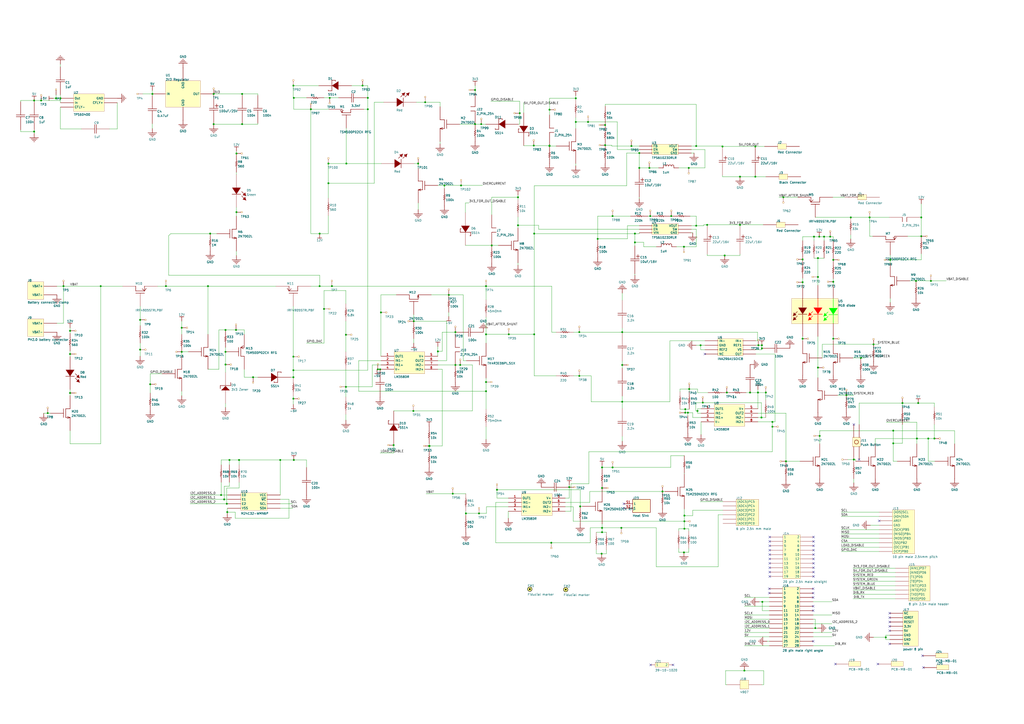
<source format=kicad_sch>
(kicad_sch (version 20231120) (generator "eeschema") (generator_version "8.0")
  (paper "A2")
  (junction (at 105.41 190.119))
  (junction (at 399.796 225.679))
  (junction (at 138.684 266.827))
  (junction (at 131.826 297.053))
  (junction (at 262.636 286.385))
  (junction (at 130.81 204.089))
  (junction (at 438.15 84.963))
  (junction (at 123.952 54.483))
  (junction (at 368.3 135.509))
  (junction (at 170.434 56.769))
  (junction (at 170.18 49.657))
  (junction (at 279.146 72.009))
  (junction (at 540.004 162.941))
  (junction (at 448.056 244.729))
  (junction (at 281.94 221.615))
  (junction (at 475.234 137.287))
  (junction (at 131.572 292.227))
  (junction (at 130.81 191.389))
  (junction (at 389.382 125.349))
  (junction (at 421.64 227.711))
  (junction (at 334.01 57.023))
  (junction (at 220.98 181.229))
  (junction (at 281.94 165.989))
  (junction (at 277.876 297.815))
  (junction (at 349.25 308.737))
  (junction (at 513.842 369.697))
  (junction (at 351.028 84.201))
  (junction (at 246.634 59.309))
  (junction (at 239.776 238.379))
  (junction (at 523.494 233.807))
  (junction (at 341.122 70.739))
  (junction (at 105.41 204.089))
  (junction (at 285.242 142.367))
  (junction (at 180.34 63.373))
  (junction (at 420.37 148.209))
  (junction (at 481.584 137.287))
  (junction (at 355.346 125.349))
  (junction (at 130.81 211.455))
  (junction (at 309.626 84.455))
  (junction (at 242.57 94.869))
  (junction (at 396.748 320.421))
  (junction (at 123.952 72.009))
  (junction (at 192.532 165.989))
  (junction (at 370.84 97.409))
  (junction (at 542.036 254.381))
  (junction (at 346.71 138.557))
  (junction (at 406.4 200.279))
  (junction (at 35.052 57.023))
  (junction (at 442.214 349.123))
  (junction (at 301.498 65.659))
  (junction (at 81.28 202.819))
  (junction (at 472.948 364.363))
  (junction (at 128.27 287.147))
  (junction (at 439.674 227.711))
  (junction (at 431.8 389.001))
  (junction (at 435.102 227.711))
  (junction (at 355.346 271.145))
  (junction (at 360.934 192.659))
  (junction (at 330.2 282.575))
  (junction (at 249.174 258.699))
  (junction (at 40.64 205.359))
  (junction (at 270.256 297.815))
  (junction (at 137.16 123.063))
  (junction (at 267.462 107.569))
  (junction (at 349.25 283.083))
  (junction (at 200.914 94.869))
  (junction (at 288.29 284.099))
  (junction (at 534.416 126.111))
  (junction (at 455.93 267.589))
  (junction (at 465.582 163.703))
  (junction (at 396.748 143.129))
  (junction (at 490.982 229.235))
  (junction (at 439.928 200.279))
  (junction (at 506.73 199.771))
  (junction (at 210.312 49.657))
  (junction (at 376.682 97.409))
  (junction (at 370.84 88.773))
  (junction (at 318.77 84.709))
  (junction (at 254 203.835))
  (junction (at 257.81 107.569))
  (junction (at 504.444 126.111))
  (junction (at 404.622 238.379))
  (junction (at 219.202 214.249))
  (junction (at 136.906 191.389))
  (junction (at 499.364 207.645))
  (junction (at 349.25 306.197))
  (junction (at 170.18 206.883))
  (junction (at 87.122 222.885))
  (junction (at 516.382 150.749))
  (junction (at 532.638 233.807))
  (junction (at 518.16 249.809))
  (junction (at 23.876 58.293))
  (junction (at 187.96 179.197))
  (junction (at 368.3 140.589))
  (junction (at 40.64 191.897))
  (junction (at 444.246 227.711))
  (junction (at 220.472 214.249))
  (junction (at 266.954 211.709))
  (junction (at 351.028 72.517))
  (junction (at 419.1 84.963))
  (junction (at 170.18 231.267))
  (junction (at 403.86 130.937))
  (junction (at 19.812 58.293))
  (junction (at 465.582 196.469))
  (junction (at 397.002 302.387))
  (junction (at 81.28 185.547))
  (junction (at 531.876 254.381))
  (junction (at 130.048 289.687))
  (junction (at 538.48 254.381))
  (junction (at 281.94 193.929))
  (junction (at 260.35 171.069))
  (junction (at 281.94 226.949))
  (junction (at 399.542 97.409))
  (junction (at 483.362 150.749))
  (junction (at 384.302 285.115))
  (junction (at 40.64 227.965))
  (junction (at 170.18 214.757))
  (junction (at 407.67 233.553))
  (junction (at 366.268 84.709))
  (junction (at 162.56 266.827))
  (junction (at 185.42 135.509))
  (junction (at 474.472 149.733))
  (junction (at 478.028 137.287))
  (junction (at 27.686 239.649))
  (junction (at 140.462 54.483))
  (junction (at 360.934 233.045))
  (junction (at 448.056 247.523))
  (junction (at 170.434 266.827))
  (junction (at 336.042 218.059))
  (junction (at 441.706 242.189))
  (junction (at 295.148 193.929))
  (junction (at 483.362 196.469))
  (junction (at 19.812 76.327))
  (junction (at 120.65 165.989))
  (junction (at 213.36 63.373))
  (junction (at 300.482 114.427))
  (junction (at 137.16 89.027))
  (junction (at 483.362 163.449))
  (junction (at 191.262 56.769))
  (junction (at 336.55 293.751))
  (junction (at 275.59 52.197))
  (junction (at 348.996 321.183))
  (junction (at 531.368 162.941))
  (junction (at 146.812 218.821))
  (junction (at 397.51 239.395))
  (junction (at 248.92 258.699))
  (junction (at 319.786 314.833))
  (junction (at 300.482 130.683))
  (junction (at 200.66 194.183))
  (junction (at 429.26 102.489))
  (junction (at 518.16 257.175))
  (junction (at 32.512 57.023))
  (junction (at 275.59 72.009))
  (junction (at 334.01 70.739))
  (junction (at 213.36 56.769))
  (junction (at 397.002 306.705))
  (junction (at 309.88 193.929))
  (junction (at 475.488 252.857))
  (junction (at 88.392 54.483))
  (junction (at 441.96 200.279))
  (junction (at 441.96 202.057))
  (junction (at 474.472 213.233))
  (junction (at 495.3 266.573))
  (junction (at 190.5 94.869))
  (junction (at 454.406 114.427))
  (junction (at 397.51 237.363))
  (junction (at 410.21 130.429))
  (junction (at 438.15 102.489))
  (junction (at 360.426 306.197))
  (junction (at 240.03 186.309))
  (junction (at 36.83 165.989))
  (junction (at 534.416 137.033))
  (junction (at 58.42 165.989))
  (junction (at 190.5 106.299))
  (junction (at 336.042 192.659))
  (junction (at 493.522 126.111))
  (junction (at 472.186 137.287))
  (junction (at 185.42 165.989))
  (junction (at 133.096 266.827))
  (junction (at 264.16 211.709))
  (junction (at 96.266 165.989))
  (junction (at 397.002 299.085))
  (junction (at 360.934 211.709))
  (junction (at 140.462 72.009))
  (junction (at 170.18 218.821))
  (junction (at 349.25 271.145))
  (junction (at 465.582 150.495))
  (junction (at 429.26 130.429))
  (junction (at 309.88 135.509))
  (junction (at 318.77 63.627))
  (junction (at 121.92 135.509))
  (junction (at 399.034 239.395))
  (junction (at 474.472 160.655))
  (junction (at 200.66 224.409))
  (junction (at 318.77 84.455))
  (junction (at 264.16 192.659))
  (junction (at 377.19 125.349))
  (junction (at 403.86 84.709))
  (junction (at 228.346 258.191))
  (no_connect (at 516.128 360.807))
  (no_connect (at 471.932 334.391))
  (no_connect (at 446.532 321.691))
  (no_connect (at 471.678 371.983))
  (no_connect (at 408.94 205.359))
  (no_connect (at 471.678 354.203))
  (no_connect (at 361.95 292.227))
  (no_connect (at 516.128 373.507))
  (no_connect (at 446.532 326.771))
  (no_connect (at 361.95 294.767))
  (no_connect (at 498.348 266.573))
  (no_connect (at 446.532 334.391))
  (no_connect (at 471.932 316.611))
  (no_connect (at 446.278 341.503))
  (no_connect (at 535.178 380.365))
  (no_connect (at 509.27 385.191))
  (no_connect (at 471.932 319.151))
  (no_connect (at 446.532 314.071))
  (no_connect (at 516.128 355.727))
  (no_connect (at 516.128 363.347))
  (no_connect (at 484.632 385.191))
  (no_connect (at 471.932 321.691))
  (no_connect (at 377.444 385.699))
  (no_connect (at 510.032 302.133))
  (no_connect (at 471.932 326.771))
  (no_connect (at 446.532 319.151))
  (no_connect (at 471.932 311.531))
  (no_connect (at 516.128 358.267))
  (no_connect (at 446.532 311.531))
  (no_connect (at 446.278 344.043))
  (no_connect (at 446.532 316.611))
  (no_connect (at 390.398 385.699))
  (no_connect (at 471.678 346.583))
  (no_connect (at 446.532 331.851))
  (no_connect (at 471.932 329.311))
  (no_connect (at 495.3 246.253))
  (no_connect (at 516.128 365.887))
  (no_connect (at 471.932 324.231))
  (no_connect (at 446.532 324.231))
  (no_connect (at 471.678 351.663))
  (no_connect (at 471.678 344.043))
  (no_connect (at 535.686 387.223))
  (no_connect (at 446.532 329.311))
  (no_connect (at 471.678 341.503))
  (no_connect (at 471.932 331.851))
  (no_connect (at 471.932 314.071))
  (wire (pts (xy 518.16 267.589) (xy 518.16 257.175)))
  (wire (pts (xy 349.25 306.197) (xy 349.25 308.737)))
  (wire (pts (xy 442.214 349.123) (xy 446.278 349.123)))
  (wire (pts (xy 401.828 242.189) (xy 401.828 239.395)))
  (wire (pts (xy 465.582 196.469) (xy 465.582 195.199)))
  (wire (pts (xy 399.034 241.173) (xy 399.034 239.395)))
  (wire (pts (xy 228.346 258.191) (xy 228.346 262.763)))
  (wire (pts (xy 401.828 299.085) (xy 397.002 299.085)))
  (wire (pts (xy 272.034 117.729) (xy 270.002 117.729)))
  (wire (pts (xy 360.426 306.197) (xy 380.746 306.197)))
  (wire (pts (xy 294.894 300.609) (xy 294.894 296.545)))
  (wire (pts (xy 449.58 244.729) (xy 448.056 244.729)))
  (wire (pts (xy 96.266 165.989) (xy 120.65 165.989)))
  (wire (pts (xy 477.012 207.645) (xy 477.012 199.771)))
  (wire (pts (xy 210.312 49.657) (xy 203.962 49.657)))
  (wire (pts (xy 349.25 270.129) (xy 349.25 271.145)))
  (wire (pts (xy 446.278 356.743) (xy 431.8 356.743)))
  (wire (pts (xy 534.416 126.111) (xy 534.416 118.237)))
  (wire (pts (xy 82.804 54.483) (xy 88.392 54.483)))
  (wire (pts (xy 553.72 249.809) (xy 553.72 257.429)))
  (wire (pts (xy 140.462 54.483) (xy 149.606 54.483)))
  (wire (pts (xy 507.746 257.429) (xy 507.746 254.381)))
  (wire (pts (xy 370.84 115.189) (xy 370.84 114.427)))
  (wire (pts (xy 255.27 59.309) (xy 246.634 59.309)))
  (wire (pts (xy 285.242 124.587) (xy 285.242 114.427)))
  (wire (pts (xy 365.76 125.349) (xy 355.346 125.349)))
  (wire (pts (xy 242.57 94.869) (xy 240.284 94.869)))
  (wire (pts (xy 349.25 283.083) (xy 349.25 282.321)))
  (wire (pts (xy 268.732 209.169) (xy 270.51 209.169)))
  (wire (pts (xy 190.754 63.373) (xy 180.34 63.373)))
  (wire (pts (xy 332.486 302.387) (xy 397.002 302.387)))
  (wire (pts (xy 336.042 192.659) (xy 360.934 192.659)))
  (wire (pts (xy 406.654 239.649) (xy 404.622 239.649)))
  (wire (pts (xy 534.416 147.193) (xy 534.416 150.749)))
  (wire (pts (xy 399.542 306.705) (xy 399.542 307.975)))
  (wire (pts (xy 281.94 254.889) (xy 281.94 247.523)))
  (wire (pts (xy 483.362 163.449) (xy 483.362 161.671)))
  (wire (pts (xy 130.81 236.347) (xy 130.81 234.061)))
  (wire (pts (xy 40.64 229.489) (xy 40.64 227.965)))
  (wire (pts (xy 416.56 328.803) (xy 416.56 298.577)))
  (wire (pts (xy 474.472 149.733) (xy 478.028 149.733)))
  (wire (pts (xy 446.278 351.663) (xy 431.8 351.663)))
  (wire (pts (xy 266.7 72.009) (xy 275.59 72.009)))
  (wire (pts (xy 393.7 318.135) (xy 393.7 320.421)))
  (wire (pts (xy 410.21 130.429) (xy 429.26 130.429)))
  (wire (pts (xy 368.3 135.509) (xy 309.88 135.509)))
  (wire (pts (xy 407.67 233.553) (xy 441.706 233.553)))
  (wire (pts (xy 410.718 227.711) (xy 404.622 227.711)))
  (wire (pts (xy 406.654 252.095) (xy 406.654 244.729)))
  (wire (pts (xy 455.93 268.351) (xy 455.93 267.589)))
  (wire (pts (xy 393.7 320.421) (xy 396.748 320.421)))
  (wire (pts (xy 438.15 101.727) (xy 438.15 102.489)))
  (wire (pts (xy 358.14 86.741) (xy 358.14 70.739)))
  (wire (pts (xy 167.64 289.687) (xy 162.56 289.687)))
  (wire (pts (xy 495.3 280.035) (xy 495.3 277.749)))
  (wire (pts (xy 309.88 218.059) (xy 309.88 193.929)))
  (wire (pts (xy 255.27 61.849) (xy 255.27 59.309)))
  (wire (pts (xy 373.38 143.129) (xy 373.38 140.589)))
  (wire (pts (xy 516.382 152.781) (xy 516.382 150.749)))
  (wire (pts (xy 446.278 369.443) (xy 431.8 369.443)))
  (wire (pts (xy 513.842 369.697) (xy 513.842 368.427)))
  (wire (pts (xy 260.35 171.069) (xy 268.732 171.069)))
  (wire (pts (xy 483.362 196.469) (xy 483.362 195.199)))
  (wire (pts (xy 137.16 87.757) (xy 137.16 89.027)))
  (wire (pts (xy 385.572 285.115) (xy 384.302 285.115)))
  (wire (pts (xy 322.58 84.709) (xy 318.77 84.709)))
  (wire (pts (xy 270.256 297.815) (xy 277.876 297.815)))
  (wire (pts (xy 507.746 254.381) (xy 531.876 254.381)))
  (wire (pts (xy 513.842 368.427) (xy 516.128 368.427)))
  (wire (pts (xy 330.2 282.575) (xy 330.2 281.305)))
  (wire (pts (xy 390.144 125.349) (xy 389.382 125.349)))
  (wire (pts (xy 499.364 207.645) (xy 494.792 207.645)))
  (wire (pts (xy 360.934 192.659) (xy 360.934 190.373)))
  (wire (pts (xy 523.494 257.175) (xy 523.494 246.253)))
  (wire (pts (xy 439.674 242.189) (xy 441.706 242.189)))
  (wire (pts (xy 446.278 374.523) (xy 431.8 374.523)))
  (wire (pts (xy 441.706 242.189) (xy 444.246 242.189)))
  (wire (pts (xy 68.072 74.803) (xy 68.072 59.563)))
  (wire (pts (xy 420.37 148.209) (xy 410.21 148.209)))
  (wire (pts (xy 123.952 54.483) (xy 140.462 54.483)))
  (wire (pts (xy 331.216 280.543) (xy 341.63 280.543)))
  (wire (pts (xy 190.5 114.935) (xy 190.5 106.299)))
  (wire (pts (xy 421.64 227.711) (xy 422.656 227.711)))
  (wire (pts (xy 120.65 193.929) (xy 120.65 165.989)))
  (wire (pts (xy 248.92 258.699) (xy 249.174 258.699)))
  (wire (pts (xy 472.948 364.363) (xy 471.678 364.363)))
  (wire (pts (xy 526.542 137.033) (xy 534.416 137.033)))
  (wire (pts (xy 341.63 262.001) (xy 448.056 262.001)))
  (wire (pts (xy 125.73 135.509) (xy 121.92 135.509)))
  (wire (pts (xy 88.392 54.483) (xy 88.392 52.451)))
  (wire (pts (xy 380.746 306.197) (xy 380.746 328.803)))
  (wire (pts (xy 40.64 227.965) (xy 40.64 225.933)))
  (wire (pts (xy 465.582 163.703) (xy 465.582 161.417)))
  (wire (pts (xy 213.36 63.373) (xy 213.36 56.769)))
  (wire (pts (xy 510.032 312.293) (xy 487.934 312.293)))
  (wire (pts (xy 285.242 142.367) (xy 270.002 142.367)))
  (wire (pts (xy 401.828 296.037) (xy 401.828 299.085)))
  (wire (pts (xy 294.894 291.465) (xy 287.528 291.465)))
  (wire (pts (xy 438.15 84.963) (xy 438.15 85.471)))
  (wire (pts (xy 190.5 106.299) (xy 190.5 94.869)))
  (wire (pts (xy 300.482 153.797) (xy 300.482 152.527)))
  (wire (pts (xy 187.96 179.197) (xy 187.96 199.009)))
  (wire (pts (xy 519.43 334.645) (xy 494.792 334.645)))
  (wire (pts (xy 441.706 233.553) (xy 441.706 242.189)))
  (wire (pts (xy 318.77 57.023) (xy 334.01 57.023)))
  (wire (pts (xy 419.1 85.471) (xy 419.1 84.963)))
  (wire (pts (xy 200.66 224.409) (xy 200.66 214.249)))
  (wire (pts (xy 220.98 171.069) (xy 220.98 181.229)))
  (wire (pts (xy 281.94 184.023) (xy 281.94 193.929)))
  (wire (pts (xy 275.59 54.229) (xy 275.59 52.197)))
  (wire (pts (xy 257.81 109.347) (xy 257.81 107.569)))
  (wire (pts (xy 136.906 191.389) (xy 141.732 191.389)))
  (wire (pts (xy 130.81 211.455) (xy 130.81 204.089)))
  (wire (pts (xy 270.002 117.729) (xy 270.002 123.317)))
  (wire (pts (xy 336.042 218.059) (xy 342.9 218.059)))
  (wire (pts (xy 448.056 262.001) (xy 448.056 247.523)))
  (wire (pts (xy 401.828 135.001) (xy 401.066 135.001)))
  (wire (pts (xy 538.48 267.589) (xy 538.48 254.381)))
  (wire (pts (xy 360.934 174.117) (xy 360.934 170.053)))
  (wire (pts (xy 465.582 150.495) (xy 465.582 149.733)))
  (wire (pts (xy 478.028 137.287) (xy 481.584 137.287)))
  (wire (pts (xy 376.682 97.409) (xy 370.84 97.409)))
  (wire (pts (xy 471.678 374.523) (xy 484.124 374.523)))
  (wire (pts (xy 191.262 56.769) (xy 187.96 56.769)))
  (wire (pts (xy 130.81 201.549) (xy 130.81 204.089)))
  (wire (pts (xy 303.784 65.405) (xy 303.784 59.563)))
  (wire (pts (xy 36.83 187.579) (xy 36.83 165.989)))
  (wire (pts (xy 519.43 342.265) (xy 494.792 342.265)))
  (wire (pts (xy 440.436 349.123) (xy 442.214 349.123)))
  (wire (pts (xy 472.186 139.573) (xy 472.186 137.287)))
  (wire (pts (xy 140.462 72.009) (xy 123.952 72.009)))
  (wire (pts (xy 123.952 55.245) (xy 123.952 54.483)))
  (wire (pts (xy 349.25 271.145) (xy 349.25 272.161)))
  (wire (pts (xy 105.41 206.629) (xy 105.41 204.089)))
  (wire (pts (xy 334.01 68.199) (xy 334.01 70.739)))
  (wire (pts (xy 334.01 74.549) (xy 334.01 70.739)))
  (wire (pts (xy 420.878 389.001) (xy 431.8 389.001)))
  (wire (pts (xy 465.582 165.481) (xy 465.582 163.703)))
  (wire (pts (xy 170.18 214.757) (xy 170.18 206.883)))
  (wire (pts (xy 266.954 211.709) (xy 274.066 211.709)))
  (wire (pts (xy 185.42 165.989) (xy 192.532 165.989)))
  (wire (pts (xy 262.636 286.385) (xy 247.142 286.385)))
  (wire (pts (xy 318.77 84.709) (xy 318.77 84.455)))
  (wire (pts (xy 242.57 97.409) (xy 242.57 94.869)))
  (wire (pts (xy 170.18 206.883) (xy 170.18 177.673)))
  (wire (pts (xy 498.348 233.807) (xy 498.348 246.253)))
  (wire (pts (xy 250.19 171.069) (xy 260.35 171.069)))
  (wire (pts (xy 389.382 125.349) (xy 388.62 125.349)))
  (wire (pts (xy 396.748 320.421) (xy 399.542 320.421)))
  (wire (pts (xy 403.606 238.379) (xy 403.606 233.553)))
  (wire (pts (xy 439.42 192.659) (xy 360.934 192.659)))
  (wire (pts (xy 518.16 257.175) (xy 518.16 249.809)))
  (wire (pts (xy 274.066 238.379) (xy 239.776 238.379)))
  (wire (pts (xy 435.102 227.711) (xy 439.674 227.711)))
  (wire (pts (xy 318.77 66.675) (xy 318.77 63.627)))
  (wire (pts (xy 438.404 202.819) (xy 441.96 202.819)))
  (wire (pts (xy 397.002 306.705) (xy 399.542 306.705)))
  (wire (pts (xy 346.71 138.557) (xy 363.982 138.557)))
  (wire (pts (xy 540.004 162.941) (xy 548.894 162.941)))
  (wire (pts (xy 360.934 209.423) (xy 360.934 211.709)))
  (wire (pts (xy 355.346 271.145) (xy 389.128 271.145)))
  (wire (pts (xy 138.684 283.083) (xy 138.684 279.781)))
  (wire (pts (xy 351.028 61.595) (xy 351.028 60.579)))
  (wire (pts (xy 279.908 107.569) (xy 267.462 107.569)))
  (wire (pts (xy 32.512 57.023) (xy 30.988 57.023)))
  (wire (pts (xy 312.42 130.683) (xy 300.482 130.683)))
  (wire (pts (xy 439.674 227.711) (xy 439.674 237.109)))
  (wire (pts (xy 275.59 52.197) (xy 275.59 49.657)))
  (wire (pts (xy 170.434 56.769) (xy 177.8 56.769)))
  (wire (pts (xy 429.26 147.447) (xy 429.26 148.209)))
  (wire (pts (xy 170.18 214.757) (xy 213.36 214.757)))
  (wire (pts (xy 399.796 225.679) (xy 399.796 227.203)))
  (wire (pts (xy 300.482 132.207) (xy 300.482 130.683)))
  (wire (pts (xy 442.976 389.001) (xy 442.976 397.129)))
  (wire (pts (xy 404.622 238.379) (xy 404.622 237.109)))
  (wire (pts (xy 187.96 199.009) (xy 177.8 199.009)))
  (wire (pts (xy 81.28 206.629) (xy 81.28 202.819)))
  (wire (pts (xy 416.56 298.577) (xy 419.354 298.577)))
  (wire (pts (xy 406.654 242.189) (xy 401.828 242.189)))
  (wire (pts (xy 128.27 269.621) (xy 128.27 266.827)))
  (wire (pts (xy 519.43 339.725) (xy 494.792 339.725)))
  (wire (pts (xy 531.876 254.381) (xy 531.876 244.983)))
  (wire (pts (xy 471.678 356.743) (xy 482.6 356.743)))
  (wire (pts (xy 351.028 71.755) (xy 351.028 72.517)))
  (wire (pts (xy 281.94 226.949) (xy 208.026 226.949)))
  (wire (pts (xy 300.482 130.683) (xy 300.482 125.857)))
  (wire (pts (xy 384.302 285.115) (xy 342.138 285.115)))
  (wire (pts (xy 268.732 171.069) (xy 268.732 209.169)))
  (wire (pts (xy 131.572 292.227) (xy 110.236 292.227)))
  (wire (pts (xy 360.934 211.709) (xy 360.934 213.487)))
  (wire (pts (xy 141.732 191.389) (xy 141.732 193.929)))
  (wire (pts (xy 309.88 135.509) (xy 309.88 107.823)))
  (wire (pts (xy 523.494 236.093) (xy 523.494 233.807)))
  (wire (pts (xy 510.032 297.053) (xy 487.934 297.053)))
  (wire (pts (xy 128.27 266.827) (xy 133.096 266.827)))
  (wire (pts (xy 410.21 130.429) (xy 410.21 131.191)))
  (wire (pts (xy 200.66 224.409) (xy 215.9 224.409)))
  (wire (pts (xy 532.638 233.807) (xy 542.036 233.807)))
  (wire (pts (xy 408.94 86.741) (xy 408.94 97.409)))
  (wire (pts (xy 520.446 267.589) (xy 518.16 267.589)))
  (wire (pts (xy 289.052 142.367) (xy 285.242 142.367)))
  (wire (pts (xy 496.316 266.573) (xy 495.3 266.573)))
  (wire (pts (xy 348.996 321.183) (xy 351.79 321.183)))
  (wire (pts (xy 294.894 288.925) (xy 288.29 288.925)))
  (wire (pts (xy 277.876 297.815) (xy 282.194 297.815)))
  (wire (pts (xy 213.36 49.657) (xy 210.312 49.657)))
  (wire (pts (xy 322.58 192.659) (xy 320.04 192.659)))
  (wire (pts (xy 138.684 269.621) (xy 138.684 266.827)))
  (wire (pts (xy 215.9 224.409) (xy 215.9 211.709)))
  (wire (pts (xy 132.08 287.147) (xy 128.27 287.147)))
  (wire (pts (xy 448.056 247.523) (xy 448.056 244.729)))
  (wire (pts (xy 510.032 317.373) (xy 487.934 317.373)))
  (wire (pts (xy 254 203.835) (xy 254 206.629)))
  (wire (pts (xy 465.582 197.485) (xy 465.582 196.469)))
  (wire (pts (xy 342.392 314.833) (xy 342.392 306.197)))
  (wire (pts (xy 389.128 271.145) (xy 389.128 264.287)))
  (wire (pts (xy 454.406 114.427) (xy 451.866 114.427)))
  (wire (pts (xy 200.66 168.529) (xy 187.96 168.529)))
  (wire (pts (xy 349.25 308.737) (xy 351.79 308.737)))
  (wire (pts (xy 136.398 297.053) (xy 136.398 300.609)))
  (wire (pts (xy 257.81 107.569) (xy 254 107.569)))
  (wire (pts (xy 403.86 125.349) (xy 403.86 130.937)))
  (wire (pts (xy 208.026 226.949) (xy 208.026 209.169)))
  (wire (pts (xy 200.66 176.149) (xy 200.66 168.529)))
  (wire (pts (xy 510.032 309.753) (xy 487.934 309.753)))
  (wire (pts (xy 97.79 136.779) (xy 99.06 135.509)))
  (wire (pts (xy 180.34 135.509) (xy 185.42 135.509)))
  (wire (pts (xy 523.494 233.807) (xy 532.638 233.807)))
  (wire (pts (xy 140.462 71.501) (xy 140.462 72.009)))
  (wire (pts (xy 444.246 227.711) (xy 439.674 227.711)))
  (wire (pts (xy 200.914 94.869) (xy 200.914 74.295)))
  (wire (pts (xy 228.346 257.429) (xy 228.346 258.191)))
  (wire (pts (xy 81.28 202.819) (xy 81.28 199.009)))
  (wire (pts (xy 504.444 137.033) (xy 504.444 126.111)))
  (wire (pts (xy 170.18 49.657) (xy 170.18 56.769)))
  (wire (pts (xy 239.776 238.379) (xy 228.346 238.379)))
  (wire (pts (xy 531.368 162.941) (xy 540.004 162.941)))
  (wire (pts (xy 396.748 143.129) (xy 392.43 143.129)))
  (wire (pts (xy 281.94 226.949) (xy 281.94 221.615)))
  (wire (pts (xy 419.1 102.489) (xy 419.1 101.727)))
  (wire (pts (xy 81.28 188.849) (xy 81.28 185.547)))
  (wire (pts (xy 363.982 138.557) (xy 363.982 130.937)))
  (wire (pts (xy 393.7 306.705) (xy 397.002 306.705)))
  (wire (pts (xy 471.678 369.443) (xy 482.6 369.443)))
  (wire (pts (xy 495.3 266.573) (xy 495.3 267.589)))
  (wire (pts (xy 408.178 130.429) (xy 410.21 130.429)))
  (wire (pts (xy 128.27 287.147) (xy 110.236 287.147)))
  (wire (pts (xy 382.016 97.409) (xy 376.682 97.409)))
  (wire (pts (xy 220.472 214.249) (xy 220.98 214.249)))
  (wire (pts (xy 334.01 58.039) (xy 334.01 57.023)))
  (wire (pts (xy 472.186 149.733) (xy 474.472 149.733)))
  (wire (pts (xy 318.77 84.455) (xy 309.626 84.455)))
  (wire (pts (xy 254 211.709) (xy 264.16 211.709)))
  (wire (pts (xy 510.032 299.593) (xy 487.934 299.593)))
  (wire (pts (xy 120.65 165.989) (xy 160.02 165.989)))
  (wire (pts (xy 399.542 320.421) (xy 399.542 318.135)))
  (wire (pts (xy 254 201.041) (xy 254 203.835)))
  (wire (pts (xy 127 214.249) (xy 127 191.389)))
  (wire (pts (xy 137.16 89.027) (xy 137.16 89.789)))
  (wire (pts (xy 131.826 297.815) (xy 131.826 297.053)))
  (wire (pts (xy 370.84 135.509) (xy 370.84 135.001)))
  (wire (pts (xy 401.828 239.395) (xy 399.034 239.395)))
  (wire (pts (xy 11.938 75.311) (xy 11.938 76.327)))
  (wire (pts (xy 342.9 233.045) (xy 360.934 233.045)))
  (wire (pts (xy 351.028 83.439) (xy 351.028 84.201)))
  (wire (pts (xy 105.41 190.119) (xy 105.41 186.309)))
  (wire (pts (xy 270.256 298.831) (xy 270.256 297.815)))
  (wire (pts (xy 222.504 59.309) (xy 217.17 59.309)))
  (wire (pts (xy 217.17 59.309) (xy 217.17 106.299)))
  (wire (pts (xy 483.362 150.749) (xy 483.362 149.987)))
  (wire (pts (xy 431.8 389.001) (xy 442.976 389.001)))
  (wire (pts (xy 403.86 60.579) (xy 403.86 84.709)))
  (wire (pts (xy 349.25 303.911) (xy 349.25 306.197)))
  (wire (pts (xy 504.444 126.111) (xy 515.874 126.111)))
  (wire (pts (xy 349.25 306.197) (xy 360.426 306.197)))
  (wire (pts (xy 518.16 257.175) (xy 523.494 257.175)))
  (wire (pts (xy 354.838 84.201) (xy 351.028 84.201)))
  (wire (pts (xy 446.278 359.283) (xy 431.8 359.283)))
  (wire (pts (xy 404.622 237.109) (xy 406.654 237.109)))
  (wire (pts (xy 432.816 227.711) (xy 435.102 227.711)))
  (wire (pts (xy 483.108 114.427) (xy 489.966 114.427)))
  (wire (pts (xy 510.032 319.913) (xy 487.934 319.913)))
  (wire (pts (xy 402.59 88.773) (xy 401.066 88.773)))
  (wire (pts (xy 408.94 97.409) (xy 399.542 97.409)))
  (wire (pts (xy 349.25 283.591) (xy 349.25 283.083)))
  (wire (pts (xy 170.18 56.769) (xy 170.434 56.769)))
  (wire (pts (xy 130.048 289.687) (xy 130.048 282.067)))
  (wire (pts (xy 493.522 126.111) (xy 504.444 126.111)))
  (wire (pts (xy 490.982 229.235) (xy 485.902 229.235)))
  (wire (pts (xy 88.392 74.549) (xy 88.392 71.755)))
  (wire (pts (xy 360.934 236.855) (xy 360.934 233.045)))
  (wire (pts (xy 351.028 84.201) (xy 351.028 84.709)))
  (wire (pts (xy 275.59 72.009) (xy 279.146 72.009)))
  (wire (pts (xy 260.35 183.515) (xy 260.35 181.229)))
  (wire (pts (xy 254 209.169) (xy 259.08 209.169)))
  (wire (pts (xy 363.474 88.773) (xy 370.84 88.773)))
  (wire (pts (xy 534.416 137.033) (xy 534.416 126.111)))
  (wire (pts (xy 35.052 74.803) (xy 35.052 62.103)))
  (wire (pts (xy 465.582 151.257) (xy 465.582 150.495)))
  (wire (pts (xy 141.732 214.249) (xy 141.732 218.821)))
  (wire (pts (xy 474.472 160.655) (xy 474.472 149.733)))
  (wire (pts (xy 88.392 55.499) (xy 88.392 54.483)))
  (wire (pts (xy 36.83 165.989) (xy 33.02 165.989)))
  (wire (pts (xy 341.122 70.739) (xy 334.01 70.739)))
  (wire (pts (xy 351.79 321.183) (xy 351.79 318.897)))
  (wire (pts (xy 354.838 84.709) (xy 354.838 84.201)))
  (wire (pts (xy 442.722 130.429) (xy 429.26 130.429)))
  (wire (pts (xy 334.01 57.023) (xy 334.01 55.499)))
  (wire (pts (xy 406.4 202.819) (xy 406.4 200.279)))
  (wire (pts (xy 35.052 57.023) (xy 32.512 57.023)))
  (wire (pts (xy 99.06 135.509) (xy 121.92 135.509)))
  (wire (pts (xy 288.29 288.925) (xy 288.29 284.099)))
  (wire (pts (xy 131.826 297.053) (xy 136.398 297.053)))
  (wire (pts (xy 449.58 205.359) (xy 449.58 244.729)))
  (wire (pts (xy 264.16 211.709) (xy 266.954 211.709)))
  (wire (pts (xy 397.51 239.395) (xy 397.51 237.363)))
  (wire (pts (xy 363.982 130.937) (xy 370.84 130.937)))
  (wire (pts (xy 140.462 54.229) (xy 140.462 54.483)))
  (wire (pts (xy 429.26 130.429) (xy 429.26 131.191)))
  (wire (pts (xy 538.48 254.381) (xy 542.036 254.381)))
  (wire (pts (xy 474.472 165.481) (xy 474.472 160.655)))
  (wire (pts (xy 342.138 291.465) (xy 327.914 291.465)))
  (wire (pts (xy 281.94 221.615) (xy 281.94 219.329)))
  (wire (pts (xy 256.54 203.835) (xy 254 203.835)))
  (wire (pts (xy 35.052 54.991) (xy 35.052 57.023)))
  (wire (pts (xy 35.052 58.293) (xy 23.876 58.293)))
  (wire (pts (xy 212.598 56.769) (xy 213.36 56.769)))
  (wire (pts (xy 27.686 239.649) (xy 25.4 239.649)))
  (wire (pts (xy 442.214 349.123) (xy 442.214 354.203)))
  (wire (pts (xy 40.64 191.897) (xy 40.64 190.119)))
  (wire (pts (xy 196.342 56.769) (xy 191.262 56.769)))
  (wire (pts (xy 370.84 97.409) (xy 370.84 88.773)))
  (wire (pts (xy 375.92 125.349) (xy 377.19 125.349)))
  (wire (pts (xy 127 191.389) (xy 130.81 191.389)))
  (wire (pts (xy 420.878 227.711) (xy 421.64 227.711)))
  (wire (pts (xy 330.2 288.925) (xy 330.2 282.575)))
  (wire (pts (xy 400.304 125.349) (xy 403.86 125.349)))
  (wire (pts (xy 217.17 106.299) (xy 190.5 106.299)))
  (wire (pts (xy 312.42 132.969) (xy 312.42 130.683)))
  (wire (pts (xy 363.474 107.823) (xy 363.474 88.773)))
  (wire (pts (xy 259.08 186.309) (xy 240.03 186.309)))
  (wire (pts (xy 471.678 366.903) (xy 482.6 366.903)))
  (wire (pts (xy 200.66 230.251) (xy 200.66 224.409)))
  (wire (pts (xy 131.572 292.227) (xy 131.572 283.083)))
  (wire (pts (xy 322.58 218.059) (xy 309.88 218.059)))
  (wire (pts (xy 282.194 297.815) (xy 282.194 294.005)))
  (wire (pts (xy 63.5 74.803) (xy 68.072 74.803)))
  (wire (pts (xy 248.92 261.239) (xy 248.92 258.699)))
  (wire (pts (xy 170.18 219.583) (xy 170.18 218.821)))
  (wire (pts (xy 438.15 102.489) (xy 444.246 102.489)))
  (wire (pts (xy 131.826 297.053) (xy 131.826 294.767)))
  (wire (pts (xy 465.582 139.573) (xy 465.582 137.287)))
  (wire (pts (xy 441.96 200.279) (xy 439.928 200.279)))
  (wire (pts (xy 213.36 214.757) (xy 213.36 63.373)))
  (wire (pts (xy 334.01 96.139) (xy 334.01 94.869)))
  (wire (pts (xy 346.71 138.557) (xy 346.71 139.319)))
  (wire (pts (xy 474.218 364.363) (xy 472.948 364.363)))
  (wire (pts (xy 513.842 370.967) (xy 513.842 369.697)))
  (wire (pts (xy 351.028 72.517) (xy 351.028 73.279)))
  (wire (pts (xy 442.214 354.203) (xy 446.278 354.203)))
  (wire (pts (xy 519.43 347.345) (xy 494.792 347.345)))
  (wire (pts (xy 542.036 233.807) (xy 542.036 236.093)))
  (wire (pts (xy 256.54 258.699) (xy 256.54 214.249)))
  (wire (pts (xy 146.812 218.821) (xy 149.606 218.821)))
  (wire (pts (xy 120.65 214.249) (xy 127 214.249)))
  (wire (pts (xy 248.92 258.699) (xy 248.92 257.429)))
  (wire (pts (xy 242.57 121.539) (xy 242.57 117.729)))
  (wire (pts (xy 472.948 364.363) (xy 472.948 359.283)))
  (wire (pts (xy 346.71 125.349) (xy 346.71 138.557)))
  (wire (pts (xy 133.096 269.621) (xy 133.096 266.827)))
  (wire (pts (xy 220.98 181.229) (xy 220.98 206.629)))
  (wire (pts (xy 130.048 282.067) (xy 133.096 282.067)))
  (wire (pts (xy 133.096 282.067) (xy 133.096 279.781)))
  (wire (pts (xy 149.606 72.009) (xy 149.606 71.501)))
  (wire (pts (xy 170.18 231.267) (xy 170.18 229.743)))
  (wire (pts (xy 419.1 84.963) (xy 438.15 84.963)))
  (wire (pts (xy 91.44 165.989) (xy 96.266 165.989)))
  (wire (pts (xy 267.462 107.569) (xy 257.81 107.569)))
  (wire (pts (xy 429.26 102.489) (xy 419.1 102.489)))
  (wire (pts (xy 446.278 361.823) (xy 431.8 361.823)))
  (wire (pts (xy 404.622 239.649) (xy 404.622 238.379)))
  (wire (pts (xy 128.27 279.781) (xy 128.27 287.147)))
  (wire (pts (xy 282.194 294.005) (xy 294.894 294.005)))
  (wire (pts (xy 438.404 197.739) (xy 439.42 197.739)))
  (wire (pts (xy 180.34 165.989) (xy 185.42 165.989)))
  (wire (pts (xy 531.876 254.381) (xy 531.876 257.429)))
  (wire (pts (xy 11.938 76.327) (xy 19.812 76.327)))
  (wire (pts (xy 399.542 97.409) (xy 393.7 97.409)))
  (wire (pts (xy 345.948 318.897) (xy 345.948 321.183)))
  (wire (pts (xy 403.606 233.553) (xy 407.67 233.553)))
  (wire (pts (xy 287.528 314.833) (xy 319.786 314.833)))
  (wire (pts (xy 481.584 137.287) (xy 483.362 137.287)))
  (wire (pts (xy 493.522 138.557) (xy 493.522 136.271)))
  (wire (pts (xy 318.77 63.627) (xy 318.77 57.023)))
  (wire (pts (xy 538.48 254.381) (xy 531.876 254.381)))
  (wire (pts (xy 11.938 59.055) (xy 11.938 58.293)))
  (wire (pts (xy 132.08 289.687) (xy 130.048 289.687)))
  (wire (pts (xy 455.93 239.649) (xy 439.674 239.649)))
  (wire (pts (xy 439.674 225.933) (xy 439.674 227.711)))
  (wire (pts (xy 477.012 199.771) (xy 506.73 199.771)))
  (wire (pts (xy 342.392 306.197) (xy 349.25 306.197)))
  (wire (pts (xy 105.41 193.929) (xy 105.41 190.119)))
  (wire (pts (xy 130.81 216.027) (xy 130.81 211.455)))
  (wire (pts (xy 170.434 266.827) (xy 177.8 266.827)))
  (wire (pts (xy 475.488 249.809) (xy 475.488 252.857)))
  (wire (pts (xy 462.788 114.427) (xy 454.406 114.427)))
  (wire (pts (xy 506.222 137.033) (xy 504.444 137.033)))
  (wire (pts (xy 137.16 101.219) (xy 137.16 99.949)))
  (wire (pts (xy 404.622 225.679) (xy 399.796 225.679)))
  (wire (pts (xy 140.462 54.483) (xy 140.462 55.245)))
  (wire (pts (xy 506.73 369.697) (xy 513.842 369.697)))
  (wire (pts (xy 332.74 218.059) (xy 336.042 218.059)))
  (wire (pts (xy 130.048 289.687) (xy 110.236 289.687)))
  (wire (pts (xy 281.94 165.989) (xy 281.94 173.863)))
  (wire (pts (xy 137.16 123.063) (xy 137.16 120.269)))
  (wire (pts (xy 285.242 114.427) (xy 300.482 114.427)))
  (wire (pts (xy 474.472 213.233) (xy 474.472 219.075)))
  (wire (pts (xy 404.622 227.711) (xy 404.622 225.679)))
  (wire (pts (xy 380.746 143.129) (xy 373.38 143.129)))
  (wire (pts (xy 360.934 233.045) (xy 360.934 229.743)))
  (wire (pts (xy 397.002 274.447) (xy 397.002 274.955)))
  (wire (pts (xy 167.64 300.609) (xy 167.64 289.687)))
  (wire (pts (xy 281.94 193.929) (xy 281.94 199.009)))
  (wire (pts (xy 445.008 371.983) (xy 446.278 371.983)))
  (wire (pts (xy 279.146 72.009) (xy 281.686 72.009)))
  (wire (pts (xy 213.36 56.769) (xy 213.36 49.657)))
  (wire (pts (xy 249.174 258.699) (xy 256.54 258.699)))
  (wire (pts (xy 301.498 72.009) (xy 301.498 65.659)))
  (wire (pts (xy 483.362 151.511) (xy 483.362 150.749)))
  (wire (pts (xy 184.912 49.657) (xy 170.18 49.657)))
  (wire (pts (xy 309.88 193.929) (xy 295.148 193.929)))
  (wire (pts (xy 320.04 192.659) (xy 320.04 165.989)))
  (wire (pts (xy 408.94 197.739) (xy 388.62 197.739)))
  (wire (pts (xy 397.002 299.085) (xy 397.002 302.387)))
  (wire (pts (xy 388.62 233.045) (xy 360.934 233.045)))
  (wire (pts (xy 399.796 237.363) (xy 397.51 237.363)))
  (wire (pts (xy 483.362 165.481) (xy 483.362 163.449)))
  (wire (pts (xy 366.268 84.709) (xy 354.838 84.709)))
  (wire (pts (xy 342.138 285.115) (xy 342.138 291.465)))
  (wire (pts (xy 394.462 225.679) (xy 399.796 225.679)))
  (wire (pts (xy 332.486 294.005) (xy 332.486 302.387)))
  (wire (pts (xy 446.278 366.903) (xy 431.8 366.903)))
  (wire (pts (xy 377.19 125.349) (xy 378.46 125.349)))
  (wire (pts (xy 495.3 266.573) (xy 491.744 266.573)))
  (wire (pts (xy 444.246 232.029) (xy 444.246 227.711)))
  (wire (pts (xy 368.3 142.621) (xy 368.3 140.589)))
  (wire (pts (xy 19.812 76.327) (xy 19.812 75.311)))
  (wire (pts (xy 215.9 211.709) (xy 220.98 211.709)))
  (wire (pts (xy 137.16 145.669) (xy 137.16 148.209)))
  (wire (pts (xy 58.42 165.989) (xy 58.42 257.429)))
  (wire (pts (xy 309.88 135.509) (xy 309.88 193.929)))
  (wire (pts (xy 518.16 249.809) (xy 553.72 249.809)))
  (wire (pts (xy 403.86 132.969) (xy 403.86 143.129)))
  (wire (pts (xy 270.256 286.385) (xy 262.636 286.385)))
  (wire (pts (xy 32.512 54.991) (xy 32.512 57.023)))
  (wire (pts (xy 327.914 288.925) (xy 330.2 288.925)))
  (wire (pts (xy 170.434 56.769) (xy 170.434 63.373)))
  (wire (pts (xy 483.362 197.485) (xy 483.362 196.469)))
  (wire (pts (xy 149.606 54.483) (xy 149.606 55.245)))
  (wire (pts (xy 141.732 218.821) (xy 146.812 218.821)))
  (wire (pts (xy 542.036 254.381) (xy 542.036 246.253)))
  (wire (pts (xy 295.148 193.929) (xy 281.94 193.929)))
  (wire (pts (xy 471.678 361.823) (xy 482.6 361.823)))
  (wire (pts (xy 397.002 302.387) (xy 397.002 306.705)))
  (wire (pts (xy 168.656 218.821) (xy 170.18 218.821)))
  (wire (pts (xy 495.3 229.235) (xy 490.982 229.235)))
  (wire (pts (xy 211.074 63.373) (xy 213.36 63.373)))
  (wire (pts (xy 516.382 175.387) (xy 516.382 173.101)))
  (wire (pts (xy 200.66 194.183) (xy 200.66 186.309)))
  (wire (pts (xy 406.4 200.279) (xy 408.94 200.279)))
  (wire (pts (xy 29.21 239.649) (xy 27.686 239.649)))
  (wire (pts (xy 439.42 197.739) (xy 439.42 192.659)))
  (wire (pts (xy 446.278 346.583) (xy 431.8 346.583)))
  (wire (pts (xy 483.362 137.287) (xy 483.362 139.827)))
  (wire (pts (xy 429.26 148.209) (xy 420.37 148.209)))
  (wire (pts (xy 301.498 58.801) (xy 284.734 58.801)))
  (wire (pts (xy 40.64 193.421) (xy 40.64 191.897)))
  (wire (pts (xy 370.84 97.409) (xy 370.84 98.171)))
  (wire (pts (xy 439.928 200.279) (xy 438.404 200.279)))
  (wire (pts (xy 421.64 397.129) (xy 420.878 397.129)))
  (wire (pts (xy 355.346 125.349) (xy 346.71 125.349)))
  (wire (pts (xy 200.914 94.869) (xy 221.234 94.869)))
  (wire (pts (xy 394.462 227.203) (xy 394.462 225.679)))
  (wire (pts (xy 501.904 207.645) (xy 499.364 207.645)))
  (wire (pts (xy 472.186 137.287) (xy 475.234 137.287)))
  (wire (pts (xy 420.878 397.129) (xy 420.878 389.001)))
  (wire (pts (xy 465.582 137.287) (xy 472.186 137.287)))
  (wire (pts (xy 360.934 255.905) (xy 360.934 253.111)))
  (wire (pts (xy 177.8 266.827) (xy 177.8 271.145)))
  (wire (pts (xy 170.18 218.821) (xy 170.18 214.757)))
  (wire (pts (xy 401.066 86.741) (xy 408.94 86.741)))
  (wire (pts (xy 218.694 214.249) (xy 219.202 214.249)))
  (wire (pts (xy 131.826 294.767) (xy 132.08 294.767)))
  (wire (pts (xy 380.746 328.803) (xy 416.56 328.803)))
  (wire (pts (xy 404.622 238.379) (xy 403.606 238.379)))
  (wire (pts (xy 228.346 262.763) (xy 220.472 262.763)))
  (wire (pts (xy 259.08 209.169) (xy 259.08 186.309)))
  (wire (pts (xy 240.03 199.009) (xy 240.03 196.469)))
  (wire (pts (xy 341.63 280.543) (xy 341.63 262.001)))
  (wire (pts (xy 534.416 150.749) (xy 516.382 150.749)))
  (wire (pts (xy 531.876 244.983) (xy 514.096 244.983)))
  (wire (pts (xy 438.404 205.359) (xy 449.58 205.359)))
  (wire (pts (xy 309.88 107.823) (xy 363.474 107.823)))
  (wire (pts (xy 81.28 185.547) (xy 81.28 177.673)))
  (wire (pts (xy 162.56 266.827) (xy 170.434 266.827)))
  (wire (pts (xy 519.43 344.805) (xy 494.792 344.805)))
  (wire (pts (xy 240.03 186.309) (xy 240.03 182.499)))
  (wire (pts (xy 190.5 94.869) (xy 200.914 94.869)))
  (wire (pts (xy 360.934 193.167) (xy 360.934 192.659)))
  (wire (pts (xy 419.1 84.709) (xy 419.1 84.963)))
  (wire (pts (xy 349.25 271.145) (xy 355.346 271.145)))
  (wire (pts (xy 519.43 337.185) (xy 494.792 337.185)))
  (wire (pts (xy 138.684 266.827) (xy 162.56 266.827)))
  (wire (pts (xy 370.84 84.709) (xy 366.268 84.709)))
  (wire (pts (xy 131.572 283.083) (xy 138.684 283.083)))
  (wire (pts (xy 531.368 163.195) (xy 531.368 162.941)))
  (wire (pts (xy 403.86 84.709) (xy 419.1 84.709)))
  (wire (pts (xy 397.51 237.363) (xy 394.462 237.363)))
  (wire (pts (xy 281.94 237.363) (xy 281.94 226.949)))
  (wire (pts (xy 200.66 204.089) (xy 200.66 194.183)))
  (wire (pts (xy 192.532 165.989) (xy 281.94 165.989)))
  (wire (pts (xy 516.128 370.967) (xy 513.842 370.967)))
  (wire (pts (xy 219.202 214.249) (xy 220.472 214.249)))
  (wire (pts (xy 332.74 192.659) (xy 336.042 192.659)))
  (wire (pts (xy 185.42 135.509) (xy 190.5 135.509)))
  (wire (pts (xy 300.482 114.427) (xy 300.482 113.157)))
  (wire (pts (xy 256.54 214.249) (xy 254 214.249)))
  (wire (pts (xy 208.026 209.169) (xy 220.98 209.169)))
  (wire (pts (xy 516.382 150.749) (xy 516.382 147.955)))
  (wire (pts (xy 200.66 243.713) (xy 200.66 240.411)))
  (wire (pts (xy 264.16 192.659) (xy 256.54 192.659)))
  (wire (pts (xy 35.052 37.211) (xy 35.052 38.735)))
  (wire (pts (xy 471.678 349.123) (xy 482.6 349.123)))
  (wire (pts (xy 331.216 296.545) (xy 331.216 280.543)))
  (wire (pts (xy 270.256 297.815) (xy 270.256 296.545)))
  (wire (pts (xy 300.482 115.697) (xy 300.482 114.427)))
  (wire (pts (xy 373.38 140.589) (xy 368.3 140.589)))
  (wire (pts (xy 337.82 293.751) (xy 336.55 293.751)))
  (wire (pts (xy 441.96 202.057) (xy 441.96 200.279)))
  (wire (pts (xy 518.16 249.809) (xy 475.488 249.809)))
  (wire (pts (xy 47.244 74.803) (xy 35.052 74.803)))
  (wire (pts (xy 288.29 284.099) (xy 336.55 284.099)))
  (wire (pts (xy 401.066 130.937) (xy 403.86 130.937)))
  (wire (pts (xy 319.786 314.833) (xy 342.392 314.833)))
  (wire (pts (xy 419.354 290.957) (xy 406.146 290.957)))
  (wire (pts (xy 58.42 165.989) (xy 36.83 165.989)))
  (wire (pts (xy 19.812 77.343) (xy 19.812 76.327)))
  (wire (pts (xy 496.316 267.589) (xy 496.316 266.573)))
  (wire (pts (xy 123.952 72.009) (xy 123.952 71.501)))
  (wire (pts (xy 523.494 233.807) (xy 498.348 233.807)))
  (wire (pts (xy 40.64 205.359) (xy 40.64 203.581)))
  (wire (pts (xy 345.948 321.183) (xy 348.996 321.183)))
  (wire (pts (xy 397.002 295.275) (xy 397.002 299.085)))
  (wire (pts (xy 441.96 202.819) (xy 441.96 202.057)))
  (wire (pts (xy 533.654 126.111) (xy 534.416 126.111)))
  (wire (pts (xy 71.12 165.989) (xy 58.42 165.989)))
  (wire (pts (xy 136.398 300.609) (xy 167.64 300.609)))
  (wire (pts (xy 393.7 307.975) (xy 393.7 306.705)))
  (wire (pts (xy 506.73 199.771) (xy 509.778 199.771)))
  (wire (pts (xy 87.122 227.965) (xy 87.122 222.885)))
  (wire (pts (xy 368.3 140.589) (xy 368.3 135.509)))
  (wire (pts (xy 542.29 267.589) (xy 538.48 267.589)))
  (wire (pts (xy 464.058 267.589) (xy 455.93 267.589)))
  (wire (pts (xy 388.62 197.739) (xy 388.62 233.045)))
  (wire (pts (xy 255.27 83.439) (xy 255.27 82.169)))
  (wire (pts (xy 408.178 130.937) (xy 408.178 130.429)))
  (wire (pts (xy 162.56 292.227) (xy 169.672 292.227)))
  (wire (pts (xy 443.484 84.963) (xy 438.15 84.963)))
  (wire (pts (xy 137.16 125.349) (xy 137.16 123.063)))
  (wire (pts (xy 300.736 72.009) (xy 301.498 72.009)))
  (wire (pts (xy 403.86 84.709) (xy 401.066 84.709)))
  (wire (pts (xy 33.02 187.579) (xy 36.83 187.579)))
  (wire (pts (xy 133.096 266.827) (xy 138.684 266.827)))
  (wire (pts (xy 11.938 58.293) (xy 19.812 58.293)))
  (wire (pts (xy 287.528 291.465) (xy 287.528 314.833)))
  (wire (pts (xy 472.948 126.111) (xy 493.522 126.111)))
  (wire (pts (xy 403.86 143.129) (xy 396.748 143.129)))
  (wire (pts (xy 187.96 168.529) (xy 187.96 179.197)))
  (wire (pts (xy 351.028 60.579) (xy 403.86 60.579)))
  (wire (pts (xy 510.032 314.833) (xy 487.934 314.833)))
  (wire (pts (xy 408.94 202.819) (xy 406.4 202.819)))
  (wire (pts (xy 429.26 102.489) (xy 438.15 102.489)))
  (wire (pts (xy 87.122 216.789) (xy 93.98 216.789)))
  (wire (pts (xy 132.08 292.227) (xy 131.572 292.227)))
  (wire (pts (xy 327.914 296.545) (xy 331.216 296.545)))
  (wire (pts (xy 274.066 211.709) (xy 274.066 238.379)))
  (wire (pts (xy 478.028 139.573) (xy 478.028 137.287)))
  (wire (pts (xy 510.032 307.213) (xy 487.934 307.213)))
  (wire (pts (xy 475.488 252.857) (xy 475.488 257.429)))
  (wire (pts (xy 23.876 58.293) (xy 19.812 58.293)))
  (wire (pts (xy 342.9 218.059) (xy 342.9 233.045)))
  (wire (pts (xy 170.18 234.569) (xy 170.18 231.267)))
  (wire (pts (xy 229.87 171.069) (xy 220.98 171.069)))
  (wire (pts (xy 301.498 65.659) (xy 301.498 58.801)))
  (wire (pts (xy 474.472 195.199) (xy 474.472 213.233)))
  (wire (pts (xy 123.952 72.263) (xy 123.952 72.009)))
  (wire (pts (xy 185.42 165.989) (xy 185.42 159.639)))
  (wire (pts (xy 519.43 329.565) (xy 494.792 329.565)))
  (wire (pts (xy 519.43 332.105) (xy 494.792 332.105)))
  (wire (pts (xy 40.64 206.883) (xy 40.64 205.359)))
  (wire (pts (xy 510.032 304.673) (xy 504.952 304.673)))
  (wire (pts (xy 410.21 148.209) (xy 410.21 147.447)))
  (wire (pts (xy 19.812 59.055) (xy 19.812 58.293)))
  (wire (pts (xy 531.368 162.941) (xy 527.812 162.941)))
  (wire (pts (xy 475.234 137.287) (xy 478.028 137.287)))
  (wire (pts (xy 336.55 284.099) (xy 336.55 293.751)))
  (wire (pts (xy 370.84 86.741) (xy 358.14 86.741)))
  (wire (pts (xy 105.41 229.489) (xy 105.41 226.949)))
  (wire (pts (xy 180.34 63.373) (xy 180.34 135.509)))
  (wire (pts (xy 35.052 59.563) (xy 35.052 58.293)))
  (wire (pts (xy 109.22 204.089) (xy 105.41 204.089)))
  (wire (pts (xy 140.462 72.009) (xy 149.606 72.009)))
  (wire (pts (xy 472.948 359.283) (xy 471.678 359.283)))
  (wire (pts (xy 403.86 200.279) (xy 406.4 200.279)))
  (wire (pts (xy 320.04 165.989) (xy 281.94 165.989)))
  (wire (pts (xy 169.926 294.767) (xy 162.56 294.767)))
  (wire (pts (xy 190.5 135.509) (xy 190.5 125.095)))
  (wire (pts (xy 87.122 222.885) (xy 87.122 216.789)))
  (wire (pts (xy 389.128 264.287) (xy 397.002 264.287)))
  (wire (pts (xy 327.914 294.005) (xy 332.486 294.005)))
  (wire (pts (xy 368.3 159.639) (xy 368.3 158.877)))
  (wire (pts (xy 246.634 59.309) (xy 241.554 59.309)))
  (wire (pts (xy 401.066 132.969) (xy 403.86 132.969)))
  (wire (pts (xy 345.948 308.737) (xy 349.25 308.737)))
  (wire (pts (xy 170.434 63.373) (xy 180.34 63.373)))
  (wire (pts (xy 370.84 132.969) (xy 312.42 132.969)))
  (wire (pts (xy 256.54 192.659) (xy 256.54 203.835)))
  (wire (pts (xy 40.64 257.429) (xy 40.64 249.809)))
  (wire (pts (xy 403.86 130.937) (xy 408.178 130.937)))
  (wire (pts (xy 162.56 287.147) (xy 162.56 266.827)))
  (wire (pts (xy 455.93 267.589) (xy 455.93 239.649)))
  (wire (pts (xy 419.354 296.037) (xy 401.828 296.037)))
  (wire (pts (xy 185.42 159.639) (xy 97.79 159.639)))
  (wire (pts (xy 130.81 191.389) (xy 136.906 191.389)))
  (wire (pts (xy 399.034 239.395) (xy 397.51 239.395)))
  (wire (pts (xy 446.278 364.363) (xy 431.8 364.363)))
  (wire (pts (xy 448.056 244.729) (xy 439.674 244.729)))
  (wire (pts (xy 358.14 70.739) (xy 341.122 70.739)))
  (wire (pts (xy 264.16 193.929) (xy 264.16 192.659)))
  (wire (pts (xy 368.3 135.509) (xy 370.84 135.509)))
  (wire (pts (xy 309.626 84.455) (xy 303.784 84.455)))
  (wire (pts (xy 58.42 257.429) (xy 40.64 257.429)))
  (wire (pts (xy 442.976 397.129) (xy 441.96 397.129)))
  (wire (pts (xy 97.79 159.639) (xy 97.79 136.779)))
  (label "I2C_ADDRESS_2" (at 110.236 292.227 0))
  (label "3V3_FOR_OUT_DISABLE" (at 494.792 329.565 0))
  (label "SCLK" (at 487.934 307.213 0))
  (label "GPIO_DISABLE" (at 284.734 58.801 0))
  (label "GPIO_DAC" (at 177.8 199.009 0))
  (label "MISO" (at 487.934 309.753 0))
  (label "GPIO_DISABLE" (at 87.122 216.789 0))
  (label "5V_FOR_OUT" (at 428.498 84.963 0))
  (label "SYSTEM_RED" (at 495.046 229.235 0))
  (label "12V" (at 482.6 366.903 0))
  (label "SCL" (at 431.8 346.583 0))
  (label "SYSTEM_GREEN" (at 501.904 207.645 0))
  (label "5V_FOR_OUT_DISABLE" (at 494.792 332.105 0))
  (label "GPIO_DAC" (at 487.934 319.913 0))
  (label "LOAD_DISABLE" (at 487.934 317.373 0))
  (label "5V" (at 482.6 369.443 0))
  (label "MOSI" (at 431.8 359.283 0))
  (label "SCL" (at 487.934 297.053 0))
  (label "VBAT_AFTER_SHUNT" (at 451.866 114.427 0))
  (label "SDA" (at 168.91 294.767 0))
  (label "VBAT" (at 247.142 286.385 0))
  (label "SCL" (at 168.656 292.227 0))
  (label "CSA" (at 487.934 314.833 0))
  (label "SYSTEM_BLUE" (at 509.016 199.771 0))
  (label "VBAT_DISABLE" (at 548.894 162.941 0))
  (label "SCLK" (at 431.8 356.743 0))
  (label "CSA" (at 431.8 351.663 0))
  (label "I2C_ADDRESS_1" (at 110.236 289.687 0))
  (label "3V3_FOR_OUT" (at 422.91 130.429 0))
  (label "MISO" (at 482.6 356.743 0))
  (label "DIB_TX" (at 431.8 374.523 0))
  (label "I2C_ADDRESS_1" (at 431.8 364.363 0))
  (label "SDA" (at 482.6 349.123 0))
  (label "SYSTEM_RED" (at 494.792 334.645 0))
  (label "3V3_FOR_OUT_DISABLE" (at 272.034 117.729 0))
  (label "VBAT_AFTER_SHUNT" (at 281.94 189.103 0))
  (label "5V_FOR_OUT_DISABLE" (at 303.784 60.833 0))
  (label "SYSTEM_BLUE" (at 494.792 339.725 0))
  (label "3V3" (at 123.952 54.483 0))
  (label "VBAT_FOR_OUT" (at 487.426 114.427 0))
  (label "DIB_TX" (at 495.046 347.345 0))
  (label "OVERCURRENT" (at 279.908 107.569 0))
  (label "VBAT_DISABLE" (at 494.792 342.265 0))
  (label "VBAT" (at 40.64 165.989 0))
  (label "MOSI" (at 487.934 312.293 0))
  (label "I2C_ADDRESS_0" (at 431.8 361.823 0))
  (label "OVERCURRENT" (at 514.096 244.983 0))
  (label "DIB_RX" (at 494.792 344.805 0))
  (label "5V" (at 431.8 369.443 0))
  (label "I2C_ADDRESS_0" (at 110.236 287.147 0))
  (label "DIB_RX" (at 484.124 374.523 0))
  (label "12V" (at 431.8 366.903 0))
  (label "SDA" (at 487.934 299.593 0))
  (label "GPIO_DISABLE" (at 406.146 290.957 0))
  (label "SYSTEM_GREEN" (at 494.792 337.185 0))
  (label "I2C_ADDRESS_2" (at 482.6 361.823 0))
  (label "LOAD_DISABLE" (at 220.726 262.763 0))
  (symbol (lib_id "Current_SenseSchematic-altium-import:root_3_XG8T-0241") (at 318.77 75.565 0) (unit 1)
    (property "Reference" "J1" (at 321.564 76.581 0) (effects (justify left bottom)))
    (property "Value" "2_PIN_254" (at 321.564 79.121 0) (effects (justify left bottom)))
    (property "Footprint" "2_PIN_2.54mm" (effects (hide yes)))
    (property "Description" "Conn Unshrouded Header PL 2 POS 2.54mm Solder ST Thru-Hole" (effects (hide yes)))
    (property "SUPPLIER" "Mouser" (effects (hide yes)))
    (property "SUPPLIER PART NUMBER" "653-XG8T0241" (effects (hide yes)))
    (property "MANUFACTURER" "Omron" (effects (hide yes)))
    (property "MANUFACTURER PART NUMBER" "XG8T-0241" (effects (hide yes)))
    (property "ROHS" "Yes" (effects (hide yes)))
    (property "CATEGORY" "Connectors" (effects (hide yes)))
    (property "STOCK" "1546" (effects (hide yes)))
    (property "COMPONENTLINK1URL" "https://datasheet.ciiva.com/48561/en-xg8t-48561514.pdf?src-supplier=Avnet" (effects (hide yes)))
    (property "COMPONENTLINK1DESCRIPTION" "https://datasheet.ciiva.com/48561/en-xg8t-48561514.pdf?src-supplier=Avnet" (effects (hide yes)))
  )
  (symbol (lib_id "Current_SenseSchematic-altium-import:root_1_mirrored_IRF4905STRLPBF") (at 472.948 116.205 0) (unit 1)
    (property "Reference" "M5" (at 469.138 113.665 0) (effects (justify left bottom)))
    (property "Value" "IRF4905STRLPBF" (at 469.138 129.159 0) (effects (justify left bottom)))
    (property "Footprint" "DPAK254P1524X483-3L" (effects (hide yes)))
    (property "Description" "Transistor: P-MOSFET; unipolar; -55V; -74A; 0.02ohm; 3.8W; -55+175 deg.C; SMD; TO263 (D2PAK)" (effects (hide yes)))
    (property "SUPPLIER" "Farnell" (effects (hide yes)))
    (property "SUPPLIER PART NUMBER" "1298511" (effects (hide yes)))
    (property "MANUFACTURER" "Infineon" (effects (hide yes)))
    (property "MANUFACTURER PART NUMBER" "IRF4905STRLPBF" (effects (hide yes)))
    (property "ROHS" "Yes" (effects (hide yes)))
    (property "CATEGORY" "MOSFETs" (effects (hide yes)))
    (property "STOCK" "22288" (effects (hide yes)))
    (property "PRICING" "1=2.81, 10=2.24, 25=1.86, 100=1.48, 800=1.23, 1600=1.22, 3200=1.21 (GBP)" (effects (hide yes)))
    (property "MOUNTING TECHNOLOGY" "Surface Mount" (effects (hide yes)))
    (property "CASE/PACKAGE" "D2PAK" (effects (hide yes)))
    (property "PINS" "3" (effects (hide yes)))
    (property "MIN OPERATING TEMPERATURE" "-55°C" (effects (hide yes)))
    (property "MAX OPERATING TEMPERATURE" "150°C" (effects (hide yes)))
    (property "DRAIN TO SOURCE VOLTAGE (VDSS)" "-55V" (effects (hide yes)))
    (property "CONTINUOUS DRAIN CURRENT (ID)" "42A" (effects (hide yes)))
    (property "PACKAGING" "Cut Tape" (effects (hide yes)))
    (property "INPUT CAPACITANCE" "3.5nF" (effects (hide yes)))
    (property "MAX POWER DISSIPATION" "170W" (effects (hide yes)))
    (property "RDS ON MAX" "20mR" (effects (hide yes)))
    (property "SERIES" "HEXFET®" (effects (hide yes)))
    (property "THRESHOLD VOLTAGE" "4V" (effects (hide yes)))
    (property "GATE TO SOURCE VOLTAGE (VGS)" "20V" (effects (hide yes)))
    (property "TURN-OFF DELAY TIME" "51ns" (effects (hide yes)))
    (property "TURN-ON DELAY TIME" "20ns" (effects (hide yes)))
    (property "MAX DUAL SUPPLY VOLTAGE" "-55V" (effects (hide yes)))
    (property "DUAL SUPPLY VOLTAGE" "55V" (effects (hide yes)))
    (property "NOMINAL VGS" "4V" (effects (hide yes)))
    (property "NUMBER OF ELEMENTS" "1" (effects (hide yes)))
    (property "PACKAGE QUANTITY" "800" (effects (hide yes)))
    (property "POWER DISSIPATION" "170W" (effects (hide yes)))
    (property "RISE TIME" "99ns" (effects (hide yes)))
    (property "TERMINATION" "SMD/SMT" (effects (hide yes)))
    (property "DRAIN TO SOURCE BREAKDOWN VOLTAGE" "-55V" (effects (hide yes)))
    (property "DRAIN TO SOURCE RESISTANCE" "20mR" (effects (hide yes)))
    (property "ELEMENT CONFIGURATION" "Single" (effects (hide yes)))
    (property "FALL TIME" "64ns" (effects (hide yes)))
    (property "NUMBER OF CHANNELS" "1" (effects (hide yes)))
    (property "ON-STATE RESISTANCE" "20mR" (effects (hide yes)))
    (property "ALTIUM_VALUE" "20mR" (effects (hide yes)))
    (property "LENGTH" "10.67mm" (effects (hide yes)))
    (property "WIDTH" "9.65mm" (effects (hide yes)))
    (property "HEIGHT" "4.83mm" (effects (hide yes)))
    (property "RADIATION HARDENING" "No" (effects (hide yes)))
    (property "LEAD FREE" "Contains Lead" (effects (hide yes)))
    (property "ROHS COMPLIANT" "Yes" (effects (hide yes)))
    (property "REACH SVHC COMPLIANT" "No" (effects (hide yes)))
    (property "HALOGEN FREE" "Halogen Free" (effects (hide yes)))
  )
  (symbol (lib_id "Current_SenseSchematic-altium-import:root_0_292133-2") (at 25.4 190.119 0) (unit 1)
    (property "Reference" "J9" (at 16.002 185.039 0) (effects (justify left bottom)))
    (property "Value" "PH2.0 battery connector" (at 16.002 197.739 0) (effects (justify left bottom)))
    (property "Footprint" "PH2.0 connector" (effects (hide yes)))
    (property "Description" "Connector, Header, 2Pos, 1Rows, 2Mm Rohs Compliant: Yes" (effects (hide yes)))
    (property "SUPPLIER" "Farnell" (effects (hide yes)))
    (property "SUPPLIER PART NUMBER" "3398412" (effects (hide yes)))
    (property "MANUFACTURER" "TE Connectivity" (effects (hide yes)))
    (property "MANUFACTURER PART NUMBER" "292133-2" (effects (hide yes)))
    (property "ROHS" "Yes" (effects (hide yes)))
    (property "STOCK" "19850" (effects (hide yes)))
    (property "PRICING" "10=0.332, 100=0.275, 500=0.223, 1000=0.219, 2500=0.214, 5000=0.21 (GBP)" (effects (hide yes)))
    (property "COMPONENTLINK1URL" "https://datasheet.ciiva.com/734/eng-cd-292133-p-734147.pdf?src-supplier=Digikey" (effects (hide yes)))
    (property "COMPONENTLINK1DESCRIPTION" "https://datasheet.ciiva.com/734/eng-cd-292133-p-734147.pdf?src-supplier=Digikey" (effects (hide yes)))
    (property "COMPONENTLINK2URL" "https://datasheet.ciiva.com/30063/eng-ds-1-1773455-8-ct-connector-series-qrg-0909-30063356.pdf?src-supplier=Onlinecomponents.com" (effects (hide yes)))
    (property "COMPONENTLINK2DESCRIPTION" "https://datasheet.ciiva.com/30063/eng-ds-1-1773455-8-ct-connector-series-qrg-0909-30063356.pdf?src-supplier=Onlinecomponents.com" (effects (hide yes)))
  )
  (symbol (lib_id "Current_SenseSchematic-altium-import:root_1_CR1206-JW-101ELF") (at 399.542 313.309 0) (unit 1)
    (property "Reference" "R65" (at 400.304 312.801 0) (effects (justify left bottom)))
    (property "Value" "100" (at 400.304 315.341 0) (effects (justify left bottom)))
    (property "Footprint" "RESISTOR1206" (effects (hide yes)))
    (property "Description" "SMD Chip Resistor, 100 Ohm, ± 5%, 250 mW, 1206 [3216 Metric], Thick Film, General Purpose" (effects (hide yes)))
    (property "SUPPLIER" "Farnell" (effects (hide yes)))
    (property "SUPPLIER PART NUMBER" "2469513" (effects (hide yes)))
    (property "MANUFACTURER" "Bourns" (effects (hide yes)))
    (property "MANUFACTURER PART NUMBER" "CR1206-JW-101ELF" (effects (hide yes)))
    (property "ROHS" "Yes" (effects (hide yes)))
    (property "CATEGORY" "Chip SMD Resistors" (effects (hide yes)))
    (property "STOCK" "4" (effects (hide yes)))
    (property "PRICING" "10=0.004 (GBP)" (effects (hide yes)))
    (property "COMPONENTLINK1URL" "https://datasheet.ciiva.com/9120/chpreztr-9120757.pdf?src-supplier=Avnet" (effects (hide yes)))
    (property "COMPONENTLINK1DESCRIPTION" "https://datasheet.ciiva.com/9120/chpreztr-9120757.pdf?src-supplier=Avnet" (effects (hide yes)))
    (property "COMPONENTLINK2URL" "https://datasheet.ciiva.com/6958/1856384-6958682.pdf?src-supplier=Newark" (effects (hide yes)))
    (property "COMPONENTLINK2DESCRIPTION" "https://datasheet.ciiva.com/6958/1856384-6958682.pdf?src-supplier=Newark" (effects (hide yes)))
    (property "COMPONENTLINK3URL" "https://datasheet.ciiva.com/5544/chpreztr-5544406.pdf?src-supplier=Mouser" (effects (hide yes)))
    (property "COMPONENTLINK3DESCRIPTION" "https://datasheet.ciiva.com/5544/chpreztr-5544406.pdf?src-supplier=Mouser" (effects (hide yes)))
  )
  (symbol (lib_id "Current_SenseSchematic-altium-import:root_0_LM3940IMP-3.3/NOPB") (at 106.172 54.483 0) (unit 1)
    (property "Reference" "U1" (at 96.012 44.323 0) (effects (justify left bottom)))
    (property "Value" "3V3 Regulator" (at 96.012 46.863 0) (effects (justify left bottom)))
    (property "Footprint" "SOT230P700X180-4N" (effects (hide yes)))
    (property "Description" "IC REG LDO 3.3V 1A SOT223" (effects (hide yes)))
    (property "SUPPLIER" "Mouser" (effects (hide yes)))
    (property "SUPPLIER PART NUMBER" "926-LM3940IMP3.3NOPB" (effects (hide yes)))
    (property "MANUFACTURER" "TI National Semiconductor" (effects (hide yes)))
    (property "MANUFACTURER PART NUMBER" "LM3940IMP-3.3/NOPB" (effects (hide yes)))
    (property "ROHS" "Yes" (effects (hide yes)))
    (property "CATEGORY" "Voltage Regulators - Linear" (effects (hide yes)))
    (property "STOCK" "56777" (effects (hide yes)))
  )
  (symbol (lib_id "Current_SenseSchematic-altium-import:root_0_12065F104K4T2A") (at 450.088 202.057 0) (unit 1)
    (property "Reference" "C22" (at 449.326 199.263 0) (effects (justify left bottom)))
    (property "Value" "100n" (at 449.326 207.391 0) (effects (justify left bottom)))
    (property "Footprint" "1206Capacitor" (effects (hide yes)))
    (property "Description" "1206 Standard 100nF Ceramic Multilayer Cap; 50VDC; +150C; X8R Dielectric; +/-10% SMD" (effects (hide yes)))
    (property "SUPPLIER" "Farnell" (effects (hide yes)))
    (property "SUPPLIER PART NUMBER" "4229722" (effects (hide yes)))
    (property "MANUFACTURER" "Kyocera AVX" (effects (hide yes)))
    (property "MANUFACTURER PART NUMBER" "12065F104K4T2A" (effects (hide yes)))
    (property "ROHS" "Yes" (effects (hide yes)))
    (property "CATEGORY" "Ceramic Capacitors" (effects (hide yes)))
    (property "STOCK" "8000" (effects (hide yes)))
    (property "PRICING" "2000=0.063, 10000=0.045, 20000=0.044 (GBP)" (effects (hide yes)))
    (property "COMPONENTLINK1URL" "https://datasheet.ciiva.com/11787/0900766b80def347-11787814.pdf?src-supplier=Rs" (effects (hide yes)))
    (property "COMPONENTLINK1DESCRIPTION" "https://datasheet.ciiva.com/11787/0900766b80def347-11787814.pdf?src-supplier=Rs" (effects (hide yes)))
    (property "COMPONENTLINK2URL" "https://datasheet.ciiva.com/25796/55254-25796411.pdf?src-supplier=Farnell" (effects (hide yes)))
    (property "COMPONENTLINK2DESCRIPTION" "https://datasheet.ciiva.com/25796/55254-25796411.pdf?src-supplier=Farnell" (effects (hide yes)))
    (property "COMPONENTLINK3URL" "https://datasheet.ciiva.com/25796/55254-25796413.pdf?src-supplier=Farnell" (effects (hide yes)))
    (property "COMPONENTLINK3DESCRIPTION" "https://datasheet.ciiva.com/25796/55254-25796413.pdf?src-supplier=Farnell" (effects (hide yes)))
    (property "COMPONENTLINK4URL" "https://datasheet.ciiva.com/5411/cx8r-5411261.pdf?src-supplier=Mouser" (effects (hide yes)))
    (property "COMPONENTLINK4DESCRIPTION" "https://datasheet.ciiva.com/5411/cx8r-5411261.pdf?src-supplier=Mouser" (effects (hide yes)))
    (property "COMPONENTLINK5URL" "https://datasheet.ciiva.com/152/cauto-152120.pdf?src-supplier=Digikey" (effects (hide yes)))
    (property "COMPONENTLINK5DESCRIPTION" "https://datasheet.ciiva.com/152/cauto-152120.pdf?src-supplier=Digikey" (effects (hide yes)))
    (property "COMPONENTLINK6URL" "https://datasheet.ciiva.com/152/cauto-152121.pdf?src-supplier=Digikey" (effects (hide yes)))
    (property "COMPONENTLINK6DESCRIPTION" "https://datasheet.ciiva.com/152/cauto-152121.pdf?src-supplier=Digikey" (effects (hide yes)))
    (property "COMPONENTLINK7URL" "https://datasheet.ciiva.com/152/cauto-152122.pdf?src-supplier=Digikey" (effects (hide yes)))
    (property "COMPONENTLINK7DESCRIPTION" "https://datasheet.ciiva.com/152/cauto-152122.pdf?src-supplier=Digikey" (effects (hide yes)))
    (property "COMPONENTLINK8URL" "https://datasheet.ciiva.com/16315/cx8r-16315643.pdf?src-supplier=Future+Electronics" (effects (hide yes)))
    (property "COMPONENTLINK8DESCRIPTION" "https://datasheet.ciiva.com/16315/cx8r-16315643.pdf?src-supplier=Future+Electronics" (effects (hide yes)))
  )
  (symbol (lib_id "Current_SenseSchematic-altium-import:3V3_BAR") (at 334.01 55.499 180) (unit 1)
    (property "Reference" "#PWR?" (effects (hide yes)))
    (property "Value" "3V3" (at 334.01 51.689 0))
  )
  (symbol (lib_id "Current_SenseSchematic-altium-import:root_0_TPS60400DBVT") (at 52.832 59.563 0) (unit 1)
    (property "Reference" "U2" (at 42.672 54.483 0) (effects (justify left bottom)))
    (property "Value" "TPS60400" (at 42.672 67.183 0) (effects (justify left bottom)))
    (property "Footprint" "SOT95P280X135-5N" (effects (hide yes)))
    (property "Description" "60mA Charge Pump Voltage Inverter with Variable Switching Frequency 5-SOT-23 -40 to 85" (effects (hide yes)))
    (property "SUPPLIER" "Farnell" (effects (hide yes)))
    (property "SUPPLIER PART NUMBER" "3123047" (effects (hide yes)))
    (property "MANUFACTURER" "Texas Instruments" (effects (hide yes)))
    (property "ROHS" "No" (effects (hide yes)))
    (property "CATEGORY" "Voltage Regulators - Switching" (effects (hide yes)))
    (property "STOCK" "2" (effects (hide yes)))
    (property "PRICING" "1=1.22, 10=0.692, 250=0.649, 500=0.605, 1000=0.593, 2500=0.58, 5000=0.568 (GBP)" (effects (hide yes)))
    (property "COMPONENTLINK1URL" "https://datasheet.ciiva.com/15114/getdatasheetpartid-256453-15114097.pdf?src-supplier=Verical" (effects (hide yes)))
    (property "COMPONENTLINK1DESCRIPTION" "https://datasheet.ciiva.com/15114/getdatasheetpartid-256453-15114097.pdf?src-supplier=Verical" (effects (hide yes)))
    (property "COMPONENTLINK2URL" "https://datasheet.ciiva.com/27049/763104-27049859.pdf?src-supplier=Jameco" (effects (hide yes)))
    (property "COMPONENTLINK2DESCRIPTION" "https://datasheet.ciiva.com/27049/763104-27049859.pdf?src-supplier=Jameco" (effects (hide yes)))
    (property "COMPONENTLINK3URL" "https://datasheet.ciiva.com/3215/tps60403-3215749.pdf?src-supplier=Avnet" (effects (hide yes)))
    (property "COMPONENTLINK3DESCRIPTION" "https://datasheet.ciiva.com/3215/tps60403-3215749.pdf?src-supplier=Avnet" (effects (hide yes)))
    (property "COMPONENTLINK4URL" "https://datasheet.ciiva.com/2025/tps60400-2025353.pdf?src-supplier=Digi-Key" (effects (hide yes)))
    (property "COMPONENTLINK4DESCRIPTION" "https://datasheet.ciiva.com/2025/tps60400-2025353.pdf?src-supplier=Digi-Key" (effects (hide yes)))
    (property "COMPONENTLINK5URL" "https://datasheet.ciiva.com/2025/tps60400-2025354.pdf?src-supplier=Digi-Key" (effects (hide yes)))
    (property "COMPONENTLINK5DESCRIPTION" "https://datasheet.ciiva.com/2025/tps60400-2025354.pdf?src-supplier=Digi-Key" (effects (hide yes)))
    (property "COMPONENTLINK6URL" "https://datasheet.ciiva.com/2025/tps60400-2025355.pdf?src-supplier=Digi-Key" (effects (hide yes)))
    (property "COMPONENTLINK6DESCRIPTION" "https://datasheet.ciiva.com/2025/tps60400-2025355.pdf?src-supplier=Digi-Key" (effects (hide yes)))
    (property "COMPONENTLINK7URL" "https://datasheet.ciiva.com/7993/1882771-7993918.pdf?src-supplier=Element14" (effects (hide yes)))
    (property "COMPONENTLINK7DESCRIPTION" "https://datasheet.ciiva.com/7993/1882771-7993918.pdf?src-supplier=Element14" (effects (hide yes)))
    (property "COMPONENTLINK8URL" "https://datasheet.ciiva.com/46397/1882771-46397626.pdf?src-supplier=Element14" (effects (hide yes)))
    (property "COMPONENTLINK8DESCRIPTION" "https://datasheet.ciiva.com/46397/1882771-46397626.pdf?src-supplier=Element14" (effects (hide yes)))
    (property "COMPONENTLINK9URL" "https://datasheet.ciiva.com/46433/tps60400-46433678.pdf?src-supplier=Element14" (effects (hide yes)))
    (property "COMPONENTLINK9DESCRIPTION" "https://datasheet.ciiva.com/46433/tps60400-46433678.pdf?src-supplier=Element14" (effects (hide yes)))
    (property "MANUFACTURER PART NUMBER" "TPS60400DBVT" (effects (hide yes)))
  )
  (symbol (lib_id "Current_SenseSchematic-altium-import:root_3_TestPoint") (at 40.64 205.359 0) (unit 1)
    (property "Reference" "TP12" (at 43.138 208.661 0) (effects (justify left bottom)))
    (property "Value" "TestPoint" (effects (hide yes)))
    (property "Footprint" "TestPoint" (effects (hide yes)))
  )
  (symbol (lib_id "Current_SenseSchematic-altium-import:12V_BAR") (at 105.41 186.309 180) (unit 1)
    (property "Reference" "#PWR?" (effects (hide yes)))
    (property "Value" "12V" (at 105.41 182.499 0))
  )
  (symbol (lib_id "Current_SenseSchematic-altium-import:root_1_CR1206-JW-684ELF") (at 351.028 78.359 0) (unit 1)
    (property "Reference" "R5" (at 351.79 78.105 0) (effects (justify left bottom)))
    (property "Value" "680k" (at 351.79 80.645 0) (effects (justify left bottom)))
    (property "Footprint" "RESISTOR1206" (effects (hide yes)))
    (property "Description" "RES SMD 680K OHM 5% 1/4W 1206" (effects (hide yes)))
    (property "SUPPLIER" "Mouser" (effects (hide yes)))
    (property "SUPPLIER PART NUMBER" "652-CR1206JW-684ELF" (effects (hide yes)))
    (property "MANUFACTURER" "Bourns" (effects (hide yes)))
    (property "MANUFACTURER PART NUMBER" "CR1206-JW-684ELF" (effects (hide yes)))
    (property "ROHS" "Yes" (effects (hide yes)))
    (property "CATEGORY" "Chip SMD Resistors" (effects (hide yes)))
    (property "STOCK" "21398" (effects (hide yes)))
    (property "COMPONENTLINK1URL" "https://datasheet.ciiva.com/5544/chpreztr-5544750.pdf?src-supplier=Mouser" (effects (hide yes)))
    (property "COMPONENTLINK1DESCRIPTION" "https://datasheet.ciiva.com/5544/chpreztr-5544750.pdf?src-supplier=Mouser" (effects (hide yes)))
    (property "COMPONENTLINK2URL" "https://datasheet.ciiva.com/9119/chpreztr-9119445.pdf?src-supplier=Avnet" (effects (hide yes)))
    (property "COMPONENTLINK2DESCRIPTION" "https://datasheet.ciiva.com/9119/chpreztr-9119445.pdf?src-supplier=Avnet" (effects (hide yes)))
  )
  (symbol (lib_id "Current_SenseSchematic-altium-import:root_1_RC1206JR-0733KL") (at 170.18 224.663 0) (unit 1)
    (property "Reference" "R41" (at 170.942 224.409 0) (effects (justify left bottom)))
    (property "Value" "33k" (at 170.942 226.949 0) (effects (justify left bottom)))
    (property "Footprint" "RESISTOR1206" (effects (hide yes)))
    (property "Description" "SMD Chip Resistor, 33 kOhm, ± 5%, 250 mW, 1206 [3216 Metric], Thick Film, General Purpose" (effects (hide yes)))
    (property "SUPPLIER" "Farnell" (effects (hide yes)))
    (property "SUPPLIER PART NUMBER" "9240705" (effects (hide yes)))
    (property "MANUFACTURER" "Yageo" (effects (hide yes)))
    (property "MANUFACTURER PART NUMBER" "RC1206JR-0733KL" (effects (hide yes)))
    (property "ROHS" "Yes" (effects (hide yes)))
    (property "CATEGORY" "Chip SMD Resistors" (effects (hide yes)))
    (property "STOCK" "6490" (effects (hide yes)))
    (property "PRICING" "10=0.02, 100=0.012, 500=0.01, 1000=0.009, 2500=0.007, 5000=0.004, 25000=0.0035, 50000=0.003 (GBP)" (effects (hide yes)))
    (property "VOLTAGE RATING (AC)" "200V" (effects (hide yes)))
    (property "COMPONENTLINK1URL" "https://datasheet.ciiva.com/29181/402729-da-01-en-smd-widerstand-chip1206-33-kohm-29181369.pdf?src-supplier=Conrad" (effects (hide yes)))
    (property "COMPONENTLINK1DESCRIPTION" "https://datasheet.ciiva.com/29181/402729-da-01-en-smd-widerstand-chip1206-33-kohm-29181369.pdf?src-supplier=Conrad" (effects (hide yes)))
    (property "COMPONENTLINK2URL" "https://datasheet.ciiva.com/16747/pyu-rc1206-51-rohs-l-4-16747052.pdf?src-supplier=Future+Electronics" (effects (hide yes)))
    (property "COMPONENTLINK2DESCRIPTION" "https://datasheet.ciiva.com/16747/pyu-rc1206-51-rohs-l-4-16747052.pdf?src-supplier=Future+Electronics" (effects (hide yes)))
    (property "COMPONENTLINK3URL" "https://datasheet.ciiva.com/7857/444357-7857487.pdf?src-supplier=Element14" (effects (hide yes)))
    (property "COMPONENTLINK3DESCRIPTION" "https://datasheet.ciiva.com/7857/444357-7857487.pdf?src-supplier=Element14" (effects (hide yes)))
  )
  (symbol (lib_id "Current_SenseSchematic-altium-import:GND_POWER_GROUND") (at 294.894 300.609 0) (unit 1)
    (property "Reference" "#PWR?" (effects (hide yes)))
    (property "Value" "GND" (at 294.894 306.959 0))
  )
  (symbol (lib_id "Current_SenseSchematic-altium-import:root_1_mirrored_TSM500P02CX RFG") (at 200.914 64.135 0) (unit 1)
    (property "Reference" "M1" (at 197.104 62.611 0) (effects (justify left bottom)))
    (property "Value" "TSM500P02CX RFG" (at 197.104 77.343 0) (effects (justify left bottom)))
    (property "Footprint" "SOT95P240X100-3N" (effects (hide yes)))
    (property "Description" "Transistor Mosfet P-ch 20V 4.7A 3-PIN SOT-23 T/r" (effects (hide yes)))
    (property "SUPPLIER" "Mouser" (effects (hide yes)))
    (property "SUPPLIER PART NUMBER" "821-TSM500P02CXRFG" (effects (hide yes)))
    (property "MANUFACTURER" "Taiwan Semiconductor" (effects (hide yes)))
    (property "MANUFACTURER PART NUMBER" "TSM500P02CX RFG" (effects (hide yes)))
    (property "ROHS" "No" (effects (hide yes)))
    (property "STOCK" "12597" (effects (hide yes)))
    (property "COMPONENTLINK1URL" "http://www.taiwansemi.com/products/datasheet/TSM500P02CX_A14.pdf?src-supplier=Digi-Key" (effects (hide yes)))
    (property "COMPONENTLINK1DESCRIPTION" "http://www.taiwansemi.com/products/datasheet/TSM500P02CX_A14.pdf?src-supplier=Digi-Key" (effects (hide yes)))
    (property "COMPONENTLINK2URL" "https://www.taiwansemi.com/assets/uploads/datasheet/TSM500P02CX_B1811.pdf?src-supplier=Digi-Key" (effects (hide yes)))
    (property "COMPONENTLINK2DESCRIPTION" "https://www.taiwansemi.com/assets/uploads/datasheet/TSM500P02CX_B1811.pdf?src-supplier=Digi-Key" (effects (hide yes)))
  )
  (symbol (lib_id "Current_SenseSchematic-altium-import:root_0_TestPoint") (at 23.876 58.293 0) (unit 1)
    (property "Reference" "TP3" (at 23.376 61.341 0) (effects (justify left bottom)))
    (property "Value" "TestPoint" (effects (hide yes)))
    (property "Footprint" "TestPoint" (effects (hide yes)))
  )
  (symbol (lib_id "Current_SenseSchematic-altium-import:GND_POWER_GROUND") (at 336.55 303.911 0) (unit 1)
    (property "Reference" "#PWR?" (effects (hide yes)))
    (property "Value" "GND" (at 336.55 310.261 0))
  )
  (symbol (lib_id "Current_SenseSchematic-altium-import:root_0_PCB-MB-01") (at 546.354 380.365 0) (unit 1)
    (property "Reference" "J24" (at 542.798 378.841 0) (effects (justify left bottom)))
    (property "Value" "PCB-MB-01" (at 542.798 384.175 0) (effects (justify left bottom)))
    (property "Footprint" "PCB-MB-01" (effects (hide yes)))
    (property "Description" "Installation BLock Colour: Transparent Material: Nylon 6/6 RMS-01" (effects (hide yes)))
    (property "SUPPLIER" "Mouser" (effects (hide yes)))
    (property "SUPPLIER PART NUMBER" "144-PCB-MB-01" (effects (hide yes)))
    (property "MANUFACTURER" "Essentra" (effects (hide yes)))
    (property "MANUFACTURER PART NUMBER" "PCB-MB-01" (effects (hide yes)))
    (property "ROHS" "No" (effects (hide yes)))
    (property "STOCK" "1233" (effects (hide yes)))
    (property "PRICING" "1=0.36, 10=0.269, 50=0.269, 100=0.227, 1000=0.202, 10000=0.169 (USD)" (effects (hide yes)))
    (property "MOUNTING TECHNOLOGY" "PCB" (effects (hide yes)))
    (property "COLOR" "Clear" (effects (hide yes)))
    (property "MATERIAL" "Nylon" (effects (hide yes)))
    (property "PACKAGE QUANTITY" "1000" (effects (hide yes)))
    (property "PACKAGING" "Bag" (effects (hide yes)))
    (property "SERIES" "PCB-MB" (effects (hide yes)))
    (property "LEAD FREE" "Lead Free" (effects (hide yes)))
    (property "COMPONENTLINK1URL" "https://datasheet.ciiva.com/11835/0900766b8002e29e-11835600.pdf?src-supplier=Rs" (effects (hide yes)))
    (property "COMPONENTLINK1DESCRIPTION" "https://datasheet.ciiva.com/11835/0900766b8002e29e-11835600.pdf?src-supplier=Rs" (effects (hide yes)))
    (property "COMPONENTLINK2URL" "https://datasheet.ciiva.com/29838/essentra-components-2014-catalog-711-29838609.pdf?src-supplier=Digikey" (effects (hide yes)))
    (property "COMPONENTLINK2DESCRIPTION" "https://datasheet.ciiva.com/29838/essentra-components-2014-catalog-711-29838609.pdf?src-supplier=Digikey" (effects (hide yes)))
    (property "SUPPLIER 1" "Mouser" (effects (hide yes)))
    (property "SUPPLIER PART NUMBER 1" "144-PCB-MB-01" (effects (hide yes)))
  )
  (symbol (lib_id "Current_SenseSchematic-altium-import:GND_POWER_GROUND") (at 220.472 230.505 0) (unit 1)
    (property "Reference" "#PWR?" (effects (hide yes)))
    (property "Value" "GND" (at 220.472 236.855 0))
  )
  (symbol (lib_id "Current_SenseSchematic-altium-import:root_3_TestPoint") (at 81.28 202.819 0) (unit 1)
    (property "Reference" "TP11" (at 83.778 206.121 0) (effects (justify left bottom)))
    (property "Value" "TestPoint" (effects (hide yes)))
    (property "Footprint" "TestPoint" (effects (hide yes)))
  )
  (symbol (lib_id "Current_SenseSchematic-altium-import:root_1_TestPoint") (at 275.59 52.197 0) (unit 1)
    (property "Reference" "TP94" (at 271.992 55.499 0) (effects (justify left bottom)))
    (property "Value" "TestPoint" (effects (hide yes)))
    (property "Footprint" "TestPoint" (effects (hide yes)))
  )
  (symbol (lib_id "Current_SenseSchematic-altium-import:root_1_12063C474JAT2A") (at 88.392 63.627 0) (unit 1)
    (property "Reference" "C4" (at 91.186 65.405 0) (effects (justify left bottom)))
    (property "Value" "0.47uF" (at 91.186 67.945 0) (effects (justify left bottom)))
    (property "Footprint" "1206Capacitor" (effects (hide yes)))
    (property "Description" "Cap Ceramic 0.47uF 25V X7R 5% SMD 1206 125°C Embossed T/R" (effects (hide yes)))
    (property "SUPPLIER" "Mouser" (effects (hide yes)))
    (property "SUPPLIER PART NUMBER" "581-12063C474J" (effects (hide yes)))
    (property "MANUFACTURER" "Kyocera AVX" (effects (hide yes)))
    (property "MANUFACTURER PART NUMBER" "12063C474JAT2A" (effects (hide yes)))
    (property "ROHS" "Yes" (effects (hide yes)))
    (property "CATEGORY" "Ceramic Capacitors" (effects (hide yes)))
    (property "STOCK" "280" (effects (hide yes)))
    (property "COMPONENTLINK1URL" "https://datasheet.ciiva.com/211/cx7r-211340.pdf?src-supplier=Digi-Key" (effects (hide yes)))
    (property "COMPONENTLINK1DESCRIPTION" "https://datasheet.ciiva.com/211/cx7r-211340.pdf?src-supplier=Digi-Key" (effects (hide yes)))
    (property "COMPONENTLINK2URL" "https://datasheet.ciiva.com/5426/cx7r-5426934.pdf?src-supplier=Mouser" (effects (hide yes)))
    (property "COMPONENTLINK2DESCRIPTION" "https://datasheet.ciiva.com/5426/cx7r-5426934.pdf?src-supplier=Mouser" (effects (hide yes)))
  )
  (symbol (lib_id "Current_SenseSchematic-altium-import:root_3_XG8T-0241") (at 285.242 133.477 0) (unit 1)
    (property "Reference" "J7" (at 288.036 134.493 0) (effects (justify left bottom)))
    (property "Value" "2_PIN_254" (at 288.036 137.033 0) (effects (justify left bottom)))
    (property "Footprint" "2_PIN_2.54mm" (effects (hide yes)))
    (property "Description" "Conn Unshrouded Header PL 2 POS 2.54mm Solder ST Thru-Hole" (effects (hide yes)))
    (property "SUPPLIER" "Mouser" (effects (hide yes)))
    (property "SUPPLIER PART NUMBER" "653-XG8T0241" (effects (hide yes)))
    (property "MANUFACTURER" "Omron" (effects (hide yes)))
    (property "MANUFACTURER PART NUMBER" "XG8T-0241" (effects (hide yes)))
    (property "ROHS" "Yes" (effects (hide yes)))
    (property "CATEGORY" "Connectors" (effects (hide yes)))
    (property "STOCK" "1546" (effects (hide yes)))
    (property "COMPONENTLINK1URL" "https://datasheet.ciiva.com/48561/en-xg8t-48561514.pdf?src-supplier=Avnet" (effects (hide yes)))
    (property "COMPONENTLINK1DESCRIPTION" "https://datasheet.ciiva.com/48561/en-xg8t-48561514.pdf?src-supplier=Avnet" (effects (hide yes)))
  )
  (symbol (lib_id "Current_SenseSchematic-altium-import:root_0_TestPoint") (at 540.004 162.941 0) (unit 1)
    (property "Reference" "TP71" (at 539.504 165.989 0) (effects (justify left bottom)))
    (property "Value" "TestPoint" (effects (hide yes)))
    (property "Footprint" "TestPoint" (effects (hide yes)))
  )
  (symbol (lib_id "Current_SenseSchematic-altium-import:root_0_TestPoint") (at 239.776 238.379 0) (unit 1)
    (property "Reference" "TP31" (at 239.276 241.427 0) (effects (justify left bottom)))
    (property "Value" "TestPoint" (effects (hide yes)))
    (property "Footprint" "TestPoint" (effects (hide yes)))
  )
  (symbol (lib_id "Current_SenseSchematic-altium-import:root_1_CRCW1206560RFKEC") (at 190.5 120.015 0) (unit 1)
    (property "Reference" "R10" (at 191.262 119.761 0) (effects (justify left bottom)))
    (property "Value" "560" (at 191.262 122.301 0) (effects (justify left bottom)))
    (property "Footprint" "RESISTOR1206" (effects (hide yes)))
    (property "Description" "Res Thkflm D25/1206 560R Ohm 1% 100 ET6 E3 SMD" (effects (hide yes)))
    (property "SUPPLIER" "Mouser" (effects (hide yes)))
    (property "SUPPLIER PART NUMBER" "71-CRCW1206560RFKEC" (effects (hide yes)))
    (property "MANUFACTURER" "Vishay Dale" (effects (hide yes)))
    (property "MANUFACTURER PART NUMBER" "CRCW1206560RFKEC" (effects (hide yes)))
    (property "ROHS" "Yes" (effects (hide yes)))
    (property "CATEGORY" "Chip SMD Resistors" (effects (hide yes)))
    (property "STOCK" "19686" (effects (hide yes)))
    (property "CASE/PACKAGE" "1206" (effects (hide yes)))
    (property "MIN OPERATING TEMPERATURE" "-55°C" (effects (hide yes)))
    (property "MAX OPERATING TEMPERATURE" "155°C" (effects (hide yes)))
    (property "PACKAGE QUANTITY" "20000" (effects (hide yes)))
    (property "PACKAGING" "Tape and Reel" (effects (hide yes)))
    (property "ALTIUM_VALUE" "560R" (effects (hide yes)))
    (property "NUMBER OF TERMINATIONS" "2" (effects (hide yes)))
    (property "TOLERANCE" "1%" (effects (hide yes)))
    (property "MAX POWER DISSIPATION" "250mW" (effects (hide yes)))
    (property "TEMPERATURE COEFFICIENT" "100ppm/°C" (effects (hide yes)))
    (property "FEATURES" "Automotive AEC-Q200" (effects (hide yes)))
    (property "SERIES" "CRCW" (effects (hide yes)))
    (property "LENGTH" "0.126inch" (effects (hide yes)))
    (property "WIDTH" "0.063inch" (effects (hide yes)))
    (property "HEIGHT" "0.024inch" (effects (hide yes)))
    (property "LEAD FREE" "Lead Free" (effects (hide yes)))
    (property "ROHS COMPLIANT" "Yes" (effects (hide yes)))
    (property "COMPONENTLINK1URL" "http://www.vishay.com/docs/20035/dcrcwe3.pdf?src-supplier=Digi-Key" (effects (hide yes)))
    (property "COMPONENTLINK1DESCRIPTION" "http://www.vishay.com/docs/20035/dcrcwe3.pdf?src-supplier=Digi-Key" (effects (hide yes)))
  )
  (symbol (lib_id "Current_SenseSchematic-altium-import:root_1_CR1206-JW-103ELF") (at 531.368 168.275 0) (unit 1)
    (property "Reference" "R26" (at 532.13 168.021 0) (effects (justify left bottom)))
    (property "Value" "10k" (at 532.13 170.561 0) (effects (justify left bottom)))
    (property "Footprint" "RESISTOR1206" (effects (hide yes)))
    (property "Description" "SMD Chip Resistor, 10 kOhm, ± 5%, 250 mW, 1206 [3216 Metric], Thick Film, General Purpose" (effects (hide yes)))
    (property "SUPPLIER" "Farnell" (effects (hide yes)))
    (property "SUPPLIER PART NUMBER" "4158422" (effects (hide yes)))
    (property "MANUFACTURER" "Bourns" (effects (hide yes)))
    (property "MANUFACTURER PART NUMBER" "CR1206-JW-103ELF" (effects (hide yes)))
    (property "ROHS" "Yes" (effects (hide yes)))
    (property "CATEGORY" "Chip SMD Resistors" (effects (hide yes)))
    (property "STOCK" "50000" (effects (hide yes)))
    (property "PRICING" "5000=0.006, 25000=0.005, 50000=0.004 (GBP)" (effects (hide yes)))
    (property "COMPONENTLINK1URL" "https://datasheet.ciiva.com/6547/chpreztr-6547381.pdf?src-supplier=Digi-Key" (effects (hide yes)))
    (property "COMPONENTLINK1DESCRIPTION" "https://datasheet.ciiva.com/6547/chpreztr-6547381.pdf?src-supplier=Digi-Key" (effects (hide yes)))
    (property "COMPONENTLINK2URL" "https://datasheet.ciiva.com/6547/chpreztr-6547382.pdf?src-supplier=Digi-Key" (effects (hide yes)))
    (property "COMPONENTLINK2DESCRIPTION" "https://datasheet.ciiva.com/6547/chpreztr-6547382.pdf?src-supplier=Digi-Key" (effects (hide yes)))
    (property "COMPONENTLINK3URL" "https://datasheet.ciiva.com/6547/chpreztr-6547383.pdf?src-supplier=Digi-Key" (effects (hide yes)))
    (property "COMPONENTLINK3DESCRIPTION" "https://datasheet.ciiva.com/6547/chpreztr-6547383.pdf?src-supplier=Digi-Key" (effects (hide yes)))
    (property "COMPONENTLINK4URL" "https://datasheet.ciiva.com/9122/chpreztr-9122327.pdf?src-supplier=Avnet" (effects (hide yes)))
    (property "COMPONENTLINK4DESCRIPTION" "https://datasheet.ciiva.com/9122/chpreztr-9122327.pdf?src-supplier=Avnet" (effects (hide yes)))
    (property "COMPONENTLINK5URL" "https://datasheet.ciiva.com/9122/chpreztr-9122330.pdf?src-supplier=Avnet" (effects (hide yes)))
    (property "COMPONENTLINK5DESCRIPTION" "https://datasheet.ciiva.com/9122/chpreztr-9122330.pdf?src-supplier=Avnet" (effects (hide yes)))
    (property "COMPONENTLINK6URL" "https://datasheet.ciiva.com/48692/001055546-da-01-en-smd-wid-cr1206-jw-103elf-10k-ohm-1-4w-48692038.pdf?src-supplier=Conrad" (effects (hide yes)))
    (property "COMPONENTLINK6DESCRIPTION" "https://datasheet.ciiva.com/48692/001055546-da-01-en-smd-wid-cr1206-jw-103elf-10k-ohm-1-4w-48692038.pdf?src-supplier=Conrad" (effects (hide yes)))
  )
  (symbol (lib_id "Current_SenseSchematic-altium-import:GND_POWER_GROUND") (at 300.482 153.797 0) (unit 1)
    (property "Reference" "#PWR?" (effects (hide yes)))
    (property "Value" "GND" (at 300.482 160.147 0))
  )
  (symbol (lib_id "Current_SenseSchematic-altium-import:root_3_MVJ16VC22RME60TP") (at 419.1 93.599 0) (unit 1)
    (property "Reference" "C10" (at 422.148 92.837 0) (effects (justify left bottom)))
    (property "Value" "22uF/16V" (at 422.148 95.377 0) (effects (justify left bottom)))
    (property "Footprint" "22uF/16V" (effects (hide yes)))
    (property "Description" "Aluminum Electrolytic Capacitors - SMD 22uF 16V" (effects (hide yes)))
    (property "SUPPLIER" "Mouser" (effects (hide yes)))
    (property "SUPPLIER PART NUMBER" "661-MVJ16VC22RM" (effects (hide yes)))
    (property "MANUFACTURER" "United Chemi-Con" (effects (hide yes)))
    (property "MANUFACTURER PART NUMBER" "MVJ16VC22RME60TP" (effects (hide yes)))
    (property "ROHS" "No" (effects (hide yes)))
    (property "CATEGORY" "Uncategorized" (effects (hide yes)))
    (property "CASE/PACKAGE" "Aluminum" (effects (hide yes)))
    (property "MIN OPERATING TEMPERATURE" "-40°C" (effects (hide yes)))
    (property "MAX OPERATING TEMPERATURE" "125°C" (effects (hide yes)))
    (property "PACKAGING" "Tape and Reel" (effects (hide yes)))
    (property "VOLTAGE RATING" "16V" (effects (hide yes)))
    (property "VOLTAGE RATING (DC)" "16V" (effects (hide yes)))
    (property "TOLERANCE" "20%" (effects (hide yes)))
    (property "ALTIUM_VALUE" "22uF" (effects (hide yes)))
    (property "PACKAGE QUANTITY" "1000" (effects (hide yes)))
    (property "TERMINATION" "SMD/SMT" (effects (hide yes)))
    (property "SERIES" "MVJ" (effects (hide yes)))
    (property "LENGTH" "5.7mm" (effects (hide yes)))
    (property "ROHS COMPLIANT" "No" (effects (hide yes)))
    (property "COMPONENTLINK1URL" "http://www.mouser.com/search/ProductDetail.aspx?r=661-EMVJ6R3ADA220MD6&countrycode=SB&currencycode=USD&src-supplier=Mouser" (effects (hide yes)))
    (property "COMPONENTLINK1DESCRIPTION" "http://www.mouser.com/search/ProductDetail.aspx?r=661-EMVJ6R3ADA220MD6&countrycode=SB&currencycode=USD&src-supplier=Mouser" (effects (hide yes)))
    (property "SUPPLIER 1" "Mouser" (effects (hide yes)))
    (property "SUPPLIER PART NUMBER 1" "661-MVJ16VC22RM" (effects (hide yes)))
  )
  (symbol (lib_id "Current_SenseSchematic-altium-import:GND_POWER_GROUND") (at 200.66 243.713 0) (unit 1)
    (property "Reference" "#PWR?" (effects (hide yes)))
    (property "Value" "GND" (at 200.66 250.063 0))
  )
  (symbol (lib_id "Current_SenseSchematic-altium-import:12V_BAR") (at 40.64 190.119 180) (unit 1)
    (property "Reference" "#PWR?" (effects (hide yes)))
    (property "Value" "12V" (at 40.64 186.309 0))
  )
  (symbol (lib_id "Current_SenseSchematic-altium-import:root_0_TestPoint") (at 136.906 191.389 0) (unit 1)
    (property "Reference" "TP15" (at 136.406 194.437 0) (effects (justify left bottom)))
    (property "Value" "TestPoint" (effects (hide yes)))
    (property "Footprint" "TestPoint" (effects (hide yes)))
  )
  (symbol (lib_id "Current_SenseSchematic-altium-import:root_1_CR1206-JW-103ELF") (at 394.462 232.283 0) (unit 1)
    (property "Reference" "R44" (at 395.224 232.029 0) (effects (justify left bottom)))
    (property "Value" "10k" (at 395.224 234.569 0) (effects (justify left bottom)))
    (property "Footprint" "RESISTOR1206" (effects (hide yes)))
    (property "Description" "SMD Chip Resistor, 10 kOhm, ± 5%, 250 mW, 1206 [3216 Metric], Thick Film, General Purpose" (effects (hide yes)))
    (property "SUPPLIER" "Farnell" (effects (hide yes)))
    (property "SUPPLIER PART NUMBER" "4158422" (effects (hide yes)))
    (property "MANUFACTURER" "Bourns" (effects (hide yes)))
    (property "MANUFACTURER PART NUMBER" "CR1206-JW-103ELF" (effects (hide yes)))
    (property "ROHS" "Yes" (effects (hide yes)))
    (property "CATEGORY" "Chip SMD Resistors" (effects (hide yes)))
    (property "STOCK" "50000" (effects (hide yes)))
    (property "PRICING" "5000=0.006, 25000=0.005, 50000=0.004 (GBP)" (effects (hide yes)))
    (property "COMPONENTLINK1URL" "https://datasheet.ciiva.com/6547/chpreztr-6547381.pdf?src-supplier=Digi-Key" (effects (hide yes)))
    (property "COMPONENTLINK1DESCRIPTION" "https://datasheet.ciiva.com/6547/chpreztr-6547381.pdf?src-supplier=Digi-Key" (effects (hide yes)))
    (property "COMPONENTLINK2URL" "https://datasheet.ciiva.com/6547/chpreztr-6547382.pdf?src-supplier=Digi-Key" (effects (hide yes)))
    (property "COMPONENTLINK2DESCRIPTION" "https://datasheet.ciiva.com/6547/chpreztr-6547382.pdf?src-supplier=Digi-Key" (effects (hide yes)))
    (property "COMPONENTLINK3URL" "https://datasheet.ciiva.com/6547/chpreztr-6547383.pdf?src-supplier=Digi-Key" (effects (hide yes)))
    (property "COMPONENTLINK3DESCRIPTION" "https://datasheet.ciiva.com/6547/chpreztr-6547383.pdf?src-supplier=Digi-Key" (effects (hide yes)))
    (property "COMPONENTLINK4URL" "https://datasheet.ciiva.com/9122/chpreztr-9122327.pdf?src-supplier=Avnet" (effects (hide yes)))
    (property "COMPONENTLINK4DESCRIPTION" "https://datasheet.ciiva.com/9122/chpreztr-9122327.pdf?src-supplier=Avnet" (effects (hide yes)))
    (property "COMPONENTLINK5URL" "https://datasheet.ciiva.com/9122/chpreztr-9122330.pdf?src-supplier=Avnet" (effects (hide yes)))
    (property "COMPONENTLINK5DESCRIPTION" "https://datasheet.ciiva.com/9122/chpreztr-9122330.pdf?src-supplier=Avnet" (effects (hide yes)))
    (property "COMPONENTLINK6URL" "https://datasheet.ciiva.com/48692/001055546-da-01-en-smd-wid-cr1206-jw-103elf-10k-ohm-1-4w-48692038.pdf?src-supplier=Conrad" (effects (hide yes)))
    (property "COMPONENTLINK6DESCRIPTION" "https://datasheet.ciiva.com/48692/001055546-da-01-en-smd-wid-cr1206-jw-103elf-10k-ohm-1-4w-48692038.pdf?src-supplier=Conrad" (effects (hide yes)))
  )
  (symbol (lib_id "Current_SenseSchematic-altium-import:root_0_TestPoint") (at 355.346 125.349 0) (unit 1)
    (property "Reference" "TP88" (at 354.846 128.397 0) (effects (justify left bottom)))
    (property "Value" "TestPoint" (effects (hide yes)))
    (property "Footprint" "TestPoint" (effects (hide yes)))
  )
  (symbol (lib_id "Current_SenseSchematic-altium-import:root_0_INA296A1IDDFR") (at 423.926 201.803 0) (unit 1)
    (property "Reference" "U6" (at 416.306 196.469 0) (effects (justify left bottom)))
    (property "Value" "INA296A1SOIC8" (at 416.306 208.915 0) (effects (justify left bottom)))
    (property "Footprint" "SOIC127P600X175-8N" (effects (hide yes)))
    (property "Description" "Operational Amplifier, 1 Func, 150uV Offset-Max, PDSO5" (effects (hide yes)))
    (property "SUPPLIER" "Digikey" (effects (hide yes)))
    (property "SUPPLIER PART NUMBER" "296-INA296A1IDDFRCT-ND" (effects (hide yes)))
    (property "MANUFACTURER" "Texas Instruments" (effects (hide yes)))
    (property "MANUFACTURER PART NUMBER" "INA296A1IDDFR" (effects (hide yes)))
    (property "ROHS" "No" (effects (hide yes)))
    (property "CATEGORY" "Amplifiers - Op Amps, Buffer, Instrumentation" (effects (hide yes)))
    (property "STOCK" "525" (effects (hide yes)))
    (property "SUPPLIER 1" "Digikey" (effects (hide yes)))
    (property "SUPPLIER PART NUMBER 1" "296-INA296A1IDDFRCT-ND" (effects (hide yes)))
  )
  (symbol (lib_id "Current_SenseSchematic-altium-import:root_0_TestPoint") (at 266.954 211.709 0) (unit 1)
    (property "Reference" "TP29" (at 266.454 214.757 0) (effects (justify left bottom)))
    (property "Value" "TestPoint" (effects (hide yes)))
    (property "Footprint" "TestPoint" (effects (hide yes)))
  )
  (symbol (lib_id "Current_SenseSchematic-altium-import:GND_POWER_GROUND") (at 313.944 282.575 180) (unit 1)
    (property "Reference" "#PWR?" (effects (hide yes)))
    (property "Value" "GND" (at 313.944 276.225 0))
  )
  (symbol (lib_id "Current_SenseSchematic-altium-import:root_1_C1206C105K5RACTU") (at 35.052 46.863 0) (unit 1)
    (property "Reference" "C1" (at 37.846 48.641 0) (effects (justify left bottom)))
    (property "Value" "1uF" (at 37.846 51.181 0) (effects (justify left bottom)))
    (property "Footprint" "1206Capacitor" (effects (hide yes)))
    (property "Description" "Multilayer Ceramic Capacitor, 1 uF, 50 V, ± 10%, X7R, 1206 [3216 Metric]" (effects (hide yes)))
    (property "SUPPLIER" "Farnell" (effects (hide yes)))
    (property "SUPPLIER PART NUMBER" "1288207" (effects (hide yes)))
    (property "MANUFACTURER" "KEMET" (effects (hide yes)))
    (property "MANUFACTURER PART NUMBER" "C1206C105K5RACTU" (effects (hide yes)))
    (property "ROHS" "Yes" (effects (hide yes)))
    (property "CATEGORY" "Ceramic Capacitors" (effects (hide yes)))
    (property "STOCK" "92059" (effects (hide yes)))
    (property "PRICING" "10=0.106, 100=0.065, 500=0.057, 1000=0.05 (GBP)" (effects (hide yes)))
    (property "MOUNTING TECHNOLOGY" "Surface Mount" (effects (hide yes)))
    (property "CASE/PACKAGE" "1206" (effects (hide yes)))
    (property "PINS" "2" (effects (hide yes)))
    (property "CASE CODE (IMPERIAL)" "1206" (effects (hide yes)))
    (property "CASE CODE (METRIC)" "3216" (effects (hide yes)))
    (property "DIELECTRIC MATERIAL" "Ceramic" (effects (hide yes)))
    (property "MIN OPERATING TEMPERATURE" "-55°C" (effects (hide yes)))
    (property "MAX OPERATING TEMPERATURE" "125°C" (effects (hide yes)))
    (property "ALTIUM_VALUE" "1uF" (effects (hide yes)))
    (property "TOLERANCE" "10%" (effects (hide yes)))
    (property "PACKAGING" "Tape and Reel" (effects (hide yes)))
    (property "DIELECTRIC" "X7R" (effects (hide yes)))
    (property "VOLTAGE" "50V" (effects (hide yes)))
    (property "TERMINATION" "SMD/SMT" (effects (hide yes)))
    (property "PACKAGE QUANTITY" "1" (effects (hide yes)))
    (property "VOLTAGE RATING" "50V" (effects (hide yes)))
    (property "VOLTAGE RATING (DC)" "50V" (effects (hide yes)))
    (property "SERIES" "C" (effects (hide yes)))
    (property "CONSTRUCTION" "Flat" (effects (hide yes)))
    (property "VOLTAGE RATING (AC)" "50V" (effects (hide yes)))
    (property "LENGTH" "3.2mm" (effects (hide yes)))
    (property "WIDTH" "0.063inch" (effects (hide yes)))
    (property "HEIGHT" "1mm" (effects (hide yes)))
    (property "DEPTH" "1.6mm" (effects (hide yes)))
    (property "THICKNESS" "0.043inch" (effects (hide yes)))
    (property "RADIATION HARDENING" "No" (effects (hide yes)))
    (property "REACH SVHC COMPLIANT" "No" (effects (hide yes)))
    (property "ROHS COMPLIANT" "Yes" (effects (hide yes)))
    (property "COMPONENTLINK1URL" "https://datasheet.ciiva.com/6074/kem-c1002-x7r-smd-6074697.pdf?src-supplier=Farnell" (effects (hide yes)))
    (property "COMPONENTLINK1DESCRIPTION" "https://datasheet.ciiva.com/6074/kem-c1002-x7r-smd-6074697.pdf?src-supplier=Farnell" (effects (hide yes)))
    (property "COMPONENTLINK2URL" "https://datasheet.ciiva.com/7730/kem-c1002-x7r-smd-7730086.pdf?src-supplier=Element14" (effects (hide yes)))
    (property "COMPONENTLINK2DESCRIPTION" "https://datasheet.ciiva.com/7730/kem-c1002-x7r-smd-7730086.pdf?src-supplier=Element14" (effects (hide yes)))
    (property "COMPONENTLINK3URL" "https://datasheet.ciiva.com/22749/1918693-22749725.pdf?src-supplier=Element14" (effects (hide yes)))
    (property "COMPONENTLINK3DESCRIPTION" "https://datasheet.ciiva.com/22749/1918693-22749725.pdf?src-supplier=Element14" (effects (hide yes)))
  )
  (symbol (lib_id "Current_SenseSchematic-altium-import:root_0_TestPoint") (at 288.29 284.099 0) (unit 1)
    (property "Reference" "TP54" (at 287.79 287.147 0) (effects (justify left bottom)))
    (property "Value" "TestPoint" (effects (hide yes)))
    (property "Footprint" "TestPoint" (effects (hide yes)))
  )
  (symbol (lib_id "Current_SenseSchematic-altium-import:root_1_12065F104K4T2A") (at 177.8 279.273 0) (unit 1)
    (property "Reference" "C20" (at 180.594 281.051 0) (effects (justify left bottom)))
    (property "Value" "100n" (at 180.594 283.591 0) (effects (justify left bottom)))
    (property "Footprint" "1206Capacitor" (effects (hide yes)))
    (property "Description" "1206 Standard 100nF Ceramic Multilayer Cap; 50VDC; +150C; X8R Dielectric; +/-10% SMD" (effects (hide yes)))
    (property "SUPPLIER" "Farnell" (effects (hide yes)))
    (property "SUPPLIER PART NUMBER" "4229722" (effects (hide yes)))
    (property "MANUFACTURER" "Kyocera AVX" (effects (hide yes)))
    (property "MANUFACTURER PART NUMBER" "12065F104K4T2A" (effects (hide yes)))
    (property "ROHS" "Yes" (effects (hide yes)))
    (property "CATEGORY" "Ceramic Capacitors" (effects (hide yes)))
    (property "STOCK" "8000" (effects (hide yes)))
    (property "PRICING" "2000=0.063, 10000=0.045, 20000=0.044 (GBP)" (effects (hide yes)))
    (property "COMPONENTLINK1URL" "https://datasheet.ciiva.com/11787/0900766b80def347-11787814.pdf?src-supplier=Rs" (effects (hide yes)))
    (property "COMPONENTLINK1DESCRIPTION" "https://datasheet.ciiva.com/11787/0900766b80def347-11787814.pdf?src-supplier=Rs" (effects (hide yes)))
    (property "COMPONENTLINK2URL" "https://datasheet.ciiva.com/25796/55254-25796411.pdf?src-supplier=Farnell" (effects (hide yes)))
    (property "COMPONENTLINK2DESCRIPTION" "https://datasheet.ciiva.com/25796/55254-25796411.pdf?src-supplier=Farnell" (effects (hide yes)))
    (property "COMPONENTLINK3URL" "https://datasheet.ciiva.com/25796/55254-25796413.pdf?src-supplier=Farnell" (effects (hide yes)))
    (property "COMPONENTLINK3DESCRIPTION" "https://datasheet.ciiva.com/25796/55254-25796413.pdf?src-supplier=Farnell" (effects (hide yes)))
    (property "COMPONENTLINK4URL" "https://datasheet.ciiva.com/5411/cx8r-5411261.pdf?src-supplier=Mouser" (effects (hide yes)))
    (property "COMPONENTLINK4DESCRIPTION" "https://datasheet.ciiva.com/5411/cx8r-5411261.pdf?src-supplier=Mouser" (effects (hide yes)))
    (property "COMPONENTLINK5URL" "https://datasheet.ciiva.com/152/cauto-152120.pdf?src-supplier=Digikey" (effects (hide yes)))
    (property "COMPONENTLINK5DESCRIPTION" "https://datasheet.ciiva.com/152/cauto-152120.pdf?src-supplier=Digikey" (effects (hide yes)))
    (property "COMPONENTLINK6URL" "https://datasheet.ciiva.com/152/cauto-152121.pdf?src-supplier=Digikey" (effects (hide yes)))
    (property "COMPONENTLINK6DESCRIPTION" "https://datasheet.ciiva.com/152/cauto-152121.pdf?src-supplier=Digikey" (effects (hide yes)))
    (property "COMPONENTLINK7URL" "https://datasheet.ciiva.com/152/cauto-152122.pdf?src-supplier=Digikey" (effects (hide yes)))
    (property "COMPONENTLINK7DESCRIPTION" "https://datasheet.ciiva.com/152/cauto-152122.pdf?src-supplier=Digikey" (effects (hide yes)))
    (property "COMPONENTLINK8URL" "https://datasheet.ciiva.com/16315/cx8r-16315643.pdf?src-supplier=Future+Electronics" (effects (hide yes)))
    (property "COMPONENTLINK8DESCRIPTION" "https://datasheet.ciiva.com/16315/cx8r-16315643.pdf?src-supplier=Future+Electronics" (effects (hide yes)))
  )
  (symbol (lib_id "Current_SenseSchematic-altium-import:root_0_PCB-MB-01") (at 546.862 387.223 0) (unit 1)
    (property "Reference" "J25" (at 543.306 385.699 0) (effects (justify left bottom)))
    (property "Value" "PCB-MB-01" (at 543.306 391.033 0) (effects (justify left bottom)))
    (property "Footprint" "PCB-MB-01" (effects (hide yes)))
    (property "Description" "Installation BLock Colour: Transparent Material: Nylon 6/6 RMS-01" (effects (hide yes)))
    (property "SUPPLIER" "Mouser" (effects (hide yes)))
    (property "SUPPLIER PART NUMBER" "144-PCB-MB-01" (effects (hide yes)))
    (property "MANUFACTURER" "Essentra" (effects (hide yes)))
    (property "MANUFACTURER PART NUMBER" "PCB-MB-01" (effects (hide yes)))
    (property "ROHS" "No" (effects (hide yes)))
    (property "STOCK" "1233" (effects (hide yes)))
    (property "PRICING" "1=0.36, 10=0.269, 50=0.269, 100=0.227, 1000=0.202, 10000=0.169 (USD)" (effects (hide yes)))
    (property "MOUNTING TECHNOLOGY" "PCB" (effects (hide yes)))
    (property "COLOR" "Clear" (effects (hide yes)))
    (property "MATERIAL" "Nylon" (effects (hide yes)))
    (property "PACKAGE QUANTITY" "1000" (effects (hide yes)))
    (property "PACKAGING" "Bag" (effects (hide yes)))
    (property "SERIES" "PCB-MB" (effects (hide yes)))
    (property "LEAD FREE" "Lead Free" (effects (hide yes)))
    (property "COMPONENTLINK1URL" "https://datasheet.ciiva.com/11835/0900766b8002e29e-11835600.pdf?src-supplier=Rs" (effects (hide yes)))
    (property "COMPONENTLINK1DESCRIPTION" "https://datasheet.ciiva.com/11835/0900766b8002e29e-11835600.pdf?src-supplier=Rs" (effects (hide yes)))
    (property "COMPONENTLINK2URL" "https://datasheet.ciiva.com/29838/essentra-components-2014-catalog-711-29838609.pdf?src-supplier=Digikey" (effects (hide yes)))
    (property "COMPONENTLINK2DESCRIPTION" "https://datasheet.ciiva.com/29838/essentra-components-2014-catalog-711-29838609.pdf?src-supplier=Digikey" (effects (hide yes)))
    (property "SUPPLIER 1" "Mouser" (effects (hide yes)))
    (property "SUPPLIER PART NUMBER 1" "144-PCB-MB-01" (effects (hide yes)))
  )
  (symbol (lib_id "Current_SenseSchematic-altium-import:root_3_TestPoint") (at 170.18 206.883 0) (unit 1)
    (property "Reference" "TP17" (at 172.678 210.185 0) (effects (justify left bottom)))
    (property "Value" "TestPoint" (effects (hide yes)))
    (property "Footprint" "TestPoint" (effects (hide yes)))
  )
  (symbol (lib_id "Current_SenseSchematic-altium-import:root_1_12065F104K4T2A") (at 149.606 63.373 0) (unit 1)
    (property "Reference" "C6" (at 152.4 65.151 0) (effects (justify left bottom)))
    (property "Value" "100n" (at 152.4 67.691 0) (effects (justify left bottom)))
    (property "Footprint" "1206Capacitor" (effects (hide yes)))
    (property "Description" "1206 Standard 100nF Ceramic Multilayer Cap; 50VDC; +150C; X8R Dielectric; +/-10% SMD" (effects (hide yes)))
    (property "SUPPLIER" "Farnell" (effects (hide yes)))
    (property "SUPPLIER PART NUMBER" "4229722" (effects (hide yes)))
    (property "MANUFACTURER" "Kyocera AVX" (effects (hide yes)))
    (property "MANUFACTURER PART NUMBER" "12065F104K4T2A" (effects (hide yes)))
    (property "ROHS" "Yes" (effects (hide yes)))
    (property "CATEGORY" "Ceramic Capacitors" (effects (hide yes)))
    (property "STOCK" "8000" (effects (hide yes)))
    (property "PRICING" "2000=0.063, 10000=0.045, 20000=0.044 (GBP)" (effects (hide yes)))
    (property "COMPONENTLINK1URL" "https://datasheet.ciiva.com/11787/0900766b80def347-11787814.pdf?src-supplier=Rs" (effects (hide yes)))
    (property "COMPONENTLINK1DESCRIPTION" "https://datasheet.ciiva.com/11787/0900766b80def347-11787814.pdf?src-supplier=Rs" (effects (hide yes)))
    (property "COMPONENTLINK2URL" "https://datasheet.ciiva.com/25796/55254-25796411.pdf?src-supplier=Farnell" (effects (hide yes)))
    (property "COMPONENTLINK2DESCRIPTION" "https://datasheet.ciiva.com/25796/55254-25796411.pdf?src-supplier=Farnell" (effects (hide yes)))
    (property "COMPONENTLINK3URL" "https://datasheet.ciiva.com/25796/55254-25796413.pdf?src-supplier=Farnell" (effects (hide yes)))
    (property "COMPONENTLINK3DESCRIPTION" "https://datasheet.ciiva.com/25796/55254-25796413.pdf?src-supplier=Farnell" (effects (hide yes)))
    (property "COMPONENTLINK4URL" "https://datasheet.ciiva.com/5411/cx8r-5411261.pdf?src-supplier=Mouser" (effects (hide yes)))
    (property "COMPONENTLINK4DESCRIPTION" "https://datasheet.ciiva.com/5411/cx8r-5411261.pdf?src-supplier=Mouser" (effects (hide yes)))
    (property "COMPONENTLINK5URL" "https://datasheet.ciiva.com/152/cauto-152120.pdf?src-supplier=Digikey" (effects (hide yes)))
    (property "COMPONENTLINK5DESCRIPTION" "https://datasheet.ciiva.com/152/cauto-152120.pdf?src-supplier=Digikey" (effects (hide yes)))
    (property "COMPONENTLINK6URL" "https://datasheet.ciiva.com/152/cauto-152121.pdf?src-supplier=Digikey" (effects (hide yes)))
    (property "COMPONENTLINK6DESCRIPTION" "https://datasheet.ciiva.com/152/cauto-152121.pdf?src-supplier=Digikey" (effects (hide yes)))
    (property "COMPONENTLINK7URL" "https://datasheet.ciiva.com/152/cauto-152122.pdf?src-supplier=Digikey" (effects (hide yes)))
    (property "COMPONENTLINK7DESCRIPTION" "https://datasheet.ciiva.com/152/cauto-152122.pdf?src-supplier=Digikey" (effects (hide yes)))
    (property "COMPONENTLINK8URL" "https://datasheet.ciiva.com/16315/cx8r-16315643.pdf?src-supplier=Future+Electronics" (effects (hide yes)))
    (property "COMPONENTLINK8DESCRIPTION" "https://datasheet.ciiva.com/16315/cx8r-16315643.pdf?src-supplier=Future+Electronics" (effects (hide yes)))
  )
  (symbol (lib_id "Current_SenseSchematic-altium-import:root_2_TestPoint") (at 146.812 218.821 0) (unit 1)
    (property "Reference" "TP20" (at 146.312 227.499 0) (effects (justify left bottom)))
    (property "Value" "TestPoint" (effects (hide yes)))
    (property "Footprint" "TestPoint" (effects (hide yes)))
  )
  (symbol (lib_id "Current_SenseSchematic-altium-import:root_3_TestPoint") (at 40.64 227.965 0) (unit 1)
    (property "Reference" "TP13" (at 43.138 231.267 0) (effects (justify left bottom)))
    (property "Value" "TestPoint" (effects (hide yes)))
    (property "Footprint" "TestPoint" (effects (hide yes)))
  )
  (symbol (lib_id "Current_SenseSchematic-altium-import:root_0_TestPoint") (at 377.19 125.349 0) (unit 1)
    (property "Reference" "TP89" (at 376.69 128.397 0) (effects (justify left bottom)))
    (property "Value" "TestPoint" (effects (hide yes)))
    (property "Footprint" "TestPoint" (effects (hide yes)))
  )
  (symbol (lib_id "Current_SenseSchematic-altium-import:root_0_TestPoint") (at 389.382 125.349 0) (unit 1)
    (property "Reference" "TP90" (at 388.882 128.397 0) (effects (justify left bottom)))
    (property "Value" "TestPoint" (effects (hide yes)))
    (property "Footprint" "TestPoint" (effects (hide yes)))
  )
  (symbol (lib_id "Current_SenseSchematic-altium-import:-5V_BAR") (at 240.03 199.009 0) (unit 1)
    (property "Reference" "#PWR?" (effects (hide yes)))
    (property "Value" "-5V" (at 240.03 202.819 0))
  )
  (symbol (lib_id "Current_SenseSchematic-altium-import:root_0_SML-LXL1206GC-TR") (at 232.41 59.309 0) (unit 1)
    (property "Reference" "D2" (at 229.87 53.467 0) (effects (justify left bottom)))
    (property "Value" "Red" (at 229.87 64.643 0) (effects (justify left bottom)))
    (property "Footprint" "RED" (effects (hide yes)))
    (property "Description" "LED Red 20 mcd (Typ.) @ 25 C (Axial) 2.1 V (Typ.) @ 25 C (Forward) PCB" (effects (hide yes)))
    (property "SUPPLIER" "Farnell" (effects (hide yes)))
    (property "SUPPLIER PART NUMBER" "1610882" (effects (hide yes)))
    (property "MANUFACTURER" "Lumex" (effects (hide yes)))
    (property "MANUFACTURER PART NUMBER" "SML-LXL1206GC-TR" (effects (hide yes)))
    (property "ROHS" "Yes" (effects (hide yes)))
    (property "CATEGORY" "LEDs" (effects (hide yes)))
    (property "STOCK" "1744" (effects (hide yes)))
    (property "PRICING" "1=0.229, 25=0.166, 50=0.132, 100=0.0968, 250=0.0888, 500=0.0824, 1000=0.0743 (GBP)" (effects (hide yes)))
    (property "COMPONENTLINK1URL" "https://datasheet.ciiva.com/4689/sml-lxl1206gc-tr-115211-4689614.pdf?src-supplier=Mouser" (effects (hide yes)))
    (property "COMPONENTLINK1DESCRIPTION" "https://datasheet.ciiva.com/4689/sml-lxl1206gc-tr-115211-4689614.pdf?src-supplier=Mouser" (effects (hide yes)))
    (property "COMPONENTLINK2URL" "https://datasheet.ciiva.com/8073/sml-lxl1206gc-tr-8073089.pdf?src-supplier=Element14" (effects (hide yes)))
    (property "COMPONENTLINK2DESCRIPTION" "https://datasheet.ciiva.com/8073/sml-lxl1206gc-tr-8073089.pdf?src-supplier=Element14" (effects (hide yes)))
    (property "COMPONENTLINK3URL" "https://datasheet.ciiva.com/8072/sml-lxl1206gc-tr-8072901.pdf?src-supplier=Element14" (effects (hide yes)))
    (property "COMPONENTLINK3DESCRIPTION" "https://datasheet.ciiva.com/8072/sml-lxl1206gc-tr-8072901.pdf?src-supplier=Element14" (effects (hide yes)))
    (property "COMPONENTLINK4URL" "https://datasheet.ciiva.com/41804/sml-lxl1206gc-tr-41804550.pdf?src-supplier=Digi-Key" (effects (hide yes)))
    (property "COMPONENTLINK4DESCRIPTION" "https://datasheet.ciiva.com/41804/sml-lxl1206gc-tr-41804550.pdf?src-supplier=Digi-Key" (effects (hide yes)))
    (property "COMPONENTLINK5URL" "https://datasheet.ciiva.com/16426/sml-lxl1206gc-tr-16426375.pdf?src-supplier=Future+Electronics" (effects (hide yes)))
    (property "COMPONENTLINK5DESCRIPTION" "https://datasheet.ciiva.com/16426/sml-lxl1206gc-tr-16426375.pdf?src-supplier=Future+Electronics" (effects (hide yes)))
  )
  (symbol (lib_id "Current_SenseSchematic-altium-import:root_1_TestPoint") (at 465.582 150.495 0) (unit 1)
    (property "Reference" "TP67" (at 461.984 153.797 0) (effects (justify left bottom)))
    (property "Value" "TestPoint" (effects (hide yes)))
    (property "Footprint" "TestPoint" (effects (hide yes)))
  )
  (symbol (lib_id "Current_SenseSchematic-altium-import:GND_POWER_GROUND") (at 493.522 138.557 0) (unit 1)
    (property "Reference" "#PWR?" (effects (hide yes)))
    (property "Value" "GND" (at 493.522 144.907 0))
  )
  (symbol (lib_id "Current_SenseSchematic-altium-import:root_0_M24C32-WMN6P") (at 147.32 290.957 0) (unit 1)
    (property "Reference" "U10" (at 139.7 285.877 0) (effects (justify left bottom)))
    (property "Value" "M24C32-WMN6P" (at 139.7 298.577 0) (effects (justify left bottom)))
    (property "Footprint" "SOIC127P600X175-8N" (effects (hide yes)))
    (property "Description" "M24C32 Series 32 Kb (4 K x 8) 2.5 V SMT Serial I²C Bus EEPROM - SOIC-8" (effects (hide yes)))
    (property "SUPPLIER" "Mouser" (effects (hide yes)))
    (property "SUPPLIER PART NUMBER" "511-M24C32-WMN6P" (effects (hide yes)))
    (property "MANUFACTURER" "STMicroelectronics" (effects (hide yes)))
    (property "MANUFACTURER PART NUMBER" "M24C32-WMN6P" (effects (hide yes)))
    (property "ROHS" "Yes" (effects (hide yes)))
    (property "CATEGORY" "EEPROM" (effects (hide yes)))
    (property "STOCK" "15207" (effects (hide yes)))
    (property "PRICING" "1=0.24, 10=0.213, 50=0.213, 100=0.18, 1000=0.18, 10000=0.153 (USD)" (effects (hide yes)))
    (property "COMPONENTLINK1URL" "https://datasheet.ciiva.com/34303/1996428-34303716.pdf?src-supplier=Jameco" (effects (hide yes)))
    (property "COMPONENTLINK1DESCRIPTION" "https://datasheet.ciiva.com/34303/1996428-34303716.pdf?src-supplier=Jameco" (effects (hide yes)))
    (property "COMPONENTLINK2URL" "https://datasheet.ciiva.com/15123/getdatasheetpartid-131488-15123216.pdf?src-supplier=Verical" (effects (hide yes)))
    (property "COMPONENTLINK2DESCRIPTION" "https://datasheet.ciiva.com/15123/getdatasheetpartid-131488-15123216.pdf?src-supplier=Verical" (effects (hide yes)))
    (property "COMPONENTLINK3URL" "https://datasheet.ciiva.com/1908/cd00001012-1908030.pdf?src-supplier=Digikey" (effects (hide yes)))
    (property "COMPONENTLINK3DESCRIPTION" "https://datasheet.ciiva.com/1908/cd00001012-1908030.pdf?src-supplier=Digikey" (effects (hide yes)))
    (property "COMPONENTLINK4URL" "https://datasheet.ciiva.com/1908/cd00001012-1908031.pdf?src-supplier=Digikey" (effects (hide yes)))
    (property "COMPONENTLINK4DESCRIPTION" "https://datasheet.ciiva.com/1908/cd00001012-1908031.pdf?src-supplier=Digikey" (effects (hide yes)))
    (property "COMPONENTLINK5URL" "https://datasheet.ciiva.com/3185/cd00001012-3185149.pdf?src-supplier=Avnet" (effects (hide yes)))
    (property "COMPONENTLINK5DESCRIPTION" "https://datasheet.ciiva.com/3185/cd00001012-3185149.pdf?src-supplier=Avnet" (effects (hide yes)))
    (property "COMPONENTLINK6URL" "https://datasheet.ciiva.com/8055/1673526-8055165.pdf?src-supplier=Element14" (effects (hide yes)))
    (property "COMPONENTLINK6DESCRIPTION" "https://datasheet.ciiva.com/8055/1673526-8055165.pdf?src-supplier=Element14" (effects (hide yes)))
    (property "SUPPLIER 1" "Mouser" (effects (hide yes)))
    (property "SUPPLIER PART NUMBER 1" "511-M24C32-WMN6P" (effects (hide yes)))
  )
  (symbol (lib_id "Current_SenseSchematic-altium-import:GND_POWER_GROUND") (at 429.26 102.489 0) (unit 1)
    (property "Reference" "#PWR?" (effects (hide yes)))
    (property "Value" "GND" (at 429.26 108.839 0))
  )
  (symbol (lib_id "Current_SenseSchematic-altium-import:root_1_TestPoint") (at 474.472 160.655 0) (unit 1)
    (property "Reference" "TP70" (at 470.874 163.957 0) (effects (justify left bottom)))
    (property "Value" "TestPoint" (effects (hide yes)))
    (property "Footprint" "TestPoint" (effects (hide yes)))
  )
  (symbol (lib_id "Current_SenseSchematic-altium-import:root_1_CR1206-JW-103ELF") (at 523.494 241.173 0) (unit 1)
    (property "Reference" "R50" (at 524.256 240.919 0) (effects (justify left bottom)))
    (property "Value" "10k" (at 524.256 243.459 0) (effects (justify left bottom)))
    (property "Footprint" "RESISTOR1206" (effects (hide yes)))
    (property "Description" "SMD Chip Resistor, 10 kOhm, ± 5%, 250 mW, 1206 [3216 Metric], Thick Film, General Purpose" (effects (hide yes)))
    (property "SUPPLIER" "Farnell" (effects (hide yes)))
    (property "SUPPLIER PART NUMBER" "4158422" (effects (hide yes)))
    (property "MANUFACTURER" "Bourns" (effects (hide yes)))
    (property "MANUFACTURER PART NUMBER" "CR1206-JW-103ELF" (effects (hide yes)))
    (property "ROHS" "Yes" (effects (hide yes)))
    (property "CATEGORY" "Chip SMD Resistors" (effects (hide yes)))
    (property "STOCK" "50000" (effects (hide yes)))
    (property "PRICING" "5000=0.006, 25000=0.005, 50000=0.004 (GBP)" (effects (hide yes)))
    (property "COMPONENTLINK1URL" "https://datasheet.ciiva.com/6547/chpreztr-6547381.pdf?src-supplier=Digi-Key" (effects (hide yes)))
    (property "COMPONENTLINK1DESCRIPTION" "https://datasheet.ciiva.com/6547/chpreztr-6547381.pdf?src-supplier=Digi-Key" (effects (hide yes)))
    (property "COMPONENTLINK2URL" "https://datasheet.ciiva.com/6547/chpreztr-6547382.pdf?src-supplier=Digi-Key" (effects (hide yes)))
    (property "COMPONENTLINK2DESCRIPTION" "https://datasheet.ciiva.com/6547/chpreztr-6547382.pdf?src-supplier=Digi-Key" (effects (hide yes)))
    (property "COMPONENTLINK3URL" "https://datasheet.ciiva.com/6547/chpreztr-6547383.pdf?src-supplier=Digi-Key" (effects (hide yes)))
    (property "COMPONENTLINK3DESCRIPTION" "https://datasheet.ciiva.com/6547/chpreztr-6547383.pdf?src-supplier=Digi-Key" (effects (hide yes)))
    (property "COMPONENTLINK4URL" "https://datasheet.ciiva.com/9122/chpreztr-9122327.pdf?src-supplier=Avnet" (effects (hide yes)))
    (property "COMPONENTLINK4DESCRIPTION" "https://datasheet.ciiva.com/9122/chpreztr-9122327.pdf?src-supplier=Avnet" (effects (hide yes)))
    (property "COMPONENTLINK5URL" "https://datasheet.ciiva.com/9122/chpreztr-9122330.pdf?src-supplier=Avnet" (effects (hide yes)))
    (property "COMPONENTLINK5DESCRIPTION" "https://datasheet.ciiva.com/9122/chpreztr-9122330.pdf?src-supplier=Avnet" (effects (hide yes)))
    (property "COMPONENTLINK6URL" "https://datasheet.ciiva.com/48692/001055546-da-01-en-smd-wid-cr1206-jw-103elf-10k-ohm-1-4w-48692038.pdf?src-supplier=Conrad" (effects (hide yes)))
    (property "COMPONENTLINK6DESCRIPTION" "https://datasheet.ciiva.com/48692/001055546-da-01-en-smd-wid-cr1206-jw-103elf-10k-ohm-1-4w-48692038.pdf?src-supplier=Conrad" (effects (hide yes)))
  )
  (symbol (lib_id "Current_SenseSchematic-altium-import:GND_POWER_GROUND") (at 384.302 295.275 0) (unit 1)
    (property "Reference" "#PWR?" (effects (hide yes)))
    (property "Value" "GND" (at 384.302 301.625 0))
  )
  (symbol (lib_id "Current_SenseSchematic-altium-import:root_3_TestPoint") (at 542.036 254.381 0) (unit 1)
    (property "Reference" "TP48" (at 544.534 257.683 0) (effects (justify left bottom)))
    (property "Value" "TestPoint" (effects (hide yes)))
    (property "Footprint" "TestPoint" (effects (hide yes)))
  )
  (symbol (lib_id "Current_SenseSchematic-altium-import:root_2_12065F104K4T2A") (at 272.288 192.659 0) (unit 1)
    (property "Reference" "C21" (at 271.526 189.865 0) (effects (justify left bottom)))
    (property "Value" "100n" (at 271.526 197.993 0) (effects (justify left bottom)))
    (property "Footprint" "1206Capacitor" (effects (hide yes)))
    (property "Description" "1206 Standard 100nF Ceramic Multilayer Cap; 50VDC; +150C; X8R Dielectric; +/-10% SMD" (effects (hide yes)))
    (property "SUPPLIER" "Farnell" (effects (hide yes)))
    (property "SUPPLIER PART NUMBER" "4229722" (effects (hide yes)))
    (property "MANUFACTURER" "Kyocera AVX" (effects (hide yes)))
    (property "MANUFACTURER PART NUMBER" "12065F104K4T2A" (effects (hide yes)))
    (property "ROHS" "Yes" (effects (hide yes)))
    (property "CATEGORY" "Ceramic Capacitors" (effects (hide yes)))
    (property "STOCK" "8000" (effects (hide yes)))
    (property "PRICING" "2000=0.063, 10000=0.045, 20000=0.044 (GBP)" (effects (hide yes)))
    (property "COMPONENTLINK1URL" "https://datasheet.ciiva.com/11787/0900766b80def347-11787814.pdf?src-supplier=Rs" (effects (hide yes)))
    (property "COMPONENTLINK1DESCRIPTION" "https://datasheet.ciiva.com/11787/0900766b80def347-11787814.pdf?src-supplier=Rs" (effects (hide yes)))
    (property "COMPONENTLINK2URL" "https://datasheet.ciiva.com/25796/55254-25796411.pdf?src-supplier=Farnell" (effects (hide yes)))
    (property "COMPONENTLINK2DESCRIPTION" "https://datasheet.ciiva.com/25796/55254-25796411.pdf?src-supplier=Farnell" (effects (hide yes)))
    (property "COMPONENTLINK3URL" "https://datasheet.ciiva.com/25796/55254-25796413.pdf?src-supplier=Farnell" (effects (hide yes)))
    (property "COMPONENTLINK3DESCRIPTION" "https://datasheet.ciiva.com/25796/55254-25796413.pdf?src-supplier=Farnell" (effects (hide yes)))
    (property "COMPONENTLINK4URL" "https://datasheet.ciiva.com/5411/cx8r-5411261.pdf?src-supplier=Mouser" (effects (hide yes)))
    (property "COMPONENTLINK4DESCRIPTION" "https://datasheet.ciiva.com/5411/cx8r-5411261.pdf?src-supplier=Mouser" (effects (hide yes)))
    (property "COMPONENTLINK5URL" "https://datasheet.ciiva.com/152/cauto-152120.pdf?src-supplier=Digikey" (effects (hide yes)))
    (property "COMPONENTLINK5DESCRIPTION" "https://datasheet.ciiva.com/152/cauto-152120.pdf?src-supplier=Digikey" (effects (hide yes)))
    (property "COMPONENTLINK6URL" "https://datasheet.ciiva.com/152/cauto-152121.pdf?src-supplier=Digikey" (effects (hide yes)))
    (property "COMPONENTLINK6DESCRIPTION" "https://datasheet.ciiva.com/152/cauto-152121.pdf?src-supplier=Digikey" (effects (hide yes)))
    (property "COMPONENTLINK7URL" "https://datasheet.ciiva.com/152/cauto-152122.pdf?src-supplier=Digikey" (effects (hide yes)))
    (property "COMPONENTLINK7DESCRIPTION" "https://datasheet.ciiva.com/152/cauto-152122.pdf?src-supplier=Digikey" (effects (hide yes)))
    (property "COMPONENTLINK8URL" "https://datasheet.ciiva.com/16315/cx8r-16315643.pdf?src-supplier=Future+Electronics" (effects (hide yes)))
    (property "COMPONENTLINK8DESCRIPTION" "https://datasheet.ciiva.com/16315/cx8r-16315643.pdf?src-supplier=Future+Electronics" (effects (hide yes)))
  )
  (symbol (lib_id "Current_SenseSchematic-altium-import:root_3_TestPoint") (at 105.41 190.119 0) (unit 1)
    (property "Reference" "TP14" (at 107.908 193.421 0) (effects (justify left bottom)))
    (property "Value" "TestPoint" (effects (hide yes)))
    (property "Footprint" "TestPoint" (effects (hide yes)))
  )
  (symbol (lib_id "Current_SenseSchematic-altium-import:GND_POWER_GROUND") (at 531.876 277.749 0) (unit 1)
    (property "Reference" "#PWR?" (effects (hide yes)))
    (property "Value" "GND" (at 531.876 284.099 0))
  )
  (symbol (lib_id "Current_SenseSchematic-altium-import:3V3_BAR") (at 170.434 266.827 180) (unit 1)
    (property "Reference" "#PWR?" (effects (hide yes)))
    (property "Value" "3V3" (at 170.434 263.017 0))
  )
  (symbol (lib_id "Current_SenseSchematic-altium-import:root_3_TestPoint") (at 220.98 181.229 0) (unit 1)
    (property "Reference" "TP23" (at 223.478 184.531 0) (effects (justify left bottom)))
    (property "Value" "TestPoint" (effects (hide yes)))
    (property "Footprint" "TestPoint" (effects (hide yes)))
  )
  (symbol (lib_id "Current_SenseSchematic-altium-import:root_0_TestPoint") (at 444.246 227.711 0) (unit 1)
    (property "Reference" "TP42" (at 443.746 230.759 0) (effects (justify left bottom)))
    (property "Value" "TestPoint" (effects (hide yes)))
    (property "Footprint" "TestPoint" (effects (hide yes)))
  )
  (symbol (lib_id "Current_SenseSchematic-altium-import:GND_POWER_GROUND") (at 475.488 277.749 0) (unit 1)
    (property "Reference" "#PWR?" (effects (hide yes)))
    (property "Value" "GND" (at 475.488 284.099 0))
  )
  (symbol (lib_id "Current_SenseSchematic-altium-import:root_1_TestPoint") (at 465.582 163.703 0) (unit 1)
    (property "Reference" "TP72" (at 461.984 167.005 0) (effects (justify left bottom)))
    (property "Value" "TestPoint" (effects (hide yes)))
    (property "Footprint" "TestPoint" (effects (hide yes)))
  )
  (symbol (lib_id "Current_SenseSchematic-altium-import:root_0_TestPoint") (at 279.146 72.009 0) (unit 1)
    (property "Reference" "TP99" (at 278.646 75.057 0) (effects (justify left bottom)))
    (property "Value" "TestPoint" (effects (hide yes)))
    (property "Footprint" "TestPoint" (effects (hide yes)))
  )
  (symbol (lib_id "Current_SenseSchematic-altium-import:root_1_12065C222KAZ2A") (at 360.934 182.245 0) (unit 1)
    (property "Reference" "C16" (at 363.728 184.023 0) (effects (justify left bottom)))
    (property "Value" "2.2n" (at 363.728 186.563 0) (effects (justify left bottom)))
    (property "Footprint" "1206Capacitor" (effects (hide yes)))
    (property "Description" "1206 2.2 nF 50V ±10 % Tolerance X7R Surface Mount Multilayer Ceramic Capacitor" (effects (hide yes)))
    (property "SUPPLIER" "Mouser" (effects (hide yes)))
    (property "SUPPLIER PART NUMBER" "581-12065C222KAZ2A" (effects (hide yes)))
    (property "MANUFACTURER" "Kyocera AVX" (effects (hide yes)))
    (property "MANUFACTURER PART NUMBER" "12065C222KAZ2A" (effects (hide yes)))
    (property "ROHS" "Yes" (effects (hide yes)))
    (property "CATEGORY" "Ceramic Capacitors" (effects (hide yes)))
    (property "STOCK" "2472" (effects (hide yes)))
    (property "COMPONENTLINK1URL" "https://datasheet.ciiva.com/208/flexiterm-208276.pdf?src-supplier=Digi-Key" (effects (hide yes)))
    (property "COMPONENTLINK1DESCRIPTION" "https://datasheet.ciiva.com/208/flexiterm-208276.pdf?src-supplier=Digi-Key" (effects (hide yes)))
    (property "COMPONENTLINK2URL" "https://datasheet.ciiva.com/16315/cx7r-16315686.pdf?src-supplier=Future+Electronics" (effects (hide yes)))
    (property "COMPONENTLINK2DESCRIPTION" "https://datasheet.ciiva.com/16315/cx7r-16315686.pdf?src-supplier=Future+Electronics" (effects (hide yes)))
  )
  (symbol (lib_id "Current_SenseSchematic-altium-import:root_0_2N7002L") (at 506.222 267.589 0) (unit 1)
    (property "Reference" "M22" (at 508.508 267.335 0) (effects (justify left bottom)))
    (property "Value" "2N7002L" (at 508.508 269.875 0) (effects (justify left bottom)))
    (property "Footprint" "SOT95P240X100-3N" (effects (hide yes)))
    (property "Description" "Mosfet, N-ch, Vdss 60VDC, Rds(on) 7.5 Ohms, ID+/-115MA, SOT-23 (TO-236), Pd 225MW, -55C" (effects (hide yes)))
    (property "SUPPLIER" "Farnell" (effects (hide yes)))
    (property "SUPPLIER PART NUMBER" "2929771" (effects (hide yes)))
    (property "MANUFACTURER" "ON Semiconductor / Fairchild" (effects (hide yes)))
    (property "ROHS" "Yes" (effects (hide yes)))
    (property "CATEGORY" "MOSFETs" (effects (hide yes)))
    (property "STOCK" "100524" (effects (hide yes)))
    (property "PRICING" "5=0.217, 10=0.15, 100=0.0927, 500=0.0622, 1000=0.0418, 3000=0.0375, 6000=0.0289, 12000=0.0284 (GBP)" (effects (hide yes)))
    (property "MOUNTING TECHNOLOGY" "Surface Mount" (effects (hide yes)))
    (property "CASE/PACKAGE" "SOT-23-3" (effects (hide yes)))
    (property "PINS" "3" (effects (hide yes)))
    (property "WEIGHT" "0.03g" (effects (hide yes)))
    (property "CONTACT PLATING" "Tin,Matte" (effects (hide yes)))
    (property "MIN OPERATING TEMPERATURE" "-55°C" (effects (hide yes)))
    (property "MAX OPERATING TEMPERATURE" "150°C" (effects (hide yes)))
    (property "PACKAGING" "Tape and Reel" (effects (hide yes)))
    (property "DRAIN TO SOURCE VOLTAGE (VDSS)" "60V" (effects (hide yes)))
    (property "CONTINUOUS DRAIN CURRENT (ID)" "115mA" (effects (hide yes)))
    (property "RDS ON MAX" "7.5R" (effects (hide yes)))
    (property "INPUT CAPACITANCE" "50pF" (effects (hide yes)))
    (property "MAX POWER DISSIPATION" "200mW" (effects (hide yes)))
    (property "SERIES" "-" (effects (hide yes)))
    (property "DRAIN TO SOURCE RESISTANCE" "7.5R" (effects (hide yes)))
    (property "GATE TO SOURCE VOLTAGE (VGS)" "20V" (effects (hide yes)))
    (property "PACKAGE QUANTITY" "3000" (effects (hide yes)))
    (property "TURN-OFF DELAY TIME" "15.6ns" (effects (hide yes)))
    (property "POLARITY" "N-CHANNEL" (effects (hide yes)))
    (property "ELEMENT CONFIGURATION" "Single" (effects (hide yes)))
    (property "DRAIN TO SOURCE BREAKDOWN VOLTAGE" "60V" (effects (hide yes)))
    (property "NUMBER OF CHANNELS" "1" (effects (hide yes)))
    (property "TURN-ON DELAY TIME" "4.35ns" (effects (hide yes)))
    (property "ROHS COMPLIANT" "Yes" (effects (hide yes)))
    (property "LEAD FREE" "Lead Free" (effects (hide yes)))
    (property "COMPONENTLINK1URL" "http://www.farnell.com/datasheets/2354034.pdf?src-supplier=Farnell" (effects (hide yes)))
    (property "COMPONENTLINK1DESCRIPTION" "http://www.farnell.com/datasheets/2354034.pdf?src-supplier=Farnell" (effects (hide yes)))
    (property "COMPONENTLINK2URL" "http://www.mouser.com/ds/2/149/2N7002L-469242.pdf?src-supplier=Mouser" (effects (hide yes)))
    (property "COMPONENTLINK2DESCRIPTION" "http://www.mouser.com/ds/2/149/2N7002L-469242.pdf?src-supplier=Mouser" (effects (hide yes)))
    (property "COMPONENTLINK3URL" "https://www.fairchildsemi.com/datasheets/2N/2N7002L.pdf?src-supplier=Avnet" (effects (hide yes)))
    (property "COMPONENTLINK3DESCRIPTION" "https://www.fairchildsemi.com/datasheets/2N/2N7002L.pdf?src-supplier=Avnet" (effects (hide yes)))
    (property "COMPONENTLINK4URL" "https://www.onsemi.com/pub/Collateral/2N7002L-D.PDF?src-supplier=Digi-Key" (effects (hide yes)))
    (property "COMPONENTLINK4DESCRIPTION" "https://www.onsemi.com/pub/Collateral/2N7002L-D.PDF?src-supplier=Digi-Key" (effects (hide yes)))
    (property "COMPONENTLINK5URL" "https://www.fairchildsemi.com/datasheets/2N/2N7002L.pdf?src-supplier=Digi-Key" (effects (hide yes)))
    (property "COMPONENTLINK5DESCRIPTION" "https://www.fairchildsemi.com/datasheets/2N/2N7002L.pdf?src-supplier=Digi-Key" (effects (hide yes)))
    (property "COMPONENTLINK6URL" "http://www.farnell.com/datasheets/2354034.pdf?src-supplier=Newark" (effects (hide yes)))
    (property "COMPONENTLINK6DESCRIPTION" "http://www.farnell.com/datasheets/2354034.pdf?src-supplier=Newark" (effects (hide yes)))
    (property "COMPONENTLINK7URL" "https://datasheet.octopart.com/2N7002L-ON-Semiconductor-datasheet-93401092.pdf?src-supplier=Future+Electronics" (effects (hide yes)))
    (property "COMPONENTLINK7DESCRIPTION" "https://datasheet.octopart.com/2N7002L-ON-Semiconductor-datasheet-93401092.pdf?src-supplier=Future+Electronics" (effects (hide yes)))
    (property "COMPONENTLINK8URL" "https://datasheet.octopart.com/2N7002L-ON-Semiconductor-datasheet-140570130.pdf?src-supplier=Arrow.cn" (effects (hide yes)))
    (property "COMPONENTLINK8DESCRIPTION" "https://datasheet.octopart.com/2N7002L-ON-Semiconductor-datasheet-140570130.pdf?src-supplier=Arrow.cn" (effects (hide yes)))
    (property "MANUFACTURER PART NUMBER" "2N7002L" (effects (hide yes)))
  )
  (symbol (lib_id "Current_SenseSchematic-altium-import:root_3_MVJ16VC22RME60TP") (at 410.21 139.319 0) (unit 1)
    (property "Reference" "C13" (at 413.258 138.557 0) (effects (justify left bottom)))
    (property "Value" "22uF/16V" (at 413.258 141.097 0) (effects (justify left bottom)))
    (property "Footprint" "22uF/16V" (effects (hide yes)))
    (property "Description" "Aluminum Electrolytic Capacitors - SMD 22uF 16V" (effects (hide yes)))
    (property "SUPPLIER" "Mouser" (effects (hide yes)))
    (property "SUPPLIER PART NUMBER" "661-MVJ16VC22RM" (effects (hide yes)))
    (property "MANUFACTURER" "United Chemi-Con" (effects (hide yes)))
    (property "MANUFACTURER PART NUMBER" "MVJ16VC22RME60TP" (effects (hide yes)))
    (property "ROHS" "No" (effects (hide yes)))
    (property "CATEGORY" "Uncategorized" (effects (hide yes)))
    (property "CASE/PACKAGE" "Aluminum" (effects (hide yes)))
    (property "MIN OPERATING TEMPERATURE" "-40°C" (effects (hide yes)))
    (property "MAX OPERATING TEMPERATURE" "125°C" (effects (hide yes)))
    (property "PACKAGING" "Tape and Reel" (effects (hide yes)))
    (property "VOLTAGE RATING" "16V" (effects (hide yes)))
    (property "VOLTAGE RATING (DC)" "16V" (effects (hide yes)))
    (property "TOLERANCE" "20%" (effects (hide yes)))
    (property "ALTIUM_VALUE" "22uF" (effects (hide yes)))
    (property "PACKAGE QUANTITY" "1000" (effects (hide yes)))
    (property "TERMINATION" "SMD/SMT" (effects (hide yes)))
    (property "SERIES" "MVJ" (effects (hide yes)))
    (property "LENGTH" "5.7mm" (effects (hide yes)))
    (property "ROHS COMPLIANT" "No" (effects (hide yes)))
    (property "COMPONENTLINK1URL" "http://www.mouser.com/search/ProductDetail.aspx?r=661-EMVJ6R3ADA220MD6&countrycode=SB&currencycode=USD&src-supplier=Mouser" (effects (hide yes)))
    (property "COMPONENTLINK1DESCRIPTION" "http://www.mouser.com/search/ProductDetail.aspx?r=661-EMVJ6R3ADA220MD6&countrycode=SB&currencycode=USD&src-supplier=Mouser" (effects (hide yes)))
  )
  (symbol (lib_id "Current_SenseSchematic-altium-import:root_1_IRF4905STRLPBF") (at 81.28 167.767 0) (unit 1)
    (property "Reference" "M10" (at 78.486 165.227 0) (effects (justify left bottom)))
    (property "Value" "IRF4905STRLPBF" (at 78.486 180.721 0) (effects (justify left bottom)))
    (property "Footprint" "DPAK254P1524X483-3L" (effects (hide yes)))
    (property "Description" "Transistor: P-MOSFET; unipolar; -55V; -74A; 0.02ohm; 3.8W; -55+175 deg.C; SMD; TO263 (D2PAK)" (effects (hide yes)))
    (property "SUPPLIER" "Farnell" (effects (hide yes)))
    (property "SUPPLIER PART NUMBER" "1298511" (effects (hide yes)))
    (property "MANUFACTURER" "Infineon" (effects (hide yes)))
    (property "MANUFACTURER PART NUMBER" "IRF4905STRLPBF" (effects (hide yes)))
    (property "ROHS" "Yes" (effects (hide yes)))
    (property "CATEGORY" "MOSFETs" (effects (hide yes)))
    (property "STOCK" "22288" (effects (hide yes)))
    (property "PRICING" "1=2.81, 10=2.24, 25=1.86, 100=1.48, 800=1.23, 1600=1.22, 3200=1.21 (GBP)" (effects (hide yes)))
    (property "MOUNTING TECHNOLOGY" "Surface Mount" (effects (hide yes)))
    (property "CASE/PACKAGE" "D2PAK" (effects (hide yes)))
    (property "PINS" "3" (effects (hide yes)))
    (property "MIN OPERATING TEMPERATURE" "-55°C" (effects (hide yes)))
    (property "MAX OPERATING TEMPERATURE" "150°C" (effects (hide yes)))
    (property "DRAIN TO SOURCE VOLTAGE (VDSS)" "-55V" (effects (hide yes)))
    (property "CONTINUOUS DRAIN CURRENT (ID)" "42A" (effects (hide yes)))
    (property "PACKAGING" "Cut Tape" (effects (hide yes)))
    (property "INPUT CAPACITANCE" "3.5nF" (effects (hide yes)))
    (property "MAX POWER DISSIPATION" "170W" (effects (hide yes)))
    (property "RDS ON MAX" "20mR" (effects (hide yes)))
    (property "SERIES" "HEXFET®" (effects (hide yes)))
    (property "THRESHOLD VOLTAGE" "4V" (effects (hide yes)))
    (property "GATE TO SOURCE VOLTAGE (VGS)" "20V" (effects (hide yes)))
    (property "TURN-OFF DELAY TIME" "51ns" (effects (hide yes)))
    (property "TURN-ON DELAY TIME" "20ns" (effects (hide yes)))
    (property "MAX DUAL SUPPLY VOLTAGE" "-55V" (effects (hide yes)))
    (property "DUAL SUPPLY VOLTAGE" "55V" (effects (hide yes)))
    (property "NOMINAL VGS" "4V" (effects (hide yes)))
    (property "NUMBER OF ELEMENTS" "1" (effects (hide yes)))
    (property "PACKAGE QUANTITY" "800" (effects (hide yes)))
    (property "POWER DISSIPATION" "170W" (effects (hide yes)))
    (property "RISE TIME" "99ns" (effects (hide yes)))
    (property "TERMINATION" "SMD/SMT" (effects (hide yes)))
    (property "DRAIN TO SOURCE BREAKDOWN VOLTAGE" "-55V" (effects (hide yes)))
    (property "DRAIN TO SOURCE RESISTANCE" "20mR" (effects (hide yes)))
    (property "ELEMENT CONFIGURATION" "Single" (effects (hide yes)))
    (property "FALL TIME" "64ns" (effects (hide yes)))
    (property "NUMBER OF CHANNELS" "1" (effects (hide yes)))
    (property "ON-STATE RESISTANCE" "20mR" (effects (hide yes)))
    (property "ALTIUM_VALUE" "20mR" (effects (hide yes)))
    (property "LENGTH" "10.67mm" (effects (hide yes)))
    (property "WIDTH" "9.65mm" (effects (hide yes)))
    (property "HEIGHT" "4.83mm" (effects (hide yes)))
    (property "RADIATION HARDENING" "No" (effects (hide yes)))
    (property "LEAD FREE" "Contains Lead" (effects (hide yes)))
    (property "ROHS COMPLIANT" "Yes" (effects (hide yes)))
    (property "REACH SVHC COMPLIANT" "No" (effects (hide yes)))
    (property "HALOGEN FREE" "Halogen Free" (effects (hide yes)))
  )
  (symbol (lib_id "Current_SenseSchematic-altium-import:root_1_RCG1206100KJNEA") (at 490.982 234.315 0) (unit 1)
    (property "Reference" "R47" (at 491.744 234.061 0) (effects (justify left bottom)))
    (property "Value" "100k" (at 491.744 236.601 0) (effects (justify left bottom)))
    (property "Footprint" "RESISTOR1206" (effects (hide yes)))
    (property "Description" "Res Thick Film 1206 100kOhm 1/4W Molded Paper T/R" (effects (hide yes)))
    (property "SUPPLIER" "Mouser" (effects (hide yes)))
    (property "SUPPLIER PART NUMBER" "71-RCG1206100KJNEA" (effects (hide yes)))
    (property "MANUFACTURER" "Vishay Dale" (effects (hide yes)))
    (property "MANUFACTURER PART NUMBER" "RCG1206100KJNEA" (effects (hide yes)))
    (property "ROHS" "Yes" (effects (hide yes)))
    (property "CATEGORY" "Chip SMD Resistors" (effects (hide yes)))
    (property "STOCK" "12738" (effects (hide yes)))
    (property "CASE/PACKAGE" "1206" (effects (hide yes)))
    (property "WEIGHT" "0.000353oz" (effects (hide yes)))
    (property "CASE CODE (METRIC)" "3216" (effects (hide yes)))
    (property "CASE CODE (IMPERIAL)" "1206" (effects (hide yes)))
    (property "MIN OPERATING TEMPERATURE" "-55°C" (effects (hide yes)))
    (property "MAX OPERATING TEMPERATURE" "155°C" (effects (hide yes)))
    (property "PACKAGE QUANTITY" "1" (effects (hide yes)))
    (property "PACKAGING" "Tape and Reel" (effects (hide yes)))
    (property "ALTIUM_VALUE" "100kR" (effects (hide yes)))
    (property "TOLERANCE" "5%" (effects (hide yes)))
    (property "POWER RATING" "250mW" (effects (hide yes)))
    (property "VOLTAGE RATING" "200V" (effects (hide yes)))
    (property "NUMBER OF TERMINATIONS" "2" (effects (hide yes)))
    (property "TERMINATION" "SMD/SMT" (effects (hide yes)))
    (property "MAX POWER DISSIPATION" "250mW" (effects (hide yes)))
    (property "TEMPERATURE COEFFICIENT" "200ppm/°C" (effects (hide yes)))
    (property "SERIES" "RCG" (effects (hide yes)))
    (property "LENGTH" "0.126inch" (effects (hide yes)))
    (property "WIDTH" "0.063inch" (effects (hide yes)))
    (property "HEIGHT" "0.024inch" (effects (hide yes)))
    (property "ROHS COMPLIANT" "Yes" (effects (hide yes)))
    (property "COMPONENTLINK1URL" "http://www.mouser.com/ds/2/427/rcge3-254226.pdf?src-supplier=Mouser" (effects (hide yes)))
    (property "COMPONENTLINK1DESCRIPTION" "http://www.mouser.com/ds/2/427/rcge3-254226.pdf?src-supplier=Mouser" (effects (hide yes)))
    (property "COMPONENTLINK2URL" "http://www.vishay.com/docs/20047/rcge3.pdf?src-supplier=Digi-Key" (effects (hide yes)))
    (property "COMPONENTLINK2DESCRIPTION" "http://www.vishay.com/docs/20047/rcge3.pdf?src-supplier=Digi-Key" (effects (hide yes)))
  )
  (symbol (lib_id "Current_SenseSchematic-altium-import:GND_POWER_GROUND") (at 87.122 238.125 0) (unit 1)
    (property "Reference" "#PWR?" (effects (hide yes)))
    (property "Value" "GND" (at 87.122 244.475 0))
  )
  (symbol (lib_id "Current_SenseSchematic-altium-import:root_3_TestPoint") (at 397.002 302.387 0) (unit 1)
    (property "Reference" "TP58" (at 399.5 305.689 0) (effects (justify left bottom)))
    (property "Value" "TestPoint" (effects (hide yes)))
    (property "Footprint" "TestPoint" (effects (hide yes)))
  )
  (symbol (lib_id "Current_SenseSchematic-altium-import:3V3_BAR") (at 441.96 200.279 180) (unit 1)
    (property "Reference" "#PWR?" (effects (hide yes)))
    (property "Value" "3V3" (at 441.96 196.469 0))
  )
  (symbol (lib_id "Current_SenseSchematic-altium-import:root_0_FM") (at 307.34 341.757 0) (unit 1)
    (property "Reference" "FM1" (at 306.07 340.487 0) (effects (justify left bottom)))
    (property "Value" "Fiducial marker" (at 306.07 345.567 0) (effects (justify left bottom)))
    (property "Footprint" "Fiducal Marker" (effects (hide yes)))
  )
  (symbol (lib_id "Current_SenseSchematic-altium-import:root_1_CR1206-JW-103ELF") (at 542.036 241.173 0) (unit 1)
    (property "Reference" "R51" (at 542.798 240.919 0) (effects (justify left bottom)))
    (property "Value" "10k" (at 542.798 243.459 0) (effects (justify left bottom)))
    (property "Footprint" "RESISTOR1206" (effects (hide yes)))
    (property "Description" "SMD Chip Resistor, 10 kOhm, ± 5%, 250 mW, 1206 [3216 Metric], Thick Film, General Purpose" (effects (hide yes)))
    (property "SUPPLIER" "Farnell" (effects (hide yes)))
    (property "SUPPLIER PART NUMBER" "4158422" (effects (hide yes)))
    (property "MANUFACTURER" "Bourns" (effects (hide yes)))
    (property "MANUFACTURER PART NUMBER" "CR1206-JW-103ELF" (effects (hide yes)))
    (property "ROHS" "Yes" (effects (hide yes)))
    (property "CATEGORY" "Chip SMD Resistors" (effects (hide yes)))
    (property "STOCK" "50000" (effects (hide yes)))
    (property "PRICING" "5000=0.006, 25000=0.005, 50000=0.004 (GBP)" (effects (hide yes)))
    (property "COMPONENTLINK1URL" "https://datasheet.ciiva.com/6547/chpreztr-6547381.pdf?src-supplier=Digi-Key" (effects (hide yes)))
    (property "COMPONENTLINK1DESCRIPTION" "https://datasheet.ciiva.com/6547/chpreztr-6547381.pdf?src-supplier=Digi-Key" (effects (hide yes)))
    (property "COMPONENTLINK2URL" "https://datasheet.ciiva.com/6547/chpreztr-6547382.pdf?src-supplier=Digi-Key" (effects (hide yes)))
    (property "COMPONENTLINK2DESCRIPTION" "https://datasheet.ciiva.com/6547/chpreztr-6547382.pdf?src-supplier=Digi-Key" (effects (hide yes)))
    (property "COMPONENTLINK3URL" "https://datasheet.ciiva.com/6547/chpreztr-6547383.pdf?src-supplier=Digi-Key" (effects (hide yes)))
    (property "COMPONENTLINK3DESCRIPTION" "https://datasheet.ciiva.com/6547/chpreztr-6547383.pdf?src-supplier=Digi-Key" (effects (hide yes)))
    (property "COMPONENTLINK4URL" "https://datasheet.ciiva.com/9122/chpreztr-9122327.pdf?src-supplier=Avnet" (effects (hide yes)))
    (property "COMPONENTLINK4DESCRIPTION" "https://datasheet.ciiva.com/9122/chpreztr-9122327.pdf?src-supplier=Avnet" (effects (hide yes)))
    (property "COMPONENTLINK5URL" "https://datasheet.ciiva.com/9122/chpreztr-9122330.pdf?src-supplier=Avnet" (effects (hide yes)))
    (property "COMPONENTLINK5DESCRIPTION" "https://datasheet.ciiva.com/9122/chpreztr-9122330.pdf?src-supplier=Avnet" (effects (hide yes)))
    (property "COMPONENTLINK6URL" "https://datasheet.ciiva.com/48692/001055546-da-01-en-smd-wid-cr1206-jw-103elf-10k-ohm-1-4w-48692038.pdf?src-supplier=Conrad" (effects (hide yes)))
    (property "COMPONENTLINK6DESCRIPTION" "https://datasheet.ciiva.com/48692/001055546-da-01-en-smd-wid-cr1206-jw-103elf-10k-ohm-1-4w-48692038.pdf?src-supplier=Conrad" (effects (hide yes)))
  )
  (symbol (lib_id "Current_SenseSchematic-altium-import:GND_POWER_GROUND") (at 242.57 121.539 0) (unit 1)
    (property "Reference" "#PWR?" (effects (hide yes)))
    (property "Value" "GND" (at 242.57 127.889 0))
  )
  (symbol (lib_id "Current_SenseSchematic-altium-import:GND_POWER_GROUND") (at 137.16 148.209 0) (unit 1)
    (property "Reference" "#PWR?" (effects (hide yes)))
    (property "Value" "GND" (at 137.16 154.559 0))
  )
  (symbol (lib_id "Current_SenseSchematic-altium-import:root_3_TestPoint") (at 200.66 194.183 0) (unit 1)
    (property "Reference" "TP25" (at 203.158 197.485 0) (effects (justify left bottom)))
    (property "Value" "TestPoint" (effects (hide yes)))
    (property "Footprint" "TestPoint" (effects (hide yes)))
  )
  (symbol (lib_id "Current_SenseSchematic-altium-import:root_3_875585344001") (at 123.952 63.373 0) (unit 1)
    (property "Reference" "C3" (at 127 62.611 0) (effects (justify left bottom)))
    (property "Value" "100uF/25V" (at 127 65.151 0) (effects (justify left bottom)))
    (property "Footprint" "CAPAE7366X60N" (effects (hide yes)))
    (property "Description" "Cap, 100Uf, 25V, Alu Elec, Hybrid, Smd Rohs Compliant: Yes ¦Wurth Elektronik 875585344001" (effects (hide yes)))
    (property "SUPPLIER" "Farnell" (effects (hide yes)))
    (property "SUPPLIER PART NUMBER" "4171898" (effects (hide yes)))
    (property "MANUFACTURER" "Wurth Electronics" (effects (hide yes)))
    (property "MANUFACTURER PART NUMBER" "875585344001" (effects (hide yes)))
    (property "ROHS" "No" (effects (hide yes)))
    (property "CATEGORY" "Polymer Capacitors" (effects (hide yes)))
    (property "STOCK" "989" (effects (hide yes)))
    (property "PRICING" "1=1.46, 50=1.25, 100=1.07, 250=0.957, 500=0.86, 1000=0.779, 5000=0.763, 10000=0.747 (GBP)" (effects (hide yes)))
    (property "MIN OPERATING TEMPERATURE" "-55°C" (effects (hide yes)))
    (property "MAX OPERATING TEMPERATURE" "125°C" (effects (hide yes)))
    (property "ALTIUM_VALUE" "100uF" (effects (hide yes)))
    (property "ESR (EQUIVALENT SERIES RESISTANCE)" "50mR" (effects (hide yes)))
    (property "LEAKAGE CURRENT" "16uA" (effects (hide yes)))
    (property "RIPPLE CURRENT" "900mA" (effects (hide yes)))
    (property "VOLTAGE RATING" "16V" (effects (hide yes)))
    (property "DIAMETER" "6.3mm" (effects (hide yes)))
    (property "LENGTH" "5.8mm" (effects (hide yes)))
    (property "WIDTH" "6.5mm" (effects (hide yes)))
    (property "SUPPLIER 1" "Mouser" (effects (hide yes)))
    (property "SUPPLIER PART NUMBER 1" "710-875585344001" (effects (hide yes)))
  )
  (symbol (lib_id "Current_SenseSchematic-altium-import:root_1_CR1206-JW-101ELF") (at 130.81 196.723 0) (unit 1)
    (property "Reference" "R33" (at 131.572 196.215 0) (effects (justify left bottom)))
    (property "Value" "100" (at 131.572 198.755 0) (effects (justify left bottom)))
    (property "Footprint" "RESISTOR1206" (effects (hide yes)))
    (property "Description" "SMD Chip Resistor, 100 Ohm, ± 5%, 250 mW, 1206 [3216 Metric], Thick Film, General Purpose" (effects (hide yes)))
    (property "SUPPLIER" "Farnell" (effects (hide yes)))
    (property "SUPPLIER PART NUMBER" "2469513" (effects (hide yes)))
    (property "MANUFACTURER" "Bourns" (effects (hide yes)))
    (property "MANUFACTURER PART NUMBER" "CR1206-JW-101ELF" (effects (hide yes)))
    (property "ROHS" "Yes" (effects (hide yes)))
    (property "CATEGORY" "Chip SMD Resistors" (effects (hide yes)))
    (property "STOCK" "4" (effects (hide yes)))
    (property "PRICING" "10=0.004 (GBP)" (effects (hide yes)))
    (property "COMPONENTLINK1URL" "https://datasheet.ciiva.com/9120/chpreztr-9120757.pdf?src-supplier=Avnet" (effects (hide yes)))
    (property "COMPONENTLINK1DESCRIPTION" "https://datasheet.ciiva.com/9120/chpreztr-9120757.pdf?src-supplier=Avnet" (effects (hide yes)))
    (property "COMPONENTLINK2URL" "https://datasheet.ciiva.com/6958/1856384-6958682.pdf?src-supplier=Newark" (effects (hide yes)))
    (property "COMPONENTLINK2DESCRIPTION" "https://datasheet.ciiva.com/6958/1856384-6958682.pdf?src-supplier=Newark" (effects (hide yes)))
    (property "COMPONENTLINK3URL" "https://datasheet.ciiva.com/5544/chpreztr-5544406.pdf?src-supplier=Mouser" (effects (hide yes)))
    (property "COMPONENTLINK3DESCRIPTION" "https://datasheet.ciiva.com/5544/chpreztr-5544406.pdf?src-supplier=Mouser" (effects (hide yes)))
  )
  (symbol (lib_id "Current_SenseSchematic-altium-import:root_1_TestPoint") (at 516.382 150.749 0) (unit 1)
    (property "Reference" "TP69" (at 512.784 154.051 0) (effects (justify left bottom)))
    (property "Value" "TestPoint" (effects (hide yes)))
    (property "Footprint" "TestPoint" (effects (hide yes)))
  )
  (symbol (lib_id "Current_SenseSchematic-altium-import:root_0_SS14") (at 159.004 218.821 0) (unit 1)
    (property "Reference" "D7" (at 156.972 215.519 0) (effects (justify left bottom)))
    (property "Value" "SS14" (at 156.972 224.663 0) (effects (justify left bottom)))
    (property "Footprint" "DIOM5026X23N" (effects (hide yes)))
    (property "Description" "SS14 Series 500 mV 1 A 40 V Max Reverse Voltage Schottky Rectifier - DO-214AC" (effects (hide yes)))
    (property "SUPPLIER" "Farnell" (effects (hide yes)))
    (property "SUPPLIER PART NUMBER" "1467537" (effects (hide yes)))
    (property "MANUFACTURER" "ON Semiconductor / Fairchild" (effects (hide yes)))
    (property "MANUFACTURER PART NUMBER" "SS14" (effects (hide yes)))
    (property "ROHS" "Yes" (effects (hide yes)))
    (property "CATEGORY" "Schottky Diodes" (effects (hide yes)))
    (property "STOCK" "4863" (effects (hide yes)))
    (property "PRICING" "5=0.36, 10=0.272, 100=0.152, 500=0.103, 1000=0.0793, 2500=0.0707 (GBP)" (effects (hide yes)))
    (property "MOUNTING TECHNOLOGY" "Surface Mount" (effects (hide yes)))
    (property "CASE/PACKAGE" "DO-214AC" (effects (hide yes)))
    (property "PINS" "2" (effects (hide yes)))
    (property "WEIGHT" "0.003739oz" (effects (hide yes)))
    (property "MIN OPERATING TEMPERATURE" "-65°C" (effects (hide yes)))
    (property "MAX OPERATING TEMPERATURE" "125°C" (effects (hide yes)))
    (property "PACKAGING" "Tape and Reel" (effects (hide yes)))
    (property "PACKAGE QUANTITY" "7500" (effects (hide yes)))
    (property "MAX REVERSE CURRENT" "200uA" (effects (hide yes)))
    (property "FORWARD CURRENT" "1A" (effects (hide yes)))
    (property "FORWARD VOLTAGE" "500mV" (effects (hide yes)))
    (property "MAX REPETITIVE REVERSE VOLTAGE (VRRM)" "40V" (effects (hide yes)))
    (property "MAX FORWARD SURGE CURRENT (IFSM)" "40A" (effects (hide yes)))
    (property "AVERAGE RECTIFIED CURRENT" "1A" (effects (hide yes)))
    (property "PEAK NON-REPETITIVE SURGE CURRENT" "40A" (effects (hide yes)))
    (property "MAX REVERSE VOLTAGE (DC)" "40V" (effects (hide yes)))
    (property "SERIES" "-" (effects (hide yes)))
    (property "TERMINATION" "SMD/SMT" (effects (hide yes)))
    (property "POLARITY" "Standard" (effects (hide yes)))
    (property "VOLTAGE RATING (DC)" "40V" (effects (hide yes)))
    (property "CURRENT RATING" "1A" (effects (hide yes)))
    (property "OUTPUT CURRENT" "1A" (effects (hide yes)))
    (property "CURRENT" "1A" (effects (hide yes)))
    (property "VOLTAGE" "40V" (effects (hide yes)))
    (property "LENGTH" "4.75mm" (effects (hide yes)))
    (property "WIDTH" "2.95mm" (effects (hide yes)))
    (property "HEIGHT" "2.2mm" (effects (hide yes)))
    (property "RADIATION HARDENING" "No" (effects (hide yes)))
    (property "REACH SVHC COMPLIANT" "No" (effects (hide yes)))
    (property "ROHS COMPLIANT" "Yes" (effects (hide yes)))
    (property "COMPONENTLINK1URL" "https://datasheet.ciiva.com/910/ss12-910696.pdf?src-supplier=Digi-Key" (effects (hide yes)))
    (property "COMPONENTLINK1DESCRIPTION" "https://datasheet.ciiva.com/910/ss12-910696.pdf?src-supplier=Digi-Key" (effects (hide yes)))
    (property "COMPONENTLINK2URL" "https://datasheet.ciiva.com/7965/1766303-7965241.pdf?src-supplier=Element14" (effects (hide yes)))
    (property "COMPONENTLINK2DESCRIPTION" "https://datasheet.ciiva.com/7965/1766303-7965241.pdf?src-supplier=Element14" (effects (hide yes)))
    (property "COMPONENTLINK3URL" "https://datasheet.ciiva.com/22651/1880990-22651980.pdf?src-supplier=Element14" (effects (hide yes)))
    (property "COMPONENTLINK3DESCRIPTION" "https://datasheet.ciiva.com/22651/1880990-22651980.pdf?src-supplier=Element14" (effects (hide yes)))
  )
  (symbol (lib_id "Current_SenseSchematic-altium-import:root_0_4907") (at 431.8 397.129 0) (unit 1)
    (property "Reference" "J18" (at 429.26 394.589 0) (effects (justify left bottom)))
    (property "Value" "4907" (at 429.26 402.209 0) (effects (justify left bottom)))
    (property "Footprint" "4907_footprint" (effects (hide yes)))
    (property "Description" "USB C SMT / THM Jack Connector - Power Only - Pack of 10" (effects (hide yes)))
    (property "SUPPLIER" "Mouser" (effects (hide yes)))
    (property "SUPPLIER PART NUMBER" "534-4907" (effects (hide yes)))
    (property "MANUFACTURER" "Keystone Electronics" (effects (hide yes)))
    (property "MANUFACTURER PART NUMBER" "4907" (effects (hide yes)))
    (property "ROHS" "Yes" (effects (hide yes)))
    (property "CATEGORY" "Terminals" (effects (hide yes)))
    (property "STOCK" "64745" (effects (hide yes)))
    (property "PRICING" "1=0.35, 10=0.284, 50=0.284, 100=0.219, 1000=0.165, 10000=0.139 (USD)" (effects (hide yes)))
    (property "COMPONENTLINK1URL" "https://datasheet.ciiva.com/16507/m60-2p52-16507735.pdf?src-supplier=Future+Electronics" (effects (hide yes)))
    (property "COMPONENTLINK1DESCRIPTION" "https://datasheet.ciiva.com/16507/m60-2p52-16507735.pdf?src-supplier=Future+Electronics" (effects (hide yes)))
    (property "SUPPLIER 1" "Mouser" (effects (hide yes)))
    (property "SUPPLIER PART NUMBER 1" "534-4907" (effects (hide yes)))
  )
  (symbol (lib_id "Current_SenseSchematic-altium-import:GND_POWER_GROUND") (at 506.73 209.931 0) (unit 1)
    (property "Reference" "#PWR?" (effects (hide yes)))
    (property "Value" "GND" (at 506.73 216.281 0))
  )
  (symbol (lib_id "Current_SenseSchematic-altium-import:-5V_BAR") (at 170.18 234.569 0) (unit 1)
    (property "Reference" "#PWR?" (effects (hide yes)))
    (property "Value" "-5V" (at 170.18 238.379 0))
  )
  (symbol (lib_id "Current_SenseSchematic-altium-import:root_1_TestPoint") (at 105.41 204.089 0) (unit 1)
    (property "Reference" "TP16" (at 101.812 207.391 0) (effects (justify left bottom)))
    (property "Value" "TestPoint" (effects (hide yes)))
    (property "Footprint" "TestPoint" (effects (hide yes)))
  )
  (symbol (lib_id "Current_SenseSchematic-altium-import:-5V_BAR") (at 30.988 57.023 270) (unit 1)
    (property "Reference" "#PWR?" (effects (hide yes)))
    (property "Value" "-5V" (at 27.178 57.023 90) (effects (justify right)))
  )
  (symbol (lib_id "Current_SenseSchematic-altium-import:root_3_TestPoint") (at 483.362 196.469 0) (unit 1)
    (property "Reference" "TP76" (at 485.86 199.771 0) (effects (justify left bottom)))
    (property "Value" "TestPoint" (effects (hide yes)))
    (property "Footprint" "TestPoint" (effects (hide yes)))
  )
  (symbol (lib_id "Current_SenseSchematic-altium-import:root_1_12065C222KAZ2A") (at 360.934 201.295 0) (unit 1)
    (property "Reference" "C17" (at 363.728 203.073 0) (effects (justify left bottom)))
    (property "Value" "2.2n" (at 363.728 205.613 0) (effects (justify left bottom)))
    (property "Footprint" "1206Capacitor" (effects (hide yes)))
    (property "Description" "1206 2.2 nF 50V ±10 % Tolerance X7R Surface Mount Multilayer Ceramic Capacitor" (effects (hide yes)))
    (property "SUPPLIER" "Mouser" (effects (hide yes)))
    (property "SUPPLIER PART NUMBER" "581-12065C222KAZ2A" (effects (hide yes)))
    (property "MANUFACTURER" "Kyocera AVX" (effects (hide yes)))
    (property "MANUFACTURER PART NUMBER" "12065C222KAZ2A" (effects (hide yes)))
    (property "ROHS" "Yes" (effects (hide yes)))
    (property "CATEGORY" "Ceramic Capacitors" (effects (hide yes)))
    (property "STOCK" "2472" (effects (hide yes)))
    (property "COMPONENTLINK1URL" "https://datasheet.ciiva.com/208/flexiterm-208276.pdf?src-supplier=Digi-Key" (effects (hide yes)))
    (property "COMPONENTLINK1DESCRIPTION" "https://datasheet.ciiva.com/208/flexiterm-208276.pdf?src-supplier=Digi-Key" (effects (hide yes)))
    (property "COMPONENTLINK2URL" "https://datasheet.ciiva.com/16315/cx7r-16315686.pdf?src-supplier=Future+Electronics" (effects (hide yes)))
    (property "COMPONENTLINK2DESCRIPTION" "https://datasheet.ciiva.com/16315/cx7r-16315686.pdf?src-supplier=Future+Electronics" (effects (hide yes)))
  )
  (symbol (lib_id "Current_SenseSchematic-altium-import:root_1_RCG1206100KJNEA") (at 506.73 204.851 0) (unit 1)
    (property "Reference" "R36" (at 507.492 204.597 0) (effects (justify left bottom)))
    (property "Value" "100k" (at 507.492 207.137 0) (effects (justify left bottom)))
    (property "Footprint" "RESISTOR1206" (effects (hide yes)))
    (property "Description" "Res Thick Film 1206 100kOhm 1/4W Molded Paper T/R" (effects (hide yes)))
    (property "SUPPLIER" "Mouser" (effects (hide yes)))
    (property "SUPPLIER PART NUMBER" "71-RCG1206100KJNEA" (effects (hide yes)))
    (property "MANUFACTURER" "Vishay Dale" (effects (hide yes)))
    (property "MANUFACTURER PART NUMBER" "RCG1206100KJNEA" (effects (hide yes)))
    (property "ROHS" "Yes" (effects (hide yes)))
    (property "CATEGORY" "Chip SMD Resistors" (effects (hide yes)))
    (property "STOCK" "12738" (effects (hide yes)))
    (property "CASE/PACKAGE" "1206" (effects (hide yes)))
    (property "WEIGHT" "0.000353oz" (effects (hide yes)))
    (property "CASE CODE (METRIC)" "3216" (effects (hide yes)))
    (property "CASE CODE (IMPERIAL)" "1206" (effects (hide yes)))
    (property "MIN OPERATING TEMPERATURE" "-55°C" (effects (hide yes)))
    (property "MAX OPERATING TEMPERATURE" "155°C" (effects (hide yes)))
    (property "PACKAGE QUANTITY" "1" (effects (hide yes)))
    (property "PACKAGING" "Tape and Reel" (effects (hide yes)))
    (property "ALTIUM_VALUE" "100kR" (effects (hide yes)))
    (property "TOLERANCE" "5%" (effects (hide yes)))
    (property "POWER RATING" "250mW" (effects (hide yes)))
    (property "VOLTAGE RATING" "200V" (effects (hide yes)))
    (property "NUMBER OF TERMINATIONS" "2" (effects (hide yes)))
    (property "TERMINATION" "SMD/SMT" (effects (hide yes)))
    (property "MAX POWER DISSIPATION" "250mW" (effects (hide yes)))
    (property "TEMPERATURE COEFFICIENT" "200ppm/°C" (effects (hide yes)))
    (property "SERIES" "RCG" (effects (hide yes)))
    (property "LENGTH" "0.126inch" (effects (hide yes)))
    (property "WIDTH" "0.063inch" (effects (hide yes)))
    (property "HEIGHT" "0.024inch" (effects (hide yes)))
    (property "ROHS COMPLIANT" "Yes" (effects (hide yes)))
    (property "COMPONENTLINK1URL" "http://www.mouser.com/ds/2/427/rcge3-254226.pdf?src-supplier=Mouser" (effects (hide yes)))
    (property "COMPONENTLINK1DESCRIPTION" "http://www.mouser.com/ds/2/427/rcge3-254226.pdf?src-supplier=Mouser" (effects (hide yes)))
    (property "COMPONENTLINK2URL" "http://www.vishay.com/docs/20047/rcge3.pdf?src-supplier=Digi-Key" (effects (hide yes)))
    (property "COMPONENTLINK2DESCRIPTION" "http://www.vishay.com/docs/20047/rcge3.pdf?src-supplier=Digi-Key" (effects (hide yes)))
  )
  (symbol (lib_id "Current_SenseSchematic-altium-import:root_0_TestPoint") (at 281.94 165.989 0) (unit 1)
    (property "Reference" "TP74" (at 281.44 169.037 0) (effects (justify left bottom)))
    (property "Value" "TestPoint" (effects (hide yes)))
    (property "Footprint" "TestPoint" (effects (hide yes)))
  )
  (symbol (lib_id "Current_SenseSchematic-altium-import:GND_POWER_GROUND") (at 106.172 69.723 0) (unit 1)
    (property "Reference" "#PWR?" (effects (hide yes)))
    (property "Value" "GND" (at 106.172 76.073 0))
  )
  (symbol (lib_id "Current_SenseSchematic-altium-import:root_1_TestPoint") (at 397.51 239.395 0) (unit 1)
    (property "Reference" "TP44" (at 393.912 242.697 0) (effects (justify left bottom)))
    (property "Value" "TestPoint" (effects (hide yes)))
    (property "Footprint" "TestPoint" (effects (hide yes)))
  )
  (symbol (lib_id "Current_SenseSchematic-altium-import:root_2_mirrored_M20-9730646") (at 428.244 297.307 0) (unit 1)
    (property "Reference" "J12" (at 426.974 289.687 0) (effects (justify left bottom)))
    (property "Value" "6 pin 2.54 mm male" (at 426.974 307.467 0) (effects (justify left bottom)))
    (property "Footprint" "6_pin_header_male_2_54" (effects (hide yes)))
    (property "Description" "2.54mm (0.1\") Pitch SIL Vertical PC Tail Pin Header, 7mm mating pin height, tin, 6 contacts" (effects (hide yes)))
    (property "SUPPLIER" "Mouser" (effects (hide yes)))
    (property "SUPPLIER PART NUMBER" "855-M20-9730646" (effects (hide yes)))
    (property "MANUFACTURER" "Harwin" (effects (hide yes)))
    (property "MANUFACTURER PART NUMBER" "M20-9730646" (effects (hide yes)))
    (property "ROHS" "Yes" (effects (hide yes)))
    (property "CATEGORY" "Headers and Wire Housings" (effects (hide yes)))
    (property "STOCK" "1326" (effects (hide yes)))
    (property "MOUNTING TECHNOLOGY" "Through Hole" (effects (hide yes)))
    (property "CASE/PACKAGE" "SIL" (effects (hide yes)))
    (property "COLOR" "Black" (effects (hide yes)))
    (property "CONTACT PLATING" "Tin" (effects (hide yes)))
    (property "CONTACT MATERIAL" "Brass" (effects (hide yes)))
    (property "HOUSING MATERIAL" "Nylon" (effects (hide yes)))
    (property "CURRENT RATING" "3A" (effects (hide yes)))
    (property "PACKAGE QUANTITY" "1000" (effects (hide yes)))
    (property "NUMBER OF ROWS" "1" (effects (hide yes)))
    (property "VOLTAGE RATING" "750V" (effects (hide yes)))
    (property "PACKAGING" "Bulk" (effects (hide yes)))
    (property "NUMBER OF POSITIONS" "6" (effects (hide yes)))
    (property "TERMINATION" "Solder" (effects (hide yes)))
    (property "SERIES" "M20" (effects (hide yes)))
    (property "CONTACT TYPE" "Male Pin" (effects (hide yes)))
    (property "PITCH" "0.1inch" (effects (hide yes)))
    (property "CONTACT MATING LENGTH" "0.276inch" (effects (hide yes)))
    (property "ROHS COMPLIANT" "Yes" (effects (hide yes)))
    (property "COMPONENTLINK1URL" "https://datasheet.ciiva.com/6830/m20-973-6830695.pdf?src-supplier=Digi-Key" (effects (hide yes)))
    (property "COMPONENTLINK1DESCRIPTION" "https://datasheet.ciiva.com/6830/m20-973-6830695.pdf?src-supplier=Digi-Key" (effects (hide yes)))
  )
  (symbol (lib_id "Current_SenseSchematic-altium-import:GND_POWER_GROUND") (at 270.256 308.991 0) (unit 1)
    (property "Reference" "#PWR?" (effects (hide yes)))
    (property "Value" "GND" (at 270.256 315.341 0))
  )
  (symbol (lib_id "Current_SenseSchematic-altium-import:root_1_RCA12061K00JNEA") (at 200.66 235.331 0) (unit 1)
    (property "Reference" "R48" (at 201.422 235.077 0) (effects (justify left bottom)))
    (property "Value" "1k" (at 201.422 237.617 0) (effects (justify left bottom)))
    (property "Footprint" "RESISTOR1206" (effects (hide yes)))
    (property "Description" "Res Thick Film 1206 1kOhm 5% 1/4W ±200ppm/K Molded Paper Tape" (effects (hide yes)))
    (property "SUPPLIER" "Mouser" (effects (hide yes)))
    (property "SUPPLIER PART NUMBER" "71-RCA12061K00JNEA" (effects (hide yes)))
    (property "MANUFACTURER" "Vishay Dale" (effects (hide yes)))
    (property "MANUFACTURER PART NUMBER" "RCA12061K00JNEA" (effects (hide yes)))
    (property "ROHS" "Yes" (effects (hide yes)))
    (property "CATEGORY" "Chip SMD Resistors" (effects (hide yes)))
    (property "STOCK" "41679" (effects (hide yes)))
    (property "CASE/PACKAGE" "1206" (effects (hide yes)))
    (property "CASE CODE (METRIC)" "3216" (effects (hide yes)))
    (property "CASE CODE (IMPERIAL)" "1206" (effects (hide yes)))
    (property "MIN OPERATING TEMPERATURE" "-55°C" (effects (hide yes)))
    (property "MAX OPERATING TEMPERATURE" "155°C" (effects (hide yes)))
    (property "PACKAGING" "Cut Tape" (effects (hide yes)))
    (property "ALTIUM_VALUE" "1kR" (effects (hide yes)))
    (property "NUMBER OF TERMINATIONS" "2" (effects (hide yes)))
    (property "TOLERANCE" "5%" (effects (hide yes)))
    (property "MAX POWER DISSIPATION" "250mW" (effects (hide yes)))
    (property "TEMPERATURE COEFFICIENT" "200ppm/°C" (effects (hide yes)))
    (property "FEATURES" "Automotive AEC-Q200,Anti-Sulfur" (effects (hide yes)))
    (property "SERIES" "RCA" (effects (hide yes)))
    (property "RATINGS" "AEC-Q200" (effects (hide yes)))
    (property "ROHS COMPLIANT" "Yes" (effects (hide yes)))
    (property "COMPONENTLINK1URL" "http://www.vishay.com/docs/20037/rcae3.pdf?src-supplier=Digi-Key" (effects (hide yes)))
    (property "COMPONENTLINK1DESCRIPTION" "http://www.vishay.com/docs/20037/rcae3.pdf?src-supplier=Digi-Key" (effects (hide yes)))
  )
  (symbol (lib_id "Current_SenseSchematic-altium-import:root_1_CR1206-JW-103ELF") (at 455.93 273.431 0) (unit 1)
    (property "Reference" "R58" (at 456.692 273.177 0) (effects (justify left bottom)))
    (property "Value" "10k" (at 456.692 275.717 0) (effects (justify left bottom)))
    (property "Footprint" "RESISTOR1206" (effects (hide yes)))
    (property "Description" "SMD Chip Resistor, 10 kOhm, ± 5%, 250 mW, 1206 [3216 Metric], Thick Film, General Purpose" (effects (hide yes)))
    (property "SUPPLIER" "Farnell" (effects (hide yes)))
    (property "SUPPLIER PART NUMBER" "4158422" (effects (hide yes)))
    (property "MANUFACTURER" "Bourns" (effects (hide yes)))
    (property "MANUFACTURER PART NUMBER" "CR1206-JW-103ELF" (effects (hide yes)))
    (property "ROHS" "Yes" (effects (hide yes)))
    (property "CATEGORY" "Chip SMD Resistors" (effects (hide yes)))
    (property "STOCK" "50000" (effects (hide yes)))
    (property "PRICING" "5000=0.006, 25000=0.005, 50000=0.004 (GBP)" (effects (hide yes)))
    (property "COMPONENTLINK1URL" "https://datasheet.ciiva.com/6547/chpreztr-6547381.pdf?src-supplier=Digi-Key" (effects (hide yes)))
    (property "COMPONENTLINK1DESCRIPTION" "https://datasheet.ciiva.com/6547/chpreztr-6547381.pdf?src-supplier=Digi-Key" (effects (hide yes)))
    (property "COMPONENTLINK2URL" "https://datasheet.ciiva.com/6547/chpreztr-6547382.pdf?src-supplier=Digi-Key" (effects (hide yes)))
    (property "COMPONENTLINK2DESCRIPTION" "https://datasheet.ciiva.com/6547/chpreztr-6547382.pdf?src-supplier=Digi-Key" (effects (hide yes)))
    (property "COMPONENTLINK3URL" "https://datasheet.ciiva.com/6547/chpreztr-6547383.pdf?src-supplier=Digi-Key" (effects (hide yes)))
    (property "COMPONENTLINK3DESCRIPTION" "https://datasheet.ciiva.com/6547/chpreztr-6547383.pdf?src-supplier=Digi-Key" (effects (hide yes)))
    (property "COMPONENTLINK4URL" "https://datasheet.ciiva.com/9122/chpreztr-9122327.pdf?src-supplier=Avnet" (effects (hide yes)))
    (property "COMPONENTLINK4DESCRIPTION" "https://datasheet.ciiva.com/9122/chpreztr-9122327.pdf?src-supplier=Avnet" (effects (hide yes)))
    (property "COMPONENTLINK5URL" "https://datasheet.ciiva.com/9122/chpreztr-9122330.pdf?src-supplier=Avnet" (effects (hide yes)))
    (property "COMPONENTLINK5DESCRIPTION" "https://datasheet.ciiva.com/9122/chpreztr-9122330.pdf?src-supplier=Avnet" (effects (hide yes)))
    (property "COMPONENTLINK6URL" "https://datasheet.ciiva.com/48692/001055546-da-01-en-smd-wid-cr1206-jw-103elf-10k-ohm-1-4w-48692038.pdf?src-supplier=Conrad" (effects (hide yes)))
    (property "COMPONENTLINK6DESCRIPTION" "https://datasheet.ciiva.com/48692/001055546-da-01-en-smd-wid-cr1206-jw-103elf-10k-ohm-1-4w-48692038.pdf?src-supplier=Conrad" (effects (hide yes)))
  )
  (symbol (lib_id "Current_SenseSchematic-altium-import:GND_POWER_GROUND") (at 490.982 239.395 0) (unit 1)
    (property "Reference" "#PWR?" (effects (hide yes)))
    (property "Value" "GND" (at 490.982 245.745 0))
  )
  (symbol (lib_id "Current_SenseSchematic-altium-import:GND_POWER_GROUND") (at 406.654 252.095 0) (unit 1)
    (property "Reference" "#PWR?" (effects (hide yes)))
    (property "Value" "GND" (at 406.654 258.445 0))
  )
  (symbol (lib_id "Current_SenseSchematic-altium-import:GND_POWER_GROUND") (at 81.28 206.629 0) (unit 1)
    (property "Reference" "#PWR?" (effects (hide yes)))
    (property "Value" "GND" (at 81.28 212.979 0))
  )
  (symbol (lib_id "Current_SenseSchematic-altium-import:root_0_TestPoint") (at 439.928 200.279 0) (unit 1)
    (property "Reference" "TP36" (at 435.61 202.819 0) (effects (justify left bottom)))
    (property "Value" "TestPoint" (effects (hide yes)))
    (property "Footprint" "TestPoint" (effects (hide yes)))
  )
  (symbol (lib_id "Current_SenseSchematic-altium-import:root_2_571-0500") (at 452.882 130.429 0) (unit 1)
    (property "Reference" "J6" (at 450.342 128.905 0) (effects (justify left bottom)))
    (property "Value" "Red Connector" (at 450.342 134.493 0) (effects (justify left bottom)))
    (property "Footprint" "RED CONNECTOR" (effects (hide yes)))
    (property "Description" "Connector, Pcb, 2CONTACTS" (effects (hide yes)))
    (property "SUPPLIER" "Farnell" (effects (hide yes)))
    (property "SUPPLIER PART NUMBER" "1494593" (effects (hide yes)))
    (property "MANUFACTURER" "Deltron" (effects (hide yes)))
    (property "MANUFACTURER PART NUMBER" "571-0500" (effects (hide yes)))
    (property "ROHS" "No" (effects (hide yes)))
    (property "CATEGORY" "Connectors" (effects (hide yes)))
    (property "STOCK" "998" (effects (hide yes)))
    (property "PRICING" "1=1.3, 5=1.23, 10=1.15, 20=1.12 (GBP)" (effects (hide yes)))
    (property "COMPONENTLINK1URL" "http://www.farnell.com/datasheets/2007771.pdf?src-supplier=Farnell" (effects (hide yes)))
    (property "COMPONENTLINK1DESCRIPTION" "http://www.farnell.com/datasheets/2007771.pdf?src-supplier=Farnell" (effects (hide yes)))
    (property "COMPONENTLINK2URL" "https://datasheet.octopart.com/571-0500-Deltron-datasheet-62043102.pdf?src-supplier=Newark" (effects (hide yes)))
    (property "COMPONENTLINK2DESCRIPTION" "https://datasheet.octopart.com/571-0500-Deltron-datasheet-62043102.pdf?src-supplier=Newark" (effects (hide yes)))
  )
  (symbol (lib_id "Current_SenseSchematic-altium-import:GND_POWER_GROUND") (at 495.3 280.035 0) (unit 1)
    (property "Reference" "#PWR?" (effects (hide yes)))
    (property "Value" "GND" (at 495.3 286.385 0))
  )
  (symbol (lib_id "Current_SenseSchematic-altium-import:GND_POWER_GROUND") (at 368.3 159.639 0) (unit 1)
    (property "Reference" "#PWR?" (effects (hide yes)))
    (property "Value" "GND" (at 368.3 165.989 0))
  )
  (symbol (lib_id "Current_SenseSchematic-altium-import:root_1_TestPoint") (at 200.66 224.409 0) (unit 1)
    (property "Reference" "TP26" (at 197.062 227.711 0) (effects (justify left bottom)))
    (property "Value" "TestPoint" (effects (hide yes)))
    (property "Footprint" "TestPoint" (effects (hide yes)))
  )
  (symbol (lib_id "Current_SenseSchematic-altium-import:root_0_LM358DR") (at 310.134 294.005 0) (unit 1)
    (property "Reference" "U9" (at 302.514 286.385 0) (effects (justify left bottom)))
    (property "Value" "LM358DR" (at 302.514 301.625 0) (effects (justify left bottom)))
    (property "Footprint" "SOIC127P600X175-8N" (effects (hide yes)))
    (property "Description" "Operational Amplifier, Dual, 700 Khz, 2, 0.3 V/ S, 3V To 32V, 1.5V To 16V, Soic, 8 Rohs Compliant: Yes" (effects (hide yes)))
    (property "SUPPLIER" "Mouser" (effects (hide yes)))
    (property "SUPPLIER PART NUMBER" "595-LM358DR" (effects (hide yes)))
    (property "MANUFACTURER" "Texas Instruments" (effects (hide yes)))
    (property "ROHS" "Yes" (effects (hide yes)))
    (property "CATEGORY" "Amplifiers - Op Amps, Buffer, Instrumentation" (effects (hide yes)))
    (property "STOCK" "179857" (effects (hide yes)))
    (property "MOUNTING TECHNOLOGY" "Surface Mount" (effects (hide yes)))
    (property "CASE/PACKAGE" "SOIC" (effects (hide yes)))
    (property "PINS" "8" (effects (hide yes)))
    (property "MIN OPERATING TEMPERATURE" "0°C" (effects (hide yes)))
    (property "MAX OPERATING TEMPERATURE" "70°C" (effects (hide yes)))
    (property "PACKAGING" "Tape and Reel" (effects (hide yes)))
    (property "GAIN BANDWIDTH PRODUCT" "700kHz" (effects (hide yes)))
    (property "NUMBER OF CHANNELS" "2" (effects (hide yes)))
    (property "COMMON MODE REJECTION RATIO" "65dB" (effects (hide yes)))
    (property "MIN SUPPLY VOLTAGE" "3V" (effects (hide yes)))
    (property "MIN DUAL SUPPLY VOLTAGE" "1.5V" (effects (hide yes)))
    (property "MAX DUAL SUPPLY VOLTAGE" "16V" (effects (hide yes)))
    (property "VOLTAGE GAIN" "100dB" (effects (hide yes)))
    (property "NUMBER OF CIRCUITS" "2" (effects (hide yes)))
    (property "SLEW RATE" "0.3V/µs" (effects (hide yes)))
    (property "MAX SUPPLY VOLTAGE" "32V" (effects (hide yes)))
    (property "OPERATING SUPPLY VOLTAGE" "16V" (effects (hide yes)))
    (property "INPUT BIAS CURRENT" "250nA" (effects (hide yes)))
    (property "AMPLIFIER TYPE" "GENERAL PURPOSE" (effects (hide yes)))
    (property "PACKAGE QUANTITY" "2500" (effects (hide yes)))
    (property "OUTPUT CURRENT" "30mA" (effects (hide yes)))
    (property "INPUT OFFSET VOLTAGE (VOS)" "7mV" (effects (hide yes)))
    (property "OPERATING SUPPLY CURRENT" "1mA" (effects (hide yes)))
    (property "SERIES" "-" (effects (hide yes)))
    (property "SUPPLY CURRENT" "1.2mA" (effects (hide yes)))
    (property "TECHNOLOGY" "BIPOLAR" (effects (hide yes)))
    (property "BANDWIDTH" "700kHz" (effects (hide yes)))
    (property "OUTPUT CURRENT PER CHANNEL" "30mA" (effects (hide yes)))
    (property "NUMBER OF ELEMENTS" "2" (effects (hide yes)))
    (property "NUMBER OF AMPLIFIERS" "2" (effects (hide yes)))
    (property "UNITY GAIN BANDWIDTH PRODUCT" "700kHz" (effects (hide yes)))
    (property "THICKNESS" "1.58mm" (effects (hide yes)))
    (property "RADIATION HARDENING" "No" (effects (hide yes)))
    (property "ROHS COMPLIANT" "Yes" (effects (hide yes)))
    (property "LEAD FREE" "Lead Free" (effects (hide yes)))
    (property "REACH SVHC COMPLIANT" "No" (effects (hide yes)))
    (property "COMPONENTLINK1URL" "https://datasheet.ciiva.com/1795/lm358-1795488.pdf?src-supplier=Digi-Key" (effects (hide yes)))
    (property "COMPONENTLINK1DESCRIPTION" "https://datasheet.ciiva.com/1795/lm358-1795488.pdf?src-supplier=Digi-Key" (effects (hide yes)))
    (property "COMPONENTLINK2URL" "https://datasheet.ciiva.com/27056/2016330-27056228.pdf?src-supplier=Jameco" (effects (hide yes)))
    (property "COMPONENTLINK2DESCRIPTION" "https://datasheet.ciiva.com/27056/2016330-27056228.pdf?src-supplier=Jameco" (effects (hide yes)))
    (property "COMPONENTLINK3URL" "https://datasheet.ciiva.com/7709/1874566-7709823.pdf?src-supplier=Element14" (effects (hide yes)))
    (property "COMPONENTLINK3DESCRIPTION" "https://datasheet.ciiva.com/7709/1874566-7709823.pdf?src-supplier=Element14" (effects (hide yes)))
    (property "COMPONENTLINK4URL" "https://datasheet.ciiva.com/46385/1874566-46385851.pdf?src-supplier=Element14" (effects (hide yes)))
    (property "COMPONENTLINK4DESCRIPTION" "https://datasheet.ciiva.com/46385/1874566-46385851.pdf?src-supplier=Element14" (effects (hide yes)))
    (property "COMPONENTLINK5URL" "https://datasheet.ciiva.com/46390/1874566-46390414.pdf?src-supplier=Element14" (effects (hide yes)))
    (property "COMPONENTLINK5DESCRIPTION" "https://datasheet.ciiva.com/46390/1874566-46390414.pdf?src-supplier=Element14" (effects (hide yes)))
    (property "COMPONENTLINK6URL" "https://datasheet.ciiva.com/1795/lm358-1795487.pdf?src-supplier=Digi-Key" (effects (hide yes)))
    (property "COMPONENTLINK6DESCRIPTION" "https://datasheet.ciiva.com/1795/lm358-1795487.pdf?src-supplier=Digi-Key" (effects (hide yes)))
    (property "COMPONENTLINK7URL" "https://datasheet.ciiva.com/1795/lm358-1795489.pdf?src-supplier=Digi-Key" (effects (hide yes)))
    (property "COMPONENTLINK7DESCRIPTION" "https://datasheet.ciiva.com/1795/lm358-1795489.pdf?src-supplier=Digi-Key" (effects (hide yes)))
    (property "COMPONENTLINK8URL" "https://datasheet.ciiva.com/2973/lm358a-2973386.pdf?src-supplier=Avnet" (effects (hide yes)))
    (property "COMPONENTLINK8DESCRIPTION" "https://datasheet.ciiva.com/2973/lm358a-2973386.pdf?src-supplier=Avnet" (effects (hide yes)))
    (property "MANUFACTURER PART NUMBER" "LM358DR" (effects (hide yes)))
  )
  (symbol (lib_id "Current_SenseSchematic-altium-import:root_2_571-0100") (at 454.406 102.489 0) (unit 1)
    (property "Reference" "J3" (at 451.866 100.965 0) (effects (justify left bottom)))
    (property "Value" "Black Connector" (at 451.866 106.553 0) (effects (justify left bottom)))
    (property "Footprint" "BLACK CONNECTOR" (effects (hide yes)))
    (property "Description" "Connector, Pcb, 2CONTACTS" (effects (hide yes)))
    (property "SUPPLIER" "Farnell" (effects (hide yes)))
    (property "SUPPLIER PART NUMBER" "1494595" (effects (hide yes)))
    (property "MANUFACTURER" "Deltron" (effects (hide yes)))
    (property "MANUFACTURER PART NUMBER" "571-0100" (effects (hide yes)))
    (property "ROHS" "Yes" (effects (hide yes)))
    (property "CATEGORY" "Connectors" (effects (hide yes)))
    (property "STOCK" "971" (effects (hide yes)))
    (property "PRICING" "1=1.17, 5=1.1, 10=1.04, 20=1.02 (GBP)" (effects (hide yes)))
    (property "COMPONENTLINK1URL" "https://datasheet.ciiva.com/12074/deltron-571-0100-4mm-90deg-single-socket-data-372703-12074316.pdf?src-supplier=Mouser" (effects (hide yes)))
    (property "COMPONENTLINK1DESCRIPTION" "https://datasheet.ciiva.com/12074/deltron-571-0100-4mm-90deg-single-socket-data-372703-12074316.pdf?src-supplier=Mouser" (effects (hide yes)))
  )
  (symbol (lib_id "Current_SenseSchematic-altium-import:GND_POWER_GROUND") (at 399.034 251.333 0) (unit 1)
    (property "Reference" "#PWR?" (effects (hide yes)))
    (property "Value" "GND" (at 399.034 257.683 0))
  )
  (symbol (lib_id "Current_SenseSchematic-altium-import:root_0_TestPoint") (at 260.35 171.069 0) (unit 1)
    (property "Reference" "TP21" (at 259.85 174.117 0) (effects (justify left bottom)))
    (property "Value" "TestPoint" (effects (hide yes)))
    (property "Footprint" "TestPoint" (effects (hide yes)))
  )
  (symbol (lib_id "Current_SenseSchematic-altium-import:root_0_TestPoint") (at 27.686 239.649 0) (unit 1)
    (property "Reference" "TP8" (at 27.186 242.697 0) (effects (justify left bottom)))
    (property "Value" "TestPoint" (effects (hide yes)))
    (property "Footprint" "TestPoint" (effects (hide yes)))
  )
  (symbol (lib_id "Current_SenseSchematic-altium-import:root_0_TestPoint") (at 190.5 94.869 0) (unit 1)
    (property "Reference" "TP100" (at 190 97.917 0) (effects (justify left bottom)))
    (property "Value" "TestPoint" (effects (hide yes)))
    (property "Footprint" "TestPoint" (effects (hide yes)))
  )
  (symbol (lib_id "Current_SenseSchematic-altium-import:GND_POWER_GROUND") (at 531.368 173.355 0) (unit 1)
    (property "Reference" "#PWR?" (effects (hide yes)))
    (property "Value" "GND" (at 531.368 179.705 0))
  )
  (symbol (lib_id "Current_SenseSchematic-altium-import:root_1_CR1206-JW-103ELF") (at 128.27 274.701 0) (unit 1)
    (property "Reference" "R68" (at 129.032 274.447 0) (effects (justify left bottom)))
    (property "Value" "10k" (at 129.032 276.987 0) (effects (justify left bottom)))
    (property "Footprint" "RESISTOR1206" (effects (hide yes)))
    (property "Description" "SMD Chip Resistor, 10 kOhm, ± 5%, 250 mW, 1206 [3216 Metric], Thick Film, General Purpose" (effects (hide yes)))
    (property "SUPPLIER" "Farnell" (effects (hide yes)))
    (property "SUPPLIER PART NUMBER" "4158422" (effects (hide yes)))
    (property "MANUFACTURER" "Bourns" (effects (hide yes)))
    (property "MANUFACTURER PART NUMBER" "CR1206-JW-103ELF" (effects (hide yes)))
    (property "ROHS" "Yes" (effects (hide yes)))
    (property "CATEGORY" "Chip SMD Resistors" (effects (hide yes)))
    (property "STOCK" "50000" (effects (hide yes)))
    (property "PRICING" "5000=0.006, 25000=0.005, 50000=0.004 (GBP)" (effects (hide yes)))
    (property "COMPONENTLINK1URL" "https://datasheet.ciiva.com/6547/chpreztr-6547381.pdf?src-supplier=Digi-Key" (effects (hide yes)))
    (property "COMPONENTLINK1DESCRIPTION" "https://datasheet.ciiva.com/6547/chpreztr-6547381.pdf?src-supplier=Digi-Key" (effects (hide yes)))
    (property "COMPONENTLINK2URL" "https://datasheet.ciiva.com/6547/chpreztr-6547382.pdf?src-supplier=Digi-Key" (effects (hide yes)))
    (property "COMPONENTLINK2DESCRIPTION" "https://datasheet.ciiva.com/6547/chpreztr-6547382.pdf?src-supplier=Digi-Key" (effects (hide yes)))
    (property "COMPONENTLINK3URL" "https://datasheet.ciiva.com/6547/chpreztr-6547383.pdf?src-supplier=Digi-Key" (effects (hide yes)))
    (property "COMPONENTLINK3DESCRIPTION" "https://datasheet.ciiva.com/6547/chpreztr-6547383.pdf?src-supplier=Digi-Key" (effects (hide yes)))
    (property "COMPONENTLINK4URL" "https://datasheet.ciiva.com/9122/chpreztr-9122327.pdf?src-supplier=Avnet" (effects (hide yes)))
    (property "COMPONENTLINK4DESCRIPTION" "https://datasheet.ciiva.com/9122/chpreztr-9122327.pdf?src-supplier=Avnet" (effects (hide yes)))
    (property "COMPONENTLINK5URL" "https://datasheet.ciiva.com/9122/chpreztr-9122330.pdf?src-supplier=Avnet" (effects (hide yes)))
    (property "COMPONENTLINK5DESCRIPTION" "https://datasheet.ciiva.com/9122/chpreztr-9122330.pdf?src-supplier=Avnet" (effects (hide yes)))
    (property "COMPONENTLINK6URL" "https://datasheet.ciiva.com/48692/001055546-da-01-en-smd-wid-cr1206-jw-103elf-10k-ohm-1-4w-48692038.pdf?src-supplier=Conrad" (effects (hide yes)))
    (property "COMPONENTLINK6DESCRIPTION" "https://datasheet.ciiva.com/48692/001055546-da-01-en-smd-wid-cr1206-jw-103elf-10k-ohm-1-4w-48692038.pdf?src-supplier=Conrad" (effects (hide yes)))
  )
  (symbol (lib_id "Current_SenseSchematic-altium-import:root_1_RCC1206220RFKEA") (at 465.582 156.337 0) (unit 1)
    (property "Reference" "R24" (at 466.344 156.083 0) (effects (justify left bottom)))
    (property "Value" "220" (at 466.344 158.623 0) (effects (justify left bottom)))
    (property "Footprint" "RESISTOR1206" (effects (hide yes)))
    (property "Description" "Res, Aec-Q200, 220R, 1%, 0.5W, 1206 Rohs Compliant: Yes ¦Vishay RCC1206220RFKEA" (effects (hide yes)))
    (property "SUPPLIER" "Farnell" (effects (hide yes)))
    (property "SUPPLIER PART NUMBER" "3755557" (effects (hide yes)))
    (property "MANUFACTURER" "Vishay Dale" (effects (hide yes)))
    (property "MANUFACTURER PART NUMBER" "RCC1206220RFKEA" (effects (hide yes)))
    (property "ROHS" "No" (effects (hide yes)))
    (property "CATEGORY" "Chip SMD Resistors" (effects (hide yes)))
    (property "STOCK" "4400" (effects (hide yes)))
    (property "PRICING" "10=0.082, 100=0.037, 500=0.031, 1000=0.026, 2500=0.024, 5000=0.023 (GBP)" (effects (hide yes)))
    (property "COMPONENTLINK1URL" "https://datasheet.octopart.com/RCC1206220RFKEA-Vishay-datasheet-151891907.pdf?src-supplier=Element14" (effects (hide yes)))
    (property "COMPONENTLINK1DESCRIPTION" "https://datasheet.octopart.com/RCC1206220RFKEA-Vishay-datasheet-151891907.pdf?src-supplier=Element14" (effects (hide yes)))
  )
  (symbol (lib_id "Current_SenseSchematic-altium-import:GND_POWER_GROUND") (at 264.16 221.869 0) (unit 1)
    (property "Reference" "#PWR?" (effects (hide yes)))
    (property "Value" "GND" (at 264.16 228.219 0))
  )
  (symbol (lib_id "Current_SenseSchematic-altium-import:root_0_TestPoint") (at 490.982 229.235 0) (unit 1)
    (property "Reference" "TP79" (at 490.482 232.283 0) (effects (justify left bottom)))
    (property "Value" "TestPoint" (effects (hide yes)))
    (property "Footprint" "TestPoint" (effects (hide yes)))
  )
  (symbol (lib_id "Current_SenseSchematic-altium-import:root_1_12065F104K4T2A") (at 220.472 222.377 0) (unit 1)
    (property "Reference" "C25" (at 223.266 224.155 0) (effects (justify left bottom)))
    (property "Value" "100n" (at 223.266 226.695 0) (effects (justify left bottom)))
    (property "Footprint" "1206Capacitor" (effects (hide yes)))
    (property "Description" "1206 Standard 100nF Ceramic Multilayer Cap; 50VDC; +150C; X8R Dielectric; +/-10% SMD" (effects (hide yes)))
    (property "SUPPLIER" "Farnell" (effects (hide yes)))
    (property "SUPPLIER PART NUMBER" "4229722" (effects (hide yes)))
    (property "MANUFACTURER" "Kyocera AVX" (effects (hide yes)))
    (property "MANUFACTURER PART NUMBER" "12065F104K4T2A" (effects (hide yes)))
    (property "ROHS" "Yes" (effects (hide yes)))
    (property "CATEGORY" "Ceramic Capacitors" (effects (hide yes)))
    (property "STOCK" "8000" (effects (hide yes)))
    (property "PRICING" "2000=0.063, 10000=0.045, 20000=0.044 (GBP)" (effects (hide yes)))
    (property "COMPONENTLINK1URL" "https://datasheet.ciiva.com/11787/0900766b80def347-11787814.pdf?src-supplier=Rs" (effects (hide yes)))
    (property "COMPONENTLINK1DESCRIPTION" "https://datasheet.ciiva.com/11787/0900766b80def347-11787814.pdf?src-supplier=Rs" (effects (hide yes)))
    (property "COMPONENTLINK2URL" "https://datasheet.ciiva.com/25796/55254-25796411.pdf?src-supplier=Farnell" (effects (hide yes)))
    (property "COMPONENTLINK2DESCRIPTION" "https://datasheet.ciiva.com/25796/55254-25796411.pdf?src-supplier=Farnell" (effects (hide yes)))
    (property "COMPONENTLINK3URL" "https://datasheet.ciiva.com/25796/55254-25796413.pdf?src-supplier=Farnell" (effects (hide yes)))
    (property "COMPONENTLINK3DESCRIPTION" "https://datasheet.ciiva.com/25796/55254-25796413.pdf?src-supplier=Farnell" (effects (hide yes)))
    (property "COMPONENTLINK4URL" "https://datasheet.ciiva.com/5411/cx8r-5411261.pdf?src-supplier=Mouser" (effects (hide yes)))
    (property "COMPONENTLINK4DESCRIPTION" "https://datasheet.ciiva.com/5411/cx8r-5411261.pdf?src-supplier=Mouser" (effects (hide yes)))
    (property "COMPONENTLINK5URL" "https://datasheet.ciiva.com/152/cauto-152120.pdf?src-supplier=Digikey" (effects (hide yes)))
    (property "COMPONENTLINK5DESCRIPTION" "https://datasheet.ciiva.com/152/cauto-152120.pdf?src-supplier=Digikey" (effects (hide yes)))
    (property "COMPONENTLINK6URL" "https://datasheet.ciiva.com/152/cauto-152121.pdf?src-supplier=Digikey" (effects (hide yes)))
    (property "COMPONENTLINK6DESCRIPTION" "https://datasheet.ciiva.com/152/cauto-152121.pdf?src-supplier=Digikey" (effects (hide yes)))
    (property "COMPONENTLINK7URL" "https://datasheet.ciiva.com/152/cauto-152122.pdf?src-supplier=Digikey" (effects (hide yes)))
    (property "COMPONENTLINK7DESCRIPTION" "https://datasheet.ciiva.com/152/cauto-152122.pdf?src-supplier=Digikey" (effects (hide yes)))
    (property "COMPONENTLINK8URL" "https://datasheet.ciiva.com/16315/cx8r-16315643.pdf?src-supplier=Future+Electronics" (effects (hide yes)))
    (property "COMPONENTLINK8DESCRIPTION" "https://datasheet.ciiva.com/16315/cx8r-16315643.pdf?src-supplier=Future+Electronics" (effects (hide yes)))
  )
  (symbol (lib_id "Current_SenseSchematic-altium-import:root_0_TSM250N02CX RFG") (at 346.71 293.751 0) (unit 1)
    (property "Reference" "M26" (at 350.012 293.497 0) (effects (justify left bottom)))
    (property "Value" "TSM250N02CX RFG" (at 350.012 296.037 0) (effects (justify left bottom)))
    (property "Footprint" "SOT95P240X100-3N" (effects (hide yes)))
    (property "Description" "Transistor Power MOSFET N-CH 20V 5.8A 3-Pin SOT-23 T/R" (effects (hide yes)))
    (property "SUPPLIER" "Mouser" (effects (hide yes)))
    (property "SUPPLIER PART NUMBER" "821-TSM250N02CXRFG" (effects (hide yes)))
    (property "MANUFACTURER" "Taiwan Semiconductor" (effects (hide yes)))
    (property "MANUFACTURER PART NUMBER" "TSM250N02CX RFG" (effects (hide yes)))
    (property "ROHS" "Yes" (effects (hide yes)))
    (property "STOCK" "27930" (effects (hide yes)))
    (property "MOUNTING TECHNOLOGY" "Surface Mount" (effects (hide yes)))
    (property "CASE/PACKAGE" "SOT-23" (effects (hide yes)))
    (property "PACKAGING" "Cut Tape" (effects (hide yes)))
    (property "DRAIN TO SOURCE VOLTAGE (VDSS)" "20V" (effects (hide yes)))
    (property "CONTINUOUS DRAIN CURRENT (ID)" "5.8A" (effects (hide yes)))
    (property "RDS ON MAX" "25mR" (effects (hide yes)))
    (property "INPUT CAPACITANCE" "535pF" (effects (hide yes)))
    (property "MAX POWER DISSIPATION" "1.56W" (effects (hide yes)))
    (property "SERIES" "-" (effects (hide yes)))
    (property "ROHS COMPLIANT" "Yes" (effects (hide yes)))
    (property "COMPONENTLINK1URL" "http://www.taiwansemi.com/products/datasheet/TSM250N02CX_A14.pdf?src-supplier=Digikey" (effects (hide yes)))
    (property "COMPONENTLINK1DESCRIPTION" "http://www.taiwansemi.com/products/datasheet/TSM250N02CX_A14.pdf?src-supplier=Digikey" (effects (hide yes)))
  )
  (symbol (lib_id "Current_SenseSchematic-altium-import:GND_POWER_GROUND") (at 105.41 229.489 0) (unit 1)
    (property "Reference" "#PWR?" (effects (hide yes)))
    (property "Value" "GND" (at 105.41 235.839 0))
  )
  (symbol (lib_id "Current_SenseSchematic-altium-import:GND_POWER_GROUND") (at 474.472 239.395 0) (unit 1)
    (property "Reference" "#PWR?" (effects (hide yes)))
    (property "Value" "GND" (at 474.472 245.745 0))
  )
  (symbol (lib_id "Current_SenseSchematic-altium-import:root_2_571-0500") (at 500.126 114.427 0) (unit 1)
    (property "Reference" "J4" (at 497.586 112.903 0) (effects (justify left bottom)))
    (property "Value" "Red Connector" (at 497.586 118.491 0) (effects (justify left bottom)))
    (property "Footprint" "RED CONNECTOR" (effects (hide yes)))
    (property "Description" "Connector, Pcb, 2CONTACTS" (effects (hide yes)))
    (property "SUPPLIER" "Farnell" (effects (hide yes)))
    (property "SUPPLIER PART NUMBER" "1494593" (effects (hide yes)))
    (property "MANUFACTURER" "Deltron" (effects (hide yes)))
    (property "MANUFACTURER PART NUMBER" "571-0500" (effects (hide yes)))
    (property "ROHS" "No" (effects (hide yes)))
    (property "CATEGORY" "Connectors" (effects (hide yes)))
    (property "STOCK" "998" (effects (hide yes)))
    (property "PRICING" "1=1.3, 5=1.23, 10=1.15, 20=1.12 (GBP)" (effects (hide yes)))
    (property "COMPONENTLINK1URL" "http://www.farnell.com/datasheets/2007771.pdf?src-supplier=Farnell" (effects (hide yes)))
    (property "COMPONENTLINK1DESCRIPTION" "http://www.farnell.com/datasheets/2007771.pdf?src-supplier=Farnell" (effects (hide yes)))
    (property "COMPONENTLINK2URL" "https://datasheet.octopart.com/571-0500-Deltron-datasheet-62043102.pdf?src-supplier=Newark" (effects (hide yes)))
    (property "COMPONENTLINK2DESCRIPTION" "https://datasheet.octopart.com/571-0500-Deltron-datasheet-62043102.pdf?src-supplier=Newark" (effects (hide yes)))
  )
  (symbol (lib_id "Current_SenseSchematic-altium-import:root_0_TestPoint") (at 504.444 126.111 0) (unit 1)
    (property "Reference" "TP64" (at 503.944 129.159 0) (effects (justify left bottom)))
    (property "Value" "TestPoint" (effects (hide yes)))
    (property "Footprint" "TestPoint" (effects (hide yes)))
  )
  (symbol (lib_id "Current_SenseSchematic-altium-import:root_1_mirrored_IRF4905STRLPBF") (at 170.18 167.767 0) (unit 1)
    (property "Reference" "M11" (at 166.37 165.227 0) (effects (justify left bottom)))
    (property "Value" "IRF4905STRLPBF" (at 166.37 180.721 0) (effects (justify left bottom)))
    (property "Footprint" "DPAK254P1524X483-3L" (effects (hide yes)))
    (property "Description" "Transistor: P-MOSFET; unipolar; -55V; -74A; 0.02ohm; 3.8W; -55+175 deg.C; SMD; TO263 (D2PAK)" (effects (hide yes)))
    (property "SUPPLIER" "Farnell" (effects (hide yes)))
    (property "SUPPLIER PART NUMBER" "1298511" (effects (hide yes)))
    (property "MANUFACTURER" "Infineon" (effects (hide yes)))
    (property "MANUFACTURER PART NUMBER" "IRF4905STRLPBF" (effects (hide yes)))
    (property "ROHS" "Yes" (effects (hide yes)))
    (property "CATEGORY" "MOSFETs" (effects (hide yes)))
    (property "STOCK" "22288" (effects (hide yes)))
    (property "PRICING" "1=2.81, 10=2.24, 25=1.86, 100=1.48, 800=1.23, 1600=1.22, 3200=1.21 (GBP)" (effects (hide yes)))
    (property "MOUNTING TECHNOLOGY" "Surface Mount" (effects (hide yes)))
    (property "CASE/PACKAGE" "D2PAK" (effects (hide yes)))
    (property "PINS" "3" (effects (hide yes)))
    (property "MIN OPERATING TEMPERATURE" "-55°C" (effects (hide yes)))
    (property "MAX OPERATING TEMPERATURE" "150°C" (effects (hide yes)))
    (property "DRAIN TO SOURCE VOLTAGE (VDSS)" "-55V" (effects (hide yes)))
    (property "CONTINUOUS DRAIN CURRENT (ID)" "42A" (effects (hide yes)))
    (property "PACKAGING" "Cut Tape" (effects (hide yes)))
    (property "INPUT CAPACITANCE" "3.5nF" (effects (hide yes)))
    (property "MAX POWER DISSIPATION" "170W" (effects (hide yes)))
    (property "RDS ON MAX" "20mR" (effects (hide yes)))
    (property "SERIES" "HEXFET®" (effects (hide yes)))
    (property "THRESHOLD VOLTAGE" "4V" (effects (hide yes)))
    (property "GATE TO SOURCE VOLTAGE (VGS)" "20V" (effects (hide yes)))
    (property "TURN-OFF DELAY TIME" "51ns" (effects (hide yes)))
    (property "TURN-ON DELAY TIME" "20ns" (effects (hide yes)))
    (property "MAX DUAL SUPPLY VOLTAGE" "-55V" (effects (hide yes)))
    (property "DUAL SUPPLY VOLTAGE" "55V" (effects (hide yes)))
    (property "NOMINAL VGS" "4V" (effects (hide yes)))
    (property "NUMBER OF ELEMENTS" "1" (effects (hide yes)))
    (property "PACKAGE QUANTITY" "800" (effects (hide yes)))
    (property "POWER DISSIPATION" "170W" (effects (hide yes)))
    (property "RISE TIME" "99ns" (effects (hide yes)))
    (property "TERMINATION" "SMD/SMT" (effects (hide yes)))
    (property "DRAIN TO SOURCE BREAKDOWN VOLTAGE" "-55V" (effects (hide yes)))
    (property "DRAIN TO SOURCE RESISTANCE" "20mR" (effects (hide yes)))
    (property "ELEMENT CONFIGURATION" "Single" (effects (hide yes)))
    (property "FALL TIME" "64ns" (effects (hide yes)))
    (property "NUMBER OF CHANNELS" "1" (effects (hide yes)))
    (property "ON-STATE RESISTANCE" "20mR" (effects (hide yes)))
    (property "ALTIUM_VALUE" "20mR" (effects (hide yes)))
    (property "LENGTH" "10.67mm" (effects (hide yes)))
    (property "WIDTH" "9.65mm" (effects (hide yes)))
    (property "HEIGHT" "4.83mm" (effects (hide yes)))
    (property "RADIATION HARDENING" "No" (effects (hide yes)))
    (property "LEAD FREE" "Contains Lead" (effects (hide yes)))
    (property "ROHS COMPLIANT" "Yes" (effects (hide yes)))
    (property "REACH SVHC COMPLIANT" "No" (effects (hide yes)))
    (property "HALOGEN FREE" "Halogen Free" (effects (hide yes)))
  )
  (symbol (lib_id "Current_SenseSchematic-altium-import:root_1_TestPoint") (at 483.362 163.449 0) (unit 1)
    (property "Reference" "TP73" (at 479.764 166.751 0) (effects (justify left bottom)))
    (property "Value" "TestPoint" (effects (hide yes)))
    (property "Footprint" "TestPoint" (effects (hide yes)))
  )
  (symbol (lib_id "Current_SenseSchematic-altium-import:root_1_CR1206-JW-105ELF") (at 121.92 140.589 0) (unit 1)
    (property "Reference" "R16" (at 122.682 140.335 0) (effects (justify left bottom)))
    (property "Value" "1M" (at 122.682 142.875 0) (effects (justify left bottom)))
    (property "Footprint" "RESISTOR1206" (effects (hide yes)))
    (property "Description" "SMD Chip Resistor, 1 MOhm, ± 5%, 250 mW, 1206 [3216 Metric], Thick Film, General Purpose" (effects (hide yes)))
    (property "SUPPLIER" "Farnell" (effects (hide yes)))
    (property "SUPPLIER PART NUMBER" "2469514" (effects (hide yes)))
    (property "MANUFACTURER" "Bourns" (effects (hide yes)))
    (property "MANUFACTURER PART NUMBER" "CR1206-JW-105ELF" (effects (hide yes)))
    (property "ROHS" "Yes" (effects (hide yes)))
    (property "CATEGORY" "Chip SMD Resistors" (effects (hide yes)))
    (property "STOCK" "23740" (effects (hide yes)))
    (property "PRICING" "10=0.009, 100=0.008, 500=0.005, 1000=0.0049, 2500=0.0048 (GBP)" (effects (hide yes)))
    (property "VOLTAGE RATING (DC)" "200V" (effects (hide yes)))
    (property "THICKNESS" "610um" (effects (hide yes)))
    (property "COMPONENTLINK1URL" "https://datasheet.ciiva.com/9123/chpreztr-9123660.pdf?src-supplier=Avnet" (effects (hide yes)))
    (property "COMPONENTLINK1DESCRIPTION" "https://datasheet.ciiva.com/9123/chpreztr-9123660.pdf?src-supplier=Avnet" (effects (hide yes)))
  )
  (symbol (lib_id "Current_SenseSchematic-altium-import:root_0_mirrored_2N7002L") (at 244.094 107.569 0) (unit 1)
    (property "Reference" "M4" (at 254.508 104.775 0) (effects (justify left bottom)))
    (property "Value" "2N7002L" (at 254.508 107.315 0) (effects (justify left bottom)))
    (property "Footprint" "SOT95P240X100-3N" (effects (hide yes)))
    (property "Description" "Mosfet, N-ch, Vdss 60VDC, Rds(on) 7.5 Ohms, ID+/-115MA, SOT-23 (TO-236), Pd 225MW, -55C" (effects (hide yes)))
    (property "SUPPLIER" "Farnell" (effects (hide yes)))
    (property "SUPPLIER PART NUMBER" "2929771" (effects (hide yes)))
    (property "MANUFACTURER" "ON Semiconductor / Fairchild" (effects (hide yes)))
    (property "ROHS" "Yes" (effects (hide yes)))
    (property "CATEGORY" "MOSFETs" (effects (hide yes)))
    (property "STOCK" "100524" (effects (hide yes)))
    (property "PRICING" "5=0.217, 10=0.15, 100=0.0927, 500=0.0622, 1000=0.0418, 3000=0.0375, 6000=0.0289, 12000=0.0284 (GBP)" (effects (hide yes)))
    (property "MOUNTING TECHNOLOGY" "Surface Mount" (effects (hide yes)))
    (property "CASE/PACKAGE" "SOT-23-3" (effects (hide yes)))
    (property "PINS" "3" (effects (hide yes)))
    (property "WEIGHT" "0.03g" (effects (hide yes)))
    (property "CONTACT PLATING" "Tin,Matte" (effects (hide yes)))
    (property "MIN OPERATING TEMPERATURE" "-55°C" (effects (hide yes)))
    (property "MAX OPERATING TEMPERATURE" "150°C" (effects (hide yes)))
    (property "PACKAGING" "Tape and Reel" (effects (hide yes)))
    (property "DRAIN TO SOURCE VOLTAGE (VDSS)" "60V" (effects (hide yes)))
    (property "CONTINUOUS DRAIN CURRENT (ID)" "115mA" (effects (hide yes)))
    (property "RDS ON MAX" "7.5R" (effects (hide yes)))
    (property "INPUT CAPACITANCE" "50pF" (effects (hide yes)))
    (property "MAX POWER DISSIPATION" "200mW" (effects (hide yes)))
    (property "SERIES" "-" (effects (hide yes)))
    (property "DRAIN TO SOURCE RESISTANCE" "7.5R" (effects (hide yes)))
    (property "GATE TO SOURCE VOLTAGE (VGS)" "20V" (effects (hide yes)))
    (property "PACKAGE QUANTITY" "3000" (effects (hide yes)))
    (property "TURN-OFF DELAY TIME" "15.6ns" (effects (hide yes)))
    (property "POLARITY" "N-CHANNEL" (effects (hide yes)))
    (property "ELEMENT CONFIGURATION" "Single" (effects (hide yes)))
    (property "DRAIN TO SOURCE BREAKDOWN VOLTAGE" "60V" (effects (hide yes)))
    (property "NUMBER OF CHANNELS" "1" (effects (hide yes)))
    (property "TURN-ON DELAY TIME" "4.35ns" (effects (hide yes)))
    (property "ROHS COMPLIANT" "Yes" (effects (hide yes)))
    (property "LEAD FREE" "Lead Free" (effects (hide yes)))
    (property "COMPONENTLINK1URL" "http://www.farnell.com/datasheets/2354034.pdf?src-supplier=Farnell" (effects (hide yes)))
    (property "COMPONENTLINK1DESCRIPTION" "http://www.farnell.com/datasheets/2354034.pdf?src-supplier=Farnell" (effects (hide yes)))
    (property "COMPONENTLINK2URL" "http://www.mouser.com/ds/2/149/2N7002L-469242.pdf?src-supplier=Mouser" (effects (hide yes)))
    (property "COMPONENTLINK2DESCRIPTION" "http://www.mouser.com/ds/2/149/2N7002L-469242.pdf?src-supplier=Mouser" (effects (hide yes)))
    (property "COMPONENTLINK3URL" "https://www.fairchildsemi.com/datasheets/2N/2N7002L.pdf?src-supplier=Avnet" (effects (hide yes)))
    (property "COMPONENTLINK3DESCRIPTION" "https://www.fairchildsemi.com/datasheets/2N/2N7002L.pdf?src-supplier=Avnet" (effects (hide yes)))
    (property "COMPONENTLINK4URL" "https://www.onsemi.com/pub/Collateral/2N7002L-D.PDF?src-supplier=Digi-Key" (effects (hide yes)))
    (property "COMPONENTLINK4DESCRIPTION" "https://www.onsemi.com/pub/Collateral/2N7002L-D.PDF?src-supplier=Digi-Key" (effects (hide yes)))
    (property "COMPONENTLINK5URL" "https://www.fairchildsemi.com/datasheets/2N/2N7002L.pdf?src-supplier=Digi-Key" (effects (hide yes)))
    (property "COMPONENTLINK5DESCRIPTION" "https://www.fairchildsemi.com/datasheets/2N/2N7002L.pdf?src-supplier=Digi-Key" (effects (hide yes)))
    (property "COMPONENTLINK6URL" "http://www.farnell.com/datasheets/2354034.pdf?src-supplier=Newark" (effects (hide yes)))
    (property "COMPONENTLINK6DESCRIPTION" "http://www.farnell.com/datasheets/2354034.pdf?src-supplier=Newark" (effects (hide yes)))
    (property "COMPONENTLINK7URL" "https://datasheet.octopart.com/2N7002L-ON-Semiconductor-datasheet-93401092.pdf?src-supplier=Future+Electronics" (effects (hide yes)))
    (property "COMPONENTLINK7DESCRIPTION" "https://datasheet.octopart.com/2N7002L-ON-Semiconductor-datasheet-93401092.pdf?src-supplier=Future+Electronics" (effects (hide yes)))
    (property "COMPONENTLINK8URL" "https://datasheet.octopart.com/2N7002L-ON-Semiconductor-datasheet-140570130.pdf?src-supplier=Arrow.cn" (effects (hide yes)))
    (property "COMPONENTLINK8DESCRIPTION" "https://datasheet.octopart.com/2N7002L-ON-Semiconductor-datasheet-140570130.pdf?src-supplier=Arrow.cn" (effects (hide yes)))
    (property "MANUFACTURER PART NUMBER" "2N7002L" (effects (hide yes)))
  )
  (symbol (lib_id "Current_SenseSchematic-altium-import:root_1_CR1206-FX-5602ELF") (at 351.028 66.675 0) (unit 1)
    (property "Reference" "R3" (at 351.79 66.421 0) (effects (justify left bottom)))
    (property "Value" "56k" (at 351.79 68.961 0) (effects (justify left bottom)))
    (property "Footprint" "RESISTOR1206" (effects (hide yes)))
    (property "Description" "Res Thick Film 1206 56K Ohm 1% 1/4W ±100ppm/°C Molded SMD SMD Paper Tape on Plastic Reel" (effects (hide yes)))
    (property "SUPPLIER" "Mouser" (effects (hide yes)))
    (property "SUPPLIER PART NUMBER" "652-CR1206FX-5602ELF" (effects (hide yes)))
    (property "MANUFACTURER" "Bourns" (effects (hide yes)))
    (property "MANUFACTURER PART NUMBER" "CR1206-FX-5602ELF" (effects (hide yes)))
    (property "ROHS" "Yes" (effects (hide yes)))
    (property "CATEGORY" "Chip SMD Resistors" (effects (hide yes)))
    (property "STOCK" "64104" (effects (hide yes)))
    (property "COMPONENTLINK1URL" "https://datasheet.ciiva.com/9121/chpreztr-9121174.pdf?src-supplier=Avnet" (effects (hide yes)))
    (property "COMPONENTLINK1DESCRIPTION" "https://datasheet.ciiva.com/9121/chpreztr-9121174.pdf?src-supplier=Avnet" (effects (hide yes)))
    (property "COMPONENTLINK2URL" "https://datasheet.ciiva.com/5546/chpreztr-5546127.pdf?src-supplier=Mouser" (effects (hide yes)))
    (property "COMPONENTLINK2DESCRIPTION" "https://datasheet.ciiva.com/5546/chpreztr-5546127.pdf?src-supplier=Mouser" (effects (hide yes)))
  )
  (symbol (lib_id "Current_SenseSchematic-altium-import:-5V_BAR") (at 260.35 183.515 0) (unit 1)
    (property "Reference" "#PWR?" (effects (hide yes)))
    (property "Value" "-5V" (at 260.35 187.325 0))
  )
  (symbol (lib_id "Current_SenseSchematic-altium-import:root_3_SS14") (at 270.002 132.715 0) (unit 1)
    (property "Reference" "D6" (at 273.304 133.223 0) (effects (justify left bottom)))
    (property "Value" "SS14" (at 273.304 135.763 0) (effects (justify left bottom)))
    (property "Footprint" "DIOM5026X23N" (effects (hide yes)))
    (property "Description" "SS14 Series 500 mV 1 A 40 V Max Reverse Voltage Schottky Rectifier - DO-214AC" (effects (hide yes)))
    (property "SUPPLIER" "Farnell" (effects (hide yes)))
    (property "SUPPLIER PART NUMBER" "1467537" (effects (hide yes)))
    (property "MANUFACTURER" "ON Semiconductor / Fairchild" (effects (hide yes)))
    (property "MANUFACTURER PART NUMBER" "SS14" (effects (hide yes)))
    (property "ROHS" "Yes" (effects (hide yes)))
    (property "CATEGORY" "Schottky Diodes" (effects (hide yes)))
    (property "STOCK" "4863" (effects (hide yes)))
    (property "PRICING" "5=0.36, 10=0.272, 100=0.152, 500=0.103, 1000=0.0793, 2500=0.0707 (GBP)" (effects (hide yes)))
    (property "MOUNTING TECHNOLOGY" "Surface Mount" (effects (hide yes)))
    (property "CASE/PACKAGE" "DO-214AC" (effects (hide yes)))
    (property "PINS" "2" (effects (hide yes)))
    (property "WEIGHT" "0.003739oz" (effects (hide yes)))
    (property "MIN OPERATING TEMPERATURE" "-65°C" (effects (hide yes)))
    (property "MAX OPERATING TEMPERATURE" "125°C" (effects (hide yes)))
    (property "PACKAGING" "Tape and Reel" (effects (hide yes)))
    (property "PACKAGE QUANTITY" "7500" (effects (hide yes)))
    (property "MAX REVERSE CURRENT" "200uA" (effects (hide yes)))
    (property "FORWARD CURRENT" "1A" (effects (hide yes)))
    (property "FORWARD VOLTAGE" "500mV" (effects (hide yes)))
    (property "MAX REPETITIVE REVERSE VOLTAGE (VRRM)" "40V" (effects (hide yes)))
    (property "MAX FORWARD SURGE CURRENT (IFSM)" "40A" (effects (hide yes)))
    (property "AVERAGE RECTIFIED CURRENT" "1A" (effects (hide yes)))
    (property "PEAK NON-REPETITIVE SURGE CURRENT" "40A" (effects (hide yes)))
    (property "MAX REVERSE VOLTAGE (DC)" "40V" (effects (hide yes)))
    (property "SERIES" "-" (effects (hide yes)))
    (property "TERMINATION" "SMD/SMT" (effects (hide yes)))
    (property "POLARITY" "Standard" (effects (hide yes)))
    (property "VOLTAGE RATING (DC)" "40V" (effects (hide yes)))
    (property "CURRENT RATING" "1A" (effects (hide yes)))
    (property "OUTPUT CURRENT" "1A" (effects (hide yes)))
    (property "CURRENT" "1A" (effects (hide yes)))
    (property "VOLTAGE" "40V" (effects (hide yes)))
    (property "LENGTH" "4.75mm" (effects (hide yes)))
    (property "WIDTH" "2.95mm" (effects (hide yes)))
    (property "HEIGHT" "2.2mm" (effects (hide yes)))
    (property "RADIATION HARDENING" "No" (effects (hide yes)))
    (property "REACH SVHC COMPLIANT" "No" (effects (hide yes)))
    (property "ROHS COMPLIANT" "Yes" (effects (hide yes)))
    (property "COMPONENTLINK1URL" "https://datasheet.ciiva.com/910/ss12-910696.pdf?src-supplier=Digi-Key" (effects (hide yes)))
    (property "COMPONENTLINK1DESCRIPTION" "https://datasheet.ciiva.com/910/ss12-910696.pdf?src-supplier=Digi-Key" (effects (hide yes)))
    (property "COMPONENTLINK2URL" "https://datasheet.ciiva.com/7965/1766303-7965241.pdf?src-supplier=Element14" (effects (hide yes)))
    (property "COMPONENTLINK2DESCRIPTION" "https://datasheet.ciiva.com/7965/1766303-7965241.pdf?src-supplier=Element14" (effects (hide yes)))
    (property "COMPONENTLINK3URL" "https://datasheet.ciiva.com/22651/1880990-22651980.pdf?src-supplier=Element14" (effects (hide yes)))
    (property "COMPONENTLINK3DESCRIPTION" "https://datasheet.ciiva.com/22651/1880990-22651980.pdf?src-supplier=Element14" (effects (hide yes)))
  )
  (symbol (lib_id "Current_SenseSchematic-altium-import:root_0_PCB-MB-01") (at 495.808 385.191 0) (unit 1)
    (property "Reference" "J19" (at 492.252 383.667 0) (effects (justify left bottom)))
    (property "Value" "PCB-MB-01" (at 492.252 389.001 0) (effects (justify left bottom)))
    (property "Footprint" "PCB-MB-01" (effects (hide yes)))
    (property "Description" "Installation BLock Colour: Transparent Material: Nylon 6/6 RMS-01" (effects (hide yes)))
    (property "SUPPLIER" "Mouser" (effects (hide yes)))
    (property "SUPPLIER PART NUMBER" "144-PCB-MB-01" (effects (hide yes)))
    (property "MANUFACTURER" "Essentra" (effects (hide yes)))
    (property "MANUFACTURER PART NUMBER" "PCB-MB-01" (effects (hide yes)))
    (property "ROHS" "No" (effects (hide yes)))
    (property "STOCK" "1233" (effects (hide yes)))
    (property "PRICING" "1=0.36, 10=0.269, 50=0.269, 100=0.227, 1000=0.202, 10000=0.169 (USD)" (effects (hide yes)))
    (property "MOUNTING TECHNOLOGY" "PCB" (effects (hide yes)))
    (property "COLOR" "Clear" (effects (hide yes)))
    (property "MATERIAL" "Nylon" (effects (hide yes)))
    (property "PACKAGE QUANTITY" "1000" (effects (hide yes)))
    (property "PACKAGING" "Bag" (effects (hide yes)))
    (property "SERIES" "PCB-MB" (effects (hide yes)))
    (property "LEAD FREE" "Lead Free" (effects (hide yes)))
    (property "COMPONENTLINK1URL" "https://datasheet.ciiva.com/11835/0900766b8002e29e-11835600.pdf?src-supplier=Rs" (effects (hide yes)))
    (property "COMPONENTLINK1DESCRIPTION" "https://datasheet.ciiva.com/11835/0900766b8002e29e-11835600.pdf?src-supplier=Rs" (effects (hide yes)))
    (property "COMPONENTLINK2URL" "https://datasheet.ciiva.com/29838/essentra-components-2014-catalog-711-29838609.pdf?src-supplier=Digikey" (effects (hide yes)))
    (property "COMPONENTLINK2DESCRIPTION" "https://datasheet.ciiva.com/29838/essentra-components-2014-catalog-711-29838609.pdf?src-supplier=Digikey" (effects (hide yes)))
    (property "SUPPLIER 1" "Mouser" (effects (hide yes)))
    (property "SUPPLIER PART NUMBER 1" "144-PCB-MB-01" (effects (hide yes)))
  )
  (symbol (lib_id "Current_SenseSchematic-altium-import:root_0_M20-9721045") (at 459.232 322.961 0) (unit 1)
    (property "Reference" "J14" (at 454.152 310.261 0) (effects (justify left bottom)))
    (property "Value" "20 pin 2.54 male straight" (at 454.152 338.201 0) (effects (justify left bottom)))
    (property "Footprint" "20_pin_header_angled_female_2_54_mm" (effects (hide yes)))
    (property "Description" "Conn, Header, 20POS, 2ROW, 2.54MM Rohs Compliant: Yes" (effects (hide yes)))
    (property "SUPPLIER" "Mouser" (effects (hide yes)))
    (property "SUPPLIER PART NUMBER" "855-M20-9721045" (effects (hide yes)))
    (property "MANUFACTURER" "Harwin" (effects (hide yes)))
    (property "MANUFACTURER PART NUMBER" "M20-9721045" (effects (hide yes)))
    (property "ROHS" "Yes" (effects (hide yes)))
    (property "CATEGORY" "Headers and Wire Housings" (effects (hide yes)))
    (property "STOCK" "997" (effects (hide yes)))
    (property "MOUNTING TECHNOLOGY" "Through Hole" (effects (hide yes)))
    (property "CONTACT PLATING" "Gold" (effects (hide yes)))
    (property "COLOR" "Black" (effects (hide yes)))
    (property "NUMBER OF ROWS" "2" (effects (hide yes)))
    (property "PACKAGE QUANTITY" "500" (effects (hide yes)))
    (property "PACKAGING" "Bulk" (effects (hide yes)))
    (property "NUMBER OF POSITIONS" "20" (effects (hide yes)))
    (property "TERMINATION" "Solder" (effects (hide yes)))
    (property "NUMBER OF CONTACTS" "20" (effects (hide yes)))
    (property "GENDER" "Male" (effects (hide yes)))
    (property "SERIES" "M20" (effects (hide yes)))
    (property "CONTACT TYPE" "Male Pin" (effects (hide yes)))
    (property "PITCH" "2.54mm" (effects (hide yes)))
    (property "ROW SPACING" "0.1inch" (effects (hide yes)))
    (property "CONTACT MATING LENGTH" "0.276inch" (effects (hide yes)))
    (property "RADIATION HARDENING" "No" (effects (hide yes)))
    (property "ROHS COMPLIANT" "Yes" (effects (hide yes)))
    (property "COMPONENTLINK1URL" "http://www.mouser.com/ds/2/181/Harwin_Product_Catalog_page_207-1131241.pdf?src-supplier=Mouser" (effects (hide yes)))
    (property "COMPONENTLINK1DESCRIPTION" "http://www.mouser.com/ds/2/181/Harwin_Product_Catalog_page_207-1131241.pdf?src-supplier=Mouser" (effects (hide yes)))
    (property "COMPONENTLINK2URL" "https://cdn.harwin.com/pdfs/Harwin_Product_Catalog_page_207.pdf?src-supplier=Digi-Key" (effects (hide yes)))
    (property "COMPONENTLINK2DESCRIPTION" "https://cdn.harwin.com/pdfs/Harwin_Product_Catalog_page_207.pdf?src-supplier=Digi-Key" (effects (hide yes)))
    (property "COMPONENTLINK3URL" "http://www.harwin.com/include/downloads/pdfs/2010PAGE129.PDF?src-supplier=Avnet" (effects (hide yes)))
    (property "COMPONENTLINK3DESCRIPTION" "http://www.harwin.com/include/downloads/pdfs/2010PAGE129.PDF?src-supplier=Avnet" (effects (hide yes)))
  )
  (symbol (lib_id "Current_SenseSchematic-altium-import:root_3_TestPoint") (at 360.934 211.709 0) (unit 1)
    (property "Reference" "TP37" (at 363.432 215.011 0) (effects (justify left bottom)))
    (property "Value" "TestPoint" (effects (hide yes)))
    (property "Footprint" "TestPoint" (effects (hide yes)))
  )
  (symbol (lib_id "Current_SenseSchematic-altium-import:GND_POWER_GROUND") (at 445.008 371.983 270) (unit 1)
    (property "Reference" "#PWR?" (effects (hide yes)))
    (property "Value" "GND" (at 438.658 371.983 90) (effects (justify right)))
  )
  (symbol (lib_id "Current_SenseSchematic-altium-import:root_0_SML-LXL1206GC-TR") (at 231.14 94.869 0) (unit 1)
    (property "Reference" "D4" (at 228.6 89.027 0) (effects (justify left bottom)))
    (property "Value" "Red" (at 228.6 100.203 0) (effects (justify left bottom)))
    (property "Footprint" "RED" (effects (hide yes)))
    (property "Description" "LED Red 20 mcd (Typ.) @ 25 C (Axial) 2.1 V (Typ.) @ 25 C (Forward) PCB" (effects (hide yes)))
    (property "SUPPLIER" "Farnell" (effects (hide yes)))
    (property "SUPPLIER PART NUMBER" "1610882" (effects (hide yes)))
    (property "MANUFACTURER" "Lumex" (effects (hide yes)))
    (property "MANUFACTURER PART NUMBER" "SML-LXL1206GC-TR" (effects (hide yes)))
    (property "ROHS" "Yes" (effects (hide yes)))
    (property "CATEGORY" "LEDs" (effects (hide yes)))
    (property "STOCK" "1744" (effects (hide yes)))
    (property "PRICING" "1=0.229, 25=0.166, 50=0.132, 100=0.0968, 250=0.0888, 500=0.0824, 1000=0.0743 (GBP)" (effects (hide yes)))
    (property "COMPONENTLINK1URL" "https://datasheet.ciiva.com/4689/sml-lxl1206gc-tr-115211-4689614.pdf?src-supplier=Mouser" (effects (hide yes)))
    (property "COMPONENTLINK1DESCRIPTION" "https://datasheet.ciiva.com/4689/sml-lxl1206gc-tr-115211-4689614.pdf?src-supplier=Mouser" (effects (hide yes)))
    (property "COMPONENTLINK2URL" "https://datasheet.ciiva.com/8073/sml-lxl1206gc-tr-8073089.pdf?src-supplier=Element14" (effects (hide yes)))
    (property "COMPONENTLINK2DESCRIPTION" "https://datasheet.ciiva.com/8073/sml-lxl1206gc-tr-8073089.pdf?src-supplier=Element14" (effects (hide yes)))
    (property "COMPONENTLINK3URL" "https://datasheet.ciiva.com/8072/sml-lxl1206gc-tr-8072901.pdf?src-supplier=Element14" (effects (hide yes)))
    (property "COMPONENTLINK3DESCRIPTION" "https://datasheet.ciiva.com/8072/sml-lxl1206gc-tr-8072901.pdf?src-supplier=Element14" (effects (hide yes)))
    (property "COMPONENTLINK4URL" "https://datasheet.ciiva.com/41804/sml-lxl1206gc-tr-41804550.pdf?src-supplier=Digi-Key" (effects (hide yes)))
    (property "COMPONENTLINK4DESCRIPTION" "https://datasheet.ciiva.com/41804/sml-lxl1206gc-tr-41804550.pdf?src-supplier=Digi-Key" (effects (hide yes)))
    (property "COMPONENTLINK5URL" "https://datasheet.ciiva.com/16426/sml-lxl1206gc-tr-16426375.pdf?src-supplier=Future+Electronics" (effects (hide yes)))
    (property "COMPONENTLINK5DESCRIPTION" "https://datasheet.ciiva.com/16426/sml-lxl1206gc-tr-16426375.pdf?src-supplier=Future+Electronics" (effects (hide yes)))
  )
  (symbol (lib_id "Current_SenseSchematic-altium-import:root_1_CR1206-FX-6801ELF") (at 200.66 181.229 0) (unit 1)
    (property "Reference" "R29" (at 201.422 180.975 0) (effects (justify left bottom)))
    (property "Value" "6.8k" (at 201.422 183.515 0) (effects (justify left bottom)))
    (property "Footprint" "RESISTOR1206" (effects (hide yes)))
    (property "Description" "Res Thick Film 1206 6.8K Ohm 1% 1/4W ±100ppm/°C Molded SMD SMD Paper Tape on Plastic Reel" (effects (hide yes)))
    (property "SUPPLIER" "Mouser" (effects (hide yes)))
    (property "SUPPLIER PART NUMBER" "652-CR1206FX-6801ELF" (effects (hide yes)))
    (property "MANUFACTURER" "Bourns" (effects (hide yes)))
    (property "MANUFACTURER PART NUMBER" "CR1206-FX-6801ELF" (effects (hide yes)))
    (property "ROHS" "Yes" (effects (hide yes)))
    (property "CATEGORY" "Chip SMD Resistors" (effects (hide yes)))
    (property "STOCK" "52345" (effects (hide yes)))
    (property "COMPONENTLINK1URL" "https://datasheet.ciiva.com/9122/chpreztr-9122586.pdf?src-supplier=Avnet" (effects (hide yes)))
    (property "COMPONENTLINK1DESCRIPTION" "https://datasheet.ciiva.com/9122/chpreztr-9122586.pdf?src-supplier=Avnet" (effects (hide yes)))
  )
  (symbol (lib_id "Current_SenseSchematic-altium-import:root_0_0717640028") (at 458.978 358.267 0) (unit 1)
    (property "Reference" "J16" (at 453.898 340.487 0) (effects (justify left bottom)))
    (property "Value" "28 pin male right angle" (at 453.898 378.079 0) (effects (justify left bottom)))
    (property "Footprint" "28_Pin_header_right_angle" (effects (hide yes)))
    (property "Description" "Headers & Wire Housings 28P 2R BRKAWAY HDR 2.54MM RA L-PRO SN" (effects (hide yes)))
    (property "SUPPLIER" "Mouser" (effects (hide yes)))
    (property "SUPPLIER PART NUMBER" "538-71764-0028" (effects (hide yes)))
    (property "MANUFACTURER" "Molex" (effects (hide yes)))
    (property "MANUFACTURER PART NUMBER" "0717640028" (effects (hide yes)))
    (property "ROHS" "Yes" (effects (hide yes)))
    (property "CATEGORY" "Uncategorized" (effects (hide yes)))
    (property "STOCK" "1579" (effects (hide yes)))
    (property "MOUNTING TECHNOLOGY" "Through Hole" (effects (hide yes)))
    (property "COLOR" "Black" (effects (hide yes)))
    (property "CONTACT MATERIAL" "Bronze,Brass,Copper Alloy" (effects (hide yes)))
    (property "CONTACT PLATING" "Gold,Tin" (effects (hide yes)))
    (property "HOUSING COLOR" "Black" (effects (hide yes)))
    (property "MATERIAL" "Brass" (effects (hide yes)))
    (property "HOUSING MATERIAL" "Thermoplastic" (effects (hide yes)))
    (property "MIN OPERATING TEMPERATURE" "-40°C" (effects (hide yes)))
    (property "MAX OPERATING TEMPERATURE" "105°C" (effects (hide yes)))
    (property "PACKAGE QUANTITY" "1" (effects (hide yes)))
    (property "NUMBER OF ROWS" "2" (effects (hide yes)))
    (property "PACKAGING" "Rail/Tube" (effects (hide yes)))
    (property "CURRENT RATING" "3A" (effects (hide yes)))
    (property "VOLTAGE RATING" "250V" (effects (hide yes)))
    (property "NUMBER OF POSITIONS" "28" (effects (hide yes)))
    (property "TERMINATION" "Solder" (effects (hide yes)))
    (property "ORIENTATION" "Right Angle" (effects (hide yes)))
    (property "NUMBER OF CIRCUITS" "28" (effects (hide yes)))
    (property "SERIES" "C-Grid® 71764" (effects (hide yes)))
    (property "CONTACT TYPE" "Male Pin" (effects (hide yes)))
    (property "NUMBER OF CONTACTS" "28" (effects (hide yes)))
    (property "LENGTH" "35.56mm" (effects (hide yes)))
    (property "WIDTH" "2.29mm" (effects (hide yes)))
    (property "HEIGHT" "5.08mm" (effects (hide yes)))
    (property "PITCH" "2.54mm" (effects (hide yes)))
    (property "ROW SPACING" "0.1inch" (effects (hide yes)))
    (property "CONTACT MATING LENGTH" "0.24inch" (effects (hide yes)))
    (property "DEPTH" "13.54mm" (effects (hide yes)))
    (property "GLOW WIRE COMPLIANT" "Non-compliant" (effects (hide yes)))
    (property "ELV" "Compliant" (effects (hide yes)))
    (property "LEAD FREE" "Lead Free" (effects (hide yes)))
    (property "FLAMMABILITY RATING" "UL94 V-0" (effects (hide yes)))
    (property "ROHS COMPLIANT" "Yes" (effects (hide yes)))
    (property "COMPONENTLINK1URL" "https://datasheet.ciiva.com/6862/717640004-sd-6862000.pdf?src-supplier=Digikey" (effects (hide yes)))
    (property "COMPONENTLINK1DESCRIPTION" "https://datasheet.ciiva.com/6862/717640004-sd-6862000.pdf?src-supplier=Digikey" (effects (hide yes)))
    (property "COMPONENTLINK2URL" "https://datasheet.ciiva.com/10073/0717640028-pcb-headers-10073873.pdf?src-supplier=Avnet" (effects (hide yes)))
    (property "COMPONENTLINK2DESCRIPTION" "https://datasheet.ciiva.com/10073/0717640028-pcb-headers-10073873.pdf?src-supplier=Avnet" (effects (hide yes)))
    (property "COMPONENTLINK3URL" "https://datasheet.ciiva.com/13564/0717640028-pcb-headers-228955-13564572.pdf?src-supplier=Mouser" (effects (hide yes)))
    (property "COMPONENTLINK3DESCRIPTION" "https://datasheet.ciiva.com/13564/0717640028-pcb-headers-228955-13564572.pdf?src-supplier=Mouser" (effects (hide yes)))
  )
  (symbol (lib_id "Current_SenseSchematic-altium-import:3V3_BAR") (at 275.59 49.657 180) (unit 1)
    (property "Reference" "#PWR?" (effects (hide yes)))
    (property "Value" "3V3" (at 275.59 45.847 0))
  )
  (symbol (lib_id "Current_SenseSchematic-altium-import:root_3_TestPoint") (at 465.582 196.469 0) (unit 1)
    (property "Reference" "TP75" (at 468.08 199.771 0) (effects (justify left bottom)))
    (property "Value" "TestPoint" (effects (hide yes)))
    (property "Footprint" "TestPoint" (effects (hide yes)))
  )
  (symbol (lib_id "Current_SenseSchematic-altium-import:GND_POWER_GROUND") (at 420.37 148.209 0) (unit 1)
    (property "Reference" "#PWR?" (effects (hide yes)))
    (property "Value" "GND" (at 420.37 154.559 0))
  )
  (symbol (lib_id "Current_SenseSchematic-altium-import:root_3_MVJ16VC22RME60TP") (at 429.26 139.319 0) (unit 1)
    (property "Reference" "C14" (at 432.308 138.557 0) (effects (justify left bottom)))
    (property "Value" "22uF/16V" (at 432.308 141.097 0) (effects (justify left bottom)))
    (property "Footprint" "22uF/16V" (effects (hide yes)))
    (property "Description" "Aluminum Electrolytic Capacitors - SMD 22uF 16V" (effects (hide yes)))
    (property "SUPPLIER" "Mouser" (effects (hide yes)))
    (property "SUPPLIER PART NUMBER" "661-MVJ16VC22RM" (effects (hide yes)))
    (property "MANUFACTURER" "United Chemi-Con" (effects (hide yes)))
    (property "MANUFACTURER PART NUMBER" "MVJ16VC22RME60TP" (effects (hide yes)))
    (property "ROHS" "No" (effects (hide yes)))
    (property "CATEGORY" "Uncategorized" (effects (hide yes)))
    (property "CASE/PACKAGE" "Aluminum" (effects (hide yes)))
    (property "MIN OPERATING TEMPERATURE" "-40°C" (effects (hide yes)))
    (property "MAX OPERATING TEMPERATURE" "125°C" (effects (hide yes)))
    (property "PACKAGING" "Tape and Reel" (effects (hide yes)))
    (property "VOLTAGE RATING" "16V" (effects (hide yes)))
    (property "VOLTAGE RATING (DC)" "16V" (effects (hide yes)))
    (property "TOLERANCE" "20%" (effects (hide yes)))
    (property "ALTIUM_VALUE" "22uF" (effects (hide yes)))
    (property "PACKAGE QUANTITY" "1000" (effects (hide yes)))
    (property "TERMINATION" "SMD/SMT" (effects (hide yes)))
    (property "SERIES" "MVJ" (effects (hide yes)))
    (property "LENGTH" "5.7mm" (effects (hide yes)))
    (property "ROHS COMPLIANT" "No" (effects (hide yes)))
    (property "COMPONENTLINK1URL" "http://www.mouser.com/search/ProductDetail.aspx?r=661-EMVJ6R3ADA220MD6&countrycode=SB&currencycode=USD&src-supplier=Mouser" (effects (hide yes)))
    (property "COMPONENTLINK1DESCRIPTION" "http://www.mouser.com/search/ProductDetail.aspx?r=661-EMVJ6R3ADA220MD6&countrycode=SB&currencycode=USD&src-supplier=Mouser" (effects (hide yes)))
  )
  (symbol (lib_id "Current_SenseSchematic-altium-import:root_1_TestPoint") (at 455.93 267.589 0) (unit 1)
    (property "Reference" "TP49" (at 452.332 270.891 0) (effects (justify left bottom)))
    (property "Value" "TestPoint" (effects (hide yes)))
    (property "Footprint" "TestPoint" (effects (hide yes)))
  )
  (symbol (lib_id "Current_SenseSchematic-altium-import:root_3_SS14") (at 303.784 74.803 0) (unit 1)
    (property "Reference" "D3" (at 307.086 75.311 0) (effects (justify left bottom)))
    (property "Value" "SS14" (at 307.086 77.851 0) (effects (justify left bottom)))
    (property "Footprint" "DIOM5026X23N" (effects (hide yes)))
    (property "Description" "SS14 Series 500 mV 1 A 40 V Max Reverse Voltage Schottky Rectifier - DO-214AC" (effects (hide yes)))
    (property "SUPPLIER" "Farnell" (effects (hide yes)))
    (property "SUPPLIER PART NUMBER" "1467537" (effects (hide yes)))
    (property "MANUFACTURER" "ON Semiconductor / Fairchild" (effects (hide yes)))
    (property "MANUFACTURER PART NUMBER" "SS14" (effects (hide yes)))
    (property "ROHS" "Yes" (effects (hide yes)))
    (property "CATEGORY" "Schottky Diodes" (effects (hide yes)))
    (property "STOCK" "4863" (effects (hide yes)))
    (property "PRICING" "5=0.36, 10=0.272, 100=0.152, 500=0.103, 1000=0.0793, 2500=0.0707 (GBP)" (effects (hide yes)))
    (property "MOUNTING TECHNOLOGY" "Surface Mount" (effects (hide yes)))
    (property "CASE/PACKAGE" "DO-214AC" (effects (hide yes)))
    (property "PINS" "2" (effects (hide yes)))
    (property "WEIGHT" "0.003739oz" (effects (hide yes)))
    (property "MIN OPERATING TEMPERATURE" "-65°C" (effects (hide yes)))
    (property "MAX OPERATING TEMPERATURE" "125°C" (effects (hide yes)))
    (property "PACKAGING" "Tape and Reel" (effects (hide yes)))
    (property "PACKAGE QUANTITY" "7500" (effects (hide yes)))
    (property "MAX REVERSE CURRENT" "200uA" (effects (hide yes)))
    (property "FORWARD CURRENT" "1A" (effects (hide yes)))
    (property "FORWARD VOLTAGE" "500mV" (effects (hide yes)))
    (property "MAX REPETITIVE REVERSE VOLTAGE (VRRM)" "40V" (effects (hide yes)))
    (property "MAX FORWARD SURGE CURRENT (IFSM)" "40A" (effects (hide yes)))
    (property "AVERAGE RECTIFIED CURRENT" "1A" (effects (hide yes)))
    (property "PEAK NON-REPETITIVE SURGE CURRENT" "40A" (effects (hide yes)))
    (property "MAX REVERSE VOLTAGE (DC)" "40V" (effects (hide yes)))
    (property "SERIES" "-" (effects (hide yes)))
    (property "TERMINATION" "SMD/SMT" (effects (hide yes)))
    (property "POLARITY" "Standard" (effects (hide yes)))
    (property "VOLTAGE RATING (DC)" "40V" (effects (hide yes)))
    (property "CURRENT RATING" "1A" (effects (hide yes)))
    (property "OUTPUT CURRENT" "1A" (effects (hide yes)))
    (property "CURRENT" "1A" (effects (hide yes)))
    (property "VOLTAGE" "40V" (effects (hide yes)))
    (property "LENGTH" "4.75mm" (effects (hide yes)))
    (property "WIDTH" "2.95mm" (effects (hide yes)))
    (property "HEIGHT" "2.2mm" (effects (hide yes)))
    (property "RADIATION HARDENING" "No" (effects (hide yes)))
    (property "REACH SVHC COMPLIANT" "No" (effects (hide yes)))
    (property "ROHS COMPLIANT" "Yes" (effects (hide yes)))
    (property "COMPONENTLINK1URL" "https://datasheet.ciiva.com/910/ss12-910696.pdf?src-supplier=Digi-Key" (effects (hide yes)))
    (property "COMPONENTLINK1DESCRIPTION" "https://datasheet.ciiva.com/910/ss12-910696.pdf?src-supplier=Digi-Key" (effects (hide yes)))
    (property "COMPONENTLINK2URL" "https://datasheet.ciiva.com/7965/1766303-7965241.pdf?src-supplier=Element14" (effects (hide yes)))
    (property "COMPONENTLINK2DESCRIPTION" "https://datasheet.ciiva.com/7965/1766303-7965241.pdf?src-supplier=Element14" (effects (hide yes)))
    (property "COMPONENTLINK3URL" "https://datasheet.ciiva.com/22651/1880990-22651980.pdf?src-supplier=Element14" (effects (hide yes)))
    (property "COMPONENTLINK3DESCRIPTION" "https://datasheet.ciiva.com/22651/1880990-22651980.pdf?src-supplier=Element14" (effects (hide yes)))
  )
  (symbol (lib_id "Current_SenseSchematic-altium-import:root_1_RCC1206220RFKEA") (at 483.362 144.907 0) (unit 1)
    (property "Reference" "R22" (at 484.124 144.653 0) (effects (justify left bottom)))
    (property "Value" "220" (at 484.124 147.193 0) (effects (justify left bottom)))
    (property "Footprint" "RESISTOR1206" (effects (hide yes)))
    (property "Description" "Res, Aec-Q200, 220R, 1%, 0.5W, 1206 Rohs Compliant: Yes ¦Vishay RCC1206220RFKEA" (effects (hide yes)))
    (property "SUPPLIER" "Farnell" (effects (hide yes)))
    (property "SUPPLIER PART NUMBER" "3755557" (effects (hide yes)))
    (property "MANUFACTURER" "Vishay Dale" (effects (hide yes)))
    (property "MANUFACTURER PART NUMBER" "RCC1206220RFKEA" (effects (hide yes)))
    (property "ROHS" "No" (effects (hide yes)))
    (property "CATEGORY" "Chip SMD Resistors" (effects (hide yes)))
    (property "STOCK" "4400" (effects (hide yes)))
    (property "PRICING" "10=0.082, 100=0.037, 500=0.031, 1000=0.026, 2500=0.024, 5000=0.023 (GBP)" (effects (hide yes)))
    (property "COMPONENTLINK1URL" "https://datasheet.octopart.com/RCC1206220RFKEA-Vishay-datasheet-151891907.pdf?src-supplier=Element14" (effects (hide yes)))
    (property "COMPONENTLINK1DESCRIPTION" "https://datasheet.octopart.com/RCC1206220RFKEA-Vishay-datasheet-151891907.pdf?src-supplier=Element14" (effects (hide yes)))
  )
  (symbol (lib_id "Current_SenseSchematic-altium-import:root_3_TestPoint") (at 40.64 191.897 0) (unit 1)
    (property "Reference" "TP10" (at 43.138 195.199 0) (effects (justify left bottom)))
    (property "Value" "TestPoint" (effects (hide yes)))
    (property "Footprint" "TestPoint" (effects (hide yes)))
  )
  (symbol (lib_id "Current_SenseSchematic-altium-import:root_3_TestPoint") (at 349.25 283.083 0) (unit 1)
    (property "Reference" "TP53" (at 351.748 286.385 0) (effects (justify left bottom)))
    (property "Value" "TestPoint" (effects (hide yes)))
    (property "Footprint" "TestPoint" (effects (hide yes)))
  )
  (symbol (lib_id "Current_SenseSchematic-altium-import:root_1_RCG1206100KJNEA") (at 105.41 199.009 0) (unit 1)
    (property "Reference" "R35" (at 106.172 198.755 0) (effects (justify left bottom)))
    (property "Value" "100k" (at 106.172 201.295 0) (effects (justify left bottom)))
    (property "Footprint" "RESISTOR1206" (effects (hide yes)))
    (property "Description" "Res Thick Film 1206 100kOhm 1/4W Molded Paper T/R" (effects (hide yes)))
    (property "SUPPLIER" "Mouser" (effects (hide yes)))
    (property "SUPPLIER PART NUMBER" "71-RCG1206100KJNEA" (effects (hide yes)))
    (property "MANUFACTURER" "Vishay Dale" (effects (hide yes)))
    (property "MANUFACTURER PART NUMBER" "RCG1206100KJNEA" (effects (hide yes)))
    (property "ROHS" "Yes" (effects (hide yes)))
    (property "CATEGORY" "Chip SMD Resistors" (effects (hide yes)))
    (property "STOCK" "12738" (effects (hide yes)))
    (property "CASE/PACKAGE" "1206" (effects (hide yes)))
    (property "WEIGHT" "0.000353oz" (effects (hide yes)))
    (property "CASE CODE (METRIC)" "3216" (effects (hide yes)))
    (property "CASE CODE (IMPERIAL)" "1206" (effects (hide yes)))
    (property "MIN OPERATING TEMPERATURE" "-55°C" (effects (hide yes)))
    (property "MAX OPERATING TEMPERATURE" "155°C" (effects (hide yes)))
    (property "PACKAGE QUANTITY" "1" (effects (hide yes)))
    (property "PACKAGING" "Tape and Reel" (effects (hide yes)))
    (property "ALTIUM_VALUE" "100kR" (effects (hide yes)))
    (property "TOLERANCE" "5%" (effects (hide yes)))
    (property "POWER RATING" "250mW" (effects (hide yes)))
    (property "VOLTAGE RATING" "200V" (effects (hide yes)))
    (property "NUMBER OF TERMINATIONS" "2" (effects (hide yes)))
    (property "TERMINATION" "SMD/SMT" (effects (hide yes)))
    (property "MAX POWER DISSIPATION" "250mW" (effects (hide yes)))
    (property "TEMPERATURE COEFFICIENT" "200ppm/°C" (effects (hide yes)))
    (property "SERIES" "RCG" (effects (hide yes)))
    (property "LENGTH" "0.126inch" (effects (hide yes)))
    (property "WIDTH" "0.063inch" (effects (hide yes)))
    (property "HEIGHT" "0.024inch" (effects (hide yes)))
    (property "ROHS COMPLIANT" "Yes" (effects (hide yes)))
    (property "COMPONENTLINK1URL" "http://www.mouser.com/ds/2/427/rcge3-254226.pdf?src-supplier=Mouser" (effects (hide yes)))
    (property "COMPONENTLINK1DESCRIPTION" "http://www.mouser.com/ds/2/427/rcge3-254226.pdf?src-supplier=Mouser" (effects (hide yes)))
    (property "COMPONENTLINK2URL" "http://www.vishay.com/docs/20047/rcge3.pdf?src-supplier=Digi-Key" (effects (hide yes)))
    (property "COMPONENTLINK2DESCRIPTION" "http://www.vishay.com/docs/20047/rcge3.pdf?src-supplier=Digi-Key" (effects (hide yes)))
  )
  (symbol (lib_id "Current_SenseSchematic-altium-import:root_2_TestPoint") (at 454.406 114.427 0) (unit 1)
    (property "Reference" "TP62" (at 453.906 123.105 0) (effects (justify left bottom)))
    (property "Value" "TestPoint" (effects (hide yes)))
    (property "Footprint" "TestPoint" (effects (hide yes)))
  )
  (symbol (lib_id "Current_SenseSchematic-altium-import:root_3_TestPoint") (at 87.122 222.885 0) (unit 1)
    (property "Reference" "TP19" (at 89.62 226.187 0) (effects (justify left bottom)))
    (property "Value" "TestPoint" (effects (hide yes)))
    (property "Footprint" "TestPoint" (effects (hide yes)))
  )
  (symbol (lib_id "Current_SenseSchematic-altium-import:-5V_BAR") (at 218.694 214.249 0) (unit 1)
    (property "Reference" "#PWR?" (effects (hide yes)))
    (property "Value" "-5V" (at 218.694 218.059 0))
  )
  (symbol (lib_id "Current_SenseSchematic-altium-import:GND_POWER_GROUND") (at 68.072 57.023 90) (unit 1)
    (property "Reference" "#PWR?" (effects (hide yes)))
    (property "Value" "GND" (effects (hide yes)))
  )
  (symbol (lib_id "Current_SenseSchematic-altium-import:root_1_TestPoint") (at 228.346 258.191 0) (unit 1)
    (property "Reference" "TP32" (at 224.748 261.493 0) (effects (justify left bottom)))
    (property "Value" "TestPoint" (effects (hide yes)))
    (property "Footprint" "TestPoint" (effects (hide yes)))
  )
  (symbol (lib_id "Current_SenseSchematic-altium-import:root_1_150352M173300") (at 474.472 180.213 0) (unit 1)
    (property "Reference" "U5" (at 486.156 175.387 0) (effects (justify left bottom)))
    (property "Value" "RGB diode" (at 486.156 177.927 0) (effects (justify left bottom)))
    (property "Footprint" "RGBDIODE" (effects (hide yes)))
    (property "Description" "WL-SFTW SMT full-color TOP LED waterclear" (effects (hide yes)))
    (property "SUPPLIER" "Farnell" (effects (hide yes)))
    (property "SUPPLIER PART NUMBER" "2900778" (effects (hide yes)))
    (property "MANUFACTURER" "Wurth Electronics" (effects (hide yes)))
    (property "MANUFACTURER PART NUMBER" "150352M173300" (effects (hide yes)))
    (property "ROHS" "No" (effects (hide yes)))
    (property "CATEGORY" "LEDs" (effects (hide yes)))
    (property "STOCK" "2024" (effects (hide yes)))
    (property "PRICING" "1=0.635, 10=0.556, 25=0.516, 50=0.485, 100=0.454, 500=0.404 (GBP)" (effects (hide yes)))
    (property "MOUNTING TECHNOLOGY" "Surface Mount" (effects (hide yes)))
    (property "CASE/PACKAGE" "PLCC" (effects (hide yes)))
    (property "PINS" "6" (effects (hide yes)))
    (property "COLOR" "Blue,Green,Red" (effects (hide yes)))
    (property "LENS COLOR" "Colorless" (effects (hide yes)))
    (property "LENS STYLE" "Flat,Square" (effects (hide yes)))
    (property "PACKAGING" "Cut Tape" (effects (hide yes)))
    (property "LENS TRANSPARENCY" "Clear" (effects (hide yes)))
    (property "LUMINOUS INTENSITY" "400mcd" (effects (hide yes)))
    (property "FORWARD VOLTAGE" "3.2V" (effects (hide yes)))
    (property "VIEWING ANGLE" "120°" (effects (hide yes)))
    (property "DOMINANT WAVELENGTH" "470nm" (effects (hide yes)))
    (property "SERIES" "WL-SFTW" (effects (hide yes)))
    (property "LENGTH" "3.2mm" (effects (hide yes)))
    (property "WIDTH" "2.8mm" (effects (hide yes)))
    (property "HEIGHT" "1.85mm" (effects (hide yes)))
    (property "LENS SIZE" "2.44mm" (effects (hide yes)))
    (property "ROHS COMPLIANT" "No" (effects (hide yes)))
    (property "COMPONENTLINK1URL" "http://www.farnell.com/datasheets/2621660.pdf?src-supplier=Farnell" (effects (hide yes)))
    (property "COMPONENTLINK1DESCRIPTION" "http://www.farnell.com/datasheets/2621660.pdf?src-supplier=Farnell" (effects (hide yes)))
    (property "COMPONENTLINK2URL" "https://katalog.we-online.de/pbs/datasheet/150352M173300.pdf?src-supplier=Digikey" (effects (hide yes)))
    (property "COMPONENTLINK2DESCRIPTION" "https://katalog.we-online.de/pbs/datasheet/150352M173300.pdf?src-supplier=Digikey" (effects (hide yes)))
    (property "COMPONENTLINK3URL" "http://www.farnell.com/datasheets/2621660.pdf?src-supplier=Element14" (effects (hide yes)))
    (property "COMPONENTLINK3DESCRIPTION" "http://www.farnell.com/datasheets/2621660.pdf?src-supplier=Element14" (effects (hide yes)))
    (property "COMPONENTLINK4URL" "http://www.farnell.com/datasheets/2621660.pdf?src-supplier=Newark" (effects (hide yes)))
    (property "COMPONENTLINK4DESCRIPTION" "http://www.farnell.com/datasheets/2621660.pdf?src-supplier=Newark" (effects (hide yes)))
  )
  (symbol (lib_id "Current_SenseSchematic-altium-import:root_1_RCC1206220RFKEA") (at 483.362 156.591 0) (unit 1)
    (property "Reference" "R25" (at 484.124 156.337 0) (effects (justify left bottom)))
    (property "Value" "220" (at 484.124 158.877 0) (effects (justify left bottom)))
    (property "Footprint" "RESISTOR1206" (effects (hide yes)))
    (property "Description" "Res, Aec-Q200, 220R, 1%, 0.5W, 1206 Rohs Compliant: Yes ¦Vishay RCC1206220RFKEA" (effects (hide yes)))
    (property "SUPPLIER" "Farnell" (effects (hide yes)))
    (property "SUPPLIER PART NUMBER" "3755557" (effects (hide yes)))
    (property "MANUFACTURER" "Vishay Dale" (effects (hide yes)))
    (property "MANUFACTURER PART NUMBER" "RCC1206220RFKEA" (effects (hide yes)))
    (property "ROHS" "No" (effects (hide yes)))
    (property "CATEGORY" "Chip SMD Resistors" (effects (hide yes)))
    (property "STOCK" "4400" (effects (hide yes)))
    (property "PRICING" "10=0.082, 100=0.037, 500=0.031, 1000=0.026, 2500=0.024, 5000=0.023 (GBP)" (effects (hide yes)))
    (property "COMPONENTLINK1URL" "https://datasheet.octopart.com/RCC1206220RFKEA-Vishay-datasheet-151891907.pdf?src-supplier=Element14" (effects (hide yes)))
    (property "COMPONENTLINK1DESCRIPTION" "https://datasheet.octopart.com/RCC1206220RFKEA-Vishay-datasheet-151891907.pdf?src-supplier=Element14" (effects (hide yes)))
  )
  (symbol (lib_id "Current_SenseSchematic-altium-import:root_1_CR1206-JW-103ELF") (at 334.01 63.119 0) (unit 1)
    (property "Reference" "R2" (at 334.772 62.865 0) (effects (justify left bottom)))
    (property "Value" "10k" (at 334.772 65.405 0) (effects (justify left bottom)))
    (property "Footprint" "RESISTOR1206" (effects (hide yes)))
    (property "Description" "SMD Chip Resistor, 10 kOhm, ± 5%, 250 mW, 1206 [3216 Metric], Thick Film, General Purpose" (effects (hide yes)))
    (property "SUPPLIER" "Farnell" (effects (hide yes)))
    (property "SUPPLIER PART NUMBER" "4158422" (effects (hide yes)))
    (property "MANUFACTURER" "Bourns" (effects (hide yes)))
    (property "MANUFACTURER PART NUMBER" "CR1206-JW-103ELF" (effects (hide yes)))
    (property "ROHS" "Yes" (effects (hide yes)))
    (property "CATEGORY" "Chip SMD Resistors" (effects (hide yes)))
    (property "STOCK" "50000" (effects (hide yes)))
    (property "PRICING" "5000=0.006, 25000=0.005, 50000=0.004 (GBP)" (effects (hide yes)))
    (property "COMPONENTLINK1URL" "https://datasheet.ciiva.com/6547/chpreztr-6547381.pdf?src-supplier=Digi-Key" (effects (hide yes)))
    (property "COMPONENTLINK1DESCRIPTION" "https://datasheet.ciiva.com/6547/chpreztr-6547381.pdf?src-supplier=Digi-Key" (effects (hide yes)))
    (property "COMPONENTLINK2URL" "https://datasheet.ciiva.com/6547/chpreztr-6547382.pdf?src-supplier=Digi-Key" (effects (hide yes)))
    (property "COMPONENTLINK2DESCRIPTION" "https://datasheet.ciiva.com/6547/chpreztr-6547382.pdf?src-supplier=Digi-Key" (effects (hide yes)))
    (property "COMPONENTLINK3URL" "https://datasheet.ciiva.com/6547/chpreztr-6547383.pdf?src-supplier=Digi-Key" (effects (hide yes)))
    (property "COMPONENTLINK3DESCRIPTION" "https://datasheet.ciiva.com/6547/chpreztr-6547383.pdf?src-supplier=Digi-Key" (effects (hide yes)))
    (property "COMPONENTLINK4URL" "https://datasheet.ciiva.com/9122/chpreztr-9122327.pdf?src-supplier=Avnet" (effects (hide yes)))
    (property "COMPONENTLINK4DESCRIPTION" "https://datasheet.ciiva.com/9122/chpreztr-9122327.pdf?src-supplier=Avnet" (effects (hide yes)))
    (property "COMPONENTLINK5URL" "https://datasheet.ciiva.com/9122/chpreztr-9122330.pdf?src-supplier=Avnet" (effects (hide yes)))
    (property "COMPONENTLINK5DESCRIPTION" "https://datasheet.ciiva.com/9122/chpreztr-9122330.pdf?src-supplier=Avnet" (effects (hide yes)))
    (property "COMPONENTLINK6URL" "https://datasheet.ciiva.com/48692/001055546-da-01-en-smd-wid-cr1206-jw-103elf-10k-ohm-1-4w-48692038.pdf?src-supplier=Conrad" (effects (hide yes)))
    (property "COMPONENTLINK6DESCRIPTION" "https://datasheet.ciiva.com/48692/001055546-da-01-en-smd-wid-cr1206-jw-103elf-10k-ohm-1-4w-48692038.pdf?src-supplier=Conrad" (effects (hide yes)))
  )
  (symbol (lib_id "Current_SenseSchematic-altium-import:GND_POWER_GROUND") (at 431.8 389.001 180) (unit 1)
    (property "Reference" "#PWR?" (effects (hide yes)))
    (property "Value" "GND" (at 431.8 382.651 0))
  )
  (symbol (lib_id "Current_SenseSchematic-altium-import:root_3_SML-LXL1209SUGC-TR") (at 137.16 110.109 0) (unit 1)
    (property "Reference" "D5" (at 143.002 111.125 0) (effects (justify left bottom)))
    (property "Value" "Green" (at 143.002 113.665 0) (effects (justify left bottom)))
    (property "Footprint" "Green" (effects (hide yes)))
    (property "Description" "Led, Quasarbrite, Green, T-3/4 (1.8Mm), 574 Nm, 2.2 V, 20 Ma, 170 Mcd Rohs Compliant: Yes" (effects (hide yes)))
    (property "SUPPLIER" "Mouser" (effects (hide yes)))
    (property "SUPPLIER PART NUMBER" "696-SMLLXL1209SUGCTR" (effects (hide yes)))
    (property "MANUFACTURER" "Lumex" (effects (hide yes)))
    (property "MANUFACTURER PART NUMBER" "SML-LXL1209SUGC-TR" (effects (hide yes)))
    (property "ROHS" "Yes" (effects (hide yes)))
    (property "CATEGORY" "LEDs" (effects (hide yes)))
    (property "STOCK" "507" (effects (hide yes)))
    (property "COMPONENTLINK1URL" "https://datasheet.ciiva.com/30105/sml-lxl1209sugc-tr-30105147.pdf?src-supplier=Onlinecomponents.com" (effects (hide yes)))
    (property "COMPONENTLINK1DESCRIPTION" "https://datasheet.ciiva.com/30105/sml-lxl1209sugc-tr-30105147.pdf?src-supplier=Onlinecomponents.com" (effects (hide yes)))
    (property "COMPONENTLINK2URL" "https://datasheet.ciiva.com/2111/sml-lxl1209sugc-tr-2111360.pdf?src-supplier=Digi-Key" (effects (hide yes)))
    (property "COMPONENTLINK2DESCRIPTION" "https://datasheet.ciiva.com/2111/sml-lxl1209sugc-tr-2111360.pdf?src-supplier=Digi-Key" (effects (hide yes)))
    (property "COMPONENTLINK3URL" "https://datasheet.ciiva.com/4689/sml-lxl1209sugc-tr-114142-4689389.pdf?src-supplier=Mouser" (effects (hide yes)))
    (property "COMPONENTLINK3DESCRIPTION" "https://datasheet.ciiva.com/4689/sml-lxl1209sugc-tr-114142-4689389.pdf?src-supplier=Mouser" (effects (hide yes)))
    (property "COMPONENTLINK4URL" "https://datasheet.ciiva.com/16488/sml-lxl1209sugc-tr-16488143.pdf?src-supplier=Future+Electronics" (effects (hide yes)))
    (property "COMPONENTLINK4DESCRIPTION" "https://datasheet.ciiva.com/16488/sml-lxl1209sugc-tr-16488143.pdf?src-supplier=Future+Electronics" (effects (hide yes)))
    (property "COMPONENTLINK5URL" "https://datasheet.ciiva.com/8072/sml-lxl1209sugc-tr-8072907.pdf?src-supplier=Element14" (effects (hide yes)))
    (property "COMPONENTLINK5DESCRIPTION" "https://datasheet.ciiva.com/8072/sml-lxl1209sugc-tr-8072907.pdf?src-supplier=Element14" (effects (hide yes)))
    (property "COMPONENTLINK6URL" "https://datasheet.ciiva.com/2111/sml-lxl1209sugc-tr-2111358.pdf?src-supplier=Digi-Key" (effects (hide yes)))
    (property "COMPONENTLINK6DESCRIPTION" "https://datasheet.ciiva.com/2111/sml-lxl1209sugc-tr-2111358.pdf?src-supplier=Digi-Key" (effects (hide yes)))
    (property "COMPONENTLINK7URL" "https://datasheet.ciiva.com/2111/sml-lxl1209sugc-tr-2111359.pdf?src-supplier=Digi-Key" (effects (hide yes)))
    (property "COMPONENTLINK7DESCRIPTION" "https://datasheet.ciiva.com/2111/sml-lxl1209sugc-tr-2111359.pdf?src-supplier=Digi-Key" (effects (hide yes)))
  )
  (symbol (lib_id "Current_SenseSchematic-altium-import:3V3_BAR") (at 300.482 113.157 180) (unit 1)
    (property "Reference" "#PWR?" (effects (hide yes)))
    (property "Value" "3V3" (at 300.482 109.347 0))
  )
  (symbol (lib_id "Current_SenseSchematic-altium-import:root_1_12065C222KAZ2A") (at 360.934 244.983 0) (unit 1)
    (property "Reference" "C19" (at 363.728 246.761 0) (effects (justify left bottom)))
    (property "Value" "2.2n" (at 363.728 249.301 0) (effects (justify left bottom)))
    (property "Footprint" "1206Capacitor" (effects (hide yes)))
    (property "Description" "1206 2.2 nF 50V ±10 % Tolerance X7R Surface Mount Multilayer Ceramic Capacitor" (effects (hide yes)))
    (property "SUPPLIER" "Mouser" (effects (hide yes)))
    (property "SUPPLIER PART NUMBER" "581-12065C222KAZ2A" (effects (hide yes)))
    (property "MANUFACTURER" "Kyocera AVX" (effects (hide yes)))
    (property "MANUFACTURER PART NUMBER" "12065C222KAZ2A" (effects (hide yes)))
    (property "ROHS" "Yes" (effects (hide yes)))
    (property "CATEGORY" "Ceramic Capacitors" (effects (hide yes)))
    (property "STOCK" "2472" (effects (hide yes)))
    (property "COMPONENTLINK1URL" "https://datasheet.ciiva.com/208/flexiterm-208276.pdf?src-supplier=Digi-Key" (effects (hide yes)))
    (property "COMPONENTLINK1DESCRIPTION" "https://datasheet.ciiva.com/208/flexiterm-208276.pdf?src-supplier=Digi-Key" (effects (hide yes)))
    (property "COMPONENTLINK2URL" "https://datasheet.ciiva.com/16315/cx7r-16315686.pdf?src-supplier=Future+Electronics" (effects (hide yes)))
    (property "COMPONENTLINK2DESCRIPTION" "https://datasheet.ciiva.com/16315/cx7r-16315686.pdf?src-supplier=Future+Electronics" (effects (hide yes)))
  )
  (symbol (lib_id "Current_SenseSchematic-altium-import:root_0_529702B02500G") (at 372.364 293.497 0) (unit 1)
    (property "Reference" "J23" (at 367.03 289.687 0) (effects (justify left bottom)))
    (property "Value" "Heat Sink" (at 367.03 299.847 0) (effects (justify left bottom)))
    (property "Footprint" "HEAT_SINK" (effects (hide yes)))
    (property "Description" "Heat Sink Passive TO-220 Radial Thru-Hole Aluminum 5.5°C/W Black Anodized" (effects (hide yes)))
    (property "SUPPLIER" "Mouser" (effects (hide yes)))
    (property "SUPPLIER PART NUMBER" "532-529702B25G" (effects (hide yes)))
    (property "MANUFACTURER" "Aavid Thermalloy" (effects (hide yes)))
    (property "MANUFACTURER PART NUMBER" "529702B02500G" (effects (hide yes)))
    (property "ROHS" "Yes" (effects (hide yes)))
    (property "CATEGORY" "Heat Sinks" (effects (hide yes)))
    (property "STOCK" "2189" (effects (hide yes)))
    (property "PRICING" "1=1.99, 10=1.79, 50=1.79, 100=1.63, 1000=1.44, 10000=1.26 (USD)" (effects (hide yes)))
    (property "MOUNTING TECHNOLOGY" "Bolt,PC Pin,Solder" (effects (hide yes)))
    (property "CASE/PACKAGE" "Radial" (effects (hide yes)))
    (property "COLOR" "Black" (effects (hide yes)))
    (property "PACKAGE COOLED" "TO-220" (effects (hide yes)))
    (property "SHAPE" "Fins,Rectangular" (effects (hide yes)))
    (property "MATERIAL" "Aluminium,Anodized" (effects (hide yes)))
    (property "FINISH" "Anodized" (effects (hide yes)))
    (property "TYPE" "Passive" (effects (hide yes)))
    (property "PACKAGE QUANTITY" "500" (effects (hide yes)))
    (property "THERMAL RESISTANCE @ FORCED AIR FLOW (100 LFM)" "4°C/W" (effects (hide yes)))
    (property "NATURAL THERMAL RESISTANCE" "5.5°C/W" (effects (hide yes)))
    (property "LENGTH" "41.91mm" (effects (hide yes)))
    (property "WIDTH" "1.65inch" (effects (hide yes)))
    (property "HEIGHT" "25.4mm" (effects (hide yes)))
    (property "HEIGHT OFF BASE" "1inch" (effects (hide yes)))
    (property "DEPTH" "25.4mm" (effects (hide yes)))
    (property "RADIATION HARDENING" "No" (effects (hide yes)))
    (property "REACH SVHC COMPLIANT" "No" (effects (hide yes)))
    (property "LEAD FREE" "Lead Free" (effects (hide yes)))
    (property "ROHS COMPLIANT" "Yes" (effects (hide yes)))
    (property "COMPONENTLINK1URL" "https://datasheet.ciiva.com/15182/getdatasheetpartid-42755-15182474.pdf?src-supplier=Verical" (effects (hide yes)))
    (property "COMPONENTLINK1DESCRIPTION" "https://datasheet.ciiva.com/15182/getdatasheetpartid-42755-15182474.pdf?src-supplier=Verical" (effects (hide yes)))
    (property "COMPONENTLINK2URL" "https://datasheet.ciiva.com/1004/aavid-board-level-heatsinks-catalog-1004100.pdf?src-supplier=Digikey" (effects (hide yes)))
    (property "COMPONENTLINK2DESCRIPTION" "https://datasheet.ciiva.com/1004/aavid-board-level-heatsinks-catalog-1004100.pdf?src-supplier=Digikey" (effects (hide yes)))
    (property "SUPPLIER 1" "Mouser" (effects (hide yes)))
    (property "SUPPLIER PART NUMBER 1" "532-529702B25G" (effects (hide yes)))
  )
  (symbol (lib_id "Current_SenseSchematic-altium-import:GND_POWER_GROUND") (at 280.416 192.659 180) (unit 1)
    (property "Reference" "#PWR?" (effects (hide yes)))
    (property "Value" "GND" (at 280.416 186.309 0))
  )
  (symbol (lib_id "Current_SenseSchematic-altium-import:root_0_TestPoint") (at 267.462 107.569 0) (unit 1)
    (property "Reference" "TP102" (at 266.962 110.617 0) (effects (justify left bottom)))
    (property "Value" "TestPoint" (effects (hide yes)))
    (property "Footprint" "TestPoint" (effects (hide yes)))
  )
  (symbol (lib_id "Current_SenseSchematic-altium-import:root_2_SS14") (at 291.338 72.009 0) (unit 1)
    (property "Reference" "D11" (at 287.02 68.707 0) (effects (justify left bottom)))
    (property "Value" "SS14" (at 287.02 77.851 0) (effects (justify left bottom)))
    (property "Footprint" "DIOM5026X23N" (effects (hide yes)))
    (property "Description" "SS14 Series 500 mV 1 A 40 V Max Reverse Voltage Schottky Rectifier - DO-214AC" (effects (hide yes)))
    (property "SUPPLIER" "Farnell" (effects (hide yes)))
    (property "SUPPLIER PART NUMBER" "1467537" (effects (hide yes)))
    (property "MANUFACTURER" "ON Semiconductor / Fairchild" (effects (hide yes)))
    (property "MANUFACTURER PART NUMBER" "SS14" (effects (hide yes)))
    (property "ROHS" "Yes" (effects (hide yes)))
    (property "CATEGORY" "Schottky Diodes" (effects (hide yes)))
    (property "STOCK" "4863" (effects (hide yes)))
    (property "PRICING" "5=0.36, 10=0.272, 100=0.152, 500=0.103, 1000=0.0793, 2500=0.0707 (GBP)" (effects (hide yes)))
    (property "MOUNTING TECHNOLOGY" "Surface Mount" (effects (hide yes)))
    (property "CASE/PACKAGE" "DO-214AC" (effects (hide yes)))
    (property "PINS" "2" (effects (hide yes)))
    (property "WEIGHT" "0.003739oz" (effects (hide yes)))
    (property "MIN OPERATING TEMPERATURE" "-65°C" (effects (hide yes)))
    (property "MAX OPERATING TEMPERATURE" "125°C" (effects (hide yes)))
    (property "PACKAGING" "Tape and Reel" (effects (hide yes)))
    (property "PACKAGE QUANTITY" "7500" (effects (hide yes)))
    (property "MAX REVERSE CURRENT" "200uA" (effects (hide yes)))
    (property "FORWARD CURRENT" "1A" (effects (hide yes)))
    (property "FORWARD VOLTAGE" "500mV" (effects (hide yes)))
    (property "MAX REPETITIVE REVERSE VOLTAGE (VRRM)" "40V" (effects (hide yes)))
    (property "MAX FORWARD SURGE CURRENT (IFSM)" "40A" (effects (hide yes)))
    (property "AVERAGE RECTIFIED CURRENT" "1A" (effects (hide yes)))
    (property "PEAK NON-REPETITIVE SURGE CURRENT" "40A" (effects (hide yes)))
    (property "MAX REVERSE VOLTAGE (DC)" "40V" (effects (hide yes)))
    (property "SERIES" "-" (effects (hide yes)))
    (property "TERMINATION" "SMD/SMT" (effects (hide yes)))
    (property "POLARITY" "Standard" (effects (hide yes)))
    (property "VOLTAGE RATING (DC)" "40V" (effects (hide yes)))
    (property "CURRENT RATING" "1A" (effects (hide yes)))
    (property "OUTPUT CURRENT" "1A" (effects (hide yes)))
    (property "CURRENT" "1A" (effects (hide yes)))
    (property "VOLTAGE" "40V" (effects (hide yes)))
    (property "LENGTH" "4.75mm" (effects (hide yes)))
    (property "WIDTH" "2.95mm" (effects (hide yes)))
    (property "HEIGHT" "2.2mm" (effects (hide yes)))
    (property "RADIATION HARDENING" "No" (effects (hide yes)))
    (property "REACH SVHC COMPLIANT" "No" (effects (hide yes)))
    (property "ROHS COMPLIANT" "Yes" (effects (hide yes)))
    (property "COMPONENTLINK1URL" "https://datasheet.ciiva.com/910/ss12-910696.pdf?src-supplier=Digi-Key" (effects (hide yes)))
    (property "COMPONENTLINK1DESCRIPTION" "https://datasheet.ciiva.com/910/ss12-910696.pdf?src-supplier=Digi-Key" (effects (hide yes)))
    (property "COMPONENTLINK2URL" "https://datasheet.ciiva.com/7965/1766303-7965241.pdf?src-supplier=Element14" (effects (hide yes)))
    (property "COMPONENTLINK2DESCRIPTION" "https://datasheet.ciiva.com/7965/1766303-7965241.pdf?src-supplier=Element14" (effects (hide yes)))
    (property "COMPONENTLINK3URL" "https://datasheet.ciiva.com/22651/1880990-22651980.pdf?src-supplier=Element14" (effects (hide yes)))
    (property "COMPONENTLINK3DESCRIPTION" "https://datasheet.ciiva.com/22651/1880990-22651980.pdf?src-supplier=Element14" (effects (hide yes)))
  )
  (symbol (lib_id "Current_SenseSchematic-altium-import:root_2_XG8T-0241") (at 524.764 126.111 0) (unit 1)
    (property "Reference" "J5" (at 523.24 125.349 0) (effects (justify left bottom)))
    (property "Value" "2_PIN_254" (at 523.24 131.445 0) (effects (justify left bottom)))
    (property "Footprint" "2_PIN_2.54mm" (effects (hide yes)))
    (property "Description" "Conn Unshrouded Header PL 2 POS 2.54mm Solder ST Thru-Hole" (effects (hide yes)))
    (property "SUPPLIER" "Mouser" (effects (hide yes)))
    (property "SUPPLIER PART NUMBER" "653-XG8T0241" (effects (hide yes)))
    (property "MANUFACTURER" "Omron" (effects (hide yes)))
    (property "MANUFACTURER PART NUMBER" "XG8T-0241" (effects (hide yes)))
    (property "ROHS" "Yes" (effects (hide yes)))
    (property "CATEGORY" "Connectors" (effects (hide yes)))
    (property "STOCK" "1546" (effects (hide yes)))
    (property "COMPONENTLINK1URL" "https://datasheet.ciiva.com/48561/en-xg8t-48561514.pdf?src-supplier=Avnet" (effects (hide yes)))
    (property "COMPONENTLINK1DESCRIPTION" "https://datasheet.ciiva.com/48561/en-xg8t-48561514.pdf?src-supplier=Avnet" (effects (hide yes)))
  )
  (symbol (lib_id "Current_SenseSchematic-altium-import:root_1_CR1206-JW-103ELF") (at 300.482 120.777 0) (unit 1)
    (property "Reference" "R11" (at 301.244 120.523 0) (effects (justify left bottom)))
    (property "Value" "10k" (at 301.244 123.063 0) (effects (justify left bottom)))
    (property "Footprint" "RESISTOR1206" (effects (hide yes)))
    (property "Description" "SMD Chip Resistor, 10 kOhm, ± 5%, 250 mW, 1206 [3216 Metric], Thick Film, General Purpose" (effects (hide yes)))
    (property "SUPPLIER" "Farnell" (effects (hide yes)))
    (property "SUPPLIER PART NUMBER" "4158422" (effects (hide yes)))
    (property "MANUFACTURER" "Bourns" (effects (hide yes)))
    (property "MANUFACTURER PART NUMBER" "CR1206-JW-103ELF" (effects (hide yes)))
    (property "ROHS" "Yes" (effects (hide yes)))
    (property "CATEGORY" "Chip SMD Resistors" (effects (hide yes)))
    (property "STOCK" "50000" (effects (hide yes)))
    (property "PRICING" "5000=0.006, 25000=0.005, 50000=0.004 (GBP)" (effects (hide yes)))
    (property "COMPONENTLINK1URL" "https://datasheet.ciiva.com/6547/chpreztr-6547381.pdf?src-supplier=Digi-Key" (effects (hide yes)))
    (property "COMPONENTLINK1DESCRIPTION" "https://datasheet.ciiva.com/6547/chpreztr-6547381.pdf?src-supplier=Digi-Key" (effects (hide yes)))
    (property "COMPONENTLINK2URL" "https://datasheet.ciiva.com/6547/chpreztr-6547382.pdf?src-supplier=Digi-Key" (effects (hide yes)))
    (property "COMPONENTLINK2DESCRIPTION" "https://datasheet.ciiva.com/6547/chpreztr-6547382.pdf?src-supplier=Digi-Key" (effects (hide yes)))
    (property "COMPONENTLINK3URL" "https://datasheet.ciiva.com/6547/chpreztr-6547383.pdf?src-supplier=Digi-Key" (effects (hide yes)))
    (property "COMPONENTLINK3DESCRIPTION" "https://datasheet.ciiva.com/6547/chpreztr-6547383.pdf?src-supplier=Digi-Key" (effects (hide yes)))
    (property "COMPONENTLINK4URL" "https://datasheet.ciiva.com/9122/chpreztr-9122327.pdf?src-supplier=Avnet" (effects (hide yes)))
    (property "COMPONENTLINK4DESCRIPTION" "https://datasheet.ciiva.com/9122/chpreztr-9122327.pdf?src-supplier=Avnet" (effects (hide yes)))
    (property "COMPONENTLINK5URL" "https://datasheet.ciiva.com/9122/chpreztr-9122330.pdf?src-supplier=Avnet" (effects (hide yes)))
    (property "COMPONENTLINK5DESCRIPTION" "https://datasheet.ciiva.com/9122/chpreztr-9122330.pdf?src-supplier=Avnet" (effects (hide yes)))
    (property "COMPONENTLINK6URL" "https://datasheet.ciiva.com/48692/001055546-da-01-en-smd-wid-cr1206-jw-103elf-10k-ohm-1-4w-48692038.pdf?src-supplier=Conrad" (effects (hide yes)))
    (property "COMPONENTLINK6DESCRIPTION" "https://datasheet.ciiva.com/48692/001055546-da-01-en-smd-wid-cr1206-jw-103elf-10k-ohm-1-4w-48692038.pdf?src-supplier=Conrad" (effects (hide yes)))
  )
  (symbol (lib_id "Current_SenseSchematic-altium-import:root_0_RCC1206220RFKEA") (at 327.66 192.659 0) (unit 1)
    (property "Reference" "R31" (at 324.866 191.897 0) (effects (justify left bottom)))
    (property "Value" "220" (at 324.866 195.961 0) (effects (justify left bottom)))
    (property "Footprint" "RESISTOR1206" (effects (hide yes)))
    (property "Description" "Res, Aec-Q200, 220R, 1%, 0.5W, 1206 Rohs Compliant: Yes ¦Vishay RCC1206220RFKEA" (effects (hide yes)))
    (property "SUPPLIER" "Farnell" (effects (hide yes)))
    (property "SUPPLIER PART NUMBER" "3755557" (effects (hide yes)))
    (property "MANUFACTURER" "Vishay Dale" (effects (hide yes)))
    (property "MANUFACTURER PART NUMBER" "RCC1206220RFKEA" (effects (hide yes)))
    (property "ROHS" "No" (effects (hide yes)))
    (property "CATEGORY" "Chip SMD Resistors" (effects (hide yes)))
    (property "STOCK" "4400" (effects (hide yes)))
    (property "PRICING" "10=0.082, 100=0.037, 500=0.031, 1000=0.026, 2500=0.024, 5000=0.023 (GBP)" (effects (hide yes)))
    (property "COMPONENTLINK1URL" "https://datasheet.octopart.com/RCC1206220RFKEA-Vishay-datasheet-151891907.pdf?src-supplier=Element14" (effects (hide yes)))
    (property "COMPONENTLINK1DESCRIPTION" "https://datasheet.octopart.com/RCC1206220RFKEA-Vishay-datasheet-151891907.pdf?src-supplier=Element14" (effects (hide yes)))
  )
  (symbol (lib_id "Current_SenseSchematic-altium-import:root_1_CR1206-JW-103ELF") (at 248.92 266.319 0) (unit 1)
    (property "Reference" "R55" (at 249.682 266.065 0) (effects (justify left bottom)))
    (property "Value" "10k" (at 249.682 268.605 0) (effects (justify left bottom)))
    (property "Footprint" "RESISTOR1206" (effects (hide yes)))
    (property "Description" "SMD Chip Resistor, 10 kOhm, ± 5%, 250 mW, 1206 [3216 Metric], Thick Film, General Purpose" (effects (hide yes)))
    (property "SUPPLIER" "Farnell" (effects (hide yes)))
    (property "SUPPLIER PART NUMBER" "4158422" (effects (hide yes)))
    (property "MANUFACTURER" "Bourns" (effects (hide yes)))
    (property "MANUFACTURER PART NUMBER" "CR1206-JW-103ELF" (effects (hide yes)))
    (property "ROHS" "Yes" (effects (hide yes)))
    (property "CATEGORY" "Chip SMD Resistors" (effects (hide yes)))
    (property "STOCK" "50000" (effects (hide yes)))
    (property "PRICING" "5000=0.006, 25000=0.005, 50000=0.004 (GBP)" (effects (hide yes)))
    (property "COMPONENTLINK1URL" "https://datasheet.ciiva.com/6547/chpreztr-6547381.pdf?src-supplier=Digi-Key" (effects (hide yes)))
    (property "COMPONENTLINK1DESCRIPTION" "https://datasheet.ciiva.com/6547/chpreztr-6547381.pdf?src-supplier=Digi-Key" (effects (hide yes)))
    (property "COMPONENTLINK2URL" "https://datasheet.ciiva.com/6547/chpreztr-6547382.pdf?src-supplier=Digi-Key" (effects (hide yes)))
    (property "COMPONENTLINK2DESCRIPTION" "https://datasheet.ciiva.com/6547/chpreztr-6547382.pdf?src-supplier=Digi-Key" (effects (hide yes)))
    (property "COMPONENTLINK3URL" "https://datasheet.ciiva.com/6547/chpreztr-6547383.pdf?src-supplier=Digi-Key" (effects (hide yes)))
    (property "COMPONENTLINK3DESCRIPTION" "https://datasheet.ciiva.com/6547/chpreztr-6547383.pdf?src-supplier=Digi-Key" (effects (hide yes)))
    (property "COMPONENTLINK4URL" "https://datasheet.ciiva.com/9122/chpreztr-9122327.pdf?src-supplier=Avnet" (effects (hide yes)))
    (property "COMPONENTLINK4DESCRIPTION" "https://datasheet.ciiva.com/9122/chpreztr-9122327.pdf?src-supplier=Avnet" (effects (hide yes)))
    (property "COMPONENTLINK5URL" "https://datasheet.ciiva.com/9122/chpreztr-9122330.pdf?src-supplier=Avnet" (effects (hide yes)))
    (property "COMPONENTLINK5DESCRIPTION" "https://datasheet.ciiva.com/9122/chpreztr-9122330.pdf?src-supplier=Avnet" (effects (hide yes)))
    (property "COMPONENTLINK6URL" "https://datasheet.ciiva.com/48692/001055546-da-01-en-smd-wid-cr1206-jw-103elf-10k-ohm-1-4w-48692038.pdf?src-supplier=Conrad" (effects (hide yes)))
    (property "COMPONENTLINK6DESCRIPTION" "https://datasheet.ciiva.com/48692/001055546-da-01-en-smd-wid-cr1206-jw-103elf-10k-ohm-1-4w-48692038.pdf?src-supplier=Conrad" (effects (hide yes)))
  )
  (symbol (lib_id "Current_SenseSchematic-altium-import:root_3_SML-LXL1206GC-TR") (at 40.64 216.789 0) (unit 1)
    (property "Reference" "D8" (at 46.482 216.789 0) (effects (justify left bottom)))
    (property "Value" "Red" (at 46.482 219.329 0) (effects (justify left bottom)))
    (property "Footprint" "RED" (effects (hide yes)))
    (property "Description" "LED Red 20 mcd (Typ.) @ 25 C (Axial) 2.1 V (Typ.) @ 25 C (Forward) PCB" (effects (hide yes)))
    (property "SUPPLIER" "Farnell" (effects (hide yes)))
    (property "SUPPLIER PART NUMBER" "1610882" (effects (hide yes)))
    (property "MANUFACTURER" "Lumex" (effects (hide yes)))
    (property "MANUFACTURER PART NUMBER" "SML-LXL1206GC-TR" (effects (hide yes)))
    (property "ROHS" "Yes" (effects (hide yes)))
    (property "CATEGORY" "LEDs" (effects (hide yes)))
    (property "STOCK" "1744" (effects (hide yes)))
    (property "PRICING" "1=0.229, 25=0.166, 50=0.132, 100=0.0968, 250=0.0888, 500=0.0824, 1000=0.0743 (GBP)" (effects (hide yes)))
    (property "COMPONENTLINK1URL" "https://datasheet.ciiva.com/4689/sml-lxl1206gc-tr-115211-4689614.pdf?src-supplier=Mouser" (effects (hide yes)))
    (property "COMPONENTLINK1DESCRIPTION" "https://datasheet.ciiva.com/4689/sml-lxl1206gc-tr-115211-4689614.pdf?src-supplier=Mouser" (effects (hide yes)))
    (property "COMPONENTLINK2URL" "https://datasheet.ciiva.com/8073/sml-lxl1206gc-tr-8073089.pdf?src-supplier=Element14" (effects (hide yes)))
    (property "COMPONENTLINK2DESCRIPTION" "https://datasheet.ciiva.com/8073/sml-lxl1206gc-tr-8073089.pdf?src-supplier=Element14" (effects (hide yes)))
    (property "COMPONENTLINK3URL" "https://datasheet.ciiva.com/8072/sml-lxl1206gc-tr-8072901.pdf?src-supplier=Element14" (effects (hide yes)))
    (property "COMPONENTLINK3DESCRIPTION" "https://datasheet.ciiva.com/8072/sml-lxl1206gc-tr-8072901.pdf?src-supplier=Element14" (effects (hide yes)))
    (property "COMPONENTLINK4URL" "https://datasheet.ciiva.com/41804/sml-lxl1206gc-tr-41804550.pdf?src-supplier=Digi-Key" (effects (hide yes)))
    (property "COMPONENTLINK4DESCRIPTION" "https://datasheet.ciiva.com/41804/sml-lxl1206gc-tr-41804550.pdf?src-supplier=Digi-Key" (effects (hide yes)))
    (property "COMPONENTLINK5URL" "https://datasheet.ciiva.com/16426/sml-lxl1206gc-tr-16426375.pdf?src-supplier=Future+Electronics" (effects (hide yes)))
    (property "COMPONENTLINK5DESCRIPTION" "https://datasheet.ciiva.com/16426/sml-lxl1206gc-tr-16426375.pdf?src-supplier=Future+Electronics" (effects (hide yes)))
  )
  (symbol (lib_id "Current_SenseSchematic-altium-import:GND_POWER_GROUND") (at 360.934 255.905 0) (unit 1)
    (property "Reference" "#PWR?" (effects (hide yes)))
    (property "Value" "GND" (at 360.934 262.255 0))
  )
  (symbol (lib_id "Current_SenseSchematic-altium-import:GND_POWER_GROUND") (at 106.172 39.243 180) (unit 1)
    (property "Reference" "#PWR?" (effects (hide yes)))
    (property "Value" "GND" (at 106.172 32.893 0))
  )
  (symbol (lib_id "Current_SenseSchematic-altium-import:root_0_2N7002L") (at 530.352 267.589 0) (unit 1)
    (property "Reference" "M23" (at 532.638 267.335 0) (effects (justify left bottom)))
    (property "Value" "2N7002L" (at 532.638 269.875 0) (effects (justify left bottom)))
    (property "Footprint" "SOT95P240X100-3N" (effects (hide yes)))
    (property "Description" "Mosfet, N-ch, Vdss 60VDC, Rds(on) 7.5 Ohms, ID+/-115MA, SOT-23 (TO-236), Pd 225MW, -55C" (effects (hide yes)))
    (property "SUPPLIER" "Farnell" (effects (hide yes)))
    (property "SUPPLIER PART NUMBER" "2929771" (effects (hide yes)))
    (property "MANUFACTURER" "ON Semiconductor / Fairchild" (effects (hide yes)))
    (property "ROHS" "Yes" (effects (hide yes)))
    (property "CATEGORY" "MOSFETs" (effects (hide yes)))
    (property "STOCK" "100524" (effects (hide yes)))
    (property "PRICING" "5=0.217, 10=0.15, 100=0.0927, 500=0.0622, 1000=0.0418, 3000=0.0375, 6000=0.0289, 12000=0.0284 (GBP)" (effects (hide yes)))
    (property "MOUNTING TECHNOLOGY" "Surface Mount" (effects (hide yes)))
    (property "CASE/PACKAGE" "SOT-23-3" (effects (hide yes)))
    (property "PINS" "3" (effects (hide yes)))
    (property "WEIGHT" "0.03g" (effects (hide yes)))
    (property "CONTACT PLATING" "Tin,Matte" (effects (hide yes)))
    (property "MIN OPERATING TEMPERATURE" "-55°C" (effects (hide yes)))
    (property "MAX OPERATING TEMPERATURE" "150°C" (effects (hide yes)))
    (property "PACKAGING" "Tape and Reel" (effects (hide yes)))
    (property "DRAIN TO SOURCE VOLTAGE (VDSS)" "60V" (effects (hide yes)))
    (property "CONTINUOUS DRAIN CURRENT (ID)" "115mA" (effects (hide yes)))
    (property "RDS ON MAX" "7.5R" (effects (hide yes)))
    (property "INPUT CAPACITANCE" "50pF" (effects (hide yes)))
    (property "MAX POWER DISSIPATION" "200mW" (effects (hide yes)))
    (property "SERIES" "-" (effects (hide yes)))
    (property "DRAIN TO SOURCE RESISTANCE" "7.5R" (effects (hide yes)))
    (property "GATE TO SOURCE VOLTAGE (VGS)" "20V" (effects (hide yes)))
    (property "PACKAGE QUANTITY" "3000" (effects (hide yes)))
    (property "TURN-OFF DELAY TIME" "15.6ns" (effects (hide yes)))
    (property "POLARITY" "N-CHANNEL" (effects (hide yes)))
    (property "ELEMENT CONFIGURATION" "Single" (effects (hide yes)))
    (property "DRAIN TO SOURCE BREAKDOWN VOLTAGE" "60V" (effects (hide yes)))
    (property "NUMBER OF CHANNELS" "1" (effects (hide yes)))
    (property "TURN-ON DELAY TIME" "4.35ns" (effects (hide yes)))
    (property "ROHS COMPLIANT" "Yes" (effects (hide yes)))
    (property "LEAD FREE" "Lead Free" (effects (hide yes)))
    (property "COMPONENTLINK1URL" "http://www.farnell.com/datasheets/2354034.pdf?src-supplier=Farnell" (effects (hide yes)))
    (property "COMPONENTLINK1DESCRIPTION" "http://www.farnell.com/datasheets/2354034.pdf?src-supplier=Farnell" (effects (hide yes)))
    (property "COMPONENTLINK2URL" "http://www.mouser.com/ds/2/149/2N7002L-469242.pdf?src-supplier=Mouser" (effects (hide yes)))
    (property "COMPONENTLINK2DESCRIPTION" "http://www.mouser.com/ds/2/149/2N7002L-469242.pdf?src-supplier=Mouser" (effects (hide yes)))
    (property "COMPONENTLINK3URL" "https://www.fairchildsemi.com/datasheets/2N/2N7002L.pdf?src-supplier=Avnet" (effects (hide yes)))
    (property "COMPONENTLINK3DESCRIPTION" "https://www.fairchildsemi.com/datasheets/2N/2N7002L.pdf?src-supplier=Avnet" (effects (hide yes)))
    (property "COMPONENTLINK4URL" "https://www.onsemi.com/pub/Collateral/2N7002L-D.PDF?src-supplier=Digi-Key" (effects (hide yes)))
    (property "COMPONENTLINK4DESCRIPTION" "https://www.onsemi.com/pub/Collateral/2N7002L-D.PDF?src-supplier=Digi-Key" (effects (hide yes)))
    (property "COMPONENTLINK5URL" "https://www.fairchildsemi.com/datasheets/2N/2N7002L.pdf?src-supplier=Digi-Key" (effects (hide yes)))
    (property "COMPONENTLINK5DESCRIPTION" "https://www.fairchildsemi.com/datasheets/2N/2N7002L.pdf?src-supplier=Digi-Key" (effects (hide yes)))
    (property "COMPONENTLINK6URL" "http://www.farnell.com/datasheets/2354034.pdf?src-supplier=Newark" (effects (hide yes)))
    (property "COMPONENTLINK6DESCRIPTION" "http://www.farnell.com/datasheets/2354034.pdf?src-supplier=Newark" (effects (hide yes)))
    (property "COMPONENTLINK7URL" "https://datasheet.octopart.com/2N7002L-ON-Semiconductor-datasheet-93401092.pdf?src-supplier=Future+Electronics" (effects (hide yes)))
    (property "COMPONENTLINK7DESCRIPTION" "https://datasheet.octopart.com/2N7002L-ON-Semiconductor-datasheet-93401092.pdf?src-supplier=Future+Electronics" (effects (hide yes)))
    (property "COMPONENTLINK8URL" "https://datasheet.octopart.com/2N7002L-ON-Semiconductor-datasheet-140570130.pdf?src-supplier=Arrow.cn" (effects (hide yes)))
    (property "COMPONENTLINK8DESCRIPTION" "https://datasheet.octopart.com/2N7002L-ON-Semiconductor-datasheet-140570130.pdf?src-supplier=Arrow.cn" (effects (hide yes)))
    (property "MANUFACTURER PART NUMBER" "2N7002L" (effects (hide yes)))
  )
  (symbol (lib_id "Current_SenseSchematic-altium-import:root_1_WSLP1206R0450FEA") (at 281.94 179.197 0) (unit 1)
    (property "Reference" "R28" (at 282.702 178.689 0) (effects (justify left bottom)))
    (property "Value" "45mOhm" (at 282.702 181.229 0) (effects (justify left bottom)))
    (property "Footprint" "RESISTOR1206" (effects (hide yes)))
    (property "Description" "CURRENT SENSE, RESISTOR, WSLP1206.0451%EAe3 ¦ Vishay Dale WSLP1206R0450FEA" (effects (hide yes)))
    (property "SUPPLIER" "Digikey" (effects (hide yes)))
    (property "SUPPLIER PART NUMBER" "WSLP1206R0450FEA-ND" (effects (hide yes)))
    (property "MANUFACTURER" "Vishay" (effects (hide yes)))
    (property "MANUFACTURER PART NUMBER" "WSLP1206R0450FEA" (effects (hide yes)))
    (property "ROHS" "Yes" (effects (hide yes)))
    (property "CATEGORY" "Chip SMD Resistors" (effects (hide yes)))
    (property "PRICING" "4000=0.30548 (USD)" (effects (hide yes)))
    (property "ROHS COMPLIANT" "Yes" (effects (hide yes)))
    (property "SUPPLIER 1" "Digikey" (effects (hide yes)))
    (property "SUPPLIER PART NUMBER 1" "WSLP1206R0450FEA-ND" (effects (hide yes)))
  )
  (symbol (lib_id "Current_SenseSchematic-altium-import:GND_POWER_GROUND") (at 281.94 254.889 0) (unit 1)
    (property "Reference" "#PWR?" (effects (hide yes)))
    (property "Value" "GND" (at 281.94 261.239 0))
  )
  (symbol (lib_id "Current_SenseSchematic-altium-import:root_1_CR1206-JW-101ELF") (at 351.79 314.071 0) (unit 1)
    (property "Reference" "R67" (at 352.552 313.563 0) (effects (justify left bottom)))
    (property "Value" "100" (at 352.552 316.103 0) (effects (justify left bottom)))
    (property "Footprint" "RESISTOR1206" (effects (hide yes)))
    (property "Description" "SMD Chip Resistor, 100 Ohm, ± 5%, 250 mW, 1206 [3216 Metric], Thick Film, General Purpose" (effects (hide yes)))
    (property "SUPPLIER" "Farnell" (effects (hide yes)))
    (property "SUPPLIER PART NUMBER" "2469513" (effects (hide yes)))
    (property "MANUFACTURER" "Bourns" (effects (hide yes)))
    (property "MANUFACTURER PART NUMBER" "CR1206-JW-101ELF" (effects (hide yes)))
    (property "ROHS" "Yes" (effects (hide yes)))
    (property "CATEGORY" "Chip SMD Resistors" (effects (hide yes)))
    (property "STOCK" "4" (effects (hide yes)))
    (property "PRICING" "10=0.004 (GBP)" (effects (hide yes)))
    (property "COMPONENTLINK1URL" "https://datasheet.ciiva.com/9120/chpreztr-9120757.pdf?src-supplier=Avnet" (effects (hide yes)))
    (property "COMPONENTLINK1DESCRIPTION" "https://datasheet.ciiva.com/9120/chpreztr-9120757.pdf?src-supplier=Avnet" (effects (hide yes)))
    (property "COMPONENTLINK2URL" "https://datasheet.ciiva.com/6958/1856384-6958682.pdf?src-supplier=Newark" (effects (hide yes)))
    (property "COMPONENTLINK2DESCRIPTION" "https://datasheet.ciiva.com/6958/1856384-6958682.pdf?src-supplier=Newark" (effects (hide yes)))
    (property "COMPONENTLINK3URL" "https://datasheet.ciiva.com/5544/chpreztr-5544406.pdf?src-supplier=Mouser" (effects (hide yes)))
    (property "COMPONENTLINK3DESCRIPTION" "https://datasheet.ciiva.com/5544/chpreztr-5544406.pdf?src-supplier=Mouser" (effects (hide yes)))
  )
  (symbol (lib_id "Current_SenseSchematic-altium-import:root_0_TPS61023DRLR") (at 386.08 132.969 0) (unit 1)
    (property "Reference" "U4" (at 378.08 129.873 0) (effects (justify left bottom)))
    (property "Value" "TPS61023DRLR" (at 378.08 138.509 0) (effects (justify left bottom)))
    (property "Footprint" "SOT563" (effects (hide yes)))
    (property "Description" "3.7-A boost converter with 0.5-V ultra-low input voltage 6-SOT-5X3 -40 to 125" (effects (hide yes)))
    (property "SUPPLIER" "Mouser" (effects (hide yes)))
    (property "SUPPLIER PART NUMBER" "595-TPS61023DRLR" (effects (hide yes)))
    (property "MANUFACTURER" "Texas Instruments" (effects (hide yes)))
    (property "MANUFACTURER PART NUMBER" "TPS61023DRLR" (effects (hide yes)))
    (property "ROHS" "Yes" (effects (hide yes)))
    (property "CATEGORY" "Voltage Regulators - Switching" (effects (hide yes)))
    (property "STOCK" "26228" (effects (hide yes)))
    (property "COMPONENTLINK1URL" "http://www.ti.com/general/docs/suppproductinfo.tsp?distId=10&amp;gotoUrl=http%3A%2F%2Fwww.ti.com%2Flit%2Fgpn%2Ftps61023&src-supplier=Digikey" (effects (hide yes)))
    (property "COMPONENTLINK1DESCRIPTION" "http://www.ti.com/general/docs/suppproductinfo.tsp?distId=10&amp;gotoUrl=http%3A%2F%2Fwww.ti.com%2Flit%2Fgpn%2Ftps61023&src-supplier=Digikey" (effects (hide yes)))
  )
  (symbol (lib_id "Current_SenseSchematic-altium-import:root_0_2N7002L") (at 298.958 142.367 0) (unit 1)
    (property "Reference" "M8" (at 301.244 142.113 0) (effects (justify left bottom)))
    (property "Value" "2N7002L" (at 301.244 144.653 0) (effects (justify left bottom)))
    (property "Footprint" "SOT95P240X100-3N" (effects (hide yes)))
    (property "Description" "Mosfet, N-ch, Vdss 60VDC, Rds(on) 7.5 Ohms, ID+/-115MA, SOT-23 (TO-236), Pd 225MW, -55C" (effects (hide yes)))
    (property "SUPPLIER" "Farnell" (effects (hide yes)))
    (property "SUPPLIER PART NUMBER" "2929771" (effects (hide yes)))
    (property "MANUFACTURER" "ON Semiconductor / Fairchild" (effects (hide yes)))
    (property "ROHS" "Yes" (effects (hide yes)))
    (property "CATEGORY" "MOSFETs" (effects (hide yes)))
    (property "STOCK" "100524" (effects (hide yes)))
    (property "PRICING" "5=0.217, 10=0.15, 100=0.0927, 500=0.0622, 1000=0.0418, 3000=0.0375, 6000=0.0289, 12000=0.0284 (GBP)" (effects (hide yes)))
    (property "MOUNTING TECHNOLOGY" "Surface Mount" (effects (hide yes)))
    (property "CASE/PACKAGE" "SOT-23-3" (effects (hide yes)))
    (property "PINS" "3" (effects (hide yes)))
    (property "WEIGHT" "0.03g" (effects (hide yes)))
    (property "CONTACT PLATING" "Tin,Matte" (effects (hide yes)))
    (property "MIN OPERATING TEMPERATURE" "-55°C" (effects (hide yes)))
    (property "MAX OPERATING TEMPERATURE" "150°C" (effects (hide yes)))
    (property "PACKAGING" "Tape and Reel" (effects (hide yes)))
    (property "DRAIN TO SOURCE VOLTAGE (VDSS)" "60V" (effects (hide yes)))
    (property "CONTINUOUS DRAIN CURRENT (ID)" "115mA" (effects (hide yes)))
    (property "RDS ON MAX" "7.5R" (effects (hide yes)))
    (property "INPUT CAPACITANCE" "50pF" (effects (hide yes)))
    (property "MAX POWER DISSIPATION" "200mW" (effects (hide yes)))
    (property "SERIES" "-" (effects (hide yes)))
    (property "DRAIN TO SOURCE RESISTANCE" "7.5R" (effects (hide yes)))
    (property "GATE TO SOURCE VOLTAGE (VGS)" "20V" (effects (hide yes)))
    (property "PACKAGE QUANTITY" "3000" (effects (hide yes)))
    (property "TURN-OFF DELAY TIME" "15.6ns" (effects (hide yes)))
    (property "POLARITY" "N-CHANNEL" (effects (hide yes)))
    (property "ELEMENT CONFIGURATION" "Single" (effects (hide yes)))
    (property "DRAIN TO SOURCE BREAKDOWN VOLTAGE" "60V" (effects (hide yes)))
    (property "NUMBER OF CHANNELS" "1" (effects (hide yes)))
    (property "TURN-ON DELAY TIME" "4.35ns" (effects (hide yes)))
    (property "ROHS COMPLIANT" "Yes" (effects (hide yes)))
    (property "LEAD FREE" "Lead Free" (effects (hide yes)))
    (property "COMPONENTLINK1URL" "http://www.farnell.com/datasheets/2354034.pdf?src-supplier=Farnell" (effects (hide yes)))
    (property "COMPONENTLINK1DESCRIPTION" "http://www.farnell.com/datasheets/2354034.pdf?src-supplier=Farnell" (effects (hide yes)))
    (property "COMPONENTLINK2URL" "http://www.mouser.com/ds/2/149/2N7002L-469242.pdf?src-supplier=Mouser" (effects (hide yes)))
    (property "COMPONENTLINK2DESCRIPTION" "http://www.mouser.com/ds/2/149/2N7002L-469242.pdf?src-supplier=Mouser" (effects (hide yes)))
    (property "COMPONENTLINK3URL" "https://www.fairchildsemi.com/datasheets/2N/2N7002L.pdf?src-supplier=Avnet" (effects (hide yes)))
    (property "COMPONENTLINK3DESCRIPTION" "https://www.fairchildsemi.com/datasheets/2N/2N7002L.pdf?src-supplier=Avnet" (effects (hide yes)))
    (property "COMPONENTLINK4URL" "https://www.onsemi.com/pub/Collateral/2N7002L-D.PDF?src-supplier=Digi-Key" (effects (hide yes)))
    (property "COMPONENTLINK4DESCRIPTION" "https://www.onsemi.com/pub/Collateral/2N7002L-D.PDF?src-supplier=Digi-Key" (effects (hide yes)))
    (property "COMPONENTLINK5URL" "https://www.fairchildsemi.com/datasheets/2N/2N7002L.pdf?src-supplier=Digi-Key" (effects (hide yes)))
    (property "COMPONENTLINK5DESCRIPTION" "https://www.fairchildsemi.com/datasheets/2N/2N7002L.pdf?src-supplier=Digi-Key" (effects (hide yes)))
    (property "COMPONENTLINK6URL" "http://www.farnell.com/datasheets/2354034.pdf?src-supplier=Newark" (effects (hide yes)))
    (property "COMPONENTLINK6DESCRIPTION" "http://www.farnell.com/datasheets/2354034.pdf?src-supplier=Newark" (effects (hide yes)))
    (property "COMPONENTLINK7URL" "https://datasheet.octopart.com/2N7002L-ON-Semiconductor-datasheet-93401092.pdf?src-supplier=Future+Electronics" (effects (hide yes)))
    (property "COMPONENTLINK7DESCRIPTION" "https://datasheet.octopart.com/2N7002L-ON-Semiconductor-datasheet-93401092.pdf?src-supplier=Future+Electronics" (effects (hide yes)))
    (property "COMPONENTLINK8URL" "https://datasheet.octopart.com/2N7002L-ON-Semiconductor-datasheet-140570130.pdf?src-supplier=Arrow.cn" (effects (hide yes)))
    (property "COMPONENTLINK8DESCRIPTION" "https://datasheet.octopart.com/2N7002L-ON-Semiconductor-datasheet-140570130.pdf?src-supplier=Arrow.cn" (effects (hide yes)))
    (property "MANUFACTURER PART NUMBER" "2N7002L" (effects (hide yes)))
  )
  (symbol (lib_id "Current_SenseSchematic-altium-import:root_1_TestPoint") (at 301.498 65.659 0) (unit 1)
    (property "Reference" "TP98" (at 297.9 68.961 0) (effects (justify left bottom)))
    (property "Value" "TestPoint" (effects (hide yes)))
    (property "Footprint" "TestPoint" (effects (hide yes)))
  )
  (symbol (lib_id "Current_SenseSchematic-altium-import:root_3_TestPoint") (at 318.77 63.627 0) (unit 1)
    (property "Reference" "TP80" (at 321.268 66.929 0) (effects (justify left bottom)))
    (property "Value" "TestPoint" (effects (hide yes)))
    (property "Footprint" "TestPoint" (effects (hide yes)))
  )
  (symbol (lib_id "Current_SenseSchematic-altium-import:root_1_CR1206-JW-101ELF") (at 393.7 313.309 0) (unit 1)
    (property "Reference" "R64" (at 394.462 312.801 0) (effects (justify left bottom)))
    (property "Value" "100" (at 394.462 315.341 0) (effects (justify left bottom)))
    (property "Footprint" "RESISTOR1206" (effects (hide yes)))
    (property "Description" "SMD Chip Resistor, 100 Ohm, ± 5%, 250 mW, 1206 [3216 Metric], Thick Film, General Purpose" (effects (hide yes)))
    (property "SUPPLIER" "Farnell" (effects (hide yes)))
    (property "SUPPLIER PART NUMBER" "2469513" (effects (hide yes)))
    (property "MANUFACTURER" "Bourns" (effects (hide yes)))
    (property "MANUFACTURER PART NUMBER" "CR1206-JW-101ELF" (effects (hide yes)))
    (property "ROHS" "Yes" (effects (hide yes)))
    (property "CATEGORY" "Chip SMD Resistors" (effects (hide yes)))
    (property "STOCK" "4" (effects (hide yes)))
    (property "PRICING" "10=0.004 (GBP)" (effects (hide yes)))
    (property "COMPONENTLINK1URL" "https://datasheet.ciiva.com/9120/chpreztr-9120757.pdf?src-supplier=Avnet" (effects (hide yes)))
    (property "COMPONENTLINK1DESCRIPTION" "https://datasheet.ciiva.com/9120/chpreztr-9120757.pdf?src-supplier=Avnet" (effects (hide yes)))
    (property "COMPONENTLINK2URL" "https://datasheet.ciiva.com/6958/1856384-6958682.pdf?src-supplier=Newark" (effects (hide yes)))
    (property "COMPONENTLINK2DESCRIPTION" "https://datasheet.ciiva.com/6958/1856384-6958682.pdf?src-supplier=Newark" (effects (hide yes)))
    (property "COMPONENTLINK3URL" "https://datasheet.ciiva.com/5544/chpreztr-5544406.pdf?src-supplier=Mouser" (effects (hide yes)))
    (property "COMPONENTLINK3DESCRIPTION" "https://datasheet.ciiva.com/5544/chpreztr-5544406.pdf?src-supplier=Mouser" (effects (hide yes)))
  )
  (symbol (lib_id "Current_SenseSchematic-altium-import:root_2_571-0500") (at 453.644 84.963 0) (unit 1)
    (property "Reference" "J2" (at 451.104 83.439 0) (effects (justify left bottom)))
    (property "Value" "Red Connector" (at 451.104 89.027 0) (effects (justify left bottom)))
    (property "Footprint" "RED CONNECTOR" (effects (hide yes)))
    (property "Description" "Connector, Pcb, 2CONTACTS" (effects (hide yes)))
    (property "SUPPLIER" "Farnell" (effects (hide yes)))
    (property "SUPPLIER PART NUMBER" "1494593" (effects (hide yes)))
    (property "MANUFACTURER" "Deltron" (effects (hide yes)))
    (property "MANUFACTURER PART NUMBER" "571-0500" (effects (hide yes)))
    (property "ROHS" "No" (effects (hide yes)))
    (property "CATEGORY" "Connectors" (effects (hide yes)))
    (property "STOCK" "998" (effects (hide yes)))
    (property "PRICING" "1=1.3, 5=1.23, 10=1.15, 20=1.12 (GBP)" (effects (hide yes)))
    (property "COMPONENTLINK1URL" "http://www.farnell.com/datasheets/2007771.pdf?src-supplier=Farnell" (effects (hide yes)))
    (property "COMPONENTLINK1DESCRIPTION" "http://www.farnell.com/datasheets/2007771.pdf?src-supplier=Farnell" (effects (hide yes)))
    (property "COMPONENTLINK2URL" "https://datasheet.octopart.com/571-0500-Deltron-datasheet-62043102.pdf?src-supplier=Newark" (effects (hide yes)))
    (property "COMPONENTLINK2DESCRIPTION" "https://datasheet.octopart.com/571-0500-Deltron-datasheet-62043102.pdf?src-supplier=Newark" (effects (hide yes)))
  )
  (symbol (lib_id "Current_SenseSchematic-altium-import:root_0_TestPoint") (at 277.876 297.815 0) (unit 1)
    (property "Reference" "TP57" (at 277.376 300.863 0) (effects (justify left bottom)))
    (property "Value" "TestPoint" (effects (hide yes)))
    (property "Footprint" "TestPoint" (effects (hide yes)))
  )
  (symbol (lib_id "Current_SenseSchematic-altium-import:root_0_TestPoint") (at 336.042 192.659 0) (unit 1)
    (property "Reference" "TP34" (at 335.542 195.707 0) (effects (justify left bottom)))
    (property "Value" "TestPoint" (effects (hide yes)))
    (property "Footprint" "TestPoint" (effects (hide yes)))
  )
  (symbol (lib_id "Current_SenseSchematic-altium-import:root_0_TestPoint") (at 481.584 137.287 0) (unit 1)
    (property "Reference" "TP65" (at 481.084 140.335 0) (effects (justify left bottom)))
    (property "Value" "TestPoint" (effects (hide yes)))
    (property "Footprint" "TestPoint" (effects (hide yes)))
  )
  (symbol (lib_id "Current_SenseSchematic-altium-import:GND_POWER_GROUND") (at 401.828 135.001 0) (unit 1)
    (property "Reference" "#PWR?" (effects (hide yes)))
    (property "Value" "GND" (at 401.828 141.351 0))
  )
  (symbol (lib_id "Current_SenseSchematic-altium-import:root_1_RCG1206100KJNEA") (at 285.242 147.447 0) (unit 1)
    (property "Reference" "R23" (at 286.004 147.193 0) (effects (justify left bottom)))
    (property "Value" "100k" (at 286.004 149.733 0) (effects (justify left bottom)))
    (property "Footprint" "RESISTOR1206" (effects (hide yes)))
    (property "Description" "Res Thick Film 1206 100kOhm 1/4W Molded Paper T/R" (effects (hide yes)))
    (property "SUPPLIER" "Mouser" (effects (hide yes)))
    (property "SUPPLIER PART NUMBER" "71-RCG1206100KJNEA" (effects (hide yes)))
    (property "MANUFACTURER" "Vishay Dale" (effects (hide yes)))
    (property "MANUFACTURER PART NUMBER" "RCG1206100KJNEA" (effects (hide yes)))
    (property "ROHS" "Yes" (effects (hide yes)))
    (property "CATEGORY" "Chip SMD Resistors" (effects (hide yes)))
    (property "STOCK" "12738" (effects (hide yes)))
    (property "CASE/PACKAGE" "1206" (effects (hide yes)))
    (property "WEIGHT" "0.000353oz" (effects (hide yes)))
    (property "CASE CODE (METRIC)" "3216" (effects (hide yes)))
    (property "CASE CODE (IMPERIAL)" "1206" (effects (hide yes)))
    (property "MIN OPERATING TEMPERATURE" "-55°C" (effects (hide yes)))
    (property "MAX OPERATING TEMPERATURE" "155°C" (effects (hide yes)))
    (property "PACKAGE QUANTITY" "1" (effects (hide yes)))
    (property "PACKAGING" "Tape and Reel" (effects (hide yes)))
    (property "ALTIUM_VALUE" "100kR" (effects (hide yes)))
    (property "TOLERANCE" "5%" (effects (hide yes)))
    (property "POWER RATING" "250mW" (effects (hide yes)))
    (property "VOLTAGE RATING" "200V" (effects (hide yes)))
    (property "NUMBER OF TERMINATIONS" "2" (effects (hide yes)))
    (property "TERMINATION" "SMD/SMT" (effects (hide yes)))
    (property "MAX POWER DISSIPATION" "250mW" (effects (hide yes)))
    (property "TEMPERATURE COEFFICIENT" "200ppm/°C" (effects (hide yes)))
    (property "SERIES" "RCG" (effects (hide yes)))
    (property "LENGTH" "0.126inch" (effects (hide yes)))
    (property "WIDTH" "0.063inch" (effects (hide yes)))
    (property "HEIGHT" "0.024inch" (effects (hide yes)))
    (property "ROHS COMPLIANT" "Yes" (effects (hide yes)))
    (property "COMPONENTLINK1URL" "http://www.mouser.com/ds/2/427/rcge3-254226.pdf?src-supplier=Mouser" (effects (hide yes)))
    (property "COMPONENTLINK1DESCRIPTION" "http://www.mouser.com/ds/2/427/rcge3-254226.pdf?src-supplier=Mouser" (effects (hide yes)))
    (property "COMPONENTLINK2URL" "http://www.vishay.com/docs/20047/rcge3.pdf?src-supplier=Digi-Key" (effects (hide yes)))
    (property "COMPONENTLINK2DESCRIPTION" "http://www.vishay.com/docs/20047/rcge3.pdf?src-supplier=Digi-Key" (effects (hide yes)))
  )
  (symbol (lib_id "Current_SenseSchematic-altium-import:root_1_CR1206-JW-103ELF") (at 384.302 290.195 0) (unit 1)
    (property "Reference" "R60" (at 385.064 289.941 0) (effects (justify left bottom)))
    (property "Value" "10k" (at 385.064 292.481 0) (effects (justify left bottom)))
    (property "Footprint" "RESISTOR1206" (effects (hide yes)))
    (property "Description" "SMD Chip Resistor, 10 kOhm, ± 5%, 250 mW, 1206 [3216 Metric], Thick Film, General Purpose" (effects (hide yes)))
    (property "SUPPLIER" "Farnell" (effects (hide yes)))
    (property "SUPPLIER PART NUMBER" "4158422" (effects (hide yes)))
    (property "MANUFACTURER" "Bourns" (effects (hide yes)))
    (property "MANUFACTURER PART NUMBER" "CR1206-JW-103ELF" (effects (hide yes)))
    (property "ROHS" "Yes" (effects (hide yes)))
    (property "CATEGORY" "Chip SMD Resistors" (effects (hide yes)))
    (property "STOCK" "50000" (effects (hide yes)))
    (property "PRICING" "5000=0.006, 25000=0.005, 50000=0.004 (GBP)" (effects (hide yes)))
    (property "COMPONENTLINK1URL" "https://datasheet.ciiva.com/6547/chpreztr-6547381.pdf?src-supplier=Digi-Key" (effects (hide yes)))
    (property "COMPONENTLINK1DESCRIPTION" "https://datasheet.ciiva.com/6547/chpreztr-6547381.pdf?src-supplier=Digi-Key" (effects (hide yes)))
    (property "COMPONENTLINK2URL" "https://datasheet.ciiva.com/6547/chpreztr-6547382.pdf?src-supplier=Digi-Key" (effects (hide yes)))
    (property "COMPONENTLINK2DESCRIPTION" "https://datasheet.ciiva.com/6547/chpreztr-6547382.pdf?src-supplier=Digi-Key" (effects (hide yes)))
    (property "COMPONENTLINK3URL" "https://datasheet.ciiva.com/6547/chpreztr-6547383.pdf?src-supplier=Digi-Key" (effects (hide yes)))
    (property "COMPONENTLINK3DESCRIPTION" "https://datasheet.ciiva.com/6547/chpreztr-6547383.pdf?src-supplier=Digi-Key" (effects (hide yes)))
    (property "COMPONENTLINK4URL" "https://datasheet.ciiva.com/9122/chpreztr-9122327.pdf?src-supplier=Avnet" (effects (hide yes)))
    (property "COMPONENTLINK4DESCRIPTION" "https://datasheet.ciiva.com/9122/chpreztr-9122327.pdf?src-supplier=Avnet" (effects (hide yes)))
    (property "COMPONENTLINK5URL" "https://datasheet.ciiva.com/9122/chpreztr-9122330.pdf?src-supplier=Avnet" (effects (hide yes)))
    (property "COMPONENTLINK5DESCRIPTION" "https://datasheet.ciiva.com/9122/chpreztr-9122330.pdf?src-supplier=Avnet" (effects (hide yes)))
    (property "COMPONENTLINK6URL" "https://datasheet.ciiva.com/48692/001055546-da-01-en-smd-wid-cr1206-jw-103elf-10k-ohm-1-4w-48692038.pdf?src-supplier=Conrad" (effects (hide yes)))
    (property "COMPONENTLINK6DESCRIPTION" "https://datasheet.ciiva.com/48692/001055546-da-01-en-smd-wid-cr1206-jw-103elf-10k-ohm-1-4w-48692038.pdf?src-supplier=Conrad" (effects (hide yes)))
  )
  (symbol (lib_id "Current_SenseSchematic-altium-import:root_3_TestPoint") (at 448.056 247.523 0) (unit 1)
    (property "Reference" "TP45" (at 450.554 250.825 0) (effects (justify left bottom)))
    (property "Value" "TestPoint" (effects (hide yes)))
    (property "Footprint" "TestPoint" (effects (hide yes)))
  )
  (symbol (lib_id "Current_SenseSchematic-altium-import:root_1_CR1206-FX-3301ELF") (at 270.256 291.719 0) (unit 1)
    (property "Reference" "R61" (at 271.018 291.211 0) (effects (justify left bottom)))
    (property "Value" "3.3k" (at 271.018 293.751 0) (effects (justify left bottom)))
    (property "Footprint" "RESISTOR1206" (effects (hide yes)))
    (property "Description" "Res Thick Film 1206 3.3K Ohm 1% 1/4W ±100ppm/°C Molded SMD SMD Paper Tape on Plastic Reel" (effects (hide yes)))
    (property "SUPPLIER" "Farnell" (effects (hide yes)))
    (property "SUPPLIER PART NUMBER" "2333568" (effects (hide yes)))
    (property "MANUFACTURER" "Bourns" (effects (hide yes)))
    (property "MANUFACTURER PART NUMBER" "CR1206-FX-3301ELF" (effects (hide yes)))
    (property "ROHS" "Yes" (effects (hide yes)))
    (property "CATEGORY" "Chip SMD Resistors" (effects (hide yes)))
    (property "STOCK" "16725" (effects (hide yes)))
    (property "PRICING" "10=0.015, 100=0.013, 500=0.011, 1000=0.01, 2500=0.009, 5000=0.008, 25000=0.0078, 50000=0.0077 (GBP)" (effects (hide yes)))
    (property "COMPONENTLINK1URL" "https://datasheet.ciiva.com/41449/001055537-da-01-en-smd-wid-cr1206-fx-3301elf-3-3k-ohm-1-4w-41449983.pdf?src-supplier=Conrad" (effects (hide yes)))
    (property "COMPONENTLINK1DESCRIPTION" "https://datasheet.ciiva.com/41449/001055537-da-01-en-smd-wid-cr1206-fx-3301elf-3-3k-ohm-1-4w-41449983.pdf?src-supplier=Conrad" (effects (hide yes)))
    (property "COMPONENTLINK2URL" "https://datasheet.ciiva.com/9123/chpreztr-9123018.pdf?src-supplier=Avnet" (effects (hide yes)))
    (property "COMPONENTLINK2DESCRIPTION" "https://datasheet.ciiva.com/9123/chpreztr-9123018.pdf?src-supplier=Avnet" (effects (hide yes)))
    (property "COMPONENTLINK3URL" "https://datasheet.ciiva.com/7986/1902866-7986219.pdf?src-supplier=Element14" (effects (hide yes)))
    (property "COMPONENTLINK3DESCRIPTION" "https://datasheet.ciiva.com/7986/1902866-7986219.pdf?src-supplier=Element14" (effects (hide yes)))
    (property "COMPONENTLINK4URL" "https://datasheet.ciiva.com/6547/chpreztr-6547480.pdf?src-supplier=Digikey" (effects (hide yes)))
    (property "COMPONENTLINK4DESCRIPTION" "https://datasheet.ciiva.com/6547/chpreztr-6547480.pdf?src-supplier=Digikey" (effects (hide yes)))
    (property "COMPONENTLINK5URL" "https://datasheet.ciiva.com/6547/chpreztr-6547484.pdf?src-supplier=Digikey" (effects (hide yes)))
    (property "COMPONENTLINK5DESCRIPTION" "https://datasheet.ciiva.com/6547/chpreztr-6547484.pdf?src-supplier=Digikey" (effects (hide yes)))
  )
  (symbol (lib_id "Current_SenseSchematic-altium-import:GND_POWER_GROUND") (at 33.02 171.069 0) (unit 1)
    (property "Reference" "#PWR?" (effects (hide yes)))
    (property "Value" "GND" (at 33.02 177.419 0))
  )
  (symbol (lib_id "Current_SenseSchematic-altium-import:root_0_TestPoint") (at 384.302 285.115 0) (unit 1)
    (property "Reference" "TP55" (at 383.802 288.163 0) (effects (justify left bottom)))
    (property "Value" "TestPoint" (effects (hide yes)))
    (property "Footprint" "TestPoint" (effects (hide yes)))
  )
  (symbol (lib_id "Current_SenseSchematic-altium-import:root_1_RCA12061K00JNEA") (at 478.028 144.653 0) (unit 1)
    (property "Reference" "R21" (at 478.79 144.399 0) (effects (justify left bottom)))
    (property "Value" "1k" (at 478.79 146.939 0) (effects (justify left bottom)))
    (property "Footprint" "RESISTOR1206" (effects (hide yes)))
    (property "Description" "Res Thick Film 1206 1kOhm 5% 1/4W ±200ppm/K Molded Paper Tape" (effects (hide yes)))
    (property "SUPPLIER" "Mouser" (effects (hide yes)))
    (property "SUPPLIER PART NUMBER" "71-RCA12061K00JNEA" (effects (hide yes)))
    (property "MANUFACTURER" "Vishay Dale" (effects (hide yes)))
    (property "MANUFACTURER PART NUMBER" "RCA12061K00JNEA" (effects (hide yes)))
    (property "ROHS" "Yes" (effects (hide yes)))
    (property "CATEGORY" "Chip SMD Resistors" (effects (hide yes)))
    (property "STOCK" "41679" (effects (hide yes)))
    (property "CASE/PACKAGE" "1206" (effects (hide yes)))
    (property "CASE CODE (METRIC)" "3216" (effects (hide yes)))
    (property "CASE CODE (IMPERIAL)" "1206" (effects (hide yes)))
    (property "MIN OPERATING TEMPERATURE" "-55°C" (effects (hide yes)))
    (property "MAX OPERATING TEMPERATURE" "155°C" (effects (hide yes)))
    (property "PACKAGING" "Cut Tape" (effects (hide yes)))
    (property "ALTIUM_VALUE" "1kR" (effects (hide yes)))
    (property "NUMBER OF TERMINATIONS" "2" (effects (hide yes)))
    (property "TOLERANCE" "5%" (effects (hide yes)))
    (property "MAX POWER DISSIPATION" "250mW" (effects (hide yes)))
    (property "TEMPERATURE COEFFICIENT" "200ppm/°C" (effects (hide yes)))
    (property "FEATURES" "Automotive AEC-Q200,Anti-Sulfur" (effects (hide yes)))
    (property "SERIES" "RCA" (effects (hide yes)))
    (property "RATINGS" "AEC-Q200" (effects (hide yes)))
    (property "ROHS COMPLIANT" "Yes" (effects (hide yes)))
    (property "COMPONENTLINK1URL" "http://www.vishay.com/docs/20037/rcae3.pdf?src-supplier=Digi-Key" (effects (hide yes)))
    (property "COMPONENTLINK1DESCRIPTION" "http://www.vishay.com/docs/20037/rcae3.pdf?src-supplier=Digi-Key" (effects (hide yes)))
  )
  (symbol (lib_id "Current_SenseSchematic-altium-import:root_0_0039301020+") (at 383.794 385.699 0) (unit 1)
    (property "Reference" "J21" (at 379.984 384.429 0) (effects (justify left bottom)))
    (property "Value" "39-10-1020" (at 379.984 389.509 0) (effects (justify left bottom)))
    (property "Footprint" "39-30-1020" (effects (hide yes)))
    (property "Description" "Connector Wire to Board Header 2 Position 4.2mm Solder Right Angle Thru-Hole Bag" (effects (hide yes)))
    (property "SUPPLIER" "Mouser" (effects (hide yes)))
    (property "SUPPLIER PART NUMBER" "538-39-30-1020" (effects (hide yes)))
    (property "MANUFACTURER" "Molex" (effects (hide yes)))
    (property "MANUFACTURER PART NUMBER" "0039301020+" (effects (hide yes)))
    (property "ROHS" "No" (effects (hide yes)))
    (property "CATEGORY" "Uncategorized" (effects (hide yes)))
    (property "STOCK" "5943" (effects (hide yes)))
    (property "PRICING" "1=0.56, 10=0.385, 50=0.385, 100=0.341, 1000=0.304, 10000=0.268 (USD)" (effects (hide yes)))
    (property "COMPONENTLINK1URL" "https://www.molex.com/pdm_docs/sd/039301020_sd.pdf?src-supplier=Digikey" (effects (hide yes)))
    (property "COMPONENTLINK1DESCRIPTION" "https://www.molex.com/pdm_docs/sd/039301020_sd.pdf?src-supplier=Digikey" (effects (hide yes)))
    (property "SUPPLIER 1" "Mouser" (effects (hide yes)))
    (property "SUPPLIER PART NUMBER 1" "538-39-30-1020" (effects (hide yes)))
  )
  (symbol (lib_id "Current_SenseSchematic-altium-import:12V_BAR") (at 330.2 281.305 180) (unit 1)
    (property "Reference" "#PWR?" (effects (hide yes)))
    (property "Value" "12V" (at 330.2 277.495 0))
  )
  (symbol (lib_id "Current_SenseSchematic-altium-import:root_1_CR1206-JW-103ELF") (at 248.92 252.349 0) (unit 1)
    (property "Reference" "R54" (at 249.682 252.095 0) (effects (justify left bottom)))
    (property "Value" "10k" (at 249.682 254.635 0) (effects (justify left bottom)))
    (property "Footprint" "RESISTOR1206" (effects (hide yes)))
    (property "Description" "SMD Chip Resistor, 10 kOhm, ± 5%, 250 mW, 1206 [3216 Metric], Thick Film, General Purpose" (effects (hide yes)))
    (property "SUPPLIER" "Farnell" (effects (hide yes)))
    (property "SUPPLIER PART NUMBER" "4158422" (effects (hide yes)))
    (property "MANUFACTURER" "Bourns" (effects (hide yes)))
    (property "MANUFACTURER PART NUMBER" "CR1206-JW-103ELF" (effects (hide yes)))
    (property "ROHS" "Yes" (effects (hide yes)))
    (property "CATEGORY" "Chip SMD Resistors" (effects (hide yes)))
    (property "STOCK" "50000" (effects (hide yes)))
    (property "PRICING" "5000=0.006, 25000=0.005, 50000=0.004 (GBP)" (effects (hide yes)))
    (property "COMPONENTLINK1URL" "https://datasheet.ciiva.com/6547/chpreztr-6547381.pdf?src-supplier=Digi-Key" (effects (hide yes)))
    (property "COMPONENTLINK1DESCRIPTION" "https://datasheet.ciiva.com/6547/chpreztr-6547381.pdf?src-supplier=Digi-Key" (effects (hide yes)))
    (property "COMPONENTLINK2URL" "https://datasheet.ciiva.com/6547/chpreztr-6547382.pdf?src-supplier=Digi-Key" (effects (hide yes)))
    (property "COMPONENTLINK2DESCRIPTION" "https://datasheet.ciiva.com/6547/chpreztr-6547382.pdf?src-supplier=Digi-Key" (effects (hide yes)))
    (property "COMPONENTLINK3URL" "https://datasheet.ciiva.com/6547/chpreztr-6547383.pdf?src-supplier=Digi-Key" (effects (hide yes)))
    (property "COMPONENTLINK3DESCRIPTION" "https://datasheet.ciiva.com/6547/chpreztr-6547383.pdf?src-supplier=Digi-Key" (effects (hide yes)))
    (property "COMPONENTLINK4URL" "https://datasheet.ciiva.com/9122/chpreztr-9122327.pdf?src-supplier=Avnet" (effects (hide yes)))
    (property "COMPONENTLINK4DESCRIPTION" "https://datasheet.ciiva.com/9122/chpreztr-9122327.pdf?src-supplier=Avnet" (effects (hide yes)))
    (property "COMPONENTLINK5URL" "https://datasheet.ciiva.com/9122/chpreztr-9122330.pdf?src-supplier=Avnet" (effects (hide yes)))
    (property "COMPONENTLINK5DESCRIPTION" "https://datasheet.ciiva.com/9122/chpreztr-9122330.pdf?src-supplier=Avnet" (effects (hide yes)))
    (property "COMPONENTLINK6URL" "https://datasheet.ciiva.com/48692/001055546-da-01-en-smd-wid-cr1206-jw-103elf-10k-ohm-1-4w-48692038.pdf?src-supplier=Conrad" (effects (hide yes)))
    (property "COMPONENTLINK6DESCRIPTION" "https://datasheet.ciiva.com/48692/001055546-da-01-en-smd-wid-cr1206-jw-103elf-10k-ohm-1-4w-48692038.pdf?src-supplier=Conrad" (effects (hide yes)))
  )
  (symbol (lib_id "Current_SenseSchematic-altium-import:root_3_MVJ16VC22RME60TP") (at 438.15 93.599 0) (unit 1)
    (property "Reference" "C11" (at 441.198 92.837 0) (effects (justify left bottom)))
    (property "Value" "22uF/16V" (at 441.198 95.377 0) (effects (justify left bottom)))
    (property "Footprint" "22uF/16V" (effects (hide yes)))
    (property "Description" "Aluminum Electrolytic Capacitors - SMD 22uF 16V" (effects (hide yes)))
    (property "SUPPLIER" "Mouser" (effects (hide yes)))
    (property "SUPPLIER PART NUMBER" "661-MVJ16VC22RM" (effects (hide yes)))
    (property "MANUFACTURER" "United Chemi-Con" (effects (hide yes)))
    (property "MANUFACTURER PART NUMBER" "MVJ16VC22RME60TP" (effects (hide yes)))
    (property "ROHS" "No" (effects (hide yes)))
    (property "CATEGORY" "Uncategorized" (effects (hide yes)))
    (property "CASE/PACKAGE" "Aluminum" (effects (hide yes)))
    (property "MIN OPERATING TEMPERATURE" "-40°C" (effects (hide yes)))
    (property "MAX OPERATING TEMPERATURE" "125°C" (effects (hide yes)))
    (property "PACKAGING" "Tape and Reel" (effects (hide yes)))
    (property "VOLTAGE RATING" "16V" (effects (hide yes)))
    (property "VOLTAGE RATING (DC)" "16V" (effects (hide yes)))
    (property "TOLERANCE" "20%" (effects (hide yes)))
    (property "ALTIUM_VALUE" "22uF" (effects (hide yes)))
    (property "PACKAGE QUANTITY" "1000" (effects (hide yes)))
    (property "TERMINATION" "SMD/SMT" (effects (hide yes)))
    (property "SERIES" "MVJ" (effects (hide yes)))
    (property "LENGTH" "5.7mm" (effects (hide yes)))
    (property "ROHS COMPLIANT" "No" (effects (hide yes)))
    (property "COMPONENTLINK1URL" "http://www.mouser.com/search/ProductDetail.aspx?r=661-EMVJ6R3ADA220MD6&countrycode=SB&currencycode=USD&src-supplier=Mouser" (effects (hide yes)))
    (property "COMPONENTLINK1DESCRIPTION" "http://www.mouser.com/search/ProductDetail.aspx?r=661-EMVJ6R3ADA220MD6&countrycode=SB&currencycode=USD&src-supplier=Mouser" (effects (hide yes)))
  )
  (symbol (lib_id "Current_SenseSchematic-altium-import:root_2_TestPoint") (at 396.748 143.129 0) (unit 1)
    (property "Reference" "TP91" (at 396.248 151.807 0) (effects (justify left bottom)))
    (property "Value" "TestPoint" (effects (hide yes)))
    (property "Footprint" "TestPoint" (effects (hide yes)))
  )
  (symbol (lib_id "Current_SenseSchematic-altium-import:root_0_0878910808_Power") (at 526.288 364.871 0) (unit 1)
    (property "Reference" "J17" (at 523.748 354.457 0) (effects (justify left bottom)))
    (property "Value" "power 8 pin" (at 523.748 377.317 0) (effects (justify left bottom)))
    (property "Footprint" "8_pin_header_male_2_54" (effects (hide yes)))
    (property "Description" "2.54MM Pitch, Srsw, T/h, H" (effects (hide yes)))
    (property "SUPPLIER" "Mouser" (effects (hide yes)))
    (property "SUPPLIER PART NUMBER" "538-87891-0808" (effects (hide yes)))
    (property "MANUFACTURER" "Molex" (effects (hide yes)))
    (property "MANUFACTURER PART NUMBER" "0878910808" (effects (hide yes)))
    (property "ROHS" "No" (effects (hide yes)))
    (property "CATEGORY" "Connectors" (effects (hide yes)))
    (property "STOCK" "11193" (effects (hide yes)))
  )
  (symbol (lib_id "Current_SenseSchematic-altium-import:root_0_FM") (at 328.168 342.011 0) (unit 1)
    (property "Reference" "FM2" (at 326.898 340.741 0) (effects (justify left bottom)))
    (property "Value" "Fiducial marker" (at 326.898 345.821 0) (effects (justify left bottom)))
    (property "Footprint" "Fiducal Marker" (effects (hide yes)))
  )
  (symbol (lib_id "Current_SenseSchematic-altium-import:root_3_EEE-HA1C100R") (at 370.84 106.299 0) (unit 1)
    (property "Reference" "C12" (at 373.888 105.537 0) (effects (justify left bottom)))
    (property "Value" "10uF/16V" (at 373.888 108.077 0) (effects (justify left bottom)))
    (property "Footprint" "10uF/16V Electrolytic" (effects (hide yes)))
    (property "Description" "Aluminum Electrolytic Capacitor, 10 uF, 16 V, ± 20%, 1000 hours @ 105°C, Radial Can - SMD" (effects (hide yes)))
    (property "SUPPLIER" "Farnell" (effects (hide yes)))
    (property "SUPPLIER PART NUMBER" "2805786" (effects (hide yes)))
    (property "MANUFACTURER" "Panasonic" (effects (hide yes)))
    (property "MANUFACTURER PART NUMBER" "EEE-HA1C100R" (effects (hide yes)))
    (property "ROHS" "Yes" (effects (hide yes)))
    (property "CATEGORY" "Aluminum Electrolytic Capacitors" (effects (hide yes)))
    (property "STOCK" "4000" (effects (hide yes)))
    (property "PRICING" "2000=0.05 (GBP)" (effects (hide yes)))
    (property "WIDTH" "650um" (effects (hide yes)))
    (property "LEAD FREE" "5697LeadFree" (effects (hide yes)))
    (property "COMPONENTLINK1URL" "https://datasheet.ciiva.com/11777/0900766b8102e3f9-11777432.pdf?src-supplier=Rs" (effects (hide yes)))
    (property "COMPONENTLINK1DESCRIPTION" "https://datasheet.ciiva.com/11777/0900766b8102e3f9-11777432.pdf?src-supplier=Rs" (effects (hide yes)))
    (property "COMPONENTLINK2URL" "https://datasheet.ciiva.com/43459/1446029-43459815.pdf?src-supplier=Farnell" (effects (hide yes)))
    (property "COMPONENTLINK2DESCRIPTION" "https://datasheet.ciiva.com/43459/1446029-43459815.pdf?src-supplier=Farnell" (effects (hide yes)))
    (property "COMPONENTLINK3URL" "https://datasheet.ciiva.com/2983/aba0000ce3-2983985.pdf?src-supplier=Avnet" (effects (hide yes)))
    (property "COMPONENTLINK3DESCRIPTION" "https://datasheet.ciiva.com/2983/aba0000ce3-2983985.pdf?src-supplier=Avnet" (effects (hide yes)))
    (property "COMPONENTLINK4URL" "https://datasheet.ciiva.com/2985/aba0000ce3-2985640.pdf?src-supplier=Avnet" (effects (hide yes)))
    (property "COMPONENTLINK4DESCRIPTION" "https://datasheet.ciiva.com/2985/aba0000ce3-2985640.pdf?src-supplier=Avnet" (effects (hide yes)))
    (property "COMPONENTLINK5URL" "https://datasheet.ciiva.com/24071/aba0000ce3-259063-24071183.pdf?src-supplier=Mouser" (effects (hide yes)))
    (property "COMPONENTLINK5DESCRIPTION" "https://datasheet.ciiva.com/24071/aba0000ce3-259063-24071183.pdf?src-supplier=Mouser" (effects (hide yes)))
    (property "COMPONENTLINK6URL" "https://datasheet.ciiva.com/30262/33aba0000ce3-30262478.pdf?src-supplier=Onlinecomponents.com" (effects (hide yes)))
    (property "COMPONENTLINK6DESCRIPTION" "https://datasheet.ciiva.com/30262/33aba0000ce3-30262478.pdf?src-supplier=Onlinecomponents.com" (effects (hide yes)))
    (property "COMPONENTLINK7URL" "https://datasheet.ciiva.com/14593/70256712-14593785.pdf?src-supplier=Allied+Electronics" (effects (hide yes)))
    (property "COMPONENTLINK7DESCRIPTION" "https://datasheet.ciiva.com/14593/70256712-14593785.pdf?src-supplier=Allied+Electronics" (effects (hide yes)))
    (property "COMPONENTLINK8URL" "https://datasheet.ciiva.com/14604/70256712-14604238.pdf?src-supplier=Allied+Electronics" (effects (hide yes)))
    (property "COMPONENTLINK8DESCRIPTION" "https://datasheet.ciiva.com/14604/70256712-14604238.pdf?src-supplier=Allied+Electronics" (effects (hide yes)))
    (property "COMPONENTLINK9URL" "https://datasheet.ciiva.com/46376/1446029-46376825.pdf?src-supplier=Element14" (effects (hide yes)))
    (property "COMPONENTLINK9DESCRIPTION" "https://datasheet.ciiva.com/46376/1446029-46376825.pdf?src-supplier=Element14" (effects (hide yes)))
    (property "COMPONENTLINK10URL" "https://datasheet.ciiva.com/46386/1446029-46386252.pdf?src-supplier=Element14" (effects (hide yes)))
    (property "COMPONENTLINK10DESCRIPTION" "https://datasheet.ciiva.com/46386/1446029-46386252.pdf?src-supplier=Element14" (effects (hide yes)))
  )
  (symbol (lib_id "Current_SenseSchematic-altium-import:GND_POWER_GROUND") (at 440.436 349.123 270) (unit 1)
    (property "Reference" "#PWR?" (effects (hide yes)))
    (property "Value" "GND" (at 434.086 349.123 90) (effects (justify right)))
  )
  (symbol (lib_id "Current_SenseSchematic-altium-import:root_1_CR1206-JW-101ELF") (at 345.948 314.071 0) (unit 1)
    (property "Reference" "R66" (at 346.71 313.563 0) (effects (justify left bottom)))
    (property "Value" "100" (at 346.71 316.103 0) (effects (justify left bottom)))
    (property "Footprint" "RESISTOR1206" (effects (hide yes)))
    (property "Description" "SMD Chip Resistor, 100 Ohm, ± 5%, 250 mW, 1206 [3216 Metric], Thick Film, General Purpose" (effects (hide yes)))
    (property "SUPPLIER" "Farnell" (effects (hide yes)))
    (property "SUPPLIER PART NUMBER" "2469513" (effects (hide yes)))
    (property "MANUFACTURER" "Bourns" (effects (hide yes)))
    (property "MANUFACTURER PART NUMBER" "CR1206-JW-101ELF" (effects (hide yes)))
    (property "ROHS" "Yes" (effects (hide yes)))
    (property "CATEGORY" "Chip SMD Resistors" (effects (hide yes)))
    (property "STOCK" "4" (effects (hide yes)))
    (property "PRICING" "10=0.004 (GBP)" (effects (hide yes)))
    (property "COMPONENTLINK1URL" "https://datasheet.ciiva.com/9120/chpreztr-9120757.pdf?src-supplier=Avnet" (effects (hide yes)))
    (property "COMPONENTLINK1DESCRIPTION" "https://datasheet.ciiva.com/9120/chpreztr-9120757.pdf?src-supplier=Avnet" (effects (hide yes)))
    (property "COMPONENTLINK2URL" "https://datasheet.ciiva.com/6958/1856384-6958682.pdf?src-supplier=Newark" (effects (hide yes)))
    (property "COMPONENTLINK2DESCRIPTION" "https://datasheet.ciiva.com/6958/1856384-6958682.pdf?src-supplier=Newark" (effects (hide yes)))
    (property "COMPONENTLINK3URL" "https://datasheet.ciiva.com/5544/chpreztr-5544406.pdf?src-supplier=Mouser" (effects (hide yes)))
    (property "COMPONENTLINK3DESCRIPTION" "https://datasheet.ciiva.com/5544/chpreztr-5544406.pdf?src-supplier=Mouser" (effects (hide yes)))
  )
  (symbol (lib_id "Current_SenseSchematic-altium-import:GND_POWER_GROUND") (at 553.72 277.749 0) (unit 1)
    (property "Reference" "#PWR?" (effects (hide yes)))
    (property "Value" "GND" (at 553.72 284.099 0))
  )
  (symbol (lib_id "Current_SenseSchematic-altium-import:root_3_TestPoint") (at 534.416 137.033 0) (unit 1)
    (property "Reference" "TP66" (at 536.914 140.335 0) (effects (justify left bottom)))
    (property "Value" "TestPoint" (effects (hide yes)))
    (property "Footprint" "TestPoint" (effects (hide yes)))
  )
  (symbol (lib_id "Current_SenseSchematic-altium-import:GND_POWER_GROUND") (at 255.27 83.439 0) (unit 1)
    (property "Reference" "#PWR?" (effects (hide yes)))
    (property "Value" "GND" (at 255.27 89.789 0))
  )
  (symbol (lib_id "Current_SenseSchematic-altium-import:root_0_2N7002L") (at 473.964 267.589 0) (unit 1)
    (property "Reference" "M21" (at 476.25 267.335 0) (effects (justify left bottom)))
    (property "Value" "2N7002L" (at 476.25 269.875 0) (effects (justify left bottom)))
    (property "Footprint" "SOT95P240X100-3N" (effects (hide yes)))
    (property "Description" "Mosfet, N-ch, Vdss 60VDC, Rds(on) 7.5 Ohms, ID+/-115MA, SOT-23 (TO-236), Pd 225MW, -55C" (effects (hide yes)))
    (property "SUPPLIER" "Farnell" (effects (hide yes)))
    (property "SUPPLIER PART NUMBER" "2929771" (effects (hide yes)))
    (property "MANUFACTURER" "ON Semiconductor / Fairchild" (effects (hide yes)))
    (property "ROHS" "Yes" (effects (hide yes)))
    (property "CATEGORY" "MOSFETs" (effects (hide yes)))
    (property "STOCK" "100524" (effects (hide yes)))
    (property "PRICING" "5=0.217, 10=0.15, 100=0.0927, 500=0.0622, 1000=0.0418, 3000=0.0375, 6000=0.0289, 12000=0.0284 (GBP)" (effects (hide yes)))
    (property "MOUNTING TECHNOLOGY" "Surface Mount" (effects (hide yes)))
    (property "CASE/PACKAGE" "SOT-23-3" (effects (hide yes)))
    (property "PINS" "3" (effects (hide yes)))
    (property "WEIGHT" "0.03g" (effects (hide yes)))
    (property "CONTACT PLATING" "Tin,Matte" (effects (hide yes)))
    (property "MIN OPERATING TEMPERATURE" "-55°C" (effects (hide yes)))
    (property "MAX OPERATING TEMPERATURE" "150°C" (effects (hide yes)))
    (property "PACKAGING" "Tape and Reel" (effects (hide yes)))
    (property "DRAIN TO SOURCE VOLTAGE (VDSS)" "60V" (effects (hide yes)))
    (property "CONTINUOUS DRAIN CURRENT (ID)" "115mA" (effects (hide yes)))
    (property "RDS ON MAX" "7.5R" (effects (hide yes)))
    (property "INPUT CAPACITANCE" "50pF" (effects (hide yes)))
    (property "MAX POWER DISSIPATION" "200mW" (effects (hide yes)))
    (property "SERIES" "-" (effects (hide yes)))
    (property "DRAIN TO SOURCE RESISTANCE" "7.5R" (effects (hide yes)))
    (property "GATE TO SOURCE VOLTAGE (VGS)" "20V" (effects (hide yes)))
    (property "PACKAGE QUANTITY" "3000" (effects (hide yes)))
    (property "TURN-OFF DELAY TIME" "15.6ns" (effects (hide yes)))
    (property "POLARITY" "N-CHANNEL" (effects (hide yes)))
    (property "ELEMENT CONFIGURATION" "Single" (effects (hide yes)))
    (property "DRAIN TO SOURCE BREAKDOWN VOLTAGE" "60V" (effects (hide yes)))
    (property "NUMBER OF CHANNELS" "1" (effects (hide yes)))
    (property "TURN-ON DELAY TIME" "4.35ns" (effects (hide yes)))
    (property "ROHS COMPLIANT" "Yes" (effects (hide yes)))
    (property "LEAD FREE" "Lead Free" (effects (hide yes)))
    (property "COMPONENTLINK1URL" "http://www.farnell.com/datasheets/2354034.pdf?src-supplier=Farnell" (effects (hide yes)))
    (property "COMPONENTLINK1DESCRIPTION" "http://www.farnell.com/datasheets/2354034.pdf?src-supplier=Farnell" (effects (hide yes)))
    (property "COMPONENTLINK2URL" "http://www.mouser.com/ds/2/149/2N7002L-469242.pdf?src-supplier=Mouser" (effects (hide yes)))
    (property "COMPONENTLINK2DESCRIPTION" "http://www.mouser.com/ds/2/149/2N7002L-469242.pdf?src-supplier=Mouser" (effects (hide yes)))
    (property "COMPONENTLINK3URL" "https://www.fairchildsemi.com/datasheets/2N/2N7002L.pdf?src-supplier=Avnet" (effects (hide yes)))
    (property "COMPONENTLINK3DESCRIPTION" "https://www.fairchildsemi.com/datasheets/2N/2N7002L.pdf?src-supplier=Avnet" (effects (hide yes)))
    (property "COMPONENTLINK4URL" "https://www.onsemi.com/pub/Collateral/2N7002L-D.PDF?src-supplier=Digi-Key" (effects (hide yes)))
    (property "COMPONENTLINK4DESCRIPTION" "https://www.onsemi.com/pub/Collateral/2N7002L-D.PDF?src-supplier=Digi-Key" (effects (hide yes)))
    (property "COMPONENTLINK5URL" "https://www.fairchildsemi.com/datasheets/2N/2N7002L.pdf?src-supplier=Digi-Key" (effects (hide yes)))
    (property "COMPONENTLINK5DESCRIPTION" "https://www.fairchildsemi.com/datasheets/2N/2N7002L.pdf?src-supplier=Digi-Key" (effects (hide yes)))
    (property "COMPONENTLINK6URL" "http://www.farnell.com/datasheets/2354034.pdf?src-supplier=Newark" (effects (hide yes)))
    (property "COMPONENTLINK6DESCRIPTION" "http://www.farnell.com/datasheets/2354034.pdf?src-supplier=Newark" (effects (hide yes)))
    (property "COMPONENTLINK7URL" "https://datasheet.octopart.com/2N7002L-ON-Semiconductor-datasheet-93401092.pdf?src-supplier=Future+Electronics" (effects (hide yes)))
    (property "COMPONENTLINK7DESCRIPTION" "https://datasheet.octopart.com/2N7002L-ON-Semiconductor-datasheet-93401092.pdf?src-supplier=Future+Electronics" (effects (hide yes)))
    (property "COMPONENTLINK8URL" "https://datasheet.octopart.com/2N7002L-ON-Semiconductor-datasheet-140570130.pdf?src-supplier=Arrow.cn" (effects (hide yes)))
    (property "COMPONENTLINK8DESCRIPTION" "https://datasheet.octopart.com/2N7002L-ON-Semiconductor-datasheet-140570130.pdf?src-supplier=Arrow.cn" (effects (hide yes)))
    (property "MANUFACTURER PART NUMBER" "2N7002L" (effects (hide yes)))
  )
  (symbol (lib_id "Current_SenseSchematic-altium-import:GND_POWER_GROUND") (at 474.218 364.363 90) (unit 1)
    (property "Reference" "#PWR?" (effects (hide yes)))
    (property "Value" "GND" (at 480.568 364.363 90) (effects (justify right)))
  )
  (symbol (lib_id "Current_SenseSchematic-altium-import:root_0_2N7002L") (at 103.886 216.789 0) (unit 1)
    (property "Reference" "M18" (at 106.172 216.535 0) (effects (justify left bottom)))
    (property "Value" "2N7002L" (at 106.172 219.075 0) (effects (justify left bottom)))
    (property "Footprint" "SOT95P240X100-3N" (effects (hide yes)))
    (property "Description" "Mosfet, N-ch, Vdss 60VDC, Rds(on) 7.5 Ohms, ID+/-115MA, SOT-23 (TO-236), Pd 225MW, -55C" (effects (hide yes)))
    (property "SUPPLIER" "Farnell" (effects (hide yes)))
    (property "SUPPLIER PART NUMBER" "2929771" (effects (hide yes)))
    (property "MANUFACTURER" "ON Semiconductor / Fairchild" (effects (hide yes)))
    (property "ROHS" "Yes" (effects (hide yes)))
    (property "CATEGORY" "MOSFETs" (effects (hide yes)))
    (property "STOCK" "100524" (effects (hide yes)))
    (property "PRICING" "5=0.217, 10=0.15, 100=0.0927, 500=0.0622, 1000=0.0418, 3000=0.0375, 6000=0.0289, 12000=0.0284 (GBP)" (effects (hide yes)))
    (property "MOUNTING TECHNOLOGY" "Surface Mount" (effects (hide yes)))
    (property "CASE/PACKAGE" "SOT-23-3" (effects (hide yes)))
    (property "PINS" "3" (effects (hide yes)))
    (property "WEIGHT" "0.03g" (effects (hide yes)))
    (property "CONTACT PLATING" "Tin,Matte" (effects (hide yes)))
    (property "MIN OPERATING TEMPERATURE" "-55°C" (effects (hide yes)))
    (property "MAX OPERATING TEMPERATURE" "150°C" (effects (hide yes)))
    (property "PACKAGING" "Tape and Reel" (effects (hide yes)))
    (property "DRAIN TO SOURCE VOLTAGE (VDSS)" "60V" (effects (hide yes)))
    (property "CONTINUOUS DRAIN CURRENT (ID)" "115mA" (effects (hide yes)))
    (property "RDS ON MAX" "7.5R" (effects (hide yes)))
    (property "INPUT CAPACITANCE" "50pF" (effects (hide yes)))
    (property "MAX POWER DISSIPATION" "200mW" (effects (hide yes)))
    (property "SERIES" "-" (effects (hide yes)))
    (property "DRAIN TO SOURCE RESISTANCE" "7.5R" (effects (hide yes)))
    (property "GATE TO SOURCE VOLTAGE (VGS)" "20V" (effects (hide yes)))
    (property "PACKAGE QUANTITY" "3000" (effects (hide yes)))
    (property "TURN-OFF DELAY TIME" "15.6ns" (effects (hide yes)))
    (property "POLARITY" "N-CHANNEL" (effects (hide yes)))
    (property "ELEMENT CONFIGURATION" "Single" (effects (hide yes)))
    (property "DRAIN TO SOURCE BREAKDOWN VOLTAGE" "60V" (effects (hide yes)))
    (property "NUMBER OF CHANNELS" "1" (effects (hide yes)))
    (property "TURN-ON DELAY TIME" "4.35ns" (effects (hide yes)))
    (property "ROHS COMPLIANT" "Yes" (effects (hide yes)))
    (property "LEAD FREE" "Lead Free" (effects (hide yes)))
    (property "COMPONENTLINK1URL" "http://www.farnell.com/datasheets/2354034.pdf?src-supplier=Farnell" (effects (hide yes)))
    (property "COMPONENTLINK1DESCRIPTION" "http://www.farnell.com/datasheets/2354034.pdf?src-supplier=Farnell" (effects (hide yes)))
    (property "COMPONENTLINK2URL" "http://www.mouser.com/ds/2/149/2N7002L-469242.pdf?src-supplier=Mouser" (effects (hide yes)))
    (property "COMPONENTLINK2DESCRIPTION" "http://www.mouser.com/ds/2/149/2N7002L-469242.pdf?src-supplier=Mouser" (effects (hide yes)))
    (property "COMPONENTLINK3URL" "https://www.fairchildsemi.com/datasheets/2N/2N7002L.pdf?src-supplier=Avnet" (effects (hide yes)))
    (property "COMPONENTLINK3DESCRIPTION" "https://www.fairchildsemi.com/datasheets/2N/2N7002L.pdf?src-supplier=Avnet" (effects (hide yes)))
    (property "COMPONENTLINK4URL" "https://www.onsemi.com/pub/Collateral/2N7002L-D.PDF?src-supplier=Digi-Key" (effects (hide yes)))
    (property "COMPONENTLINK4DESCRIPTION" "https://www.onsemi.com/pub/Collateral/2N7002L-D.PDF?src-supplier=Digi-Key" (effects (hide yes)))
    (property "COMPONENTLINK5URL" "https://www.fairchildsemi.com/datasheets/2N/2N7002L.pdf?src-supplier=Digi-Key" (effects (hide yes)))
    (property "COMPONENTLINK5DESCRIPTION" "https://www.fairchildsemi.com/datasheets/2N/2N7002L.pdf?src-supplier=Digi-Key" (effects (hide yes)))
    (property "COMPONENTLINK6URL" "http://www.farnell.com/datasheets/2354034.pdf?src-supplier=Newark" (effects (hide yes)))
    (property "COMPONENTLINK6DESCRIPTION" "http://www.farnell.com/datasheets/2354034.pdf?src-supplier=Newark" (effects (hide yes)))
    (property "COMPONENTLINK7URL" "https://datasheet.octopart.com/2N7002L-ON-Semiconductor-datasheet-93401092.pdf?src-supplier=Future+Electronics" (effects (hide yes)))
    (property "COMPONENTLINK7DESCRIPTION" "https://datasheet.octopart.com/2N7002L-ON-Semiconductor-datasheet-93401092.pdf?src-supplier=Future+Electronics" (effects (hide yes)))
    (property "COMPONENTLINK8URL" "https://datasheet.octopart.com/2N7002L-ON-Semiconductor-datasheet-140570130.pdf?src-supplier=Arrow.cn" (effects (hide yes)))
    (property "COMPONENTLINK8DESCRIPTION" "https://datasheet.octopart.com/2N7002L-ON-Semiconductor-datasheet-140570130.pdf?src-supplier=Arrow.cn" (effects (hide yes)))
    (property "MANUFACTURER PART NUMBER" "2N7002L" (effects (hide yes)))
  )
  (symbol (lib_id "Current_SenseSchematic-altium-import:GND_POWER_GROUND") (at 507.746 277.749 0) (unit 1)
    (property "Reference" "#PWR?" (effects (hide yes)))
    (property "Value" "GND" (at 507.746 284.099 0))
  )
  (symbol (lib_id "Current_SenseSchematic-altium-import:GND_POWER_GROUND") (at 435.102 211.455 90) (unit 1)
    (property "Reference" "#PWR?" (effects (hide yes)))
    (property "Value" "GND" (at 441.452 211.455 90) (effects (justify right)))
  )
  (symbol (lib_id "Current_SenseSchematic-altium-import:root_1_SS14") (at 228.346 248.031 0) (unit 1)
    (property "Reference" "D10" (at 231.648 246.253 0) (effects (justify left bottom)))
    (property "Value" "SS14" (at 231.648 248.793 0) (effects (justify left bottom)))
    (property "Footprint" "DIOM5026X23N" (effects (hide yes)))
    (property "Description" "SS14 Series 500 mV 1 A 40 V Max Reverse Voltage Schottky Rectifier - DO-214AC" (effects (hide yes)))
    (property "SUPPLIER" "Farnell" (effects (hide yes)))
    (property "SUPPLIER PART NUMBER" "1467537" (effects (hide yes)))
    (property "MANUFACTURER" "ON Semiconductor / Fairchild" (effects (hide yes)))
    (property "MANUFACTURER PART NUMBER" "SS14" (effects (hide yes)))
    (property "ROHS" "Yes" (effects (hide yes)))
    (property "CATEGORY" "Schottky Diodes" (effects (hide yes)))
    (property "STOCK" "4863" (effects (hide yes)))
    (property "PRICING" "5=0.36, 10=0.272, 100=0.152, 500=0.103, 1000=0.0793, 2500=0.0707 (GBP)" (effects (hide yes)))
    (property "MOUNTING TECHNOLOGY" "Surface Mount" (effects (hide yes)))
    (property "CASE/PACKAGE" "DO-214AC" (effects (hide yes)))
    (property "PINS" "2" (effects (hide yes)))
    (property "WEIGHT" "0.003739oz" (effects (hide yes)))
    (property "MIN OPERATING TEMPERATURE" "-65°C" (effects (hide yes)))
    (property "MAX OPERATING TEMPERATURE" "125°C" (effects (hide yes)))
    (property "PACKAGING" "Tape and Reel" (effects (hide yes)))
    (property "PACKAGE QUANTITY" "7500" (effects (hide yes)))
    (property "MAX REVERSE CURRENT" "200uA" (effects (hide yes)))
    (property "FORWARD CURRENT" "1A" (effects (hide yes)))
    (property "FORWARD VOLTAGE" "500mV" (effects (hide yes)))
    (property "MAX REPETITIVE REVERSE VOLTAGE (VRRM)" "40V" (effects (hide yes)))
    (property "MAX FORWARD SURGE CURRENT (IFSM)" "40A" (effects (hide yes)))
    (property "AVERAGE RECTIFIED CURRENT" "1A" (effects (hide yes)))
    (property "PEAK NON-REPETITIVE SURGE CURRENT" "40A" (effects (hide yes)))
    (property "MAX REVERSE VOLTAGE (DC)" "40V" (effects (hide yes)))
    (property "SERIES" "-" (effects (hide yes)))
    (property "TERMINATION" "SMD/SMT" (effects (hide yes)))
    (property "POLARITY" "Standard" (effects (hide yes)))
    (property "VOLTAGE RATING (DC)" "40V" (effects (hide yes)))
    (property "CURRENT RATING" "1A" (effects (hide yes)))
    (property "OUTPUT CURRENT" "1A" (effects (hide yes)))
    (property "CURRENT" "1A" (effects (hide yes)))
    (property "VOLTAGE" "40V" (effects (hide yes)))
    (property "LENGTH" "4.75mm" (effects (hide yes)))
    (property "WIDTH" "2.95mm" (effects (hide yes)))
    (property "HEIGHT" "2.2mm" (effects (hide yes)))
    (property "RADIATION HARDENING" "No" (effects (hide yes)))
    (property "REACH SVHC COMPLIANT" "No" (effects (hide yes)))
    (property "ROHS COMPLIANT" "Yes" (effects (hide yes)))
    (property "COMPONENTLINK1URL" "https://datasheet.ciiva.com/910/ss12-910696.pdf?src-supplier=Digi-Key" (effects (hide yes)))
    (property "COMPONENTLINK1DESCRIPTION" "https://datasheet.ciiva.com/910/ss12-910696.pdf?src-supplier=Digi-Key" (effects (hide yes)))
    (property "COMPONENTLINK2URL" "https://datasheet.ciiva.com/7965/1766303-7965241.pdf?src-supplier=Element14" (effects (hide yes)))
    (property "COMPONENTLINK2DESCRIPTION" "https://datasheet.ciiva.com/7965/1766303-7965241.pdf?src-supplier=Element14" (effects (hide yes)))
    (property "COMPONENTLINK3URL" "https://datasheet.ciiva.com/22651/1880990-22651980.pdf?src-supplier=Element14" (effects (hide yes)))
    (property "COMPONENTLINK3DESCRIPTION" "https://datasheet.ciiva.com/22651/1880990-22651980.pdf?src-supplier=Element14" (effects (hide yes)))
  )
  (symbol (lib_id "Current_SenseSchematic-altium-import:GND_POWER_GROUND") (at 121.92 145.669 0) (unit 1)
    (property "Reference" "#PWR?" (effects (hide yes)))
    (property "Value" "GND" (at 121.92 152.019 0))
  )
  (symbol (lib_id "Current_SenseSchematic-altium-import:GND_POWER_GROUND") (at 458.216 202.057 180) (unit 1)
    (property "Reference" "#PWR?" (effects (hide yes)))
    (property "Value" "GND" (at 458.216 195.707 0))
  )
  (symbol (lib_id "Current_SenseSchematic-altium-import:root_1_CR1206-JW-103ELF") (at 133.096 274.701 0) (unit 1)
    (property "Reference" "R69" (at 133.858 274.447 0) (effects (justify left bottom)))
    (property "Value" "10k" (at 133.858 276.987 0) (effects (justify left bottom)))
    (property "Footprint" "RESISTOR1206" (effects (hide yes)))
    (property "Description" "SMD Chip Resistor, 10 kOhm, ± 5%, 250 mW, 1206 [3216 Metric], Thick Film, General Purpose" (effects (hide yes)))
    (property "SUPPLIER" "Farnell" (effects (hide yes)))
    (property "SUPPLIER PART NUMBER" "4158422" (effects (hide yes)))
    (property "MANUFACTURER" "Bourns" (effects (hide yes)))
    (property "MANUFACTURER PART NUMBER" "CR1206-JW-103ELF" (effects (hide yes)))
    (property "ROHS" "Yes" (effects (hide yes)))
    (property "CATEGORY" "Chip SMD Resistors" (effects (hide yes)))
    (property "STOCK" "50000" (effects (hide yes)))
    (property "PRICING" "5000=0.006, 25000=0.005, 50000=0.004 (GBP)" (effects (hide yes)))
    (property "COMPONENTLINK1URL" "https://datasheet.ciiva.com/6547/chpreztr-6547381.pdf?src-supplier=Digi-Key" (effects (hide yes)))
    (property "COMPONENTLINK1DESCRIPTION" "https://datasheet.ciiva.com/6547/chpreztr-6547381.pdf?src-supplier=Digi-Key" (effects (hide yes)))
    (property "COMPONENTLINK2URL" "https://datasheet.ciiva.com/6547/chpreztr-6547382.pdf?src-supplier=Digi-Key" (effects (hide yes)))
    (property "COMPONENTLINK2DESCRIPTION" "https://datasheet.ciiva.com/6547/chpreztr-6547382.pdf?src-supplier=Digi-Key" (effects (hide yes)))
    (property "COMPONENTLINK3URL" "https://datasheet.ciiva.com/6547/chpreztr-6547383.pdf?src-supplier=Digi-Key" (effects (hide yes)))
    (property "COMPONENTLINK3DESCRIPTION" "https://datasheet.ciiva.com/6547/chpreztr-6547383.pdf?src-supplier=Digi-Key" (effects (hide yes)))
    (property "COMPONENTLINK4URL" "https://datasheet.ciiva.com/9122/chpreztr-9122327.pdf?src-supplier=Avnet" (effects (hide yes)))
    (property "COMPONENTLINK4DESCRIPTION" "https://datasheet.ciiva.com/9122/chpreztr-9122327.pdf?src-supplier=Avnet" (effects (hide yes)))
    (property "COMPONENTLINK5URL" "https://datasheet.ciiva.com/9122/chpreztr-9122330.pdf?src-supplier=Avnet" (effects (hide yes)))
    (property "COMPONENTLINK5DESCRIPTION" "https://datasheet.ciiva.com/9122/chpreztr-9122330.pdf?src-supplier=Avnet" (effects (hide yes)))
    (property "COMPONENTLINK6URL" "https://datasheet.ciiva.com/48692/001055546-da-01-en-smd-wid-cr1206-jw-103elf-10k-ohm-1-4w-48692038.pdf?src-supplier=Conrad" (effects (hide yes)))
    (property "COMPONENTLINK6DESCRIPTION" "https://datasheet.ciiva.com/48692/001055546-da-01-en-smd-wid-cr1206-jw-103elf-10k-ohm-1-4w-48692038.pdf?src-supplier=Conrad" (effects (hide yes)))
  )
  (symbol (lib_id "Current_SenseSchematic-altium-import:root_1_RCG1206100KJNEA") (at 257.81 114.427 0) (unit 1)
    (property "Reference" "R9" (at 258.572 114.173 0) (effects (justify left bottom)))
    (property "Value" "100k" (at 258.572 116.713 0) (effects (justify left bottom)))
    (property "Footprint" "RESISTOR1206" (effects (hide yes)))
    (property "Description" "Res Thick Film 1206 100kOhm 1/4W Molded Paper T/R" (effects (hide yes)))
    (property "SUPPLIER" "Mouser" (effects (hide yes)))
    (property "SUPPLIER PART NUMBER" "71-RCG1206100KJNEA" (effects (hide yes)))
    (property "MANUFACTURER" "Vishay Dale" (effects (hide yes)))
    (property "MANUFACTURER PART NUMBER" "RCG1206100KJNEA" (effects (hide yes)))
    (property "ROHS" "Yes" (effects (hide yes)))
    (property "CATEGORY" "Chip SMD Resistors" (effects (hide yes)))
    (property "STOCK" "12738" (effects (hide yes)))
    (property "CASE/PACKAGE" "1206" (effects (hide yes)))
    (property "WEIGHT" "0.000353oz" (effects (hide yes)))
    (property "CASE CODE (METRIC)" "3216" (effects (hide yes)))
    (property "CASE CODE (IMPERIAL)" "1206" (effects (hide yes)))
    (property "MIN OPERATING TEMPERATURE" "-55°C" (effects (hide yes)))
    (property "MAX OPERATING TEMPERATURE" "155°C" (effects (hide yes)))
    (property "PACKAGE QUANTITY" "1" (effects (hide yes)))
    (property "PACKAGING" "Tape and Reel" (effects (hide yes)))
    (property "ALTIUM_VALUE" "100kR" (effects (hide yes)))
    (property "TOLERANCE" "5%" (effects (hide yes)))
    (property "POWER RATING" "250mW" (effects (hide yes)))
    (property "VOLTAGE RATING" "200V" (effects (hide yes)))
    (property "NUMBER OF TERMINATIONS" "2" (effects (hide yes)))
    (property "TERMINATION" "SMD/SMT" (effects (hide yes)))
    (property "MAX POWER DISSIPATION" "250mW" (effects (hide yes)))
    (property "TEMPERATURE COEFFICIENT" "200ppm/°C" (effects (hide yes)))
    (property "SERIES" "RCG" (effects (hide yes)))
    (property "LENGTH" "0.126inch" (effects (hide yes)))
    (property "WIDTH" "0.063inch" (effects (hide yes)))
    (property "HEIGHT" "0.024inch" (effects (hide yes)))
    (property "ROHS COMPLIANT" "Yes" (effects (hide yes)))
    (property "COMPONENTLINK1URL" "http://www.mouser.com/ds/2/427/rcge3-254226.pdf?src-supplier=Mouser" (effects (hide yes)))
    (property "COMPONENTLINK1DESCRIPTION" "http://www.mouser.com/ds/2/427/rcge3-254226.pdf?src-supplier=Mouser" (effects (hide yes)))
    (property "COMPONENTLINK2URL" "http://www.vishay.com/docs/20047/rcge3.pdf?src-supplier=Digi-Key" (effects (hide yes)))
    (property "COMPONENTLINK2DESCRIPTION" "http://www.vishay.com/docs/20047/rcge3.pdf?src-supplier=Digi-Key" (effects (hide yes)))
  )
  (symbol (lib_id "Current_SenseSchematic-altium-import:root_1_CR1206-JW-103ELF") (at 399.796 232.283 0) (unit 1)
    (property "Reference" "R45" (at 400.558 232.029 0) (effects (justify left bottom)))
    (property "Value" "10k" (at 400.558 234.569 0) (effects (justify left bottom)))
    (property "Footprint" "RESISTOR1206" (effects (hide yes)))
    (property "Description" "SMD Chip Resistor, 10 kOhm, ± 5%, 250 mW, 1206 [3216 Metric], Thick Film, General Purpose" (effects (hide yes)))
    (property "SUPPLIER" "Farnell" (effects (hide yes)))
    (property "SUPPLIER PART NUMBER" "4158422" (effects (hide yes)))
    (property "MANUFACTURER" "Bourns" (effects (hide yes)))
    (property "MANUFACTURER PART NUMBER" "CR1206-JW-103ELF" (effects (hide yes)))
    (property "ROHS" "Yes" (effects (hide yes)))
    (property "CATEGORY" "Chip SMD Resistors" (effects (hide yes)))
    (property "STOCK" "50000" (effects (hide yes)))
    (property "PRICING" "5000=0.006, 25000=0.005, 50000=0.004 (GBP)" (effects (hide yes)))
    (property "COMPONENTLINK1URL" "https://datasheet.ciiva.com/6547/chpreztr-6547381.pdf?src-supplier=Digi-Key" (effects (hide yes)))
    (property "COMPONENTLINK1DESCRIPTION" "https://datasheet.ciiva.com/6547/chpreztr-6547381.pdf?src-supplier=Digi-Key" (effects (hide yes)))
    (property "COMPONENTLINK2URL" "https://datasheet.ciiva.com/6547/chpreztr-6547382.pdf?src-supplier=Digi-Key" (effects (hide yes)))
    (property "COMPONENTLINK2DESCRIPTION" "https://datasheet.ciiva.com/6547/chpreztr-6547382.pdf?src-supplier=Digi-Key" (effects (hide yes)))
    (property "COMPONENTLINK3URL" "https://datasheet.ciiva.com/6547/chpreztr-6547383.pdf?src-supplier=Digi-Key" (effects (hide yes)))
    (property "COMPONENTLINK3DESCRIPTION" "https://datasheet.ciiva.com/6547/chpreztr-6547383.pdf?src-supplier=Digi-Key" (effects (hide yes)))
    (property "COMPONENTLINK4URL" "https://datasheet.ciiva.com/9122/chpreztr-9122327.pdf?src-supplier=Avnet" (effects (hide yes)))
    (property "COMPONENTLINK4DESCRIPTION" "https://datasheet.ciiva.com/9122/chpreztr-9122327.pdf?src-supplier=Avnet" (effects (hide yes)))
    (property "COMPONENTLINK5URL" "https://datasheet.ciiva.com/9122/chpreztr-9122330.pdf?src-supplier=Avnet" (effects (hide yes)))
    (property "COMPONENTLINK5DESCRIPTION" "https://datasheet.ciiva.com/9122/chpreztr-9122330.pdf?src-supplier=Avnet" (effects (hide yes)))
    (property "COMPONENTLINK6URL" "https://datasheet.ciiva.com/48692/001055546-da-01-en-smd-wid-cr1206-jw-103elf-10k-ohm-1-4w-48692038.pdf?src-supplier=Conrad" (effects (hide yes)))
    (property "COMPONENTLINK6DESCRIPTION" "https://datasheet.ciiva.com/48692/001055546-da-01-en-smd-wid-cr1206-jw-103elf-10k-ohm-1-4w-48692038.pdf?src-supplier=Conrad" (effects (hide yes)))
  )
  (symbol (lib_id "Current_SenseSchematic-altium-import:root_0_C1206C105K5RACTU") (at 55.372 74.803 0) (unit 1)
    (property "Reference" "C9" (at 54.61 72.009 0) (effects (justify left bottom)))
    (property "Value" "1uF" (at 54.61 80.137 0) (effects (justify left bottom)))
    (property "Footprint" "1206Capacitor" (effects (hide yes)))
    (property "Description" "Multilayer Ceramic Capacitor, 1 uF, 50 V, ± 10%, X7R, 1206 [3216 Metric]" (effects (hide yes)))
    (property "SUPPLIER" "Farnell" (effects (hide yes)))
    (property "SUPPLIER PART NUMBER" "1288207" (effects (hide yes)))
    (property "MANUFACTURER" "KEMET" (effects (hide yes)))
    (property "MANUFACTURER PART NUMBER" "C1206C105K5RACTU" (effects (hide yes)))
    (property "ROHS" "Yes" (effects (hide yes)))
    (property "CATEGORY" "Ceramic Capacitors" (effects (hide yes)))
    (property "STOCK" "92059" (effects (hide yes)))
    (property "PRICING" "10=0.106, 100=0.065, 500=0.057, 1000=0.05 (GBP)" (effects (hide yes)))
    (property "MOUNTING TECHNOLOGY" "Surface Mount" (effects (hide yes)))
    (property "CASE/PACKAGE" "1206" (effects (hide yes)))
    (property "PINS" "2" (effects (hide yes)))
    (property "CASE CODE (IMPERIAL)" "1206" (effects (hide yes)))
    (property "CASE CODE (METRIC)" "3216" (effects (hide yes)))
    (property "DIELECTRIC MATERIAL" "Ceramic" (effects (hide yes)))
    (property "MIN OPERATING TEMPERATURE" "-55°C" (effects (hide yes)))
    (property "MAX OPERATING TEMPERATURE" "125°C" (effects (hide yes)))
    (property "ALTIUM_VALUE" "1uF" (effects (hide yes)))
    (property "TOLERANCE" "10%" (effects (hide yes)))
    (property "PACKAGING" "Tape and Reel" (effects (hide yes)))
    (property "DIELECTRIC" "X7R" (effects (hide yes)))
    (property "VOLTAGE" "50V" (effects (hide yes)))
    (property "TERMINATION" "SMD/SMT" (effects (hide yes)))
    (property "PACKAGE QUANTITY" "1" (effects (hide yes)))
    (property "VOLTAGE RATING" "50V" (effects (hide yes)))
    (property "VOLTAGE RATING (DC)" "50V" (effects (hide yes)))
    (property "SERIES" "C" (effects (hide yes)))
    (property "CONSTRUCTION" "Flat" (effects (hide yes)))
    (property "VOLTAGE RATING (AC)" "50V" (effects (hide yes)))
    (property "LENGTH" "3.2mm" (effects (hide yes)))
    (property "WIDTH" "0.063inch" (effects (hide yes)))
    (property "HEIGHT" "1mm" (effects (hide yes)))
    (property "DEPTH" "1.6mm" (effects (hide yes)))
    (property "THICKNESS" "0.043inch" (effects (hide yes)))
    (property "RADIATION HARDENING" "No" (effects (hide yes)))
    (property "REACH SVHC COMPLIANT" "No" (effects (hide yes)))
    (property "ROHS COMPLIANT" "Yes" (effects (hide yes)))
    (property "COMPONENTLINK1URL" "https://datasheet.ciiva.com/6074/kem-c1002-x7r-smd-6074697.pdf?src-supplier=Farnell" (effects (hide yes)))
    (property "COMPONENTLINK1DESCRIPTION" "https://datasheet.ciiva.com/6074/kem-c1002-x7r-smd-6074697.pdf?src-supplier=Farnell" (effects (hide yes)))
    (property "COMPONENTLINK2URL" "https://datasheet.ciiva.com/7730/kem-c1002-x7r-smd-7730086.pdf?src-supplier=Element14" (effects (hide yes)))
    (property "COMPONENTLINK2DESCRIPTION" "https://datasheet.ciiva.com/7730/kem-c1002-x7r-smd-7730086.pdf?src-supplier=Element14" (effects (hide yes)))
    (property "COMPONENTLINK3URL" "https://datasheet.ciiva.com/22749/1918693-22749725.pdf?src-supplier=Element14" (effects (hide yes)))
    (property "COMPONENTLINK3DESCRIPTION" "https://datasheet.ciiva.com/22749/1918693-22749725.pdf?src-supplier=Element14" (effects (hide yes)))
  )
  (symbol (lib_id "Current_SenseSchematic-altium-import:root_1_RCG1206100KJNEA") (at 351.028 89.789 0) (unit 1)
    (property "Reference" "R7" (at 351.79 89.535 0) (effects (justify left bottom)))
    (property "Value" "100k" (at 351.79 92.075 0) (effects (justify left bottom)))
    (property "Footprint" "RESISTOR1206" (effects (hide yes)))
    (property "Description" "Res Thick Film 1206 100kOhm 1/4W Molded Paper T/R" (effects (hide yes)))
    (property "SUPPLIER" "Mouser" (effects (hide yes)))
    (property "SUPPLIER PART NUMBER" "71-RCG1206100KJNEA" (effects (hide yes)))
    (property "MANUFACTURER" "Vishay Dale" (effects (hide yes)))
    (property "MANUFACTURER PART NUMBER" "RCG1206100KJNEA" (effects (hide yes)))
    (property "ROHS" "Yes" (effects (hide yes)))
    (property "CATEGORY" "Chip SMD Resistors" (effects (hide yes)))
    (property "STOCK" "12738" (effects (hide yes)))
    (property "CASE/PACKAGE" "1206" (effects (hide yes)))
    (property "WEIGHT" "0.000353oz" (effects (hide yes)))
    (property "CASE CODE (METRIC)" "3216" (effects (hide yes)))
    (property "CASE CODE (IMPERIAL)" "1206" (effects (hide yes)))
    (property "MIN OPERATING TEMPERATURE" "-55°C" (effects (hide yes)))
    (property "MAX OPERATING TEMPERATURE" "155°C" (effects (hide yes)))
    (property "PACKAGE QUANTITY" "1" (effects (hide yes)))
    (property "PACKAGING" "Tape and Reel" (effects (hide yes)))
    (property "ALTIUM_VALUE" "100kR" (effects (hide yes)))
    (property "TOLERANCE" "5%" (effects (hide yes)))
    (property "POWER RATING" "250mW" (effects (hide yes)))
    (property "VOLTAGE RATING" "200V" (effects (hide yes)))
    (property "NUMBER OF TERMINATIONS" "2" (effects (hide yes)))
    (property "TERMINATION" "SMD/SMT" (effects (hide yes)))
    (property "MAX POWER DISSIPATION" "250mW" (effects (hide yes)))
    (property "TEMPERATURE COEFFICIENT" "200ppm/°C" (effects (hide yes)))
    (property "SERIES" "RCG" (effects (hide yes)))
    (property "LENGTH" "0.126inch" (effects (hide yes)))
    (property "WIDTH" "0.063inch" (effects (hide yes)))
    (property "HEIGHT" "0.024inch" (effects (hide yes)))
    (property "ROHS COMPLIANT" "Yes" (effects (hide yes)))
    (property "COMPONENTLINK1URL" "http://www.mouser.com/ds/2/427/rcge3-254226.pdf?src-supplier=Mouser" (effects (hide yes)))
    (property "COMPONENTLINK1DESCRIPTION" "http://www.mouser.com/ds/2/427/rcge3-254226.pdf?src-supplier=Mouser" (effects (hide yes)))
    (property "COMPONENTLINK2URL" "http://www.vishay.com/docs/20047/rcge3.pdf?src-supplier=Digi-Key" (effects (hide yes)))
    (property "COMPONENTLINK2DESCRIPTION" "http://www.vishay.com/docs/20047/rcge3.pdf?src-supplier=Digi-Key" (effects (hide yes)))
  )
  (symbol (lib_id "Current_SenseSchematic-altium-import:root_1_CRCW1206560RFKEC") (at 137.16 94.869 0) (unit 1)
    (property "Reference" "R8" (at 137.922 94.615 0) (effects (justify left bottom)))
    (property "Value" "560" (at 137.922 97.155 0) (effects (justify left bottom)))
    (property "Footprint" "RESISTOR1206" (effects (hide yes)))
    (property "Description" "Res Thkflm D25/1206 560R Ohm 1% 100 ET6 E3 SMD" (effects (hide yes)))
    (property "SUPPLIER" "Mouser" (effects (hide yes)))
    (property "SUPPLIER PART NUMBER" "71-CRCW1206560RFKEC" (effects (hide yes)))
    (property "MANUFACTURER" "Vishay Dale" (effects (hide yes)))
    (property "MANUFACTURER PART NUMBER" "CRCW1206560RFKEC" (effects (hide yes)))
    (property "ROHS" "Yes" (effects (hide yes)))
    (property "CATEGORY" "Chip SMD Resistors" (effects (hide yes)))
    (property "STOCK" "19686" (effects (hide yes)))
    (property "CASE/PACKAGE" "1206" (effects (hide yes)))
    (property "MIN OPERATING TEMPERATURE" "-55°C" (effects (hide yes)))
    (property "MAX OPERATING TEMPERATURE" "155°C" (effects (hide yes)))
    (property "PACKAGE QUANTITY" "20000" (effects (hide yes)))
    (property "PACKAGING" "Tape and Reel" (effects (hide yes)))
    (property "ALTIUM_VALUE" "560R" (effects (hide yes)))
    (property "NUMBER OF TERMINATIONS" "2" (effects (hide yes)))
    (property "TOLERANCE" "1%" (effects (hide yes)))
    (property "MAX POWER DISSIPATION" "250mW" (effects (hide yes)))
    (property "TEMPERATURE COEFFICIENT" "100ppm/°C" (effects (hide yes)))
    (property "FEATURES" "Automotive AEC-Q200" (effects (hide yes)))
    (property "SERIES" "CRCW" (effects (hide yes)))
    (property "LENGTH" "0.126inch" (effects (hide yes)))
    (property "WIDTH" "0.063inch" (effects (hide yes)))
    (property "HEIGHT" "0.024inch" (effects (hide yes)))
    (property "LEAD FREE" "Lead Free" (effects (hide yes)))
    (property "ROHS COMPLIANT" "Yes" (effects (hide yes)))
    (property "COMPONENTLINK1URL" "http://www.vishay.com/docs/20035/dcrcwe3.pdf?src-supplier=Digi-Key" (effects (hide yes)))
    (property "COMPONENTLINK1DESCRIPTION" "http://www.vishay.com/docs/20035/dcrcwe3.pdf?src-supplier=Digi-Key" (effects (hide yes)))
  )
  (symbol (lib_id "Current_SenseSchematic-altium-import:root_3_TestPoint") (at 170.18 231.267 0) (unit 1)
    (property "Reference" "TP27" (at 172.678 234.569 0) (effects (justify left bottom)))
    (property "Value" "TestPoint" (effects (hide yes)))
    (property "Footprint" "TestPoint" (effects (hide yes)))
  )
  (symbol (lib_id "Current_SenseSchematic-altium-import:root_0_TestPoint") (at 262.636 286.385 0) (unit 1)
    (property "Reference" "TP56" (at 262.136 289.433 0) (effects (justify left bottom)))
    (property "Value" "TestPoint" (effects (hide yes)))
    (property "Footprint" "TestPoint" (effects (hide yes)))
  )
  (symbol (lib_id "Current_SenseSchematic-altium-import:root_1_12065F104K4T2A") (at 435.102 219.583 0) (unit 1)
    (property "Reference" "C23" (at 437.896 221.361 0) (effects (justify left bottom)))
    (property "Value" "100n" (at 437.896 223.901 0) (effects (justify left bottom)))
    (property "Footprint" "1206Capacitor" (effects (hide yes)))
    (property "Description" "1206 Standard 100nF Ceramic Multilayer Cap; 50VDC; +150C; X8R Dielectric; +/-10% SMD" (effects (hide yes)))
    (property "SUPPLIER" "Farnell" (effects (hide yes)))
    (property "SUPPLIER PART NUMBER" "4229722" (effects (hide yes)))
    (property "MANUFACTURER" "Kyocera AVX" (effects (hide yes)))
    (property "MANUFACTURER PART NUMBER" "12065F104K4T2A" (effects (hide yes)))
    (property "ROHS" "Yes" (effects (hide yes)))
    (property "CATEGORY" "Ceramic Capacitors" (effects (hide yes)))
    (property "STOCK" "8000" (effects (hide yes)))
    (property "PRICING" "2000=0.063, 10000=0.045, 20000=0.044 (GBP)" (effects (hide yes)))
    (property "COMPONENTLINK1URL" "https://datasheet.ciiva.com/11787/0900766b80def347-11787814.pdf?src-supplier=Rs" (effects (hide yes)))
    (property "COMPONENTLINK1DESCRIPTION" "https://datasheet.ciiva.com/11787/0900766b80def347-11787814.pdf?src-supplier=Rs" (effects (hide yes)))
    (property "COMPONENTLINK2URL" "https://datasheet.ciiva.com/25796/55254-25796411.pdf?src-supplier=Farnell" (effects (hide yes)))
    (property "COMPONENTLINK2DESCRIPTION" "https://datasheet.ciiva.com/25796/55254-25796411.pdf?src-supplier=Farnell" (effects (hide yes)))
    (property "COMPONENTLINK3URL" "https://datasheet.ciiva.com/25796/55254-25796413.pdf?src-supplier=Farnell" (effects (hide yes)))
    (property "COMPONENTLINK3DESCRIPTION" "https://datasheet.ciiva.com/25796/55254-25796413.pdf?src-supplier=Farnell" (effects (hide yes)))
    (property "COMPONENTLINK4URL" "https://datasheet.ciiva.com/5411/cx8r-5411261.pdf?src-supplier=Mouser" (effects (hide yes)))
    (property "COMPONENTLINK4DESCRIPTION" "https://datasheet.ciiva.com/5411/cx8r-5411261.pdf?src-supplier=Mouser" (effects (hide yes)))
    (property "COMPONENTLINK5URL" "https://datasheet.ciiva.com/152/cauto-152120.pdf?src-supplier=Digikey" (effects (hide yes)))
    (property "COMPONENTLINK5DESCRIPTION" "https://datasheet.ciiva.com/152/cauto-152120.pdf?src-supplier=Digikey" (effects (hide yes)))
    (property "COMPONENTLINK6URL" "https://datasheet.ciiva.com/152/cauto-152121.pdf?src-supplier=Digikey" (effects (hide yes)))
    (property "COMPONENTLINK6DESCRIPTION" "https://datasheet.ciiva.com/152/cauto-152121.pdf?src-supplier=Digikey" (effects (hide yes)))
    (property "COMPONENTLINK7URL" "https://datasheet.ciiva.com/152/cauto-152122.pdf?src-supplier=Digikey" (effects (hide yes)))
    (property "COMPONENTLINK7DESCRIPTION" "https://datasheet.ciiva.com/152/cauto-152122.pdf?src-supplier=Digikey" (effects (hide yes)))
    (property "COMPONENTLINK8URL" "https://datasheet.ciiva.com/16315/cx8r-16315643.pdf?src-supplier=Future+Electronics" (effects (hide yes)))
    (property "COMPONENTLINK8DESCRIPTION" "https://datasheet.ciiva.com/16315/cx8r-16315643.pdf?src-supplier=Future+Electronics" (effects (hide yes)))
  )
  (symbol (lib_id "Current_SenseSchematic-altium-import:GND_POWER_GROUND") (at 516.382 175.387 0) (unit 1)
    (property "Reference" "#PWR?" (effects (hide yes)))
    (property "Value" "GND" (at 516.382 181.737 0))
  )
  (symbol (lib_id "Current_SenseSchematic-altium-import:root_2_RCA12061K00JNEA") (at 427.736 227.711 0) (unit 1)
    (property "Reference" "R43" (at 424.942 226.949 0) (effects (justify left bottom)))
    (property "Value" "1k" (at 424.942 231.013 0) (effects (justify left bottom)))
    (property "Footprint" "RESISTOR1206" (effects (hide yes)))
    (property "Description" "Res Thick Film 1206 1kOhm 5% 1/4W ±200ppm/K Molded Paper Tape" (effects (hide yes)))
    (property "SUPPLIER" "Mouser" (effects (hide yes)))
    (property "SUPPLIER PART NUMBER" "71-RCA12061K00JNEA" (effects (hide yes)))
    (property "MANUFACTURER" "Vishay Dale" (effects (hide yes)))
    (property "MANUFACTURER PART NUMBER" "RCA12061K00JNEA" (effects (hide yes)))
    (property "ROHS" "Yes" (effects (hide yes)))
    (property "CATEGORY" "Chip SMD Resistors" (effects (hide yes)))
    (property "STOCK" "41679" (effects (hide yes)))
    (property "CASE/PACKAGE" "1206" (effects (hide yes)))
    (property "CASE CODE (METRIC)" "3216" (effects (hide yes)))
    (property "CASE CODE (IMPERIAL)" "1206" (effects (hide yes)))
    (property "MIN OPERATING TEMPERATURE" "-55°C" (effects (hide yes)))
    (property "MAX OPERATING TEMPERATURE" "155°C" (effects (hide yes)))
    (property "PACKAGING" "Cut Tape" (effects (hide yes)))
    (property "ALTIUM_VALUE" "1kR" (effects (hide yes)))
    (property "NUMBER OF TERMINATIONS" "2" (effects (hide yes)))
    (property "TOLERANCE" "5%" (effects (hide yes)))
    (property "MAX POWER DISSIPATION" "250mW" (effects (hide yes)))
    (property "TEMPERATURE COEFFICIENT" "200ppm/°C" (effects (hide yes)))
    (property "FEATURES" "Automotive AEC-Q200,Anti-Sulfur" (effects (hide yes)))
    (property "SERIES" "RCA" (effects (hide yes)))
    (property "RATINGS" "AEC-Q200" (effects (hide yes)))
    (property "ROHS COMPLIANT" "Yes" (effects (hide yes)))
    (property "COMPONENTLINK1URL" "http://www.vishay.com/docs/20037/rcae3.pdf?src-supplier=Digi-Key" (effects (hide yes)))
    (property "COMPONENTLINK1DESCRIPTION" "http://www.vishay.com/docs/20037/rcae3.pdf?src-supplier=Digi-Key" (effects (hide yes)))
  )
  (symbol (lib_id "Current_SenseSchematic-altium-import:root_1_XG8T-0241") (at 275.59 63.119 0) (unit 1)
    (property "Reference" "J22" (at 276.352 64.135 0) (effects (justify left bottom)))
    (property "Value" "2_PIN_254" (at 276.352 66.675 0) (effects (justify left bottom)))
    (property "Footprint" "2_PIN_2.54mm" (effects (hide yes)))
    (property "Description" "Conn Unshrouded Header PL 2 POS 2.54mm Solder ST Thru-Hole" (effects (hide yes)))
    (property "SUPPLIER" "Mouser" (effects (hide yes)))
    (property "SUPPLIER PART NUMBER" "653-XG8T0241" (effects (hide yes)))
    (property "MANUFACTURER" "Omron" (effects (hide yes)))
    (property "MANUFACTURER PART NUMBER" "XG8T-0241" (effects (hide yes)))
    (property "ROHS" "Yes" (effects (hide yes)))
    (property "CATEGORY" "Connectors" (effects (hide yes)))
    (property "STOCK" "1546" (effects (hide yes)))
    (property "COMPONENTLINK1URL" "https://datasheet.ciiva.com/48561/en-xg8t-48561514.pdf?src-supplier=Avnet" (effects (hide yes)))
    (property "COMPONENTLINK1DESCRIPTION" "https://datasheet.ciiva.com/48561/en-xg8t-48561514.pdf?src-supplier=Avnet" (effects (hide yes)))
  )
  (symbol (lib_id "Current_SenseSchematic-altium-import:GND_POWER_GROUND") (at 318.77 94.869 0) (unit 1)
    (property "Reference" "#PWR?" (effects (hide yes)))
    (property "Value" "GND" (at 318.77 101.219 0))
  )
  (symbol (lib_id "Current_SenseSchematic-altium-import:root_3_TestPoint") (at 81.28 185.547 0) (unit 1)
    (property "Reference" "TP9" (at 83.778 188.849 0) (effects (justify left bottom)))
    (property "Value" "TestPoint" (effects (hide yes)))
    (property "Footprint" "TestPoint" (effects (hide yes)))
  )
  (symbol (lib_id "Current_SenseSchematic-altium-import:GND_POWER_GROUND") (at 275.59 82.169 0) (unit 1)
    (property "Reference" "#PWR?" (effects (hide yes)))
    (property "Value" "GND" (at 275.59 88.519 0))
  )
  (symbol (lib_id "Current_SenseSchematic-altium-import:GND_POWER_GROUND") (at 25.4 239.649 0) (unit 1)
    (property "Reference" "#PWR?" (effects (hide yes)))
    (property "Value" "GND" (at 25.4 245.999 0))
  )
  (symbol (lib_id "Current_SenseSchematic-altium-import:GND_POWER_GROUND") (at 360.934 170.053 180) (unit 1)
    (property "Reference" "#PWR?" (effects (hide yes)))
    (property "Value" "GND" (at 360.934 163.703 0))
  )
  (symbol (lib_id "Current_SenseSchematic-altium-import:root_1_CR1206-JW-103ELF") (at 264.16 216.789 0) (unit 1)
    (property "Reference" "R39" (at 264.922 216.535 0) (effects (justify left bottom)))
    (property "Value" "10k" (at 264.922 219.075 0) (effects (justify left bottom)))
    (property "Footprint" "RESISTOR1206" (effects (hide yes)))
    (property "Description" "SMD Chip Resistor, 10 kOhm, ± 5%, 250 mW, 1206 [3216 Metric], Thick Film, General Purpose" (effects (hide yes)))
    (property "SUPPLIER" "Farnell" (effects (hide yes)))
    (property "SUPPLIER PART NUMBER" "4158422" (effects (hide yes)))
    (property "MANUFACTURER" "Bourns" (effects (hide yes)))
    (property "MANUFACTURER PART NUMBER" "CR1206-JW-103ELF" (effects (hide yes)))
    (property "ROHS" "Yes" (effects (hide yes)))
    (property "CATEGORY" "Chip SMD Resistors" (effects (hide yes)))
    (property "STOCK" "50000" (effects (hide yes)))
    (property "PRICING" "5000=0.006, 25000=0.005, 50000=0.004 (GBP)" (effects (hide yes)))
    (property "COMPONENTLINK1URL" "https://datasheet.ciiva.com/6547/chpreztr-6547381.pdf?src-supplier=Digi-Key" (effects (hide yes)))
    (property "COMPONENTLINK1DESCRIPTION" "https://datasheet.ciiva.com/6547/chpreztr-6547381.pdf?src-supplier=Digi-Key" (effects (hide yes)))
    (property "COMPONENTLINK2URL" "https://datasheet.ciiva.com/6547/chpreztr-6547382.pdf?src-supplier=Digi-Key" (effects (hide yes)))
    (property "COMPONENTLINK2DESCRIPTION" "https://datasheet.ciiva.com/6547/chpreztr-6547382.pdf?src-supplier=Digi-Key" (effects (hide yes)))
    (property "COMPONENTLINK3URL" "https://datasheet.ciiva.com/6547/chpreztr-6547383.pdf?src-supplier=Digi-Key" (effects (hide yes)))
    (property "COMPONENTLINK3DESCRIPTION" "https://datasheet.ciiva.com/6547/chpreztr-6547383.pdf?src-supplier=Digi-Key" (effects (hide yes)))
    (property "COMPONENTLINK4URL" "https://datasheet.ciiva.com/9122/chpreztr-9122327.pdf?src-supplier=Avnet" (effects (hide yes)))
    (property "COMPONENTLINK4DESCRIPTION" "https://datasheet.ciiva.com/9122/chpreztr-9122327.pdf?src-supplier=Avnet" (effects (hide yes)))
    (property "COMPONENTLINK5URL" "https://datasheet.ciiva.com/9122/chpreztr-9122330.pdf?src-supplier=Avnet" (effects (hide yes)))
    (property "COMPONENTLINK5DESCRIPTION" "https://datasheet.ciiva.com/9122/chpreztr-9122330.pdf?src-supplier=Avnet" (effects (hide yes)))
    (property "COMPONENTLINK6URL" "https://datasheet.ciiva.com/48692/001055546-da-01-en-smd-wid-cr1206-jw-103elf-10k-ohm-1-4w-48692038.pdf?src-supplier=Conrad" (effects (hide yes)))
    (property "COMPONENTLINK6DESCRIPTION" "https://datasheet.ciiva.com/48692/001055546-da-01-en-smd-wid-cr1206-jw-103elf-10k-ohm-1-4w-48692038.pdf?src-supplier=Conrad" (effects (hide yes)))
  )
  (symbol (lib_id "Current_SenseSchematic-altium-import:root_0_PCB-MB-01") (at 520.446 385.191 0) (unit 1)
    (property "Reference" "J20" (at 516.89 383.667 0) (effects (justify left bottom)))
    (property "Value" "PCB-MB-01" (at 516.89 389.001 0) (effects (justify left bottom)))
    (property "Footprint" "PCB-MB-01" (effects (hide yes)))
    (property "Description" "Installation BLock Colour: Transparent Material: Nylon 6/6 RMS-01" (effects (hide yes)))
    (property "SUPPLIER" "Mouser" (effects (hide yes)))
    (property "SUPPLIER PART NUMBER" "144-PCB-MB-01" (effects (hide yes)))
    (property "MANUFACTURER" "Essentra" (effects (hide yes)))
    (property "MANUFACTURER PART NUMBER" "PCB-MB-01" (effects (hide yes)))
    (property "ROHS" "No" (effects (hide yes)))
    (property "STOCK" "1233" (effects (hide yes)))
    (property "PRICING" "1=0.36, 10=0.269, 50=0.269, 100=0.227, 1000=0.202, 10000=0.169 (USD)" (effects (hide yes)))
    (property "MOUNTING TECHNOLOGY" "PCB" (effects (hide yes)))
    (property "COLOR" "Clear" (effects (hide yes)))
    (property "MATERIAL" "Nylon" (effects (hide yes)))
    (property "PACKAGE QUANTITY" "1000" (effects (hide yes)))
    (property "PACKAGING" "Bag" (effects (hide yes)))
    (property "SERIES" "PCB-MB" (effects (hide yes)))
    (property "LEAD FREE" "Lead Free" (effects (hide yes)))
    (property "COMPONENTLINK1URL" "https://datasheet.ciiva.com/11835/0900766b8002e29e-11835600.pdf?src-supplier=Rs" (effects (hide yes)))
    (property "COMPONENTLINK1DESCRIPTION" "https://datasheet.ciiva.com/11835/0900766b8002e29e-11835600.pdf?src-supplier=Rs" (effects (hide yes)))
    (property "COMPONENTLINK2URL" "https://datasheet.ciiva.com/29838/essentra-components-2014-catalog-711-29838609.pdf?src-supplier=Digikey" (effects (hide yes)))
    (property "COMPONENTLINK2DESCRIPTION" "https://datasheet.ciiva.com/29838/essentra-components-2014-catalog-711-29838609.pdf?src-supplier=Digikey" (effects (hide yes)))
  )
  (symbol (lib_id "Current_SenseSchematic-altium-import:root_0_LM358DR") (at 236.22 211.709 0) (unit 1)
    (property "Reference" "U7" (at 228.6 204.089 0) (effects (justify left bottom)))
    (property "Value" "LM358DR" (at 228.6 219.329 0) (effects (justify left bottom)))
    (property "Footprint" "SOIC127P600X175-8N" (effects (hide yes)))
    (property "Description" "Operational Amplifier, Dual, 700 Khz, 2, 0.3 V/ S, 3V To 32V, 1.5V To 16V, Soic, 8 Rohs Compliant: Yes" (effects (hide yes)))
    (property "SUPPLIER" "Mouser" (effects (hide yes)))
    (property "SUPPLIER PART NUMBER" "595-LM358DR" (effects (hide yes)))
    (property "MANUFACTURER" "Texas Instruments" (effects (hide yes)))
    (property "ROHS" "Yes" (effects (hide yes)))
    (property "CATEGORY" "Amplifiers - Op Amps, Buffer, Instrumentation" (effects (hide yes)))
    (property "STOCK" "179857" (effects (hide yes)))
    (property "MOUNTING TECHNOLOGY" "Surface Mount" (effects (hide yes)))
    (property "CASE/PACKAGE" "SOIC" (effects (hide yes)))
    (property "PINS" "8" (effects (hide yes)))
    (property "MIN OPERATING TEMPERATURE" "0°C" (effects (hide yes)))
    (property "MAX OPERATING TEMPERATURE" "70°C" (effects (hide yes)))
    (property "PACKAGING" "Tape and Reel" (effects (hide yes)))
    (property "GAIN BANDWIDTH PRODUCT" "700kHz" (effects (hide yes)))
    (property "NUMBER OF CHANNELS" "2" (effects (hide yes)))
    (property "COMMON MODE REJECTION RATIO" "65dB" (effects (hide yes)))
    (property "MIN SUPPLY VOLTAGE" "3V" (effects (hide yes)))
    (property "MIN DUAL SUPPLY VOLTAGE" "1.5V" (effects (hide yes)))
    (property "MAX DUAL SUPPLY VOLTAGE" "16V" (effects (hide yes)))
    (property "VOLTAGE GAIN" "100dB" (effects (hide yes)))
    (property "NUMBER OF CIRCUITS" "2" (effects (hide yes)))
    (property "SLEW RATE" "0.3V/µs" (effects (hide yes)))
    (property "MAX SUPPLY VOLTAGE" "32V" (effects (hide yes)))
    (property "OPERATING SUPPLY VOLTAGE" "16V" (effects (hide yes)))
    (property "INPUT BIAS CURRENT" "250nA" (effects (hide yes)))
    (property "AMPLIFIER TYPE" "GENERAL PURPOSE" (effects (hide yes)))
    (property "PACKAGE QUANTITY" "2500" (effects (hide yes)))
    (property "OUTPUT CURRENT" "30mA" (effects (hide yes)))
    (property "INPUT OFFSET VOLTAGE (VOS)" "7mV" (effects (hide yes)))
    (property "OPERATING SUPPLY CURRENT" "1mA" (effects (hide yes)))
    (property "SERIES" "-" (effects (hide yes)))
    (property "SUPPLY CURRENT" "1.2mA" (effects (hide yes)))
    (property "TECHNOLOGY" "BIPOLAR" (effects (hide yes)))
    (property "BANDWIDTH" "700kHz" (effects (hide yes)))
    (property "OUTPUT CURRENT PER CHANNEL" "30mA" (effects (hide yes)))
    (property "NUMBER OF ELEMENTS" "2" (effects (hide yes)))
    (property "NUMBER OF AMPLIFIERS" "2" (effects (hide yes)))
    (property "UNITY GAIN BANDWIDTH PRODUCT" "700kHz" (effects (hide yes)))
    (property "THICKNESS" "1.58mm" (effects (hide yes)))
    (property "RADIATION HARDENING" "No" (effects (hide yes)))
    (property "ROHS COMPLIANT" "Yes" (effects (hide yes)))
    (property "LEAD FREE" "Lead Free" (effects (hide yes)))
    (property "REACH SVHC COMPLIANT" "No" (effects (hide yes)))
    (property "COMPONENTLINK1URL" "https://datasheet.ciiva.com/1795/lm358-1795488.pdf?src-supplier=Digi-Key" (effects (hide yes)))
    (property "COMPONENTLINK1DESCRIPTION" "https://datasheet.ciiva.com/1795/lm358-1795488.pdf?src-supplier=Digi-Key" (effects (hide yes)))
    (property "COMPONENTLINK2URL" "https://datasheet.ciiva.com/27056/2016330-27056228.pdf?src-supplier=Jameco" (effects (hide yes)))
    (property "COMPONENTLINK2DESCRIPTION" "https://datasheet.ciiva.com/27056/2016330-27056228.pdf?src-supplier=Jameco" (effects (hide yes)))
    (property "COMPONENTLINK3URL" "https://datasheet.ciiva.com/7709/1874566-7709823.pdf?src-supplier=Element14" (effects (hide yes)))
    (property "COMPONENTLINK3DESCRIPTION" "https://datasheet.ciiva.com/7709/1874566-7709823.pdf?src-supplier=Element14" (effects (hide yes)))
    (property "COMPONENTLINK4URL" "https://datasheet.ciiva.com/46385/1874566-46385851.pdf?src-supplier=Element14" (effects (hide yes)))
    (property "COMPONENTLINK4DESCRIPTION" "https://datasheet.ciiva.com/46385/1874566-46385851.pdf?src-supplier=Element14" (effects (hide yes)))
    (property "COMPONENTLINK5URL" "https://datasheet.ciiva.com/46390/1874566-46390414.pdf?src-supplier=Element14" (effects (hide yes)))
    (property "COMPONENTLINK5DESCRIPTION" "https://datasheet.ciiva.com/46390/1874566-46390414.pdf?src-supplier=Element14" (effects (hide yes)))
    (property "COMPONENTLINK6URL" "https://datasheet.ciiva.com/1795/lm358-1795487.pdf?src-supplier=Digi-Key" (effects (hide yes)))
    (property "COMPONENTLINK6DESCRIPTION" "https://datasheet.ciiva.com/1795/lm358-1795487.pdf?src-supplier=Digi-Key" (effects (hide yes)))
    (property "COMPONENTLINK7URL" "https://datasheet.ciiva.com/1795/lm358-1795489.pdf?src-supplier=Digi-Key" (effects (hide yes)))
    (property "COMPONENTLINK7DESCRIPTION" "https://datasheet.ciiva.com/1795/lm358-1795489.pdf?src-supplier=Digi-Key" (effects (hide yes)))
    (property "COMPONENTLINK8URL" "https://datasheet.ciiva.com/2973/lm358a-2973386.pdf?src-supplier=Avnet" (effects (hide yes)))
    (property "COMPONENTLINK8DESCRIPTION" "https://datasheet.ciiva.com/2973/lm358a-2973386.pdf?src-supplier=Avnet" (effects (hide yes)))
    (property "MANUFACTURER PART NUMBER" "LM358DR" (effects (hide yes)))
  )
  (symbol (lib_id "Current_SenseSchematic-altium-import:root_0_RCC1206220RFKEA") (at 182.88 56.769 0) (unit 1)
    (property "Reference" "R1" (at 180.086 56.007 0) (effects (justify left bottom)))
    (property "Value" "220" (at 180.086 60.071 0) (effects (justify left bottom)))
    (property "Footprint" "RESISTOR1206" (effects (hide yes)))
    (property "Description" "Res, Aec-Q200, 220R, 1%, 0.5W, 1206 Rohs Compliant: Yes ¦Vishay RCC1206220RFKEA" (effects (hide yes)))
    (property "SUPPLIER" "Farnell" (effects (hide yes)))
    (property "SUPPLIER PART NUMBER" "3755557" (effects (hide yes)))
    (property "MANUFACTURER" "Vishay Dale" (effects (hide yes)))
    (property "MANUFACTURER PART NUMBER" "RCC1206220RFKEA" (effects (hide yes)))
    (property "ROHS" "No" (effects (hide yes)))
    (property "CATEGORY" "Chip SMD Resistors" (effects (hide yes)))
    (property "STOCK" "4400" (effects (hide yes)))
    (property "PRICING" "10=0.082, 100=0.037, 500=0.031, 1000=0.026, 2500=0.024, 5000=0.023 (GBP)" (effects (hide yes)))
    (property "COMPONENTLINK1URL" "https://datasheet.octopart.com/RCC1206220RFKEA-Vishay-datasheet-151891907.pdf?src-supplier=Element14" (effects (hide yes)))
    (property "COMPONENTLINK1DESCRIPTION" "https://datasheet.octopart.com/RCC1206220RFKEA-Vishay-datasheet-151891907.pdf?src-supplier=Element14" (effects (hide yes)))
    (property "SUPPLIER 1" "Mouser" (effects (hide yes)))
    (property "SUPPLIER PART NUMBER 1" "71-RCC1206220RFKEA" (effects (hide yes)))
  )
  (symbol (lib_id "Current_SenseSchematic-altium-import:root_0_PA4333.102NLT") (at 387.858 97.409 0) (unit 1)
    (property "Reference" "L1" (at 384.302 95.634 0) (effects (justify left bottom)))
    (property "Value" "1uH" (at 384.302 100.711 0) (effects (justify left bottom)))
    (property "Footprint" "PA4333_7.4x6.8x3.2mm" (effects (hide yes)))
    (property "Description" "Drum Core Shielded Power Inductor Wirewound Ferrite 1uH 20% 1MHz 9.5A SMD T/R" (effects (hide yes)))
    (property "SUPPLIER" "Digikey" (effects (hide yes)))
    (property "SUPPLIER PART NUMBER" "553-3294-1-ND" (effects (hide yes)))
    (property "MANUFACTURER" "Pulse" (effects (hide yes)))
    (property "MANUFACTURER PART NUMBER" "PA4333.102NLT" (effects (hide yes)))
    (property "ROHS" "Yes" (effects (hide yes)))
    (property "CATEGORY" "Fixed Inductors" (effects (hide yes)))
    (property "STOCK" "11976" (effects (hide yes)))
    (property "COMPONENTLINK1URL" "http://productfinder.pulseeng.com/products/datasheets/P762.pdf?src-supplier=Digikey" (effects (hide yes)))
    (property "COMPONENTLINK1DESCRIPTION" "http://productfinder.pulseeng.com/products/datasheets/P762.pdf?src-supplier=Digikey" (effects (hide yes)))
    (property "COMPONENTLINK2URL" "https://datasheet.octopart.com/PA4333.102NLT-Pulse-datasheet-137333239.pdf?src-supplier=Sager+Electronics" (effects (hide yes)))
    (property "COMPONENTLINK2DESCRIPTION" "https://datasheet.octopart.com/PA4333.102NLT-Pulse-datasheet-137333239.pdf?src-supplier=Sager+Electronics" (effects (hide yes)))
    (property "COMPONENTLINK3URL" "https://datasheet.octopart.com/PA4333.102NLT-Pulse-datasheet-151940517.pdf?src-supplier=Master+Electronics" (effects (hide yes)))
    (property "COMPONENTLINK3DESCRIPTION" "https://datasheet.octopart.com/PA4333.102NLT-Pulse-datasheet-151940517.pdf?src-supplier=Master+Electronics" (effects (hide yes)))
  )
  (symbol (lib_id "Current_SenseSchematic-altium-import:5V_BAR") (at 349.25 270.129 180) (unit 1)
    (property "Reference" "#PWR?" (effects (hide yes)))
    (property "Value" "5V" (at 349.25 266.319 0))
  )
  (symbol (lib_id "Current_SenseSchematic-altium-import:root_0_2N7002L") (at 332.486 84.709 0) (unit 1)
    (property "Reference" "M3" (at 334.772 84.455 0) (effects (justify left bottom)))
    (property "Value" "2N7002L" (at 334.772 86.995 0) (effects (justify left bottom)))
    (property "Footprint" "SOT95P240X100-3N" (effects (hide yes)))
    (property "Description" "Mosfet, N-ch, Vdss 60VDC, Rds(on) 7.5 Ohms, ID+/-115MA, SOT-23 (TO-236), Pd 225MW, -55C" (effects (hide yes)))
    (property "SUPPLIER" "Farnell" (effects (hide yes)))
    (property "SUPPLIER PART NUMBER" "2929771" (effects (hide yes)))
    (property "MANUFACTURER" "ON Semiconductor / Fairchild" (effects (hide yes)))
    (property "ROHS" "Yes" (effects (hide yes)))
    (property "CATEGORY" "MOSFETs" (effects (hide yes)))
    (property "STOCK" "100524" (effects (hide yes)))
    (property "PRICING" "5=0.217, 10=0.15, 100=0.0927, 500=0.0622, 1000=0.0418, 3000=0.0375, 6000=0.0289, 12000=0.0284 (GBP)" (effects (hide yes)))
    (property "MOUNTING TECHNOLOGY" "Surface Mount" (effects (hide yes)))
    (property "CASE/PACKAGE" "SOT-23-3" (effects (hide yes)))
    (property "PINS" "3" (effects (hide yes)))
    (property "WEIGHT" "0.03g" (effects (hide yes)))
    (property "CONTACT PLATING" "Tin,Matte" (effects (hide yes)))
    (property "MIN OPERATING TEMPERATURE" "-55°C" (effects (hide yes)))
    (property "MAX OPERATING TEMPERATURE" "150°C" (effects (hide yes)))
    (property "PACKAGING" "Tape and Reel" (effects (hide yes)))
    (property "DRAIN TO SOURCE VOLTAGE (VDSS)" "60V" (effects (hide yes)))
    (property "CONTINUOUS DRAIN CURRENT (ID)" "115mA" (effects (hide yes)))
    (property "RDS ON MAX" "7.5R" (effects (hide yes)))
    (property "INPUT CAPACITANCE" "50pF" (effects (hide yes)))
    (property "MAX POWER DISSIPATION" "200mW" (effects (hide yes)))
    (property "SERIES" "-" (effects (hide yes)))
    (property "DRAIN TO SOURCE RESISTANCE" "7.5R" (effects (hide yes)))
    (property "GATE TO SOURCE VOLTAGE (VGS)" "20V" (effects (hide yes)))
    (property "PACKAGE QUANTITY" "3000" (effects (hide yes)))
    (property "TURN-OFF DELAY TIME" "15.6ns" (effects (hide yes)))
    (property "POLARITY" "N-CHANNEL" (effects (hide yes)))
    (property "ELEMENT CONFIGURATION" "Single" (effects (hide yes)))
    (property "DRAIN TO SOURCE BREAKDOWN VOLTAGE" "60V" (effects (hide yes)))
    (property "NUMBER OF CHANNELS" "1" (effects (hide yes)))
    (property "TURN-ON DELAY TIME" "4.35ns" (effects (hide yes)))
    (property "ROHS COMPLIANT" "Yes" (effects (hide yes)))
    (property "LEAD FREE" "Lead Free" (effects (hide yes)))
    (property "COMPONENTLINK1URL" "http://www.farnell.com/datasheets/2354034.pdf?src-supplier=Farnell" (effects (hide yes)))
    (property "COMPONENTLINK1DESCRIPTION" "http://www.farnell.com/datasheets/2354034.pdf?src-supplier=Farnell" (effects (hide yes)))
    (property "COMPONENTLINK2URL" "http://www.mouser.com/ds/2/149/2N7002L-469242.pdf?src-supplier=Mouser" (effects (hide yes)))
    (property "COMPONENTLINK2DESCRIPTION" "http://www.mouser.com/ds/2/149/2N7002L-469242.pdf?src-supplier=Mouser" (effects (hide yes)))
    (property "COMPONENTLINK3URL" "https://www.fairchildsemi.com/datasheets/2N/2N7002L.pdf?src-supplier=Avnet" (effects (hide yes)))
    (property "COMPONENTLINK3DESCRIPTION" "https://www.fairchildsemi.com/datasheets/2N/2N7002L.pdf?src-supplier=Avnet" (effects (hide yes)))
    (property "COMPONENTLINK4URL" "https://www.onsemi.com/pub/Collateral/2N7002L-D.PDF?src-supplier=Digi-Key" (effects (hide yes)))
    (property "COMPONENTLINK4DESCRIPTION" "https://www.onsemi.com/pub/Collateral/2N7002L-D.PDF?src-supplier=Digi-Key" (effects (hide yes)))
    (property "COMPONENTLINK5URL" "https://www.fairchildsemi.com/datasheets/2N/2N7002L.pdf?src-supplier=Digi-Key" (effects (hide yes)))
    (property "COMPONENTLINK5DESCRIPTION" "https://www.fairchildsemi.com/datasheets/2N/2N7002L.pdf?src-supplier=Digi-Key" (effects (hide yes)))
    (property "COMPONENTLINK6URL" "http://www.farnell.com/datasheets/2354034.pdf?src-supplier=Newark" (effects (hide yes)))
    (property "COMPONENTLINK6DESCRIPTION" "http://www.farnell.com/datasheets/2354034.pdf?src-supplier=Newark" (effects (hide yes)))
    (property "COMPONENTLINK7URL" "https://datasheet.octopart.com/2N7002L-ON-Semiconductor-datasheet-93401092.pdf?src-supplier=Future+Electronics" (effects (hide yes)))
    (property "COMPONENTLINK7DESCRIPTION" "https://datasheet.octopart.com/2N7002L-ON-Semiconductor-datasheet-93401092.pdf?src-supplier=Future+Electronics" (effects (hide yes)))
    (property "COMPONENTLINK8URL" "https://datasheet.octopart.com/2N7002L-ON-Semiconductor-datasheet-140570130.pdf?src-supplier=Arrow.cn" (effects (hide yes)))
    (property "COMPONENTLINK8DESCRIPTION" "https://datasheet.octopart.com/2N7002L-ON-Semiconductor-datasheet-140570130.pdf?src-supplier=Arrow.cn" (effects (hide yes)))
    (property "MANUFACTURER PART NUMBER" "2N7002L" (effects (hide yes)))
  )
  (symbol (lib_id "Current_SenseSchematic-altium-import:root_0_TestPoint") (at 264.16 192.659 0) (unit 1)
    (property "Reference" "TP28" (at 263.66 195.707 0) (effects (justify left bottom)))
    (property "Value" "TestPoint" (effects (hide yes)))
    (property "Footprint" "TestPoint" (effects (hide yes)))
  )
  (symbol (lib_id "Current_SenseSchematic-altium-import:root_0_RCC1206220RFKEA") (at 327.66 218.059 0) (unit 1)
    (property "Reference" "R40" (at 324.866 217.297 0) (effects (justify left bottom)))
    (property "Value" "220" (at 324.866 221.361 0) (effects (justify left bottom)))
    (property "Footprint" "RESISTOR1206" (effects (hide yes)))
    (property "Description" "Res, Aec-Q200, 220R, 1%, 0.5W, 1206 Rohs Compliant: Yes ¦Vishay RCC1206220RFKEA" (effects (hide yes)))
    (property "SUPPLIER" "Farnell" (effects (hide yes)))
    (property "SUPPLIER PART NUMBER" "3755557" (effects (hide yes)))
    (property "MANUFACTURER" "Vishay Dale" (effects (hide yes)))
    (property "MANUFACTURER PART NUMBER" "RCC1206220RFKEA" (effects (hide yes)))
    (property "ROHS" "No" (effects (hide yes)))
    (property "CATEGORY" "Chip SMD Resistors" (effects (hide yes)))
    (property "STOCK" "4400" (effects (hide yes)))
    (property "PRICING" "10=0.082, 100=0.037, 500=0.031, 1000=0.026, 2500=0.024, 5000=0.023 (GBP)" (effects (hide yes)))
    (property "COMPONENTLINK1URL" "https://datasheet.octopart.com/RCC1206220RFKEA-Vishay-datasheet-151891907.pdf?src-supplier=Element14" (effects (hide yes)))
    (property "COMPONENTLINK1DESCRIPTION" "https://datasheet.octopart.com/RCC1206220RFKEA-Vishay-datasheet-151891907.pdf?src-supplier=Element14" (effects (hide yes)))
  )
  (symbol (lib_id "Current_SenseSchematic-altium-import:root_0_TestPoint") (at 170.18 49.657 0) (unit 1)
    (property "Reference" "TP92" (at 169.68 52.705 0) (effects (justify left bottom)))
    (property "Value" "TestPoint" (effects (hide yes)))
    (property "Footprint" "TestPoint" (effects (hide yes)))
  )
  (symbol (lib_id "Current_SenseSchematic-altium-import:root_1_C1206C105K5RACTU") (at 19.812 67.183 0) (unit 1)
    (property "Reference" "C8" (at 22.606 68.961 0) (effects (justify left bottom)))
    (property "Value" "1uF" (at 22.606 71.501 0) (effects (justify left bottom)))
    (property "Footprint" "1206Capacitor" (effects (hide yes)))
    (property "Description" "Multilayer Ceramic Capacitor, 1 uF, 50 V, ± 10%, X7R, 1206 [3216 Metric]" (effects (hide yes)))
    (property "SUPPLIER" "Farnell" (effects (hide yes)))
    (property "SUPPLIER PART NUMBER" "1288207" (effects (hide yes)))
    (property "MANUFACTURER" "KEMET" (effects (hide yes)))
    (property "MANUFACTURER PART NUMBER" "C1206C105K5RACTU" (effects (hide yes)))
    (property "ROHS" "Yes" (effects (hide yes)))
    (property "CATEGORY" "Ceramic Capacitors" (effects (hide yes)))
    (property "STOCK" "92059" (effects (hide yes)))
    (property "PRICING" "10=0.106, 100=0.065, 500=0.057, 1000=0.05 (GBP)" (effects (hide yes)))
    (property "MOUNTING TECHNOLOGY" "Surface Mount" (effects (hide yes)))
    (property "CASE/PACKAGE" "1206" (effects (hide yes)))
    (property "PINS" "2" (effects (hide yes)))
    (property "CASE CODE (IMPERIAL)" "1206" (effects (hide yes)))
    (property "CASE CODE (METRIC)" "3216" (effects (hide yes)))
    (property "DIELECTRIC MATERIAL" "Ceramic" (effects (hide yes)))
    (property "MIN OPERATING TEMPERATURE" "-55°C" (effects (hide yes)))
    (property "MAX OPERATING TEMPERATURE" "125°C" (effects (hide yes)))
    (property "ALTIUM_VALUE" "1uF" (effects (hide yes)))
    (property "TOLERANCE" "10%" (effects (hide yes)))
    (property "PACKAGING" "Tape and Reel" (effects (hide yes)))
    (property "DIELECTRIC" "X7R" (effects (hide yes)))
    (property "VOLTAGE" "50V" (effects (hide yes)))
    (property "TERMINATION" "SMD/SMT" (effects (hide yes)))
    (property "PACKAGE QUANTITY" "1" (effects (hide yes)))
    (property "VOLTAGE RATING" "50V" (effects (hide yes)))
    (property "VOLTAGE RATING (DC)" "50V" (effects (hide yes)))
    (property "SERIES" "C" (effects (hide yes)))
    (property "CONSTRUCTION" "Flat" (effects (hide yes)))
    (property "VOLTAGE RATING (AC)" "50V" (effects (hide yes)))
    (property "LENGTH" "3.2mm" (effects (hide yes)))
    (property "WIDTH" "0.063inch" (effects (hide yes)))
    (property "HEIGHT" "1mm" (effects (hide yes)))
    (property "DEPTH" "1.6mm" (effects (hide yes)))
    (property "THICKNESS" "0.043inch" (effects (hide yes)))
    (property "RADIATION HARDENING" "No" (effects (hide yes)))
    (property "REACH SVHC COMPLIANT" "No" (effects (hide yes)))
    (property "ROHS COMPLIANT" "Yes" (effects (hide yes)))
    (property "COMPONENTLINK1URL" "https://datasheet.ciiva.com/6074/kem-c1002-x7r-smd-6074697.pdf?src-supplier=Farnell" (effects (hide yes)))
    (property "COMPONENTLINK1DESCRIPTION" "https://datasheet.ciiva.com/6074/kem-c1002-x7r-smd-6074697.pdf?src-supplier=Farnell" (effects (hide yes)))
    (property "COMPONENTLINK2URL" "https://datasheet.ciiva.com/7730/kem-c1002-x7r-smd-7730086.pdf?src-supplier=Element14" (effects (hide yes)))
    (property "COMPONENTLINK2DESCRIPTION" "https://datasheet.ciiva.com/7730/kem-c1002-x7r-smd-7730086.pdf?src-supplier=Element14" (effects (hide yes)))
    (property "COMPONENTLINK3URL" "https://datasheet.ciiva.com/22749/1918693-22749725.pdf?src-supplier=Element14" (effects (hide yes)))
    (property "COMPONENTLINK3DESCRIPTION" "https://datasheet.ciiva.com/22749/1918693-22749725.pdf?src-supplier=Element14" (effects (hide yes)))
  )
  (symbol (lib_id "Current_SenseSchematic-altium-import:root_0_TK4R3E06PL,S1X") (at 280.67 209.169 0) (unit 1)
    (property "Reference" "M17" (at 282.702 208.915 0) (effects (justify left bottom)))
    (property "Value" "TK4R3E06PL,S1X" (at 282.702 211.455 0) (effects (justify left bottom)))
    (property "Footprint" "TO-220-3" (effects (hide yes)))
    (property "Description" "X35 Pb-F Power Mosfet Transistor To-220 Pd=87W F=1Mhz" (effects (hide yes)))
    (property "SUPPLIER" "Mouser" (effects (hide yes)))
    (property "SUPPLIER PART NUMBER" "757-TK4R3E06PLS1X" (effects (hide yes)))
    (property "MANUFACTURER" "Toshiba" (effects (hide yes)))
    (property "MANUFACTURER PART NUMBER" "TK4R3E06PL,S1X" (effects (hide yes)))
    (property "ROHS" "No" (effects (hide yes)))
    (property "CATEGORY" "MOSFETs" (effects (hide yes)))
    (property "STOCK" "24527" (effects (hide yes)))
    (property "PRICING" "1=1.44, 10=1.17, 50=1.17, 100=0.922, 1000=0.608, 10000=0.544 (USD)" (effects (hide yes)))
    (property "SUPPLIER 1" "Mouser" (effects (hide yes)))
    (property "SUPPLIER PART NUMBER 1" "757-TK4R3E06PLS1X" (effects (hide yes)))
  )
  (symbol (lib_id "Current_SenseSchematic-altium-import:root_1_CR1206-JW-103ELF") (at 495.3 272.669 0) (unit 1)
    (property "Reference" "R57" (at 496.062 272.415 0) (effects (justify left bottom)))
    (property "Value" "10k" (at 496.062 274.955 0) (effects (justify left bottom)))
    (property "Footprint" "RESISTOR1206" (effects (hide yes)))
    (property "Description" "SMD Chip Resistor, 10 kOhm, ± 5%, 250 mW, 1206 [3216 Metric], Thick Film, General Purpose" (effects (hide yes)))
    (property "SUPPLIER" "Farnell" (effects (hide yes)))
    (property "SUPPLIER PART NUMBER" "4158422" (effects (hide yes)))
    (property "MANUFACTURER" "Bourns" (effects (hide yes)))
    (property "MANUFACTURER PART NUMBER" "CR1206-JW-103ELF" (effects (hide yes)))
    (property "ROHS" "Yes" (effects (hide yes)))
    (property "CATEGORY" "Chip SMD Resistors" (effects (hide yes)))
    (property "STOCK" "50000" (effects (hide yes)))
    (property "PRICING" "5000=0.006, 25000=0.005, 50000=0.004 (GBP)" (effects (hide yes)))
    (property "COMPONENTLINK1URL" "https://datasheet.ciiva.com/6547/chpreztr-6547381.pdf?src-supplier=Digi-Key" (effects (hide yes)))
    (property "COMPONENTLINK1DESCRIPTION" "https://datasheet.ciiva.com/6547/chpreztr-6547381.pdf?src-supplier=Digi-Key" (effects (hide yes)))
    (property "COMPONENTLINK2URL" "https://datasheet.ciiva.com/6547/chpreztr-6547382.pdf?src-supplier=Digi-Key" (effects (hide yes)))
    (property "COMPONENTLINK2DESCRIPTION" "https://datasheet.ciiva.com/6547/chpreztr-6547382.pdf?src-supplier=Digi-Key" (effects (hide yes)))
    (property "COMPONENTLINK3URL" "https://datasheet.ciiva.com/6547/chpreztr-6547383.pdf?src-supplier=Digi-Key" (effects (hide yes)))
    (property "COMPONENTLINK3DESCRIPTION" "https://datasheet.ciiva.com/6547/chpreztr-6547383.pdf?src-supplier=Digi-Key" (effects (hide yes)))
    (property "COMPONENTLINK4URL" "https://datasheet.ciiva.com/9122/chpreztr-9122327.pdf?src-supplier=Avnet" (effects (hide yes)))
    (property "COMPONENTLINK4DESCRIPTION" "https://datasheet.ciiva.com/9122/chpreztr-9122327.pdf?src-supplier=Avnet" (effects (hide yes)))
    (property "COMPONENTLINK5URL" "https://datasheet.ciiva.com/9122/chpreztr-9122330.pdf?src-supplier=Avnet" (effects (hide yes)))
    (property "COMPONENTLINK5DESCRIPTION" "https://datasheet.ciiva.com/9122/chpreztr-9122330.pdf?src-supplier=Avnet" (effects (hide yes)))
    (property "COMPONENTLINK6URL" "https://datasheet.ciiva.com/48692/001055546-da-01-en-smd-wid-cr1206-jw-103elf-10k-ohm-1-4w-48692038.pdf?src-supplier=Conrad" (effects (hide yes)))
    (property "COMPONENTLINK6DESCRIPTION" "https://datasheet.ciiva.com/48692/001055546-da-01-en-smd-wid-cr1206-jw-103elf-10k-ohm-1-4w-48692038.pdf?src-supplier=Conrad" (effects (hide yes)))
  )
  (symbol (lib_id "Current_SenseSchematic-altium-import:12V_BAR") (at 534.416 118.237 180) (unit 1)
    (property "Reference" "#PWR?" (effects (hide yes)))
    (property "Value" "12V" (at 534.416 114.427 0))
  )
  (symbol (lib_id "Current_SenseSchematic-altium-import:GND_POWER_GROUND") (at 403.86 200.279 270) (unit 1)
    (property "Reference" "#PWR?" (effects (hide yes)))
    (property "Value" "GND" (at 397.51 200.279 90) (effects (justify right)))
  )
  (symbol (lib_id "Current_SenseSchematic-altium-import:root_3_TestPoint") (at 137.16 89.027 0) (unit 1)
    (property "Reference" "TP61" (at 139.658 92.329 0) (effects (justify left bottom)))
    (property "Value" "TestPoint" (effects (hide yes)))
    (property "Footprint" "TestPoint" (effects (hide yes)))
  )
  (symbol (lib_id "Current_SenseSchematic-altium-import:root_0_PA4333.102NLT") (at 386.588 143.129 0) (unit 1)
    (property "Reference" "L2" (at 383.032 141.354 0) (effects (justify left bottom)))
    (property "Value" "1uH" (at 383.032 146.431 0) (effects (justify left bottom)))
    (property "Footprint" "PA4333_7.4x6.8x3.2mm" (effects (hide yes)))
    (property "Description" "Drum Core Shielded Power Inductor Wirewound Ferrite 1uH 20% 1MHz 9.5A SMD T/R" (effects (hide yes)))
    (property "SUPPLIER" "Digikey" (effects (hide yes)))
    (property "SUPPLIER PART NUMBER" "553-3294-1-ND" (effects (hide yes)))
    (property "MANUFACTURER" "Pulse" (effects (hide yes)))
    (property "MANUFACTURER PART NUMBER" "PA4333.102NLT" (effects (hide yes)))
    (property "ROHS" "Yes" (effects (hide yes)))
    (property "CATEGORY" "Fixed Inductors" (effects (hide yes)))
    (property "STOCK" "11976" (effects (hide yes)))
    (property "COMPONENTLINK1URL" "http://productfinder.pulseeng.com/products/datasheets/P762.pdf?src-supplier=Digikey" (effects (hide yes)))
    (property "COMPONENTLINK1DESCRIPTION" "http://productfinder.pulseeng.com/products/datasheets/P762.pdf?src-supplier=Digikey" (effects (hide yes)))
    (property "COMPONENTLINK2URL" "https://datasheet.octopart.com/PA4333.102NLT-Pulse-datasheet-137333239.pdf?src-supplier=Sager+Electronics" (effects (hide yes)))
    (property "COMPONENTLINK2DESCRIPTION" "https://datasheet.octopart.com/PA4333.102NLT-Pulse-datasheet-137333239.pdf?src-supplier=Sager+Electronics" (effects (hide yes)))
    (property "COMPONENTLINK3URL" "https://datasheet.octopart.com/PA4333.102NLT-Pulse-datasheet-151940517.pdf?src-supplier=Master+Electronics" (effects (hide yes)))
    (property "COMPONENTLINK3DESCRIPTION" "https://datasheet.octopart.com/PA4333.102NLT-Pulse-datasheet-151940517.pdf?src-supplier=Master+Electronics" (effects (hide yes)))
  )
  (symbol (lib_id "Current_SenseSchematic-altium-import:root_3_TestPoint") (at 474.472 213.233 0) (unit 1)
    (property "Reference" "TP78" (at 476.97 216.535 0) (effects (justify left bottom)))
    (property "Value" "TestPoint" (effects (hide yes)))
    (property "Footprint" "TestPoint" (effects (hide yes)))
  )
  (symbol (lib_id "Current_SenseSchematic-altium-import:root_1_BZT55B3V3 L1G") (at 130.81 223.647 0) (unit 1)
    (property "Reference" "D9" (at 134.112 224.155 0) (effects (justify left bottom)))
    (property "Value" "3V3 Zener" (at 134.112 226.695 0) (effects (justify left bottom)))
    (property "Footprint" "DIOMELF3515N" (effects (hide yes)))
    (property "Description" "MMELF, 500mW, 2%, Small Signal Zener Diode" (effects (hide yes)))
    (property "SUPPLIER" "Digikey" (effects (hide yes)))
    (property "SUPPLIER PART NUMBER" "BZT55B3V3L1G-ND" (effects (hide yes)))
    (property "MANUFACTURER" "Taiwan Semiconductor" (effects (hide yes)))
    (property "MANUFACTURER PART NUMBER" "BZT55B3V3 L1G" (effects (hide yes)))
    (property "ROHS" "Yes" (effects (hide yes)))
    (property "CATEGORY" "Zener Diodes" (effects (hide yes)))
    (property "MOUNTING TECHNOLOGY" "Surface Mount" (effects (hide yes)))
    (property "MIN OPERATING TEMPERATURE" "-65°C" (effects (hide yes)))
    (property "MAX OPERATING TEMPERATURE" "175°C" (effects (hide yes)))
    (property "PACKAGING" "Tape and Reel" (effects (hide yes)))
    (property "ZENER VOLTAGE" "3.3V" (effects (hide yes)))
    (property "SERIES" "-" (effects (hide yes)))
    (property "TOLERANCE" "2%" (effects (hide yes)))
    (property "MAX POWER DISSIPATION" "500mW" (effects (hide yes)))
    (property "IMPEDANCE" "85R" (effects (hide yes)))
    (property "ROHS COMPLIANT" "Yes" (effects (hide yes)))
  )
  (symbol (lib_id "Current_SenseSchematic-altium-import:root_0_TSM250N02CX RFG") (at 394.462 285.115 0) (unit 1)
    (property "Reference" "M25" (at 397.764 284.861 0) (effects (justify left bottom)))
    (property "Value" "TSM250N02CX RFG" (at 397.764 287.401 0) (effects (justify left bottom)))
    (property "Footprint" "SOT95P240X100-3N" (effects (hide yes)))
    (property "Description" "Transistor Power MOSFET N-CH 20V 5.8A 3-Pin SOT-23 T/R" (effects (hide yes)))
    (property "SUPPLIER" "Mouser" (effects (hide yes)))
    (property "SUPPLIER PART NUMBER" "821-TSM250N02CXRFG" (effects (hide yes)))
    (property "MANUFACTURER" "Taiwan Semiconductor" (effects (hide yes)))
    (property "MANUFACTURER PART NUMBER" "TSM250N02CX RFG" (effects (hide yes)))
    (property "ROHS" "Yes" (effects (hide yes)))
    (property "STOCK" "27930" (effects (hide yes)))
    (property "MOUNTING TECHNOLOGY" "Surface Mount" (effects (hide yes)))
    (property "CASE/PACKAGE" "SOT-23" (effects (hide yes)))
    (property "PACKAGING" "Cut Tape" (effects (hide yes)))
    (property "DRAIN TO SOURCE VOLTAGE (VDSS)" "20V" (effects (hide yes)))
    (property "CONTINUOUS DRAIN CURRENT (ID)" "5.8A" (effects (hide yes)))
    (property "RDS ON MAX" "25mR" (effects (hide yes)))
    (property "INPUT CAPACITANCE" "535pF" (effects (hide yes)))
    (property "MAX POWER DISSIPATION" "1.56W" (effects (hide yes)))
    (property "SERIES" "-" (effects (hide yes)))
    (property "ROHS COMPLIANT" "Yes" (effects (hide yes)))
    (property "COMPONENTLINK1URL" "http://www.taiwansemi.com/products/datasheet/TSM250N02CX_A14.pdf?src-supplier=Digikey" (effects (hide yes)))
    (property "COMPONENTLINK1DESCRIPTION" "http://www.taiwansemi.com/products/datasheet/TSM250N02CX_A14.pdf?src-supplier=Digikey" (effects (hide yes)))
  )
  (symbol (lib_id "Current_SenseSchematic-altium-import:root_1_RCA12061K00JNEA") (at 200.66 209.169 0) (unit 1)
    (property "Reference" "R37" (at 201.422 208.915 0) (effects (justify left bottom)))
    (property "Value" "1k" (at 201.422 211.455 0) (effects (justify left bottom)))
    (property "Footprint" "RESISTOR1206" (effects (hide yes)))
    (property "Description" "Res Thick Film 1206 1kOhm 5% 1/4W ±200ppm/K Molded Paper Tape" (effects (hide yes)))
    (property "SUPPLIER" "Mouser" (effects (hide yes)))
    (property "SUPPLIER PART NUMBER" "71-RCA12061K00JNEA" (effects (hide yes)))
    (property "MANUFACTURER" "Vishay Dale" (effects (hide yes)))
    (property "MANUFACTURER PART NUMBER" "RCA12061K00JNEA" (effects (hide yes)))
    (property "ROHS" "Yes" (effects (hide yes)))
    (property "CATEGORY" "Chip SMD Resistors" (effects (hide yes)))
    (property "STOCK" "41679" (effects (hide yes)))
    (property "CASE/PACKAGE" "1206" (effects (hide yes)))
    (property "CASE CODE (METRIC)" "3216" (effects (hide yes)))
    (property "CASE CODE (IMPERIAL)" "1206" (effects (hide yes)))
    (property "MIN OPERATING TEMPERATURE" "-55°C" (effects (hide yes)))
    (property "MAX OPERATING TEMPERATURE" "155°C" (effects (hide yes)))
    (property "PACKAGING" "Cut Tape" (effects (hide yes)))
    (property "ALTIUM_VALUE" "1kR" (effects (hide yes)))
    (property "NUMBER OF TERMINATIONS" "2" (effects (hide yes)))
    (property "TOLERANCE" "5%" (effects (hide yes)))
    (property "MAX POWER DISSIPATION" "250mW" (effects (hide yes)))
    (property "TEMPERATURE COEFFICIENT" "200ppm/°C" (effects (hide yes)))
    (property "FEATURES" "Automotive AEC-Q200,Anti-Sulfur" (effects (hide yes)))
    (property "SERIES" "RCA" (effects (hide yes)))
    (property "RATINGS" "AEC-Q200" (effects (hide yes)))
    (property "ROHS COMPLIANT" "Yes" (effects (hide yes)))
    (property "COMPONENTLINK1URL" "http://www.vishay.com/docs/20037/rcae3.pdf?src-supplier=Digi-Key" (effects (hide yes)))
    (property "COMPONENTLINK1DESCRIPTION" "http://www.vishay.com/docs/20037/rcae3.pdf?src-supplier=Digi-Key" (effects (hide yes)))
  )
  (symbol (lib_id "Current_SenseSchematic-altium-import:root_1_RC1206JR-0733KL") (at 493.522 131.191 0) (unit 1)
    (property "Reference" "R15" (at 494.284 130.937 0) (effects (justify left bottom)))
    (property "Value" "33k" (at 494.284 133.477 0) (effects (justify left bottom)))
    (property "Footprint" "RESISTOR1206" (effects (hide yes)))
    (property "Description" "SMD Chip Resistor, 33 kOhm, ± 5%, 250 mW, 1206 [3216 Metric], Thick Film, General Purpose" (effects (hide yes)))
    (property "SUPPLIER" "Farnell" (effects (hide yes)))
    (property "SUPPLIER PART NUMBER" "9240705" (effects (hide yes)))
    (property "MANUFACTURER" "Yageo" (effects (hide yes)))
    (property "MANUFACTURER PART NUMBER" "RC1206JR-0733KL" (effects (hide yes)))
    (property "ROHS" "Yes" (effects (hide yes)))
    (property "CATEGORY" "Chip SMD Resistors" (effects (hide yes)))
    (property "STOCK" "6490" (effects (hide yes)))
    (property "PRICING" "10=0.02, 100=0.012, 500=0.01, 1000=0.009, 2500=0.007, 5000=0.004, 25000=0.0035, 50000=0.003 (GBP)" (effects (hide yes)))
    (property "VOLTAGE RATING (AC)" "200V" (effects (hide yes)))
    (property "COMPONENTLINK1URL" "https://datasheet.ciiva.com/29181/402729-da-01-en-smd-widerstand-chip1206-33-kohm-29181369.pdf?src-supplier=Conrad" (effects (hide yes)))
    (property "COMPONENTLINK1DESCRIPTION" "https://datasheet.ciiva.com/29181/402729-da-01-en-smd-widerstand-chip1206-33-kohm-29181369.pdf?src-supplier=Conrad" (effects (hide yes)))
    (property "COMPONENTLINK2URL" "https://datasheet.ciiva.com/16747/pyu-rc1206-51-rohs-l-4-16747052.pdf?src-supplier=Future+Electronics" (effects (hide yes)))
    (property "COMPONENTLINK2DESCRIPTION" "https://datasheet.ciiva.com/16747/pyu-rc1206-51-rohs-l-4-16747052.pdf?src-supplier=Future+Electronics" (effects (hide yes)))
    (property "COMPONENTLINK3URL" "https://datasheet.ciiva.com/7857/444357-7857487.pdf?src-supplier=Element14" (effects (hide yes)))
    (property "COMPONENTLINK3DESCRIPTION" "https://datasheet.ciiva.com/7857/444357-7857487.pdf?src-supplier=Element14" (effects (hide yes)))
  )
  (symbol (lib_id "Current_SenseSchematic-altium-import:GND_POWER_GROUND") (at 396.748 320.421 0) (unit 1)
    (property "Reference" "#PWR?" (effects (hide yes)))
    (property "Value" "GND" (at 396.748 326.771 0))
  )
  (symbol (lib_id "Current_SenseSchematic-altium-import:root_1_RCG1206100KJNEA") (at 240.03 191.389 0) (unit 1)
    (property "Reference" "R30" (at 240.792 191.135 0) (effects (justify left bottom)))
    (property "Value" "100k" (at 240.792 193.675 0) (effects (justify left bottom)))
    (property "Footprint" "RESISTOR1206" (effects (hide yes)))
    (property "Description" "Res Thick Film 1206 100kOhm 1/4W Molded Paper T/R" (effects (hide yes)))
    (property "SUPPLIER" "Mouser" (effects (hide yes)))
    (property "SUPPLIER PART NUMBER" "71-RCG1206100KJNEA" (effects (hide yes)))
    (property "MANUFACTURER" "Vishay Dale" (effects (hide yes)))
    (property "MANUFACTURER PART NUMBER" "RCG1206100KJNEA" (effects (hide yes)))
    (property "ROHS" "Yes" (effects (hide yes)))
    (property "CATEGORY" "Chip SMD Resistors" (effects (hide yes)))
    (property "STOCK" "12738" (effects (hide yes)))
    (property "CASE/PACKAGE" "1206" (effects (hide yes)))
    (property "WEIGHT" "0.000353oz" (effects (hide yes)))
    (property "CASE CODE (METRIC)" "3216" (effects (hide yes)))
    (property "CASE CODE (IMPERIAL)" "1206" (effects (hide yes)))
    (property "MIN OPERATING TEMPERATURE" "-55°C" (effects (hide yes)))
    (property "MAX OPERATING TEMPERATURE" "155°C" (effects (hide yes)))
    (property "PACKAGE QUANTITY" "1" (effects (hide yes)))
    (property "PACKAGING" "Tape and Reel" (effects (hide yes)))
    (property "ALTIUM_VALUE" "100kR" (effects (hide yes)))
    (property "TOLERANCE" "5%" (effects (hide yes)))
    (property "POWER RATING" "250mW" (effects (hide yes)))
    (property "VOLTAGE RATING" "200V" (effects (hide yes)))
    (property "NUMBER OF TERMINATIONS" "2" (effects (hide yes)))
    (property "TERMINATION" "SMD/SMT" (effects (hide yes)))
    (property "MAX POWER DISSIPATION" "250mW" (effects (hide yes)))
    (property "TEMPERATURE COEFFICIENT" "200ppm/°C" (effects (hide yes)))
    (property "SERIES" "RCG" (effects (hide yes)))
    (property "LENGTH" "0.126inch" (effects (hide yes)))
    (property "WIDTH" "0.063inch" (effects (hide yes)))
    (property "HEIGHT" "0.024inch" (effects (hide yes)))
    (property "ROHS COMPLIANT" "Yes" (effects (hide yes)))
    (property "COMPONENTLINK1URL" "http://www.mouser.com/ds/2/427/rcge3-254226.pdf?src-supplier=Mouser" (effects (hide yes)))
    (property "COMPONENTLINK1DESCRIPTION" "http://www.mouser.com/ds/2/427/rcge3-254226.pdf?src-supplier=Mouser" (effects (hide yes)))
    (property "COMPONENTLINK2URL" "http://www.vishay.com/docs/20047/rcge3.pdf?src-supplier=Digi-Key" (effects (hide yes)))
    (property "COMPONENTLINK2DESCRIPTION" "http://www.vishay.com/docs/20047/rcge3.pdf?src-supplier=Digi-Key" (effects (hide yes)))
  )
  (symbol (lib_id "Current_SenseSchematic-altium-import:root_2_TestPoint") (at 191.262 56.769 0) (unit 1)
    (property "Reference" "TP95" (at 189.738 62.865 0) (effects (justify left bottom)))
    (property "Value" "TestPoint" (effects (hide yes)))
    (property "Footprint" "TestPoint" (effects (hide yes)))
  )
  (symbol (lib_id "Current_SenseSchematic-altium-import:root_1_CR1206-JW-103ELF") (at 336.55 298.831 0) (unit 1)
    (property "Reference" "R62" (at 337.312 298.577 0) (effects (justify left bottom)))
    (property "Value" "10k" (at 337.312 301.117 0) (effects (justify left bottom)))
    (property "Footprint" "RESISTOR1206" (effects (hide yes)))
    (property "Description" "SMD Chip Resistor, 10 kOhm, ± 5%, 250 mW, 1206 [3216 Metric], Thick Film, General Purpose" (effects (hide yes)))
    (property "SUPPLIER" "Farnell" (effects (hide yes)))
    (property "SUPPLIER PART NUMBER" "4158422" (effects (hide yes)))
    (property "MANUFACTURER" "Bourns" (effects (hide yes)))
    (property "MANUFACTURER PART NUMBER" "CR1206-JW-103ELF" (effects (hide yes)))
    (property "ROHS" "Yes" (effects (hide yes)))
    (property "CATEGORY" "Chip SMD Resistors" (effects (hide yes)))
    (property "STOCK" "50000" (effects (hide yes)))
    (property "PRICING" "5000=0.006, 25000=0.005, 50000=0.004 (GBP)" (effects (hide yes)))
    (property "COMPONENTLINK1URL" "https://datasheet.ciiva.com/6547/chpreztr-6547381.pdf?src-supplier=Digi-Key" (effects (hide yes)))
    (property "COMPONENTLINK1DESCRIPTION" "https://datasheet.ciiva.com/6547/chpreztr-6547381.pdf?src-supplier=Digi-Key" (effects (hide yes)))
    (property "COMPONENTLINK2URL" "https://datasheet.ciiva.com/6547/chpreztr-6547382.pdf?src-supplier=Digi-Key" (effects (hide yes)))
    (property "COMPONENTLINK2DESCRIPTION" "https://datasheet.ciiva.com/6547/chpreztr-6547382.pdf?src-supplier=Digi-Key" (effects (hide yes)))
    (property "COMPONENTLINK3URL" "https://datasheet.ciiva.com/6547/chpreztr-6547383.pdf?src-supplier=Digi-Key" (effects (hide yes)))
    (property "COMPONENTLINK3DESCRIPTION" "https://datasheet.ciiva.com/6547/chpreztr-6547383.pdf?src-supplier=Digi-Key" (effects (hide yes)))
    (property "COMPONENTLINK4URL" "https://datasheet.ciiva.com/9122/chpreztr-9122327.pdf?src-supplier=Avnet" (effects (hide yes)))
    (property "COMPONENTLINK4DESCRIPTION" "https://datasheet.ciiva.com/9122/chpreztr-9122327.pdf?src-supplier=Avnet" (effects (hide yes)))
    (property "COMPONENTLINK5URL" "https://datasheet.ciiva.com/9122/chpreztr-9122330.pdf?src-supplier=Avnet" (effects (hide yes)))
    (property "COMPONENTLINK5DESCRIPTION" "https://datasheet.ciiva.com/9122/chpreztr-9122330.pdf?src-supplier=Avnet" (effects (hide yes)))
    (property "COMPONENTLINK6URL" "https://datasheet.ciiva.com/48692/001055546-da-01-en-smd-wid-cr1206-jw-103elf-10k-ohm-1-4w-48692038.pdf?src-supplier=Conrad" (effects (hide yes)))
    (property "COMPONENTLINK6DESCRIPTION" "https://datasheet.ciiva.com/48692/001055546-da-01-en-smd-wid-cr1206-jw-103elf-10k-ohm-1-4w-48692038.pdf?src-supplier=Conrad" (effects (hide yes)))
  )
  (symbol (lib_id "Current_SenseSchematic-altium-import:root_0_TPS61023DRLR") (at 386.08 86.741 0) (unit 1)
    (property "Reference" "U3" (at 378.08 83.645 0) (effects (justify left bottom)))
    (property "Value" "TPS61023DRLR" (at 378.08 92.281 0) (effects (justify left bottom)))
    (property "Footprint" "SOT563" (effects (hide yes)))
    (property "Description" "3.7-A boost converter with 0.5-V ultra-low input voltage 6-SOT-5X3 -40 to 125" (effects (hide yes)))
    (property "SUPPLIER" "Mouser" (effects (hide yes)))
    (property "SUPPLIER PART NUMBER" "595-TPS61023DRLR" (effects (hide yes)))
    (property "MANUFACTURER" "Texas Instruments" (effects (hide yes)))
    (property "MANUFACTURER PART NUMBER" "TPS61023DRLR" (effects (hide yes)))
    (property "ROHS" "Yes" (effects (hide yes)))
    (property "CATEGORY" "Voltage Regulators - Switching" (effects (hide yes)))
    (property "STOCK" "26228" (effects (hide yes)))
    (property "COMPONENTLINK1URL" "http://www.ti.com/general/docs/suppproductinfo.tsp?distId=10&amp;gotoUrl=http%3A%2F%2Fwww.ti.com%2Flit%2Fgpn%2Ftps61023&src-supplier=Digikey" (effects (hide yes)))
    (property "COMPONENTLINK1DESCRIPTION" "http://www.ti.com/general/docs/suppproductinfo.tsp?distId=10&amp;gotoUrl=http%3A%2F%2Fwww.ti.com%2Flit%2Fgpn%2Ftps61023&src-supplier=Digikey" (effects (hide yes)))
  )
  (symbol (lib_id "Current_SenseSchematic-altium-import:root_0_CR1206-JW-101ELF") (at 415.544 227.711 0) (unit 1)
    (property "Reference" "R42" (at 413.004 226.949 0) (effects (justify left bottom)))
    (property "Value" "100" (at 413.004 231.013 0) (effects (justify left bottom)))
    (property "Footprint" "RESISTOR1206" (effects (hide yes)))
    (property "Description" "SMD Chip Resistor, 100 Ohm, ± 5%, 250 mW, 1206 [3216 Metric], Thick Film, General Purpose" (effects (hide yes)))
    (property "SUPPLIER" "Farnell" (effects (hide yes)))
    (property "SUPPLIER PART NUMBER" "2469513" (effects (hide yes)))
    (property "MANUFACTURER" "Bourns" (effects (hide yes)))
    (property "MANUFACTURER PART NUMBER" "CR1206-JW-101ELF" (effects (hide yes)))
    (property "ROHS" "Yes" (effects (hide yes)))
    (property "CATEGORY" "Chip SMD Resistors" (effects (hide yes)))
    (property "STOCK" "4" (effects (hide yes)))
    (property "PRICING" "10=0.004 (GBP)" (effects (hide yes)))
    (property "COMPONENTLINK1URL" "https://datasheet.ciiva.com/9120/chpreztr-9120757.pdf?src-supplier=Avnet" (effects (hide yes)))
    (property "COMPONENTLINK1DESCRIPTION" "https://datasheet.ciiva.com/9120/chpreztr-9120757.pdf?src-supplier=Avnet" (effects (hide yes)))
    (property "COMPONENTLINK2URL" "https://datasheet.ciiva.com/6958/1856384-6958682.pdf?src-supplier=Newark" (effects (hide yes)))
    (property "COMPONENTLINK2DESCRIPTION" "https://datasheet.ciiva.com/6958/1856384-6958682.pdf?src-supplier=Newark" (effects (hide yes)))
    (property "COMPONENTLINK3URL" "https://datasheet.ciiva.com/5544/chpreztr-5544406.pdf?src-supplier=Mouser" (effects (hide yes)))
    (property "COMPONENTLINK3DESCRIPTION" "https://datasheet.ciiva.com/5544/chpreztr-5544406.pdf?src-supplier=Mouser" (effects (hide yes)))
  )
  (symbol (lib_id "Current_SenseSchematic-altium-import:root_0_5-825433-0") (at 522.478 308.483 0) (unit 1)
    (property "Reference" "J13" (at 517.652 295.783 0) (effects (justify left bottom)))
    (property "Value" "10 pin male 2.54mm pitch" (at 517.652 323.723 0) (effects (justify left bottom)))
    (property "Footprint" "10_pin_header_male_2_54" (effects (hide yes)))
    (property "Description" "Conn Unshrouded Header HDR 50 POS 2.54mm Solder ST Thru-Hole Box" (effects (hide yes)))
    (property "SUPPLIER" "Farnell" (effects (hide yes)))
    (property "SUPPLIER PART NUMBER" "3417736" (effects (hide yes)))
    (property "MANUFACTURER" "TE Connectivity" (effects (hide yes)))
    (property "MANUFACTURER PART NUMBER" "5-825433-0" (effects (hide yes)))
    (property "ROHS" "Yes" (effects (hide yes)))
    (property "CATEGORY" "Connectors" (effects (hide yes)))
    (property "STOCK" "4533" (effects (hide yes)))
    (property "PRICING" "1=4.18, 10=3.07, 100=2.72, 250=2.35, 500=2.3, 1000=2.26 (GBP)" (effects (hide yes)))
    (property "COMPONENTLINK1URL" "https://datasheet.ciiva.com/11751/0900766b800304ef-11751249.pdf?src-supplier=Rs" (effects (hide yes)))
    (property "COMPONENTLINK1DESCRIPTION" "https://datasheet.ciiva.com/11751/0900766b800304ef-11751249.pdf?src-supplier=Rs" (effects (hide yes)))
    (property "COMPONENTLINK2URL" "https://datasheet.ciiva.com/34402/58254330-34402258.pdf?src-supplier=Onlinecomponents.com" (effects (hide yes)))
    (property "COMPONENTLINK2DESCRIPTION" "https://datasheet.ciiva.com/34402/58254330-34402258.pdf?src-supplier=Onlinecomponents.com" (effects (hide yes)))
    (property "COMPONENTLINK3URL" "https://datasheet.ciiva.com/29369/001094861-da-01-en-stiftleiste-1-reihig-5-0825433-0-29369884.pdf?src-supplier=Conrad" (effects (hide yes)))
    (property "COMPONENTLINK3DESCRIPTION" "https://datasheet.ciiva.com/29369/001094861-da-01-en-stiftleiste-1-reihig-5-0825433-0-29369884.pdf?src-supplier=Conrad" (effects (hide yes)))
    (property "COMPONENTLINK4URL" "https://datasheet.ciiva.com/7891/27856-7891753.pdf?src-supplier=Element14" (effects (hide yes)))
    (property "COMPONENTLINK4DESCRIPTION" "https://datasheet.ciiva.com/7891/27856-7891753.pdf?src-supplier=Element14" (effects (hide yes)))
  )
  (symbol (lib_id "Current_SenseSchematic-altium-import:root_3_TestPoint") (at 130.81 211.455 0) (unit 1)
    (property "Reference" "TP18" (at 133.308 214.757 0) (effects (justify left bottom)))
    (property "Value" "TestPoint" (effects (hide yes)))
    (property "Footprint" "TestPoint" (effects (hide yes)))
  )
  (symbol (lib_id "Current_SenseSchematic-altium-import:root_0_2N7002L") (at 119.126 204.089 0) (unit 1)
    (property "Reference" "M14" (at 121.412 203.835 0) (effects (justify left bottom)))
    (property "Value" "2N7002L" (at 121.412 206.375 0) (effects (justify left bottom)))
    (property "Footprint" "SOT95P240X100-3N" (effects (hide yes)))
    (property "Description" "Mosfet, N-ch, Vdss 60VDC, Rds(on) 7.5 Ohms, ID+/-115MA, SOT-23 (TO-236), Pd 225MW, -55C" (effects (hide yes)))
    (property "SUPPLIER" "Farnell" (effects (hide yes)))
    (property "SUPPLIER PART NUMBER" "2929771" (effects (hide yes)))
    (property "MANUFACTURER" "ON Semiconductor / Fairchild" (effects (hide yes)))
    (property "ROHS" "Yes" (effects (hide yes)))
    (property "CATEGORY" "MOSFETs" (effects (hide yes)))
    (property "STOCK" "100524" (effects (hide yes)))
    (property "PRICING" "5=0.217, 10=0.15, 100=0.0927, 500=0.0622, 1000=0.0418, 3000=0.0375, 6000=0.0289, 12000=0.0284 (GBP)" (effects (hide yes)))
    (property "MOUNTING TECHNOLOGY" "Surface Mount" (effects (hide yes)))
    (property "CASE/PACKAGE" "SOT-23-3" (effects (hide yes)))
    (property "PINS" "3" (effects (hide yes)))
    (property "WEIGHT" "0.03g" (effects (hide yes)))
    (property "CONTACT PLATING" "Tin,Matte" (effects (hide yes)))
    (property "MIN OPERATING TEMPERATURE" "-55°C" (effects (hide yes)))
    (property "MAX OPERATING TEMPERATURE" "150°C" (effects (hide yes)))
    (property "PACKAGING" "Tape and Reel" (effects (hide yes)))
    (property "DRAIN TO SOURCE VOLTAGE (VDSS)" "60V" (effects (hide yes)))
    (property "CONTINUOUS DRAIN CURRENT (ID)" "115mA" (effects (hide yes)))
    (property "RDS ON MAX" "7.5R" (effects (hide yes)))
    (property "INPUT CAPACITANCE" "50pF" (effects (hide yes)))
    (property "MAX POWER DISSIPATION" "200mW" (effects (hide yes)))
    (property "SERIES" "-" (effects (hide yes)))
    (property "DRAIN TO SOURCE RESISTANCE" "7.5R" (effects (hide yes)))
    (property "GATE TO SOURCE VOLTAGE (VGS)" "20V" (effects (hide yes)))
    (property "PACKAGE QUANTITY" "3000" (effects (hide yes)))
    (property "TURN-OFF DELAY TIME" "15.6ns" (effects (hide yes)))
    (property "POLARITY" "N-CHANNEL" (effects (hide yes)))
    (property "ELEMENT CONFIGURATION" "Single" (effects (hide yes)))
    (property "DRAIN TO SOURCE BREAKDOWN VOLTAGE" "60V" (effects (hide yes)))
    (property "NUMBER OF CHANNELS" "1" (effects (hide yes)))
    (property "TURN-ON DELAY TIME" "4.35ns" (effects (hide yes)))
    (property "ROHS COMPLIANT" "Yes" (effects (hide yes)))
    (property "LEAD FREE" "Lead Free" (effects (hide yes)))
    (property "COMPONENTLINK1URL" "http://www.farnell.com/datasheets/2354034.pdf?src-supplier=Farnell" (effects (hide yes)))
    (property "COMPONENTLINK1DESCRIPTION" "http://www.farnell.com/datasheets/2354034.pdf?src-supplier=Farnell" (effects (hide yes)))
    (property "COMPONENTLINK2URL" "http://www.mouser.com/ds/2/149/2N7002L-469242.pdf?src-supplier=Mouser" (effects (hide yes)))
    (property "COMPONENTLINK2DESCRIPTION" "http://www.mouser.com/ds/2/149/2N7002L-469242.pdf?src-supplier=Mouser" (effects (hide yes)))
    (property "COMPONENTLINK3URL" "https://www.fairchildsemi.com/datasheets/2N/2N7002L.pdf?src-supplier=Avnet" (effects (hide yes)))
    (property "COMPONENTLINK3DESCRIPTION" "https://www.fairchildsemi.com/datasheets/2N/2N7002L.pdf?src-supplier=Avnet" (effects (hide yes)))
    (property "COMPONENTLINK4URL" "https://www.onsemi.com/pub/Collateral/2N7002L-D.PDF?src-supplier=Digi-Key" (effects (hide yes)))
    (property "COMPONENTLINK4DESCRIPTION" "https://www.onsemi.com/pub/Collateral/2N7002L-D.PDF?src-supplier=Digi-Key" (effects (hide yes)))
    (property "COMPONENTLINK5URL" "https://www.fairchildsemi.com/datasheets/2N/2N7002L.pdf?src-supplier=Digi-Key" (effects (hide yes)))
    (property "COMPONENTLINK5DESCRIPTION" "https://www.fairchildsemi.com/datasheets/2N/2N7002L.pdf?src-supplier=Digi-Key" (effects (hide yes)))
    (property "COMPONENTLINK6URL" "http://www.farnell.com/datasheets/2354034.pdf?src-supplier=Newark" (effects (hide yes)))
    (property "COMPONENTLINK6DESCRIPTION" "http://www.farnell.com/datasheets/2354034.pdf?src-supplier=Newark" (effects (hide yes)))
    (property "COMPONENTLINK7URL" "https://datasheet.octopart.com/2N7002L-ON-Semiconductor-datasheet-93401092.pdf?src-supplier=Future+Electronics" (effects (hide yes)))
    (property "COMPONENTLINK7DESCRIPTION" "https://datasheet.octopart.com/2N7002L-ON-Semiconductor-datasheet-93401092.pdf?src-supplier=Future+Electronics" (effects (hide yes)))
    (property "COMPONENTLINK8URL" "https://datasheet.octopart.com/2N7002L-ON-Semiconductor-datasheet-140570130.pdf?src-supplier=Arrow.cn" (effects (hide yes)))
    (property "COMPONENTLINK8DESCRIPTION" "https://datasheet.octopart.com/2N7002L-ON-Semiconductor-datasheet-140570130.pdf?src-supplier=Arrow.cn" (effects (hide yes)))
    (property "MANUFACTURER PART NUMBER" "2N7002L" (effects (hide yes)))
  )
  (symbol (lib_id "Current_SenseSchematic-altium-import:root_1_CR1206-JW-103ELF") (at 138.684 274.701 0) (unit 1)
    (property "Reference" "R70" (at 139.446 274.447 0) (effects (justify left bottom)))
    (property "Value" "10k" (at 139.446 276.987 0) (effects (justify left bottom)))
    (property "Footprint" "RESISTOR1206" (effects (hide yes)))
    (property "Description" "SMD Chip Resistor, 10 kOhm, ± 5%, 250 mW, 1206 [3216 Metric], Thick Film, General Purpose" (effects (hide yes)))
    (property "SUPPLIER" "Farnell" (effects (hide yes)))
    (property "SUPPLIER PART NUMBER" "4158422" (effects (hide yes)))
    (property "MANUFACTURER" "Bourns" (effects (hide yes)))
    (property "MANUFACTURER PART NUMBER" "CR1206-JW-103ELF" (effects (hide yes)))
    (property "ROHS" "Yes" (effects (hide yes)))
    (property "CATEGORY" "Chip SMD Resistors" (effects (hide yes)))
    (property "STOCK" "50000" (effects (hide yes)))
    (property "PRICING" "5000=0.006, 25000=0.005, 50000=0.004 (GBP)" (effects (hide yes)))
    (property "COMPONENTLINK1URL" "https://datasheet.ciiva.com/6547/chpreztr-6547381.pdf?src-supplier=Digi-Key" (effects (hide yes)))
    (property "COMPONENTLINK1DESCRIPTION" "https://datasheet.ciiva.com/6547/chpreztr-6547381.pdf?src-supplier=Digi-Key" (effects (hide yes)))
    (property "COMPONENTLINK2URL" "https://datasheet.ciiva.com/6547/chpreztr-6547382.pdf?src-supplier=Digi-Key" (effects (hide yes)))
    (property "COMPONENTLINK2DESCRIPTION" "https://datasheet.ciiva.com/6547/chpreztr-6547382.pdf?src-supplier=Digi-Key" (effects (hide yes)))
    (property "COMPONENTLINK3URL" "https://datasheet.ciiva.com/6547/chpreztr-6547383.pdf?src-supplier=Digi-Key" (effects (hide yes)))
    (property "COMPONENTLINK3DESCRIPTION" "https://datasheet.ciiva.com/6547/chpreztr-6547383.pdf?src-supplier=Digi-Key" (effects (hide yes)))
    (property "COMPONENTLINK4URL" "https://datasheet.ciiva.com/9122/chpreztr-9122327.pdf?src-supplier=Avnet" (effects (hide yes)))
    (property "COMPONENTLINK4DESCRIPTION" "https://datasheet.ciiva.com/9122/chpreztr-9122327.pdf?src-supplier=Avnet" (effects (hide yes)))
    (property "COMPONENTLINK5URL" "https://datasheet.ciiva.com/9122/chpreztr-9122330.pdf?src-supplier=Avnet" (effects (hide yes)))
    (property "COMPONENTLINK5DESCRIPTION" "https://datasheet.ciiva.com/9122/chpreztr-9122330.pdf?src-supplier=Avnet" (effects (hide yes)))
    (property "COMPONENTLINK6URL" "https://datasheet.ciiva.com/48692/001055546-da-01-en-smd-wid-cr1206-jw-103elf-10k-ohm-1-4w-48692038.pdf?src-supplier=Conrad" (effects (hide yes)))
    (property "COMPONENTLINK6DESCRIPTION" "https://datasheet.ciiva.com/48692/001055546-da-01-en-smd-wid-cr1206-jw-103elf-10k-ohm-1-4w-48692038.pdf?src-supplier=Conrad" (effects (hide yes)))
  )
  (symbol (lib_id "Current_SenseSchematic-altium-import:root_0_2N7002L") (at 552.196 267.589 0) (unit 1)
    (property "Reference" "M24" (at 554.482 267.335 0) (effects (justify left bottom)))
    (property "Value" "2N7002L" (at 554.482 269.875 0) (effects (justify left bottom)))
    (property "Footprint" "SOT95P240X100-3N" (effects (hide yes)))
    (property "Description" "Mosfet, N-ch, Vdss 60VDC, Rds(on) 7.5 Ohms, ID+/-115MA, SOT-23 (TO-236), Pd 225MW, -55C" (effects (hide yes)))
    (property "SUPPLIER" "Farnell" (effects (hide yes)))
    (property "SUPPLIER PART NUMBER" "2929771" (effects (hide yes)))
    (property "MANUFACTURER" "ON Semiconductor / Fairchild" (effects (hide yes)))
    (property "ROHS" "Yes" (effects (hide yes)))
    (property "CATEGORY" "MOSFETs" (effects (hide yes)))
    (property "STOCK" "100524" (effects (hide yes)))
    (property "PRICING" "5=0.217, 10=0.15, 100=0.0927, 500=0.0622, 1000=0.0418, 3000=0.0375, 6000=0.0289, 12000=0.0284 (GBP)" (effects (hide yes)))
    (property "MOUNTING TECHNOLOGY" "Surface Mount" (effects (hide yes)))
    (property "CASE/PACKAGE" "SOT-23-3" (effects (hide yes)))
    (property "PINS" "3" (effects (hide yes)))
    (property "WEIGHT" "0.03g" (effects (hide yes)))
    (property "CONTACT PLATING" "Tin,Matte" (effects (hide yes)))
    (property "MIN OPERATING TEMPERATURE" "-55°C" (effects (hide yes)))
    (property "MAX OPERATING TEMPERATURE" "150°C" (effects (hide yes)))
    (property "PACKAGING" "Tape and Reel" (effects (hide yes)))
    (property "DRAIN TO SOURCE VOLTAGE (VDSS)" "60V" (effects (hide yes)))
    (property "CONTINUOUS DRAIN CURRENT (ID)" "115mA" (effects (hide yes)))
    (property "RDS ON MAX" "7.5R" (effects (hide yes)))
    (property "INPUT CAPACITANCE" "50pF" (effects (hide yes)))
    (property "MAX POWER DISSIPATION" "200mW" (effects (hide yes)))
    (property "SERIES" "-" (effects (hide yes)))
    (property "DRAIN TO SOURCE RESISTANCE" "7.5R" (effects (hide yes)))
    (property "GATE TO SOURCE VOLTAGE (VGS)" "20V" (effects (hide yes)))
    (property "PACKAGE QUANTITY" "3000" (effects (hide yes)))
    (property "TURN-OFF DELAY TIME" "15.6ns" (effects (hide yes)))
    (property "POLARITY" "N-CHANNEL" (effects (hide yes)))
    (property "ELEMENT CONFIGURATION" "Single" (effects (hide yes)))
    (property "DRAIN TO SOURCE BREAKDOWN VOLTAGE" "60V" (effects (hide yes)))
    (property "NUMBER OF CHANNELS" "1" (effects (hide yes)))
    (property "TURN-ON DELAY TIME" "4.35ns" (effects (hide yes)))
    (property "ROHS COMPLIANT" "Yes" (effects (hide yes)))
    (property "LEAD FREE" "Lead Free" (effects (hide yes)))
    (property "COMPONENTLINK1URL" "http://www.farnell.com/datasheets/2354034.pdf?src-supplier=Farnell" (effects (hide yes)))
    (property "COMPONENTLINK1DESCRIPTION" "http://www.farnell.com/datasheets/2354034.pdf?src-supplier=Farnell" (effects (hide yes)))
    (property "COMPONENTLINK2URL" "http://www.mouser.com/ds/2/149/2N7002L-469242.pdf?src-supplier=Mouser" (effects (hide yes)))
    (property "COMPONENTLINK2DESCRIPTION" "http://www.mouser.com/ds/2/149/2N7002L-469242.pdf?src-supplier=Mouser" (effects (hide yes)))
    (property "COMPONENTLINK3URL" "https://www.fairchildsemi.com/datasheets/2N/2N7002L.pdf?src-supplier=Avnet" (effects (hide yes)))
    (property "COMPONENTLINK3DESCRIPTION" "https://www.fairchildsemi.com/datasheets/2N/2N7002L.pdf?src-supplier=Avnet" (effects (hide yes)))
    (property "COMPONENTLINK4URL" "https://www.onsemi.com/pub/Collateral/2N7002L-D.PDF?src-supplier=Digi-Key" (effects (hide yes)))
    (property "COMPONENTLINK4DESCRIPTION" "https://www.onsemi.com/pub/Collateral/2N7002L-D.PDF?src-supplier=Digi-Key" (effects (hide yes)))
    (property "COMPONENTLINK5URL" "https://www.fairchildsemi.com/datasheets/2N/2N7002L.pdf?src-supplier=Digi-Key" (effects (hide yes)))
    (property "COMPONENTLINK5DESCRIPTION" "https://www.fairchildsemi.com/datasheets/2N/2N7002L.pdf?src-supplier=Digi-Key" (effects (hide yes)))
    (property "COMPONENTLINK6URL" "http://www.farnell.com/datasheets/2354034.pdf?src-supplier=Newark" (effects (hide yes)))
    (property "COMPONENTLINK6DESCRIPTION" "http://www.farnell.com/datasheets/2354034.pdf?src-supplier=Newark" (effects (hide yes)))
    (property "COMPONENTLINK7URL" "https://datasheet.octopart.com/2N7002L-ON-Semiconductor-datasheet-93401092.pdf?src-supplier=Future+Electronics" (effects (hide yes)))
    (property "COMPONENTLINK7DESCRIPTION" "https://datasheet.octopart.com/2N7002L-ON-Semiconductor-datasheet-93401092.pdf?src-supplier=Future+Electronics" (effects (hide yes)))
    (property "COMPONENTLINK8URL" "https://datasheet.octopart.com/2N7002L-ON-Semiconductor-datasheet-140570130.pdf?src-supplier=Arrow.cn" (effects (hide yes)))
    (property "COMPONENTLINK8DESCRIPTION" "https://datasheet.octopart.com/2N7002L-ON-Semiconductor-datasheet-140570130.pdf?src-supplier=Arrow.cn" (effects (hide yes)))
    (property "MANUFACTURER PART NUMBER" "2N7002L" (effects (hide yes)))
  )
  (symbol (lib_id "Current_SenseSchematic-altium-import:GND_POWER_GROUND") (at 499.364 217.805 0) (unit 1)
    (property "Reference" "#PWR?" (effects (hide yes)))
    (property "Value" "GND" (at 499.364 224.155 0))
  )
  (symbol (lib_id "Current_SenseSchematic-altium-import:root_1_RCG1206100KJNEA") (at 275.59 77.089 0) (unit 1)
    (property "Reference" "R4" (at 276.352 76.835 0) (effects (justify left bottom)))
    (property "Value" "100k" (at 276.352 79.375 0) (effects (justify left bottom)))
    (property "Footprint" "RESISTOR1206" (effects (hide yes)))
    (property "Description" "Res Thick Film 1206 100kOhm 1/4W Molded Paper T/R" (effects (hide yes)))
    (property "SUPPLIER" "Mouser" (effects (hide yes)))
    (property "SUPPLIER PART NUMBER" "71-RCG1206100KJNEA" (effects (hide yes)))
    (property "MANUFACTURER" "Vishay Dale" (effects (hide yes)))
    (property "MANUFACTURER PART NUMBER" "RCG1206100KJNEA" (effects (hide yes)))
    (property "ROHS" "Yes" (effects (hide yes)))
    (property "CATEGORY" "Chip SMD Resistors" (effects (hide yes)))
    (property "STOCK" "12738" (effects (hide yes)))
    (property "CASE/PACKAGE" "1206" (effects (hide yes)))
    (property "WEIGHT" "0.000353oz" (effects (hide yes)))
    (property "CASE CODE (METRIC)" "3216" (effects (hide yes)))
    (property "CASE CODE (IMPERIAL)" "1206" (effects (hide yes)))
    (property "MIN OPERATING TEMPERATURE" "-55°C" (effects (hide yes)))
    (property "MAX OPERATING TEMPERATURE" "155°C" (effects (hide yes)))
    (property "PACKAGE QUANTITY" "1" (effects (hide yes)))
    (property "PACKAGING" "Tape and Reel" (effects (hide yes)))
    (property "ALTIUM_VALUE" "100kR" (effects (hide yes)))
    (property "TOLERANCE" "5%" (effects (hide yes)))
    (property "POWER RATING" "250mW" (effects (hide yes)))
    (property "VOLTAGE RATING" "200V" (effects (hide yes)))
    (property "NUMBER OF TERMINATIONS" "2" (effects (hide yes)))
    (property "TERMINATION" "SMD/SMT" (effects (hide yes)))
    (property "MAX POWER DISSIPATION" "250mW" (effects (hide yes)))
    (property "TEMPERATURE COEFFICIENT" "200ppm/°C" (effects (hide yes)))
    (property "SERIES" "RCG" (effects (hide yes)))
    (property "LENGTH" "0.126inch" (effects (hide yes)))
    (property "WIDTH" "0.063inch" (effects (hide yes)))
    (property "HEIGHT" "0.024inch" (effects (hide yes)))
    (property "ROHS COMPLIANT" "Yes" (effects (hide yes)))
    (property "COMPONENTLINK1URL" "http://www.mouser.com/ds/2/427/rcge3-254226.pdf?src-supplier=Mouser" (effects (hide yes)))
    (property "COMPONENTLINK1DESCRIPTION" "http://www.mouser.com/ds/2/427/rcge3-254226.pdf?src-supplier=Mouser" (effects (hide yes)))
    (property "COMPONENTLINK2URL" "http://www.vishay.com/docs/20047/rcge3.pdf?src-supplier=Digi-Key" (effects (hide yes)))
    (property "COMPONENTLINK2DESCRIPTION" "http://www.vishay.com/docs/20047/rcge3.pdf?src-supplier=Digi-Key" (effects (hide yes)))
  )
  (symbol (lib_id "Current_SenseSchematic-altium-import:root_0_TestPoint") (at 180.34 63.373 0) (unit 1)
    (property "Reference" "TP97" (at 180.594 66.421 0) (effects (justify left bottom)))
    (property "Value" "TestPoint" (effects (hide yes)))
    (property "Footprint" "TestPoint" (effects (hide yes)))
  )
  (symbol (lib_id "Current_SenseSchematic-altium-import:GND_POWER_GROUND") (at 177.8 287.401 0) (unit 1)
    (property "Reference" "#PWR?" (effects (hide yes)))
    (property "Value" "GND" (at 177.8 293.751 0))
  )
  (symbol (lib_id "Current_SenseSchematic-altium-import:root_0_TestPoint") (at 192.532 165.989 0) (unit 1)
    (property "Reference" "TP7" (at 192.032 169.037 0) (effects (justify left bottom)))
    (property "Value" "TestPoint" (effects (hide yes)))
    (property "Footprint" "TestPoint" (effects (hide yes)))
  )
  (symbol (lib_id "Current_SenseSchematic-altium-import:12V_BAR") (at 254 201.041 180) (unit 1)
    (property "Reference" "#PWR?" (effects (hide yes)))
    (property "Value" "12V" (at 254 197.231 0))
  )
  (symbol (lib_id "Current_SenseSchematic-altium-import:GND_POWER_GROUND") (at 504.952 304.673 270) (unit 1)
    (property "Reference" "#PWR?" (effects (hide yes)))
    (property "Value" "GND" (at 498.602 304.673 90) (effects (justify right)))
  )
  (symbol (lib_id "Current_SenseSchematic-altium-import:root_0_TestPoint") (at 336.042 218.059 0) (unit 1)
    (property "Reference" "TP38" (at 335.542 221.107 0) (effects (justify left bottom)))
    (property "Value" "TestPoint" (effects (hide yes)))
    (property "Footprint" "TestPoint" (effects (hide yes)))
  )
  (symbol (lib_id "Current_SenseSchematic-altium-import:12V_BAR") (at 475.234 137.287 180) (unit 1)
    (property "Reference" "#PWR?" (effects (hide yes)))
    (property "Value" "12V" (at 475.234 133.477 0))
  )
  (symbol (lib_id "Current_SenseSchematic-altium-import:root_1_CRCW1206560RFKEC") (at 40.64 198.501 0) (unit 1)
    (property "Reference" "R34" (at 41.402 198.247 0) (effects (justify left bottom)))
    (property "Value" "560" (at 41.402 200.787 0) (effects (justify left bottom)))
    (property "Footprint" "RESISTOR1206" (effects (hide yes)))
    (property "Description" "Res Thkflm D25/1206 560R Ohm 1% 100 ET6 E3 SMD" (effects (hide yes)))
    (property "SUPPLIER" "Mouser" (effects (hide yes)))
    (property "SUPPLIER PART NUMBER" "71-CRCW1206560RFKEC" (effects (hide yes)))
    (property "MANUFACTURER" "Vishay Dale" (effects (hide yes)))
    (property "MANUFACTURER PART NUMBER" "CRCW1206560RFKEC" (effects (hide yes)))
    (property "ROHS" "Yes" (effects (hide yes)))
    (property "CATEGORY" "Chip SMD Resistors" (effects (hide yes)))
    (property "STOCK" "19686" (effects (hide yes)))
    (property "CASE/PACKAGE" "1206" (effects (hide yes)))
    (property "MIN OPERATING TEMPERATURE" "-55°C" (effects (hide yes)))
    (property "MAX OPERATING TEMPERATURE" "155°C" (effects (hide yes)))
    (property "PACKAGE QUANTITY" "20000" (effects (hide yes)))
    (property "PACKAGING" "Tape and Reel" (effects (hide yes)))
    (property "ALTIUM_VALUE" "560R" (effects (hide yes)))
    (property "NUMBER OF TERMINATIONS" "2" (effects (hide yes)))
    (property "TOLERANCE" "1%" (effects (hide yes)))
    (property "MAX POWER DISSIPATION" "250mW" (effects (hide yes)))
    (property "TEMPERATURE COEFFICIENT" "100ppm/°C" (effects (hide yes)))
    (property "FEATURES" "Automotive AEC-Q200" (effects (hide yes)))
    (property "SERIES" "CRCW" (effects (hide yes)))
    (property "LENGTH" "0.126inch" (effects (hide yes)))
    (property "WIDTH" "0.063inch" (effects (hide yes)))
    (property "HEIGHT" "0.024inch" (effects (hide yes)))
    (property "LEAD FREE" "Lead Free" (effects (hide yes)))
    (property "ROHS COMPLIANT" "Yes" (effects (hide yes)))
    (property "COMPONENTLINK1URL" "http://www.vishay.com/docs/20035/dcrcwe3.pdf?src-supplier=Digi-Key" (effects (hide yes)))
    (property "COMPONENTLINK1DESCRIPTION" "http://www.vishay.com/docs/20035/dcrcwe3.pdf?src-supplier=Digi-Key" (effects (hide yes)))
  )
  (symbol (lib_id "Current_SenseSchematic-altium-import:root_0_LM358DR") (at 421.894 242.189 0) (unit 1)
    (property "Reference" "U8" (at 414.274 234.569 0) (effects (justify left bottom)))
    (property "Value" "LM358DR" (at 414.274 249.809 0) (effects (justify left bottom)))
    (property "Footprint" "SOIC127P600X175-8N" (effects (hide yes)))
    (property "Description" "Operational Amplifier, Dual, 700 Khz, 2, 0.3 V/ S, 3V To 32V, 1.5V To 16V, Soic, 8 Rohs Compliant: Yes" (effects (hide yes)))
    (property "SUPPLIER" "Mouser" (effects (hide yes)))
    (property "SUPPLIER PART NUMBER" "595-LM358DR" (effects (hide yes)))
    (property "MANUFACTURER" "Texas Instruments" (effects (hide yes)))
    (property "ROHS" "Yes" (effects (hide yes)))
    (property "CATEGORY" "Amplifiers - Op Amps, Buffer, Instrumentation" (effects (hide yes)))
    (property "STOCK" "179857" (effects (hide yes)))
    (property "MOUNTING TECHNOLOGY" "Surface Mount" (effects (hide yes)))
    (property "CASE/PACKAGE" "SOIC" (effects (hide yes)))
    (property "PINS" "8" (effects (hide yes)))
    (property "MIN OPERATING TEMPERATURE" "0°C" (effects (hide yes)))
    (property "MAX OPERATING TEMPERATURE" "70°C" (effects (hide yes)))
    (property "PACKAGING" "Tape and Reel" (effects (hide yes)))
    (property "GAIN BANDWIDTH PRODUCT" "700kHz" (effects (hide yes)))
    (property "NUMBER OF CHANNELS" "2" (effects (hide yes)))
    (property "COMMON MODE REJECTION RATIO" "65dB" (effects (hide yes)))
    (property "MIN SUPPLY VOLTAGE" "3V" (effects (hide yes)))
    (property "MIN DUAL SUPPLY VOLTAGE" "1.5V" (effects (hide yes)))
    (property "MAX DUAL SUPPLY VOLTAGE" "16V" (effects (hide yes)))
    (property "VOLTAGE GAIN" "100dB" (effects (hide yes)))
    (property "NUMBER OF CIRCUITS" "2" (effects (hide yes)))
    (property "SLEW RATE" "0.3V/µs" (effects (hide yes)))
    (property "MAX SUPPLY VOLTAGE" "32V" (effects (hide yes)))
    (property "OPERATING SUPPLY VOLTAGE" "16V" (effects (hide yes)))
    (property "INPUT BIAS CURRENT" "250nA" (effects (hide yes)))
    (property "AMPLIFIER TYPE" "GENERAL PURPOSE" (effects (hide yes)))
    (property "PACKAGE QUANTITY" "2500" (effects (hide yes)))
    (property "OUTPUT CURRENT" "30mA" (effects (hide yes)))
    (property "INPUT OFFSET VOLTAGE (VOS)" "7mV" (effects (hide yes)))
    (property "OPERATING SUPPLY CURRENT" "1mA" (effects (hide yes)))
    (property "SERIES" "-" (effects (hide yes)))
    (property "SUPPLY CURRENT" "1.2mA" (effects (hide yes)))
    (property "TECHNOLOGY" "BIPOLAR" (effects (hide yes)))
    (property "BANDWIDTH" "700kHz" (effects (hide yes)))
    (property "OUTPUT CURRENT PER CHANNEL" "30mA" (effects (hide yes)))
    (property "NUMBER OF ELEMENTS" "2" (effects (hide yes)))
    (property "NUMBER OF AMPLIFIERS" "2" (effects (hide yes)))
    (property "UNITY GAIN BANDWIDTH PRODUCT" "700kHz" (effects (hide yes)))
    (property "THICKNESS" "1.58mm" (effects (hide yes)))
    (property "RADIATION HARDENING" "No" (effects (hide yes)))
    (property "ROHS COMPLIANT" "Yes" (effects (hide yes)))
    (property "LEAD FREE" "Lead Free" (effects (hide yes)))
    (property "REACH SVHC COMPLIANT" "No" (effects (hide yes)))
    (property "COMPONENTLINK1URL" "https://datasheet.ciiva.com/1795/lm358-1795488.pdf?src-supplier=Digi-Key" (effects (hide yes)))
    (property "COMPONENTLINK1DESCRIPTION" "https://datasheet.ciiva.com/1795/lm358-1795488.pdf?src-supplier=Digi-Key" (effects (hide yes)))
    (property "COMPONENTLINK2URL" "https://datasheet.ciiva.com/27056/2016330-27056228.pdf?src-supplier=Jameco" (effects (hide yes)))
    (property "COMPONENTLINK2DESCRIPTION" "https://datasheet.ciiva.com/27056/2016330-27056228.pdf?src-supplier=Jameco" (effects (hide yes)))
    (property "COMPONENTLINK3URL" "https://datasheet.ciiva.com/7709/1874566-7709823.pdf?src-supplier=Element14" (effects (hide yes)))
    (property "COMPONENTLINK3DESCRIPTION" "https://datasheet.ciiva.com/7709/1874566-7709823.pdf?src-supplier=Element14" (effects (hide yes)))
    (property "COMPONENTLINK4URL" "https://datasheet.ciiva.com/46385/1874566-46385851.pdf?src-supplier=Element14" (effects (hide yes)))
    (property "COMPONENTLINK4DESCRIPTION" "https://datasheet.ciiva.com/46385/1874566-46385851.pdf?src-supplier=Element14" (effects (hide yes)))
    (property "COMPONENTLINK5URL" "https://datasheet.ciiva.com/46390/1874566-46390414.pdf?src-supplier=Element14" (effects (hide yes)))
    (property "COMPONENTLINK5DESCRIPTION" "https://datasheet.ciiva.com/46390/1874566-46390414.pdf?src-supplier=Element14" (effects (hide yes)))
    (property "COMPONENTLINK6URL" "https://datasheet.ciiva.com/1795/lm358-1795487.pdf?src-supplier=Digi-Key" (effects (hide yes)))
    (property "COMPONENTLINK6DESCRIPTION" "https://datasheet.ciiva.com/1795/lm358-1795487.pdf?src-supplier=Digi-Key" (effects (hide yes)))
    (property "COMPONENTLINK7URL" "https://datasheet.ciiva.com/1795/lm358-1795489.pdf?src-supplier=Digi-Key" (effects (hide yes)))
    (property "COMPONENTLINK7DESCRIPTION" "https://datasheet.ciiva.com/1795/lm358-1795489.pdf?src-supplier=Digi-Key" (effects (hide yes)))
    (property "COMPONENTLINK8URL" "https://datasheet.ciiva.com/2973/lm358a-2973386.pdf?src-supplier=Avnet" (effects (hide yes)))
    (property "COMPONENTLINK8DESCRIPTION" "https://datasheet.ciiva.com/2973/lm358a-2973386.pdf?src-supplier=Avnet" (effects (hide yes)))
    (property "MANUFACTURER PART NUMBER" "LM358DR" (effects (hide yes)))
  )
  (symbol (lib_id "Current_SenseSchematic-altium-import:root_2_SS14") (at 194.564 49.657 0) (unit 1)
    (property "Reference" "D1" (at 190.246 46.355 0) (effects (justify left bottom)))
    (property "Value" "SS14" (at 190.246 55.499 0) (effects (justify left bottom)))
    (property "Footprint" "DIOM5026X23N" (effects (hide yes)))
    (property "Description" "SS14 Series 500 mV 1 A 40 V Max Reverse Voltage Schottky Rectifier - DO-214AC" (effects (hide yes)))
    (property "SUPPLIER" "Farnell" (effects (hide yes)))
    (property "SUPPLIER PART NUMBER" "1467537" (effects (hide yes)))
    (property "MANUFACTURER" "ON Semiconductor / Fairchild" (effects (hide yes)))
    (property "MANUFACTURER PART NUMBER" "SS14" (effects (hide yes)))
    (property "ROHS" "Yes" (effects (hide yes)))
    (property "CATEGORY" "Schottky Diodes" (effects (hide yes)))
    (property "STOCK" "4863" (effects (hide yes)))
    (property "PRICING" "5=0.36, 10=0.272, 100=0.152, 500=0.103, 1000=0.0793, 2500=0.0707 (GBP)" (effects (hide yes)))
    (property "MOUNTING TECHNOLOGY" "Surface Mount" (effects (hide yes)))
    (property "CASE/PACKAGE" "DO-214AC" (effects (hide yes)))
    (property "PINS" "2" (effects (hide yes)))
    (property "WEIGHT" "0.003739oz" (effects (hide yes)))
    (property "MIN OPERATING TEMPERATURE" "-65°C" (effects (hide yes)))
    (property "MAX OPERATING TEMPERATURE" "125°C" (effects (hide yes)))
    (property "PACKAGING" "Tape and Reel" (effects (hide yes)))
    (property "PACKAGE QUANTITY" "7500" (effects (hide yes)))
    (property "MAX REVERSE CURRENT" "200uA" (effects (hide yes)))
    (property "FORWARD CURRENT" "1A" (effects (hide yes)))
    (property "FORWARD VOLTAGE" "500mV" (effects (hide yes)))
    (property "MAX REPETITIVE REVERSE VOLTAGE (VRRM)" "40V" (effects (hide yes)))
    (property "MAX FORWARD SURGE CURRENT (IFSM)" "40A" (effects (hide yes)))
    (property "AVERAGE RECTIFIED CURRENT" "1A" (effects (hide yes)))
    (property "PEAK NON-REPETITIVE SURGE CURRENT" "40A" (effects (hide yes)))
    (property "MAX REVERSE VOLTAGE (DC)" "40V" (effects (hide yes)))
    (property "SERIES" "-" (effects (hide yes)))
    (property "TERMINATION" "SMD/SMT" (effects (hide yes)))
    (property "POLARITY" "Standard" (effects (hide yes)))
    (property "VOLTAGE RATING (DC)" "40V" (effects (hide yes)))
    (property "CURRENT RATING" "1A" (effects (hide yes)))
    (property "OUTPUT CURRENT" "1A" (effects (hide yes)))
    (property "CURRENT" "1A" (effects (hide yes)))
    (property "VOLTAGE" "40V" (effects (hide yes)))
    (property "LENGTH" "4.75mm" (effects (hide yes)))
    (property "WIDTH" "2.95mm" (effects (hide yes)))
    (property "HEIGHT" "2.2mm" (effects (hide yes)))
    (property "RADIATION HARDENING" "No" (effects (hide yes)))
    (property "REACH SVHC COMPLIANT" "No" (effects (hide yes)))
    (property "ROHS COMPLIANT" "Yes" (effects (hide yes)))
    (property "COMPONENTLINK1URL" "https://datasheet.ciiva.com/910/ss12-910696.pdf?src-supplier=Digi-Key" (effects (hide yes)))
    (property "COMPONENTLINK1DESCRIPTION" "https://datasheet.ciiva.com/910/ss12-910696.pdf?src-supplier=Digi-Key" (effects (hide yes)))
    (property "COMPONENTLINK2URL" "https://datasheet.ciiva.com/7965/1766303-7965241.pdf?src-supplier=Element14" (effects (hide yes)))
    (property "COMPONENTLINK2DESCRIPTION" "https://datasheet.ciiva.com/7965/1766303-7965241.pdf?src-supplier=Element14" (effects (hide yes)))
    (property "COMPONENTLINK3URL" "https://datasheet.ciiva.com/22651/1880990-22651980.pdf?src-supplier=Element14" (effects (hide yes)))
    (property "COMPONENTLINK3DESCRIPTION" "https://datasheet.ciiva.com/22651/1880990-22651980.pdf?src-supplier=Element14" (effects (hide yes)))
  )
  (symbol (lib_id "Current_SenseSchematic-altium-import:5V_BAR") (at 19.812 58.293 180) (unit 1)
    (property "Reference" "#PWR?" (effects (hide yes)))
    (property "Value" "5V" (at 19.812 54.483 0))
  )
  (symbol (lib_id "Current_SenseSchematic-altium-import:root_1_CMP1206AFX-10R0ELF") (at 349.25 277.495 0) (unit 1)
    (property "Reference" "R59" (at 350.012 276.987 0) (effects (justify left bottom)))
    (property "Value" "10" (at 350.012 279.527 0) (effects (justify left bottom)))
    (property "Footprint" "RESISTOR1206" (effects (hide yes)))
    (property "Description" "Resistor, ResHighPowerA 1206 10R 1% 3/4W TC100" (effects (hide yes)))
    (property "SUPPLIER" "Farnell" (effects (hide yes)))
    (property "SUPPLIER PART NUMBER" "3769502" (effects (hide yes)))
    (property "MANUFACTURER" "Bourns" (effects (hide yes)))
    (property "MANUFACTURER PART NUMBER" "CMP1206AFX-10R0ELF" (effects (hide yes)))
    (property "ROHS" "Yes" (effects (hide yes)))
    (property "CATEGORY" "Chip SMD Resistors" (effects (hide yes)))
    (property "STOCK" "4706" (effects (hide yes)))
    (property "PRICING" "10=0.137, 100=0.083, 500=0.074, 1000=0.065, 2500=0.056, 5000=0.046, 25000=0.044, 50000=0.041 (GBP)" (effects (hide yes)))
  )
  (symbol (lib_id "Current_SenseSchematic-altium-import:GND_POWER_GROUND") (at 465.582 217.805 0) (unit 1)
    (property "Reference" "#PWR?" (effects (hide yes)))
    (property "Value" "GND" (at 465.582 224.155 0))
  )
  (symbol (lib_id "Current_SenseSchematic-altium-import:root_0_TestPoint") (at 421.64 227.711 0) (unit 1)
    (property "Reference" "TP41" (at 421.14 230.759 0) (effects (justify left bottom)))
    (property "Value" "TestPoint" (effects (hide yes)))
    (property "Footprint" "TestPoint" (effects (hide yes)))
  )
  (symbol (lib_id "Current_SenseSchematic-altium-import:root_1_RCG1206100KJNEA") (at 81.28 193.929 0) (unit 1)
    (property "Reference" "R32" (at 82.042 193.675 0) (effects (justify left bottom)))
    (property "Value" "100k" (at 82.042 196.215 0) (effects (justify left bottom)))
    (property "Footprint" "RESISTOR1206" (effects (hide yes)))
    (property "Description" "Res Thick Film 1206 100kOhm 1/4W Molded Paper T/R" (effects (hide yes)))
    (property "SUPPLIER" "Mouser" (effects (hide yes)))
    (property "SUPPLIER PART NUMBER" "71-RCG1206100KJNEA" (effects (hide yes)))
    (property "MANUFACTURER" "Vishay Dale" (effects (hide yes)))
    (property "MANUFACTURER PART NUMBER" "RCG1206100KJNEA" (effects (hide yes)))
    (property "ROHS" "Yes" (effects (hide yes)))
    (property "CATEGORY" "Chip SMD Resistors" (effects (hide yes)))
    (property "STOCK" "12738" (effects (hide yes)))
    (property "CASE/PACKAGE" "1206" (effects (hide yes)))
    (property "WEIGHT" "0.000353oz" (effects (hide yes)))
    (property "CASE CODE (METRIC)" "3216" (effects (hide yes)))
    (property "CASE CODE (IMPERIAL)" "1206" (effects (hide yes)))
    (property "MIN OPERATING TEMPERATURE" "-55°C" (effects (hide yes)))
    (property "MAX OPERATING TEMPERATURE" "155°C" (effects (hide yes)))
    (property "PACKAGE QUANTITY" "1" (effects (hide yes)))
    (property "PACKAGING" "Tape and Reel" (effects (hide yes)))
    (property "ALTIUM_VALUE" "100kR" (effects (hide yes)))
    (property "TOLERANCE" "5%" (effects (hide yes)))
    (property "POWER RATING" "250mW" (effects (hide yes)))
    (property "VOLTAGE RATING" "200V" (effects (hide yes)))
    (property "NUMBER OF TERMINATIONS" "2" (effects (hide yes)))
    (property "TERMINATION" "SMD/SMT" (effects (hide yes)))
    (property "MAX POWER DISSIPATION" "250mW" (effects (hide yes)))
    (property "TEMPERATURE COEFFICIENT" "200ppm/°C" (effects (hide yes)))
    (property "SERIES" "RCG" (effects (hide yes)))
    (property "LENGTH" "0.126inch" (effects (hide yes)))
    (property "WIDTH" "0.063inch" (effects (hide yes)))
    (property "HEIGHT" "0.024inch" (effects (hide yes)))
    (property "ROHS COMPLIANT" "Yes" (effects (hide yes)))
    (property "COMPONENTLINK1URL" "http://www.mouser.com/ds/2/427/rcge3-254226.pdf?src-supplier=Mouser" (effects (hide yes)))
    (property "COMPONENTLINK1DESCRIPTION" "http://www.mouser.com/ds/2/427/rcge3-254226.pdf?src-supplier=Mouser" (effects (hide yes)))
    (property "COMPONENTLINK2URL" "http://www.vishay.com/docs/20047/rcge3.pdf?src-supplier=Digi-Key" (effects (hide yes)))
    (property "COMPONENTLINK2DESCRIPTION" "http://www.vishay.com/docs/20047/rcge3.pdf?src-supplier=Digi-Key" (effects (hide yes)))
  )
  (symbol (lib_id "Current_SenseSchematic-altium-import:root_1_TestPoint") (at 249.174 258.699 0) (unit 1)
    (property "Reference" "TP33" (at 245.576 262.001 0) (effects (justify left bottom)))
    (property "Value" "TestPoint" (effects (hide yes)))
    (property "Footprint" "TestPoint" (effects (hide yes)))
  )
  (symbol (lib_id "Current_SenseSchematic-altium-import:root_1_12065F104K4T2A") (at 140.462 63.373 0) (unit 1)
    (property "Reference" "C5" (at 143.256 65.151 0) (effects (justify left bottom)))
    (property "Value" "100n" (at 143.256 67.691 0) (effects (justify left bottom)))
    (property "Footprint" "1206Capacitor" (effects (hide yes)))
    (property "Description" "1206 Standard 100nF Ceramic Multilayer Cap; 50VDC; +150C; X8R Dielectric; +/-10% SMD" (effects (hide yes)))
    (property "SUPPLIER" "Farnell" (effects (hide yes)))
    (property "SUPPLIER PART NUMBER" "4229722" (effects (hide yes)))
    (property "MANUFACTURER" "Kyocera AVX" (effects (hide yes)))
    (property "MANUFACTURER PART NUMBER" "12065F104K4T2A" (effects (hide yes)))
    (property "ROHS" "Yes" (effects (hide yes)))
    (property "CATEGORY" "Ceramic Capacitors" (effects (hide yes)))
    (property "STOCK" "8000" (effects (hide yes)))
    (property "PRICING" "2000=0.063, 10000=0.045, 20000=0.044 (GBP)" (effects (hide yes)))
    (property "COMPONENTLINK1URL" "https://datasheet.ciiva.com/11787/0900766b80def347-11787814.pdf?src-supplier=Rs" (effects (hide yes)))
    (property "COMPONENTLINK1DESCRIPTION" "https://datasheet.ciiva.com/11787/0900766b80def347-11787814.pdf?src-supplier=Rs" (effects (hide yes)))
    (property "COMPONENTLINK2URL" "https://datasheet.ciiva.com/25796/55254-25796411.pdf?src-supplier=Farnell" (effects (hide yes)))
    (property "COMPONENTLINK2DESCRIPTION" "https://datasheet.ciiva.com/25796/55254-25796411.pdf?src-supplier=Farnell" (effects (hide yes)))
    (property "COMPONENTLINK3URL" "https://datasheet.ciiva.com/25796/55254-25796413.pdf?src-supplier=Farnell" (effects (hide yes)))
    (property "COMPONENTLINK3DESCRIPTION" "https://datasheet.ciiva.com/25796/55254-25796413.pdf?src-supplier=Farnell" (effects (hide yes)))
    (property "COMPONENTLINK4URL" "https://datasheet.ciiva.com/5411/cx8r-5411261.pdf?src-supplier=Mouser" (effects (hide yes)))
    (property "COMPONENTLINK4DESCRIPTION" "https://datasheet.ciiva.com/5411/cx8r-5411261.pdf?src-supplier=Mouser" (effects (hide yes)))
    (property "COMPONENTLINK5URL" "https://datasheet.ciiva.com/152/cauto-152120.pdf?src-supplier=Digikey" (effects (hide yes)))
    (property "COMPONENTLINK5DESCRIPTION" "https://datasheet.ciiva.com/152/cauto-152120.pdf?src-supplier=Digikey" (effects (hide yes)))
    (property "COMPONENTLINK6URL" "https://datasheet.ciiva.com/152/cauto-152121.pdf?src-supplier=Digikey" (effects (hide yes)))
    (property "COMPONENTLINK6DESCRIPTION" "https://datasheet.ciiva.com/152/cauto-152121.pdf?src-supplier=Digikey" (effects (hide yes)))
    (property "COMPONENTLINK7URL" "https://datasheet.ciiva.com/152/cauto-152122.pdf?src-supplier=Digikey" (effects (hide yes)))
    (property "COMPONENTLINK7DESCRIPTION" "https://datasheet.ciiva.com/152/cauto-152122.pdf?src-supplier=Digikey" (effects (hide yes)))
    (property "COMPONENTLINK8URL" "https://datasheet.ciiva.com/16315/cx8r-16315643.pdf?src-supplier=Future+Electronics" (effects (hide yes)))
    (property "COMPONENTLINK8DESCRIPTION" "https://datasheet.ciiva.com/16315/cx8r-16315643.pdf?src-supplier=Future+Electronics" (effects (hide yes)))
  )
  (symbol (lib_id "Current_SenseSchematic-altium-import:12V_BAR") (at 185.42 135.509 0) (unit 1)
    (property "Reference" "#PWR?" (effects (hide yes)))
    (property "Value" "12V" (at 185.42 139.319 0))
  )
  (symbol (lib_id "Current_SenseSchematic-altium-import:root_0_mirrored_2N7002L") (at 484.886 207.645 0) (unit 1)
    (property "Reference" "M16" (at 495.3 204.851 0) (effects (justify left bottom)))
    (property "Value" "2N7002L" (at 495.3 207.391 0) (effects (justify left bottom)))
    (property "Footprint" "SOT95P240X100-3N" (effects (hide yes)))
    (property "Description" "Mosfet, N-ch, Vdss 60VDC, Rds(on) 7.5 Ohms, ID+/-115MA, SOT-23 (TO-236), Pd 225MW, -55C" (effects (hide yes)))
    (property "SUPPLIER" "Farnell" (effects (hide yes)))
    (property "SUPPLIER PART NUMBER" "2929771" (effects (hide yes)))
    (property "MANUFACTURER" "ON Semiconductor / Fairchild" (effects (hide yes)))
    (property "ROHS" "Yes" (effects (hide yes)))
    (property "CATEGORY" "MOSFETs" (effects (hide yes)))
    (property "STOCK" "100524" (effects (hide yes)))
    (property "PRICING" "5=0.217, 10=0.15, 100=0.0927, 500=0.0622, 1000=0.0418, 3000=0.0375, 6000=0.0289, 12000=0.0284 (GBP)" (effects (hide yes)))
    (property "MOUNTING TECHNOLOGY" "Surface Mount" (effects (hide yes)))
    (property "CASE/PACKAGE" "SOT-23-3" (effects (hide yes)))
    (property "PINS" "3" (effects (hide yes)))
    (property "WEIGHT" "0.03g" (effects (hide yes)))
    (property "CONTACT PLATING" "Tin,Matte" (effects (hide yes)))
    (property "MIN OPERATING TEMPERATURE" "-55°C" (effects (hide yes)))
    (property "MAX OPERATING TEMPERATURE" "150°C" (effects (hide yes)))
    (property "PACKAGING" "Tape and Reel" (effects (hide yes)))
    (property "DRAIN TO SOURCE VOLTAGE (VDSS)" "60V" (effects (hide yes)))
    (property "CONTINUOUS DRAIN CURRENT (ID)" "115mA" (effects (hide yes)))
    (property "RDS ON MAX" "7.5R" (effects (hide yes)))
    (property "INPUT CAPACITANCE" "50pF" (effects (hide yes)))
    (property "MAX POWER DISSIPATION" "200mW" (effects (hide yes)))
    (property "SERIES" "-" (effects (hide yes)))
    (property "DRAIN TO SOURCE RESISTANCE" "7.5R" (effects (hide yes)))
    (property "GATE TO SOURCE VOLTAGE (VGS)" "20V" (effects (hide yes)))
    (property "PACKAGE QUANTITY" "3000" (effects (hide yes)))
    (property "TURN-OFF DELAY TIME" "15.6ns" (effects (hide yes)))
    (property "POLARITY" "N-CHANNEL" (effects (hide yes)))
    (property "ELEMENT CONFIGURATION" "Single" (effects (hide yes)))
    (property "DRAIN TO SOURCE BREAKDOWN VOLTAGE" "60V" (effects (hide yes)))
    (property "NUMBER OF CHANNELS" "1" (effects (hide yes)))
    (property "TURN-ON DELAY TIME" "4.35ns" (effects (hide yes)))
    (property "ROHS COMPLIANT" "Yes" (effects (hide yes)))
    (property "LEAD FREE" "Lead Free" (effects (hide yes)))
    (property "COMPONENTLINK1URL" "http://www.farnell.com/datasheets/2354034.pdf?src-supplier=Farnell" (effects (hide yes)))
    (property "COMPONENTLINK1DESCRIPTION" "http://www.farnell.com/datasheets/2354034.pdf?src-supplier=Farnell" (effects (hide yes)))
    (property "COMPONENTLINK2URL" "http://www.mouser.com/ds/2/149/2N7002L-469242.pdf?src-supplier=Mouser" (effects (hide yes)))
    (property "COMPONENTLINK2DESCRIPTION" "http://www.mouser.com/ds/2/149/2N7002L-469242.pdf?src-supplier=Mouser" (effects (hide yes)))
    (property "COMPONENTLINK3URL" "https://www.fairchildsemi.com/datasheets/2N/2N7002L.pdf?src-supplier=Avnet" (effects (hide yes)))
    (property "COMPONENTLINK3DESCRIPTION" "https://www.fairchildsemi.com/datasheets/2N/2N7002L.pdf?src-supplier=Avnet" (effects (hide yes)))
    (property "COMPONENTLINK4URL" "https://www.onsemi.com/pub/Collateral/2N7002L-D.PDF?src-supplier=Digi-Key" (effects (hide yes)))
    (property "COMPONENTLINK4DESCRIPTION" "https://www.onsemi.com/pub/Collateral/2N7002L-D.PDF?src-supplier=Digi-Key" (effects (hide yes)))
    (property "COMPONENTLINK5URL" "https://www.fairchildsemi.com/datasheets/2N/2N7002L.pdf?src-supplier=Digi-Key" (effects (hide yes)))
    (property "COMPONENTLINK5DESCRIPTION" "https://www.fairchildsemi.com/datasheets/2N/2N7002L.pdf?src-supplier=Digi-Key" (effects (hide yes)))
    (property "COMPONENTLINK6URL" "http://www.farnell.com/datasheets/2354034.pdf?src-supplier=Newark" (effects (hide yes)))
    (property "COMPONENTLINK6DESCRIPTION" "http://www.farnell.com/datasheets/2354034.pdf?src-supplier=Newark" (effects (hide yes)))
    (property "COMPONENTLINK7URL" "https://datasheet.octopart.com/2N7002L-ON-Semiconductor-datasheet-93401092.pdf?src-supplier=Future+Electronics" (effects (hide yes)))
    (property "COMPONENTLINK7DESCRIPTION" "https://datasheet.octopart.com/2N7002L-ON-Semiconductor-datasheet-93401092.pdf?src-supplier=Future+Electronics" (effects (hide yes)))
    (property "COMPONENTLINK8URL" "https://datasheet.octopart.com/2N7002L-ON-Semiconductor-datasheet-140570130.pdf?src-supplier=Arrow.cn" (effects (hide yes)))
    (property "COMPONENTLINK8DESCRIPTION" "https://datasheet.octopart.com/2N7002L-ON-Semiconductor-datasheet-140570130.pdf?src-supplier=Arrow.cn" (effects (hide yes)))
    (property "MANUFACTURER PART NUMBER" "2N7002L" (effects (hide yes)))
  )
  (symbol (lib_id "Current_SenseSchematic-altium-import:GND_POWER_GROUND") (at 130.81 236.347 0) (unit 1)
    (property "Reference" "#PWR?" (effects (hide yes)))
    (property "Value" "GND" (at 130.81 242.697 0))
  )
  (symbol (lib_id "Current_SenseSchematic-altium-import:root_1_TestPoint") (at 82.804 54.483 0) (unit 1)
    (property "Reference" "TP4" (at 79.206 57.785 0) (effects (justify left bottom)))
    (property "Value" "TestPoint" (effects (hide yes)))
    (property "Footprint" "TestPoint" (effects (hide yes)))
  )
  (symbol (lib_id "Current_SenseSchematic-altium-import:root_0_TestPoint") (at 523.494 233.807 0) (unit 1)
    (property "Reference" "TP46" (at 522.994 236.855 0) (effects (justify left bottom)))
    (property "Value" "TestPoint" (effects (hide yes)))
    (property "Footprint" "TestPoint" (effects (hide yes)))
  )
  (symbol (lib_id "Current_SenseSchematic-altium-import:root_0_TestPoint") (at 295.148 193.929 0) (unit 1)
    (property "Reference" "TP35" (at 294.648 196.977 0) (effects (justify left bottom)))
    (property "Value" "TestPoint" (effects (hide yes)))
    (property "Footprint" "TestPoint" (effects (hide yes)))
  )
  (symbol (lib_id "Current_SenseSchematic-altium-import:root_0_TestPoint") (at 210.312 49.657 0) (unit 1)
    (property "Reference" "TP93" (at 209.812 52.705 0) (effects (justify left bottom)))
    (property "Value" "TestPoint" (effects (hide yes)))
    (property "Footprint" "TestPoint" (effects (hide yes)))
  )
  (symbol (lib_id "Current_SenseSchematic-altium-import:root_0_mirrored_2N7002L") (at 475.996 229.235 0) (unit 1)
    (property "Reference" "M19" (at 486.41 226.441 0) (effects (justify left bottom)))
    (property "Value" "2N7002L" (at 486.41 228.981 0) (effects (justify left bottom)))
    (property "Footprint" "SOT95P240X100-3N" (effects (hide yes)))
    (property "Description" "Mosfet, N-ch, Vdss 60VDC, Rds(on) 7.5 Ohms, ID+/-115MA, SOT-23 (TO-236), Pd 225MW, -55C" (effects (hide yes)))
    (property "SUPPLIER" "Farnell" (effects (hide yes)))
    (property "SUPPLIER PART NUMBER" "2929771" (effects (hide yes)))
    (property "MANUFACTURER" "ON Semiconductor / Fairchild" (effects (hide yes)))
    (property "ROHS" "Yes" (effects (hide yes)))
    (property "CATEGORY" "MOSFETs" (effects (hide yes)))
    (property "STOCK" "100524" (effects (hide yes)))
    (property "PRICING" "5=0.217, 10=0.15, 100=0.0927, 500=0.0622, 1000=0.0418, 3000=0.0375, 6000=0.0289, 12000=0.0284 (GBP)" (effects (hide yes)))
    (property "MOUNTING TECHNOLOGY" "Surface Mount" (effects (hide yes)))
    (property "CASE/PACKAGE" "SOT-23-3" (effects (hide yes)))
    (property "PINS" "3" (effects (hide yes)))
    (property "WEIGHT" "0.03g" (effects (hide yes)))
    (property "CONTACT PLATING" "Tin,Matte" (effects (hide yes)))
    (property "MIN OPERATING TEMPERATURE" "-55°C" (effects (hide yes)))
    (property "MAX OPERATING TEMPERATURE" "150°C" (effects (hide yes)))
    (property "PACKAGING" "Tape and Reel" (effects (hide yes)))
    (property "DRAIN TO SOURCE VOLTAGE (VDSS)" "60V" (effects (hide yes)))
    (property "CONTINUOUS DRAIN CURRENT (ID)" "115mA" (effects (hide yes)))
    (property "RDS ON MAX" "7.5R" (effects (hide yes)))
    (property "INPUT CAPACITANCE" "50pF" (effects (hide yes)))
    (property "MAX POWER DISSIPATION" "200mW" (effects (hide yes)))
    (property "SERIES" "-" (effects (hide yes)))
    (property "DRAIN TO SOURCE RESISTANCE" "7.5R" (effects (hide yes)))
    (property "GATE TO SOURCE VOLTAGE (VGS)" "20V" (effects (hide yes)))
    (property "PACKAGE QUANTITY" "3000" (effects (hide yes)))
    (property "TURN-OFF DELAY TIME" "15.6ns" (effects (hide yes)))
    (property "POLARITY" "N-CHANNEL" (effects (hide yes)))
    (property "ELEMENT CONFIGURATION" "Single" (effects (hide yes)))
    (property "DRAIN TO SOURCE BREAKDOWN VOLTAGE" "60V" (effects (hide yes)))
    (property "NUMBER OF CHANNELS" "1" (effects (hide yes)))
    (property "TURN-ON DELAY TIME" "4.35ns" (effects (hide yes)))
    (property "ROHS COMPLIANT" "Yes" (effects (hide yes)))
    (property "LEAD FREE" "Lead Free" (effects (hide yes)))
    (property "COMPONENTLINK1URL" "http://www.farnell.com/datasheets/2354034.pdf?src-supplier=Farnell" (effects (hide yes)))
    (property "COMPONENTLINK1DESCRIPTION" "http://www.farnell.com/datasheets/2354034.pdf?src-supplier=Farnell" (effects (hide yes)))
    (property "COMPONENTLINK2URL" "http://www.mouser.com/ds/2/149/2N7002L-469242.pdf?src-supplier=Mouser" (effects (hide yes)))
    (property "COMPONENTLINK2DESCRIPTION" "http://www.mouser.com/ds/2/149/2N7002L-469242.pdf?src-supplier=Mouser" (effects (hide yes)))
    (property "COMPONENTLINK3URL" "https://www.fairchildsemi.com/datasheets/2N/2N7002L.pdf?src-supplier=Avnet" (effects (hide yes)))
    (property "COMPONENTLINK3DESCRIPTION" "https://www.fairchildsemi.com/datasheets/2N/2N7002L.pdf?src-supplier=Avnet" (effects (hide yes)))
    (property "COMPONENTLINK4URL" "https://www.onsemi.com/pub/Collateral/2N7002L-D.PDF?src-supplier=Digi-Key" (effects (hide yes)))
    (property "COMPONENTLINK4DESCRIPTION" "https://www.onsemi.com/pub/Collateral/2N7002L-D.PDF?src-supplier=Digi-Key" (effects (hide yes)))
    (property "COMPONENTLINK5URL" "https://www.fairchildsemi.com/datasheets/2N/2N7002L.pdf?src-supplier=Digi-Key" (effects (hide yes)))
    (property "COMPONENTLINK5DESCRIPTION" "https://www.fairchildsemi.com/datasheets/2N/2N7002L.pdf?src-supplier=Digi-Key" (effects (hide yes)))
    (property "COMPONENTLINK6URL" "http://www.farnell.com/datasheets/2354034.pdf?src-supplier=Newark" (effects (hide yes)))
    (property "COMPONENTLINK6DESCRIPTION" "http://www.farnell.com/datasheets/2354034.pdf?src-supplier=Newark" (effects (hide yes)))
    (property "COMPONENTLINK7URL" "https://datasheet.octopart.com/2N7002L-ON-Semiconductor-datasheet-93401092.pdf?src-supplier=Future+Electronics" (effects (hide yes)))
    (property "COMPONENTLINK7DESCRIPTION" "https://datasheet.octopart.com/2N7002L-ON-Semiconductor-datasheet-93401092.pdf?src-supplier=Future+Electronics" (effects (hide yes)))
    (property "COMPONENTLINK8URL" "https://datasheet.octopart.com/2N7002L-ON-Semiconductor-datasheet-140570130.pdf?src-supplier=Arrow.cn" (effects (hide yes)))
    (property "COMPONENTLINK8DESCRIPTION" "https://datasheet.octopart.com/2N7002L-ON-Semiconductor-datasheet-140570130.pdf?src-supplier=Arrow.cn" (effects (hide yes)))
    (property "MANUFACTURER PART NUMBER" "2N7002L" (effects (hide yes)))
  )
  (symbol (lib_id "Current_SenseSchematic-altium-import:root_0_TestPoint") (at 399.796 225.679 0) (unit 1)
    (property "Reference" "TP40" (at 399.296 228.727 0) (effects (justify left bottom)))
    (property "Value" "TestPoint" (effects (hide yes)))
    (property "Footprint" "TestPoint" (effects (hide yes)))
  )
  (symbol (lib_id "Current_SenseSchematic-altium-import:root_0_mirrored_2N7002L") (at 256.794 72.009 0) (unit 1)
    (property "Reference" "M2" (at 267.208 69.215 0) (effects (justify left bottom)))
    (property "Value" "2N7002L" (at 267.208 71.755 0) (effects (justify left bottom)))
    (property "Footprint" "SOT95P240X100-3N" (effects (hide yes)))
    (property "Description" "Mosfet, N-ch, Vdss 60VDC, Rds(on) 7.5 Ohms, ID+/-115MA, SOT-23 (TO-236), Pd 225MW, -55C" (effects (hide yes)))
    (property "SUPPLIER" "Farnell" (effects (hide yes)))
    (property "SUPPLIER PART NUMBER" "2929771" (effects (hide yes)))
    (property "MANUFACTURER" "ON Semiconductor / Fairchild" (effects (hide yes)))
    (property "ROHS" "Yes" (effects (hide yes)))
    (property "CATEGORY" "MOSFETs" (effects (hide yes)))
    (property "STOCK" "100524" (effects (hide yes)))
    (property "PRICING" "5=0.217, 10=0.15, 100=0.0927, 500=0.0622, 1000=0.0418, 3000=0.0375, 6000=0.0289, 12000=0.0284 (GBP)" (effects (hide yes)))
    (property "MOUNTING TECHNOLOGY" "Surface Mount" (effects (hide yes)))
    (property "CASE/PACKAGE" "SOT-23-3" (effects (hide yes)))
    (property "PINS" "3" (effects (hide yes)))
    (property "WEIGHT" "0.03g" (effects (hide yes)))
    (property "CONTACT PLATING" "Tin,Matte" (effects (hide yes)))
    (property "MIN OPERATING TEMPERATURE" "-55°C" (effects (hide yes)))
    (property "MAX OPERATING TEMPERATURE" "150°C" (effects (hide yes)))
    (property "PACKAGING" "Tape and Reel" (effects (hide yes)))
    (property "DRAIN TO SOURCE VOLTAGE (VDSS)" "60V" (effects (hide yes)))
    (property "CONTINUOUS DRAIN CURRENT (ID)" "115mA" (effects (hide yes)))
    (property "RDS ON MAX" "7.5R" (effects (hide yes)))
    (property "INPUT CAPACITANCE" "50pF" (effects (hide yes)))
    (property "MAX POWER DISSIPATION" "200mW" (effects (hide yes)))
    (property "SERIES" "-" (effects (hide yes)))
    (property "DRAIN TO SOURCE RESISTANCE" "7.5R" (effects (hide yes)))
    (property "GATE TO SOURCE VOLTAGE (VGS)" "20V" (effects (hide yes)))
    (property "PACKAGE QUANTITY" "3000" (effects (hide yes)))
    (property "TURN-OFF DELAY TIME" "15.6ns" (effects (hide yes)))
    (property "POLARITY" "N-CHANNEL" (effects (hide yes)))
    (property "ELEMENT CONFIGURATION" "Single" (effects (hide yes)))
    (property "DRAIN TO SOURCE BREAKDOWN VOLTAGE" "60V" (effects (hide yes)))
    (property "NUMBER OF CHANNELS" "1" (effects (hide yes)))
    (property "TURN-ON DELAY TIME" "4.35ns" (effects (hide yes)))
    (property "ROHS COMPLIANT" "Yes" (effects (hide yes)))
    (property "LEAD FREE" "Lead Free" (effects (hide yes)))
    (property "COMPONENTLINK1URL" "http://www.farnell.com/datasheets/2354034.pdf?src-supplier=Farnell" (effects (hide yes)))
    (property "COMPONENTLINK1DESCRIPTION" "http://www.farnell.com/datasheets/2354034.pdf?src-supplier=Farnell" (effects (hide yes)))
    (property "COMPONENTLINK2URL" "http://www.mouser.com/ds/2/149/2N7002L-469242.pdf?src-supplier=Mouser" (effects (hide yes)))
    (property "COMPONENTLINK2DESCRIPTION" "http://www.mouser.com/ds/2/149/2N7002L-469242.pdf?src-supplier=Mouser" (effects (hide yes)))
    (property "COMPONENTLINK3URL" "https://www.fairchildsemi.com/datasheets/2N/2N7002L.pdf?src-supplier=Avnet" (effects (hide yes)))
    (property "COMPONENTLINK3DESCRIPTION" "https://www.fairchildsemi.com/datasheets/2N/2N7002L.pdf?src-supplier=Avnet" (effects (hide yes)))
    (property "COMPONENTLINK4URL" "https://www.onsemi.com/pub/Collateral/2N7002L-D.PDF?src-supplier=Digi-Key" (effects (hide yes)))
    (property "COMPONENTLINK4DESCRIPTION" "https://www.onsemi.com/pub/Collateral/2N7002L-D.PDF?src-supplier=Digi-Key" (effects (hide yes)))
    (property "COMPONENTLINK5URL" "https://www.fairchildsemi.com/datasheets/2N/2N7002L.pdf?src-supplier=Digi-Key" (effects (hide yes)))
    (property "COMPONENTLINK5DESCRIPTION" "https://www.fairchildsemi.com/datasheets/2N/2N7002L.pdf?src-supplier=Digi-Key" (effects (hide yes)))
    (property "COMPONENTLINK6URL" "http://www.farnell.com/datasheets/2354034.pdf?src-supplier=Newark" (effects (hide yes)))
    (property "COMPONENTLINK6DESCRIPTION" "http://www.farnell.com/datasheets/2354034.pdf?src-supplier=Newark" (effects (hide yes)))
    (property "COMPONENTLINK7URL" "https://datasheet.octopart.com/2N7002L-ON-Semiconductor-datasheet-93401092.pdf?src-supplier=Future+Electronics" (effects (hide yes)))
    (property "COMPONENTLINK7DESCRIPTION" "https://datasheet.octopart.com/2N7002L-ON-Semiconductor-datasheet-93401092.pdf?src-supplier=Future+Electronics" (effects (hide yes)))
    (property "COMPONENTLINK8URL" "https://datasheet.octopart.com/2N7002L-ON-Semiconductor-datasheet-140570130.pdf?src-supplier=Arrow.cn" (effects (hide yes)))
    (property "COMPONENTLINK8DESCRIPTION" "https://datasheet.octopart.com/2N7002L-ON-Semiconductor-datasheet-140570130.pdf?src-supplier=Arrow.cn" (effects (hide yes)))
    (property "MANUFACTURER PART NUMBER" "2N7002L" (effects (hide yes)))
  )
  (symbol (lib_id "Current_SenseSchematic-altium-import:GND_POWER_GROUND") (at 131.826 297.815 0) (unit 1)
    (property "Reference" "#PWR?" (effects (hide yes)))
    (property "Value" "GND" (at 131.826 304.165 0))
  )
  (symbol (lib_id "Current_SenseSchematic-altium-import:12V_BAR") (at 137.16 87.757 180) (unit 1)
    (property "Reference" "#PWR?" (effects (hide yes)))
    (property "Value" "12V" (at 137.16 83.947 0))
  )
  (symbol (lib_id "Current_SenseSchematic-altium-import:root_1_RCG1206100KJNEA") (at 444.246 237.109 0) (unit 1)
    (property "Reference" "R49" (at 445.008 236.855 0) (effects (justify left bottom)))
    (property "Value" "100k" (at 445.008 239.395 0) (effects (justify left bottom)))
    (property "Footprint" "RESISTOR1206" (effects (hide yes)))
    (property "Description" "Res Thick Film 1206 100kOhm 1/4W Molded Paper T/R" (effects (hide yes)))
    (property "SUPPLIER" "Mouser" (effects (hide yes)))
    (property "SUPPLIER PART NUMBER" "71-RCG1206100KJNEA" (effects (hide yes)))
    (property "MANUFACTURER" "Vishay Dale" (effects (hide yes)))
    (property "MANUFACTURER PART NUMBER" "RCG1206100KJNEA" (effects (hide yes)))
    (property "ROHS" "Yes" (effects (hide yes)))
    (property "CATEGORY" "Chip SMD Resistors" (effects (hide yes)))
    (property "STOCK" "12738" (effects (hide yes)))
    (property "CASE/PACKAGE" "1206" (effects (hide yes)))
    (property "WEIGHT" "0.000353oz" (effects (hide yes)))
    (property "CASE CODE (METRIC)" "3216" (effects (hide yes)))
    (property "CASE CODE (IMPERIAL)" "1206" (effects (hide yes)))
    (property "MIN OPERATING TEMPERATURE" "-55°C" (effects (hide yes)))
    (property "MAX OPERATING TEMPERATURE" "155°C" (effects (hide yes)))
    (property "PACKAGE QUANTITY" "1" (effects (hide yes)))
    (property "PACKAGING" "Tape and Reel" (effects (hide yes)))
    (property "ALTIUM_VALUE" "100kR" (effects (hide yes)))
    (property "TOLERANCE" "5%" (effects (hide yes)))
    (property "POWER RATING" "250mW" (effects (hide yes)))
    (property "VOLTAGE RATING" "200V" (effects (hide yes)))
    (property "NUMBER OF TERMINATIONS" "2" (effects (hide yes)))
    (property "TERMINATION" "SMD/SMT" (effects (hide yes)))
    (property "MAX POWER DISSIPATION" "250mW" (effects (hide yes)))
    (property "TEMPERATURE COEFFICIENT" "200ppm/°C" (effects (hide yes)))
    (property "SERIES" "RCG" (effects (hide yes)))
    (property "LENGTH" "0.126inch" (effects (hide yes)))
    (property "WIDTH" "0.063inch" (effects (hide yes)))
    (property "HEIGHT" "0.024inch" (effects (hide yes)))
    (property "ROHS COMPLIANT" "Yes" (effects (hide yes)))
    (property "COMPONENTLINK1URL" "http://www.mouser.com/ds/2/427/rcge3-254226.pdf?src-supplier=Mouser" (effects (hide yes)))
    (property "COMPONENTLINK1DESCRIPTION" "http://www.mouser.com/ds/2/427/rcge3-254226.pdf?src-supplier=Mouser" (effects (hide yes)))
    (property "COMPONENTLINK2URL" "http://www.vishay.com/docs/20047/rcge3.pdf?src-supplier=Digi-Key" (effects (hide yes)))
    (property "COMPONENTLINK2DESCRIPTION" "http://www.vishay.com/docs/20047/rcge3.pdf?src-supplier=Digi-Key" (effects (hide yes)))
  )
  (symbol (lib_id "Current_SenseSchematic-altium-import:root_0_mirrored_2N7002L") (at 467.106 207.645 0) (unit 1)
    (property "Reference" "M15" (at 477.52 204.851 0) (effects (justify left bottom)))
    (property "Value" "2N7002L" (at 477.52 207.391 0) (effects (justify left bottom)))
    (property "Footprint" "SOT95P240X100-3N" (effects (hide yes)))
    (property "Description" "Mosfet, N-ch, Vdss 60VDC, Rds(on) 7.5 Ohms, ID+/-115MA, SOT-23 (TO-236), Pd 225MW, -55C" (effects (hide yes)))
    (property "SUPPLIER" "Farnell" (effects (hide yes)))
    (property "SUPPLIER PART NUMBER" "2929771" (effects (hide yes)))
    (property "MANUFACTURER" "ON Semiconductor / Fairchild" (effects (hide yes)))
    (property "ROHS" "Yes" (effects (hide yes)))
    (property "CATEGORY" "MOSFETs" (effects (hide yes)))
    (property "STOCK" "100524" (effects (hide yes)))
    (property "PRICING" "5=0.217, 10=0.15, 100=0.0927, 500=0.0622, 1000=0.0418, 3000=0.0375, 6000=0.0289, 12000=0.0284 (GBP)" (effects (hide yes)))
    (property "MOUNTING TECHNOLOGY" "Surface Mount" (effects (hide yes)))
    (property "CASE/PACKAGE" "SOT-23-3" (effects (hide yes)))
    (property "PINS" "3" (effects (hide yes)))
    (property "WEIGHT" "0.03g" (effects (hide yes)))
    (property "CONTACT PLATING" "Tin,Matte" (effects (hide yes)))
    (property "MIN OPERATING TEMPERATURE" "-55°C" (effects (hide yes)))
    (property "MAX OPERATING TEMPERATURE" "150°C" (effects (hide yes)))
    (property "PACKAGING" "Tape and Reel" (effects (hide yes)))
    (property "DRAIN TO SOURCE VOLTAGE (VDSS)" "60V" (effects (hide yes)))
    (property "CONTINUOUS DRAIN CURRENT (ID)" "115mA" (effects (hide yes)))
    (property "RDS ON MAX" "7.5R" (effects (hide yes)))
    (property "INPUT CAPACITANCE" "50pF" (effects (hide yes)))
    (property "MAX POWER DISSIPATION" "200mW" (effects (hide yes)))
    (property "SERIES" "-" (effects (hide yes)))
    (property "DRAIN TO SOURCE RESISTANCE" "7.5R" (effects (hide yes)))
    (property "GATE TO SOURCE VOLTAGE (VGS)" "20V" (effects (hide yes)))
    (property "PACKAGE QUANTITY" "3000" (effects (hide yes)))
    (property "TURN-OFF DELAY TIME" "15.6ns" (effects (hide yes)))
    (property "POLARITY" "N-CHANNEL" (effects (hide yes)))
    (property "ELEMENT CONFIGURATION" "Single" (effects (hide yes)))
    (property "DRAIN TO SOURCE BREAKDOWN VOLTAGE" "60V" (effects (hide yes)))
    (property "NUMBER OF CHANNELS" "1" (effects (hide yes)))
    (property "TURN-ON DELAY TIME" "4.35ns" (effects (hide yes)))
    (property "ROHS COMPLIANT" "Yes" (effects (hide yes)))
    (property "LEAD FREE" "Lead Free" (effects (hide yes)))
    (property "COMPONENTLINK1URL" "http://www.farnell.com/datasheets/2354034.pdf?src-supplier=Farnell" (effects (hide yes)))
    (property "COMPONENTLINK1DESCRIPTION" "http://www.farnell.com/datasheets/2354034.pdf?src-supplier=Farnell" (effects (hide yes)))
    (property "COMPONENTLINK2URL" "http://www.mouser.com/ds/2/149/2N7002L-469242.pdf?src-supplier=Mouser" (effects (hide yes)))
    (property "COMPONENTLINK2DESCRIPTION" "http://www.mouser.com/ds/2/149/2N7002L-469242.pdf?src-supplier=Mouser" (effects (hide yes)))
    (property "COMPONENTLINK3URL" "https://www.fairchildsemi.com/datasheets/2N/2N7002L.pdf?src-supplier=Avnet" (effects (hide yes)))
    (property "COMPONENTLINK3DESCRIPTION" "https://www.fairchildsemi.com/datasheets/2N/2N7002L.pdf?src-supplier=Avnet" (effects (hide yes)))
    (property "COMPONENTLINK4URL" "https://www.onsemi.com/pub/Collateral/2N7002L-D.PDF?src-supplier=Digi-Key" (effects (hide yes)))
    (property "COMPONENTLINK4DESCRIPTION" "https://www.onsemi.com/pub/Collateral/2N7002L-D.PDF?src-supplier=Digi-Key" (effects (hide yes)))
    (property "COMPONENTLINK5URL" "https://www.fairchildsemi.com/datasheets/2N/2N7002L.pdf?src-supplier=Digi-Key" (effects (hide yes)))
    (property "COMPONENTLINK5DESCRIPTION" "https://www.fairchildsemi.com/datasheets/2N/2N7002L.pdf?src-supplier=Digi-Key" (effects (hide yes)))
    (property "COMPONENTLINK6URL" "http://www.farnell.com/datasheets/2354034.pdf?src-supplier=Newark" (effects (hide yes)))
    (property "COMPONENTLINK6DESCRIPTION" "http://www.farnell.com/datasheets/2354034.pdf?src-supplier=Newark" (effects (hide yes)))
    (property "COMPONENTLINK7URL" "https://datasheet.octopart.com/2N7002L-ON-Semiconductor-datasheet-93401092.pdf?src-supplier=Future+Electronics" (effects (hide yes)))
    (property "COMPONENTLINK7DESCRIPTION" "https://datasheet.octopart.com/2N7002L-ON-Semiconductor-datasheet-93401092.pdf?src-supplier=Future+Electronics" (effects (hide yes)))
    (property "COMPONENTLINK8URL" "https://datasheet.octopart.com/2N7002L-ON-Semiconductor-datasheet-140570130.pdf?src-supplier=Arrow.cn" (effects (hide yes)))
    (property "COMPONENTLINK8DESCRIPTION" "https://datasheet.octopart.com/2N7002L-ON-Semiconductor-datasheet-140570130.pdf?src-supplier=Arrow.cn" (effects (hide yes)))
    (property "MANUFACTURER PART NUMBER" "2N7002L" (effects (hide yes)))
  )
  (symbol (lib_id "Current_SenseSchematic-altium-import:root_0_12065F104K4T2A") (at 322.072 282.575 0) (unit 1)
    (property "Reference" "C24" (at 321.31 279.781 0) (effects (justify left bottom)))
    (property "Value" "100n" (at 321.31 287.909 0) (effects (justify left bottom)))
    (property "Footprint" "1206Capacitor" (effects (hide yes)))
    (property "Description" "1206 Standard 100nF Ceramic Multilayer Cap; 50VDC; +150C; X8R Dielectric; +/-10% SMD" (effects (hide yes)))
    (property "SUPPLIER" "Farnell" (effects (hide yes)))
    (property "SUPPLIER PART NUMBER" "4229722" (effects (hide yes)))
    (property "MANUFACTURER" "Kyocera AVX" (effects (hide yes)))
    (property "MANUFACTURER PART NUMBER" "12065F104K4T2A" (effects (hide yes)))
    (property "ROHS" "Yes" (effects (hide yes)))
    (property "CATEGORY" "Ceramic Capacitors" (effects (hide yes)))
    (property "STOCK" "8000" (effects (hide yes)))
    (property "PRICING" "2000=0.063, 10000=0.045, 20000=0.044 (GBP)" (effects (hide yes)))
    (property "COMPONENTLINK1URL" "https://datasheet.ciiva.com/11787/0900766b80def347-11787814.pdf?src-supplier=Rs" (effects (hide yes)))
    (property "COMPONENTLINK1DESCRIPTION" "https://datasheet.ciiva.com/11787/0900766b80def347-11787814.pdf?src-supplier=Rs" (effects (hide yes)))
    (property "COMPONENTLINK2URL" "https://datasheet.ciiva.com/25796/55254-25796411.pdf?src-supplier=Farnell" (effects (hide yes)))
    (property "COMPONENTLINK2DESCRIPTION" "https://datasheet.ciiva.com/25796/55254-25796411.pdf?src-supplier=Farnell" (effects (hide yes)))
    (property "COMPONENTLINK3URL" "https://datasheet.ciiva.com/25796/55254-25796413.pdf?src-supplier=Farnell" (effects (hide yes)))
    (property "COMPONENTLINK3DESCRIPTION" "https://datasheet.ciiva.com/25796/55254-25796413.pdf?src-supplier=Farnell" (effects (hide yes)))
    (property "COMPONENTLINK4URL" "https://datasheet.ciiva.com/5411/cx8r-5411261.pdf?src-supplier=Mouser" (effects (hide yes)))
    (property "COMPONENTLINK4DESCRIPTION" "https://datasheet.ciiva.com/5411/cx8r-5411261.pdf?src-supplier=Mouser" (effects (hide yes)))
    (property "COMPONENTLINK5URL" "https://datasheet.ciiva.com/152/cauto-152120.pdf?src-supplier=Digikey" (effects (hide yes)))
    (property "COMPONENTLINK5DESCRIPTION" "https://datasheet.ciiva.com/152/cauto-152120.pdf?src-supplier=Digikey" (effects (hide yes)))
    (property "COMPONENTLINK6URL" "https://datasheet.ciiva.com/152/cauto-152121.pdf?src-supplier=Digikey" (effects (hide yes)))
    (property "COMPONENTLINK6DESCRIPTION" "https://datasheet.ciiva.com/152/cauto-152121.pdf?src-supplier=Digikey" (effects (hide yes)))
    (property "COMPONENTLINK7URL" "https://datasheet.ciiva.com/152/cauto-152122.pdf?src-supplier=Digikey" (effects (hide yes)))
    (property "COMPONENTLINK7DESCRIPTION" "https://datasheet.ciiva.com/152/cauto-152122.pdf?src-supplier=Digikey" (effects (hide yes)))
    (property "COMPONENTLINK8URL" "https://datasheet.ciiva.com/16315/cx8r-16315643.pdf?src-supplier=Future+Electronics" (effects (hide yes)))
    (property "COMPONENTLINK8DESCRIPTION" "https://datasheet.ciiva.com/16315/cx8r-16315643.pdf?src-supplier=Future+Electronics" (effects (hide yes)))
  )
  (symbol (lib_id "Current_SenseSchematic-altium-import:root_0_TestPoint") (at 341.122 70.739 0) (unit 1)
    (property "Reference" "TP81" (at 340.622 73.787 0) (effects (justify left bottom)))
    (property "Value" "TestPoint" (effects (hide yes)))
    (property "Footprint" "TestPoint" (effects (hide yes)))
  )
  (symbol (lib_id "Current_SenseSchematic-altium-import:root_0_12061A332FAT2A") (at 204.47 56.769 0) (unit 1)
    (property "Reference" "C2" (at 203.708 53.975 0) (effects (justify left bottom)))
    (property "Value" "3.3nF" (at 203.708 62.103 0) (effects (justify left bottom)))
    (property "Footprint" "1206Capacitor" (effects (hide yes)))
    (property "Description" "Cap Ceramic 0.0033uF 100V C0G 1% SMD 1206 125°C Embossed T/R" (effects (hide yes)))
    (property "SUPPLIER" "Mouser" (effects (hide yes)))
    (property "SUPPLIER PART NUMBER" "581-12061A332FAT2A" (effects (hide yes)))
    (property "MANUFACTURER" "Kyocera AVX" (effects (hide yes)))
    (property "MANUFACTURER PART NUMBER" "12061A332FAT2A" (effects (hide yes)))
    (property "ROHS" "Yes" (effects (hide yes)))
    (property "CATEGORY" "Ceramic Capacitors" (effects (hide yes)))
    (property "STOCK" "5389" (effects (hide yes)))
    (property "COMPONENTLINK1URL" "https://datasheet.ciiva.com/11536/ccog-11536655.pdf?src-supplier=Avnet" (effects (hide yes)))
    (property "COMPONENTLINK1DESCRIPTION" "https://datasheet.ciiva.com/11536/ccog-11536655.pdf?src-supplier=Avnet" (effects (hide yes)))
    (property "COMPONENTLINK2URL" "https://datasheet.ciiva.com/218/ccog-218522.pdf?src-supplier=Digi-Key" (effects (hide yes)))
    (property "COMPONENTLINK2DESCRIPTION" "https://datasheet.ciiva.com/218/ccog-218522.pdf?src-supplier=Digi-Key" (effects (hide yes)))
    (property "SUPPLIER 1" "Mouser" (effects (hide yes)))
    (property "SUPPLIER PART NUMBER 1" "581-12061A332FAT2A" (effects (hide yes)))
  )
  (symbol (lib_id "Current_SenseSchematic-altium-import:root_2_TestPoint") (at 399.542 97.409 0) (unit 1)
    (property "Reference" "TP87" (at 399.042 106.087 0) (effects (justify left bottom)))
    (property "Value" "TestPoint" (effects (hide yes)))
    (property "Footprint" "TestPoint" (effects (hide yes)))
  )
  (symbol (lib_id "Current_SenseSchematic-altium-import:root_1_12065C222KAZ2A") (at 360.934 221.615 0) (unit 1)
    (property "Reference" "C18" (at 363.728 223.393 0) (effects (justify left bottom)))
    (property "Value" "2.2n" (at 363.728 225.933 0) (effects (justify left bottom)))
    (property "Footprint" "1206Capacitor" (effects (hide yes)))
    (property "Description" "1206 2.2 nF 50V ±10 % Tolerance X7R Surface Mount Multilayer Ceramic Capacitor" (effects (hide yes)))
    (property "SUPPLIER" "Mouser" (effects (hide yes)))
    (property "SUPPLIER PART NUMBER" "581-12065C222KAZ2A" (effects (hide yes)))
    (property "MANUFACTURER" "Kyocera AVX" (effects (hide yes)))
    (property "MANUFACTURER PART NUMBER" "12065C222KAZ2A" (effects (hide yes)))
    (property "ROHS" "Yes" (effects (hide yes)))
    (property "CATEGORY" "Ceramic Capacitors" (effects (hide yes)))
    (property "STOCK" "2472" (effects (hide yes)))
    (property "COMPONENTLINK1URL" "https://datasheet.ciiva.com/208/flexiterm-208276.pdf?src-supplier=Digi-Key" (effects (hide yes)))
    (property "COMPONENTLINK1DESCRIPTION" "https://datasheet.ciiva.com/208/flexiterm-208276.pdf?src-supplier=Digi-Key" (effects (hide yes)))
    (property "COMPONENTLINK2URL" "https://datasheet.ciiva.com/16315/cx7r-16315686.pdf?src-supplier=Future+Electronics" (effects (hide yes)))
    (property "COMPONENTLINK2DESCRIPTION" "https://datasheet.ciiva.com/16315/cx7r-16315686.pdf?src-supplier=Future+Electronics" (effects (hide yes)))
  )
  (symbol (lib_id "Current_SenseSchematic-altium-import:root_0_TestPoint") (at 96.266 165.989 0) (unit 1)
    (property "Reference" "TP6" (at 95.766 169.037 0) (effects (justify left bottom)))
    (property "Value" "TestPoint" (effects (hide yes)))
    (property "Footprint" "TestPoint" (effects (hide yes)))
  )
  (symbol (lib_id "Current_SenseSchematic-altium-import:root_3_TestPoint") (at 330.2 282.575 0) (unit 1)
    (property "Reference" "TP52" (at 334.264 283.845 0) (effects (justify left bottom)))
    (property "Value" "TestPoint" (effects (hide yes)))
    (property "Footprint" "TestPoint" (effects (hide yes)))
  )
  (symbol (lib_id "Current_SenseSchematic-altium-import:GND_POWER_GROUND") (at 351.028 94.869 0) (unit 1)
    (property "Reference" "#PWR?" (effects (hide yes)))
    (property "Value" "GND" (at 351.028 101.219 0))
  )
  (symbol (lib_id "Current_SenseSchematic-altium-import:GND_POWER_GROUND") (at 123.952 72.263 0) (unit 1)
    (property "Reference" "#PWR?" (effects (hide yes)))
    (property "Value" "GND" (at 123.952 78.613 0))
  )
  (symbol (lib_id "Current_SenseSchematic-altium-import:root_1_RCG1206100KJNEA") (at 87.122 233.045 0) (unit 1)
    (property "Reference" "R46" (at 87.884 232.791 0) (effects (justify left bottom)))
    (property "Value" "100k" (at 87.884 235.331 0) (effects (justify left bottom)))
    (property "Footprint" "RESISTOR1206" (effects (hide yes)))
    (property "Description" "Res Thick Film 1206 100kOhm 1/4W Molded Paper T/R" (effects (hide yes)))
    (property "SUPPLIER" "Mouser" (effects (hide yes)))
    (property "SUPPLIER PART NUMBER" "71-RCG1206100KJNEA" (effects (hide yes)))
    (property "MANUFACTURER" "Vishay Dale" (effects (hide yes)))
    (property "MANUFACTURER PART NUMBER" "RCG1206100KJNEA" (effects (hide yes)))
    (property "ROHS" "Yes" (effects (hide yes)))
    (property "CATEGORY" "Chip SMD Resistors" (effects (hide yes)))
    (property "STOCK" "12738" (effects (hide yes)))
    (property "CASE/PACKAGE" "1206" (effects (hide yes)))
    (property "WEIGHT" "0.000353oz" (effects (hide yes)))
    (property "CASE CODE (METRIC)" "3216" (effects (hide yes)))
    (property "CASE CODE (IMPERIAL)" "1206" (effects (hide yes)))
    (property "MIN OPERATING TEMPERATURE" "-55°C" (effects (hide yes)))
    (property "MAX OPERATING TEMPERATURE" "155°C" (effects (hide yes)))
    (property "PACKAGE QUANTITY" "1" (effects (hide yes)))
    (property "PACKAGING" "Tape and Reel" (effects (hide yes)))
    (property "ALTIUM_VALUE" "100kR" (effects (hide yes)))
    (property "TOLERANCE" "5%" (effects (hide yes)))
    (property "POWER RATING" "250mW" (effects (hide yes)))
    (property "VOLTAGE RATING" "200V" (effects (hide yes)))
    (property "NUMBER OF TERMINATIONS" "2" (effects (hide yes)))
    (property "TERMINATION" "SMD/SMT" (effects (hide yes)))
    (property "MAX POWER DISSIPATION" "250mW" (effects (hide yes)))
    (property "TEMPERATURE COEFFICIENT" "200ppm/°C" (effects (hide yes)))
    (property "SERIES" "RCG" (effects (hide yes)))
    (property "LENGTH" "0.126inch" (effects (hide yes)))
    (property "WIDTH" "0.063inch" (effects (hide yes)))
    (property "HEIGHT" "0.024inch" (effects (hide yes)))
    (property "ROHS COMPLIANT" "Yes" (effects (hide yes)))
    (property "COMPONENTLINK1URL" "http://www.mouser.com/ds/2/427/rcge3-254226.pdf?src-supplier=Mouser" (effects (hide yes)))
    (property "COMPONENTLINK1DESCRIPTION" "http://www.mouser.com/ds/2/427/rcge3-254226.pdf?src-supplier=Mouser" (effects (hide yes)))
    (property "COMPONENTLINK2URL" "http://www.vishay.com/docs/20047/rcge3.pdf?src-supplier=Digi-Key" (effects (hide yes)))
    (property "COMPONENTLINK2DESCRIPTION" "http://www.vishay.com/docs/20047/rcge3.pdf?src-supplier=Digi-Key" (effects (hide yes)))
  )
  (symbol (lib_id "Current_SenseSchematic-altium-import:root_3_EEE-HA1C100R") (at 368.3 150.749 0) (unit 1)
    (property "Reference" "C15" (at 371.348 149.987 0) (effects (justify left bottom)))
    (property "Value" "10uF/16V" (at 371.348 152.527 0) (effects (justify left bottom)))
    (property "Footprint" "10uF/16V Electrolytic" (effects (hide yes)))
    (property "Description" "Aluminum Electrolytic Capacitor, 10 uF, 16 V, ± 20%, 1000 hours @ 105°C, Radial Can - SMD" (effects (hide yes)))
    (property "SUPPLIER" "Farnell" (effects (hide yes)))
    (property "SUPPLIER PART NUMBER" "2805786" (effects (hide yes)))
    (property "MANUFACTURER" "Panasonic" (effects (hide yes)))
    (property "MANUFACTURER PART NUMBER" "EEE-HA1C100R" (effects (hide yes)))
    (property "ROHS" "Yes" (effects (hide yes)))
    (property "CATEGORY" "Aluminum Electrolytic Capacitors" (effects (hide yes)))
    (property "STOCK" "4000" (effects (hide yes)))
    (property "PRICING" "2000=0.05 (GBP)" (effects (hide yes)))
    (property "WIDTH" "650um" (effects (hide yes)))
    (property "LEAD FREE" "5697LeadFree" (effects (hide yes)))
    (property "COMPONENTLINK1URL" "https://datasheet.ciiva.com/11777/0900766b8102e3f9-11777432.pdf?src-supplier=Rs" (effects (hide yes)))
    (property "COMPONENTLINK1DESCRIPTION" "https://datasheet.ciiva.com/11777/0900766b8102e3f9-11777432.pdf?src-supplier=Rs" (effects (hide yes)))
    (property "COMPONENTLINK2URL" "https://datasheet.ciiva.com/43459/1446029-43459815.pdf?src-supplier=Farnell" (effects (hide yes)))
    (property "COMPONENTLINK2DESCRIPTION" "https://datasheet.ciiva.com/43459/1446029-43459815.pdf?src-supplier=Farnell" (effects (hide yes)))
    (property "COMPONENTLINK3URL" "https://datasheet.ciiva.com/2983/aba0000ce3-2983985.pdf?src-supplier=Avnet" (effects (hide yes)))
    (property "COMPONENTLINK3DESCRIPTION" "https://datasheet.ciiva.com/2983/aba0000ce3-2983985.pdf?src-supplier=Avnet" (effects (hide yes)))
    (property "COMPONENTLINK4URL" "https://datasheet.ciiva.com/2985/aba0000ce3-2985640.pdf?src-supplier=Avnet" (effects (hide yes)))
    (property "COMPONENTLINK4DESCRIPTION" "https://datasheet.ciiva.com/2985/aba0000ce3-2985640.pdf?src-supplier=Avnet" (effects (hide yes)))
    (property "COMPONENTLINK5URL" "https://datasheet.ciiva.com/24071/aba0000ce3-259063-24071183.pdf?src-supplier=Mouser" (effects (hide yes)))
    (property "COMPONENTLINK5DESCRIPTION" "https://datasheet.ciiva.com/24071/aba0000ce3-259063-24071183.pdf?src-supplier=Mouser" (effects (hide yes)))
    (property "COMPONENTLINK6URL" "https://datasheet.ciiva.com/30262/33aba0000ce3-30262478.pdf?src-supplier=Onlinecomponents.com" (effects (hide yes)))
    (property "COMPONENTLINK6DESCRIPTION" "https://datasheet.ciiva.com/30262/33aba0000ce3-30262478.pdf?src-supplier=Onlinecomponents.com" (effects (hide yes)))
    (property "COMPONENTLINK7URL" "https://datasheet.ciiva.com/14593/70256712-14593785.pdf?src-supplier=Allied+Electronics" (effects (hide yes)))
    (property "COMPONENTLINK7DESCRIPTION" "https://datasheet.ciiva.com/14593/70256712-14593785.pdf?src-supplier=Allied+Electronics" (effects (hide yes)))
    (property "COMPONENTLINK8URL" "https://datasheet.ciiva.com/14604/70256712-14604238.pdf?src-supplier=Allied+Electronics" (effects (hide yes)))
    (property "COMPONENTLINK8DESCRIPTION" "https://datasheet.ciiva.com/14604/70256712-14604238.pdf?src-supplier=Allied+Electronics" (effects (hide yes)))
    (property "COMPONENTLINK9URL" "https://datasheet.ciiva.com/46376/1446029-46376825.pdf?src-supplier=Element14" (effects (hide yes)))
    (property "COMPONENTLINK9DESCRIPTION" "https://datasheet.ciiva.com/46376/1446029-46376825.pdf?src-supplier=Element14" (effects (hide yes)))
    (property "COMPONENTLINK10URL" "https://datasheet.ciiva.com/46386/1446029-46386252.pdf?src-supplier=Element14" (effects (hide yes)))
    (property "COMPONENTLINK10DESCRIPTION" "https://datasheet.ciiva.com/46386/1446029-46386252.pdf?src-supplier=Element14" (effects (hide yes)))
  )
  (symbol (lib_id "Current_SenseSchematic-altium-import:GND_POWER_GROUND") (at 370.84 115.189 0) (unit 1)
    (property "Reference" "#PWR?" (effects (hide yes)))
    (property "Value" "GND" (at 370.84 121.539 0))
  )
  (symbol (lib_id "Current_SenseSchematic-altium-import:root_3_XG8T-0241") (at 264.16 202.819 0) (unit 1)
    (property "Reference" "J10" (at 266.954 203.835 0) (effects (justify left bottom)))
    (property "Value" "2_PIN_254" (at 266.954 206.375 0) (effects (justify left bottom)))
    (property "Footprint" "2_PIN_2.54mm" (effects (hide yes)))
    (property "Description" "Conn Unshrouded Header PL 2 POS 2.54mm Solder ST Thru-Hole" (effects (hide yes)))
    (property "SUPPLIER" "Mouser" (effects (hide yes)))
    (property "SUPPLIER PART NUMBER" "653-XG8T0241" (effects (hide yes)))
    (property "MANUFACTURER" "Omron" (effects (hide yes)))
    (property "MANUFACTURER PART NUMBER" "XG8T-0241" (effects (hide yes)))
    (property "ROHS" "Yes" (effects (hide yes)))
    (property "CATEGORY" "Connectors" (effects (hide yes)))
    (property "STOCK" "1546" (effects (hide yes)))
    (property "COMPONENTLINK1URL" "https://datasheet.ciiva.com/48561/en-xg8t-48561514.pdf?src-supplier=Avnet" (effects (hide yes)))
    (property "COMPONENTLINK1DESCRIPTION" "https://datasheet.ciiva.com/48561/en-xg8t-48561514.pdf?src-supplier=Avnet" (effects (hide yes)))
  )
  (symbol (lib_id "Current_SenseSchematic-altium-import:root_1_TestPoint") (at 240.03 186.309 0) (unit 1)
    (property "Reference" "TP24" (at 230.632 187.579 0) (effects (justify left bottom)))
    (property "Value" "TestPoint" (effects (hide yes)))
    (property "Footprint" "TestPoint" (effects (hide yes)))
  )
  (symbol (lib_id "Current_SenseSchematic-altium-import:root_1_RCC1206220RFKEA") (at 465.582 144.653 0) (unit 1)
    (property "Reference" "R19" (at 466.344 144.399 0) (effects (justify left bottom)))
    (property "Value" "220" (at 466.344 146.939 0) (effects (justify left bottom)))
    (property "Footprint" "RESISTOR1206" (effects (hide yes)))
    (property "Description" "Res, Aec-Q200, 220R, 1%, 0.5W, 1206 Rohs Compliant: Yes ¦Vishay RCC1206220RFKEA" (effects (hide yes)))
    (property "SUPPLIER" "Farnell" (effects (hide yes)))
    (property "SUPPLIER PART NUMBER" "3755557" (effects (hide yes)))
    (property "MANUFACTURER" "Vishay Dale" (effects (hide yes)))
    (property "MANUFACTURER PART NUMBER" "RCC1206220RFKEA" (effects (hide yes)))
    (property "ROHS" "No" (effects (hide yes)))
    (property "CATEGORY" "Chip SMD Resistors" (effects (hide yes)))
    (property "STOCK" "4400" (effects (hide yes)))
    (property "PRICING" "10=0.082, 100=0.037, 500=0.031, 1000=0.026, 2500=0.024, 5000=0.023 (GBP)" (effects (hide yes)))
    (property "COMPONENTLINK1URL" "https://datasheet.octopart.com/RCC1206220RFKEA-Vishay-datasheet-151891907.pdf?src-supplier=Element14" (effects (hide yes)))
    (property "COMPONENTLINK1DESCRIPTION" "https://datasheet.octopart.com/RCC1206220RFKEA-Vishay-datasheet-151891907.pdf?src-supplier=Element14" (effects (hide yes)))
  )
  (symbol (lib_id "Current_SenseSchematic-altium-import:root_0_TestPoint") (at 32.512 54.991 0) (unit 1)
    (property "Reference" "TP2" (at 32.012 58.039 0) (effects (justify left bottom)))
    (property "Value" "TestPoint" (effects (hide yes)))
    (property "Footprint" "TestPoint" (effects (hide yes)))
  )
  (symbol (lib_id "Current_SenseSchematic-altium-import:5V_BAR") (at 88.392 52.451 180) (unit 1)
    (property "Reference" "#PWR?" (effects (hide yes)))
    (property "Value" "5V" (at 88.392 48.641 0))
  )
  (symbol (lib_id "Current_SenseSchematic-altium-import:root_1_2N7002L") (at 240.03 172.593 0) (unit 1)
    (property "Reference" "M12" (at 237.236 170.307 0) (effects (justify left bottom)))
    (property "Value" "2N7002L" (at 237.236 185.547 0) (effects (justify left bottom)))
    (property "Footprint" "SOT95P240X100-3N" (effects (hide yes)))
    (property "Description" "Mosfet, N-ch, Vdss 60VDC, Rds(on) 7.5 Ohms, ID+/-115MA, SOT-23 (TO-236), Pd 225MW, -55C" (effects (hide yes)))
    (property "SUPPLIER" "Farnell" (effects (hide yes)))
    (property "SUPPLIER PART NUMBER" "2929771" (effects (hide yes)))
    (property "MANUFACTURER" "ON Semiconductor / Fairchild" (effects (hide yes)))
    (property "ROHS" "Yes" (effects (hide yes)))
    (property "CATEGORY" "MOSFETs" (effects (hide yes)))
    (property "STOCK" "100524" (effects (hide yes)))
    (property "PRICING" "5=0.217, 10=0.15, 100=0.0927, 500=0.0622, 1000=0.0418, 3000=0.0375, 6000=0.0289, 12000=0.0284 (GBP)" (effects (hide yes)))
    (property "MOUNTING TECHNOLOGY" "Surface Mount" (effects (hide yes)))
    (property "CASE/PACKAGE" "SOT-23-3" (effects (hide yes)))
    (property "PINS" "3" (effects (hide yes)))
    (property "WEIGHT" "0.03g" (effects (hide yes)))
    (property "CONTACT PLATING" "Tin,Matte" (effects (hide yes)))
    (property "MIN OPERATING TEMPERATURE" "-55°C" (effects (hide yes)))
    (property "MAX OPERATING TEMPERATURE" "150°C" (effects (hide yes)))
    (property "PACKAGING" "Tape and Reel" (effects (hide yes)))
    (property "DRAIN TO SOURCE VOLTAGE (VDSS)" "60V" (effects (hide yes)))
    (property "CONTINUOUS DRAIN CURRENT (ID)" "115mA" (effects (hide yes)))
    (property "RDS ON MAX" "7.5R" (effects (hide yes)))
    (property "INPUT CAPACITANCE" "50pF" (effects (hide yes)))
    (property "MAX POWER DISSIPATION" "200mW" (effects (hide yes)))
    (property "SERIES" "-" (effects (hide yes)))
    (property "DRAIN TO SOURCE RESISTANCE" "7.5R" (effects (hide yes)))
    (property "GATE TO SOURCE VOLTAGE (VGS)" "20V" (effects (hide yes)))
    (property "PACKAGE QUANTITY" "3000" (effects (hide yes)))
    (property "TURN-OFF DELAY TIME" "15.6ns" (effects (hide yes)))
    (property "POLARITY" "N-CHANNEL" (effects (hide yes)))
    (property "ELEMENT CONFIGURATION" "Single" (effects (hide yes)))
    (property "DRAIN TO SOURCE BREAKDOWN VOLTAGE" "60V" (effects (hide yes)))
    (property "NUMBER OF CHANNELS" "1" (effects (hide yes)))
    (property "TURN-ON DELAY TIME" "4.35ns" (effects (hide yes)))
    (property "ROHS COMPLIANT" "Yes" (effects (hide yes)))
    (property "LEAD FREE" "Lead Free" (effects (hide yes)))
    (property "COMPONENTLINK1URL" "http://www.farnell.com/datasheets/2354034.pdf?src-supplier=Farnell" (effects (hide yes)))
    (property "COMPONENTLINK1DESCRIPTION" "http://www.farnell.com/datasheets/2354034.pdf?src-supplier=Farnell" (effects (hide yes)))
    (property "COMPONENTLINK2URL" "http://www.mouser.com/ds/2/149/2N7002L-469242.pdf?src-supplier=Mouser" (effects (hide yes)))
    (property "COMPONENTLINK2DESCRIPTION" "http://www.mouser.com/ds/2/149/2N7002L-469242.pdf?src-supplier=Mouser" (effects (hide yes)))
    (property "COMPONENTLINK3URL" "https://www.fairchildsemi.com/datasheets/2N/2N7002L.pdf?src-supplier=Avnet" (effects (hide yes)))
    (property "COMPONENTLINK3DESCRIPTION" "https://www.fairchildsemi.com/datasheets/2N/2N7002L.pdf?src-supplier=Avnet" (effects (hide yes)))
    (property "COMPONENTLINK4URL" "https://www.onsemi.com/pub/Collateral/2N7002L-D.PDF?src-supplier=Digi-Key" (effects (hide yes)))
    (property "COMPONENTLINK4DESCRIPTION" "https://www.onsemi.com/pub/Collateral/2N7002L-D.PDF?src-supplier=Digi-Key" (effects (hide yes)))
    (property "COMPONENTLINK5URL" "https://www.fairchildsemi.com/datasheets/2N/2N7002L.pdf?src-supplier=Digi-Key" (effects (hide yes)))
    (property "COMPONENTLINK5DESCRIPTION" "https://www.fairchildsemi.com/datasheets/2N/2N7002L.pdf?src-supplier=Digi-Key" (effects (hide yes)))
    (property "COMPONENTLINK6URL" "http://www.farnell.com/datasheets/2354034.pdf?src-supplier=Newark" (effects (hide yes)))
    (property "COMPONENTLINK6DESCRIPTION" "http://www.farnell.com/datasheets/2354034.pdf?src-supplier=Newark" (effects (hide yes)))
    (property "COMPONENTLINK7URL" "https://datasheet.octopart.com/2N7002L-ON-Semiconductor-datasheet-93401092.pdf?src-supplier=Future+Electronics" (effects (hide yes)))
    (property "COMPONENTLINK7DESCRIPTION" "https://datasheet.octopart.com/2N7002L-ON-Semiconductor-datasheet-93401092.pdf?src-supplier=Future+Electronics" (effects (hide yes)))
    (property "COMPONENTLINK8URL" "https://datasheet.octopart.com/2N7002L-ON-Semiconductor-datasheet-140570130.pdf?src-supplier=Arrow.cn" (effects (hide yes)))
    (property "COMPONENTLINK8DESCRIPTION" "https://datasheet.octopart.com/2N7002L-ON-Semiconductor-datasheet-140570130.pdf?src-supplier=Arrow.cn" (effects (hide yes)))
    (property "MANUFACTURER PART NUMBER" "2N7002L" (effects (hide yes)))
  )
  (symbol (lib_id "Current_SenseSchematic-altium-import:root_1_RCG1206100KJNEA") (at 318.77 89.789 0) (unit 1)
    (property "Reference" "R6" (at 319.532 89.535 0) (effects (justify left bottom)))
    (property "Value" "100k" (at 319.532 92.075 0) (effects (justify left bottom)))
    (property "Footprint" "RESISTOR1206" (effects (hide yes)))
    (property "Description" "Res Thick Film 1206 100kOhm 1/4W Molded Paper T/R" (effects (hide yes)))
    (property "SUPPLIER" "Mouser" (effects (hide yes)))
    (property "SUPPLIER PART NUMBER" "71-RCG1206100KJNEA" (effects (hide yes)))
    (property "MANUFACTURER" "Vishay Dale" (effects (hide yes)))
    (property "MANUFACTURER PART NUMBER" "RCG1206100KJNEA" (effects (hide yes)))
    (property "ROHS" "Yes" (effects (hide yes)))
    (property "CATEGORY" "Chip SMD Resistors" (effects (hide yes)))
    (property "STOCK" "12738" (effects (hide yes)))
    (property "CASE/PACKAGE" "1206" (effects (hide yes)))
    (property "WEIGHT" "0.000353oz" (effects (hide yes)))
    (property "CASE CODE (METRIC)" "3216" (effects (hide yes)))
    (property "CASE CODE (IMPERIAL)" "1206" (effects (hide yes)))
    (property "MIN OPERATING TEMPERATURE" "-55°C" (effects (hide yes)))
    (property "MAX OPERATING TEMPERATURE" "155°C" (effects (hide yes)))
    (property "PACKAGE QUANTITY" "1" (effects (hide yes)))
    (property "PACKAGING" "Tape and Reel" (effects (hide yes)))
    (property "ALTIUM_VALUE" "100kR" (effects (hide yes)))
    (property "TOLERANCE" "5%" (effects (hide yes)))
    (property "POWER RATING" "250mW" (effects (hide yes)))
    (property "VOLTAGE RATING" "200V" (effects (hide yes)))
    (property "NUMBER OF TERMINATIONS" "2" (effects (hide yes)))
    (property "TERMINATION" "SMD/SMT" (effects (hide yes)))
    (property "MAX POWER DISSIPATION" "250mW" (effects (hide yes)))
    (property "TEMPERATURE COEFFICIENT" "200ppm/°C" (effects (hide yes)))
    (property "SERIES" "RCG" (effects (hide yes)))
    (property "LENGTH" "0.126inch" (effects (hide yes)))
    (property "WIDTH" "0.063inch" (effects (hide yes)))
    (property "HEIGHT" "0.024inch" (effects (hide yes)))
    (property "ROHS COMPLIANT" "Yes" (effects (hide yes)))
    (property "COMPONENTLINK1URL" "http://www.mouser.com/ds/2/427/rcge3-254226.pdf?src-supplier=Mouser" (effects (hide yes)))
    (property "COMPONENTLINK1DESCRIPTION" "http://www.mouser.com/ds/2/427/rcge3-254226.pdf?src-supplier=Mouser" (effects (hide yes)))
    (property "COMPONENTLINK2URL" "http://www.vishay.com/docs/20047/rcge3.pdf?src-supplier=Digi-Key" (effects (hide yes)))
    (property "COMPONENTLINK2DESCRIPTION" "http://www.vishay.com/docs/20047/rcge3.pdf?src-supplier=Digi-Key" (effects (hide yes)))
  )
  (symbol (lib_id "Current_SenseSchematic-altium-import:root_1_RCG1206100KJNEA") (at 260.35 176.149 0) (unit 1)
    (property "Reference" "R27" (at 261.112 175.895 0) (effects (justify left bottom)))
    (property "Value" "100k" (at 261.112 178.435 0) (effects (justify left bottom)))
    (property "Footprint" "RESISTOR1206" (effects (hide yes)))
    (property "Description" "Res Thick Film 1206 100kOhm 1/4W Molded Paper T/R" (effects (hide yes)))
    (property "SUPPLIER" "Mouser" (effects (hide yes)))
    (property "SUPPLIER PART NUMBER" "71-RCG1206100KJNEA" (effects (hide yes)))
    (property "MANUFACTURER" "Vishay Dale" (effects (hide yes)))
    (property "MANUFACTURER PART NUMBER" "RCG1206100KJNEA" (effects (hide yes)))
    (property "ROHS" "Yes" (effects (hide yes)))
    (property "CATEGORY" "Chip SMD Resistors" (effects (hide yes)))
    (property "STOCK" "12738" (effects (hide yes)))
    (property "CASE/PACKAGE" "1206" (effects (hide yes)))
    (property "WEIGHT" "0.000353oz" (effects (hide yes)))
    (property "CASE CODE (METRIC)" "3216" (effects (hide yes)))
    (property "CASE CODE (IMPERIAL)" "1206" (effects (hide yes)))
    (property "MIN OPERATING TEMPERATURE" "-55°C" (effects (hide yes)))
    (property "MAX OPERATING TEMPERATURE" "155°C" (effects (hide yes)))
    (property "PACKAGE QUANTITY" "1" (effects (hide yes)))
    (property "PACKAGING" "Tape and Reel" (effects (hide yes)))
    (property "ALTIUM_VALUE" "100kR" (effects (hide yes)))
    (property "TOLERANCE" "5%" (effects (hide yes)))
    (property "POWER RATING" "250mW" (effects (hide yes)))
    (property "VOLTAGE RATING" "200V" (effects (hide yes)))
    (property "NUMBER OF TERMINATIONS" "2" (effects (hide yes)))
    (property "TERMINATION" "SMD/SMT" (effects (hide yes)))
    (property "MAX POWER DISSIPATION" "250mW" (effects (hide yes)))
    (property "TEMPERATURE COEFFICIENT" "200ppm/°C" (effects (hide yes)))
    (property "SERIES" "RCG" (effects (hide yes)))
    (property "LENGTH" "0.126inch" (effects (hide yes)))
    (property "WIDTH" "0.063inch" (effects (hide yes)))
    (property "HEIGHT" "0.024inch" (effects (hide yes)))
    (property "ROHS COMPLIANT" "Yes" (effects (hide yes)))
    (property "COMPONENTLINK1URL" "http://www.mouser.com/ds/2/427/rcge3-254226.pdf?src-supplier=Mouser" (effects (hide yes)))
    (property "COMPONENTLINK1DESCRIPTION" "http://www.mouser.com/ds/2/427/rcge3-254226.pdf?src-supplier=Mouser" (effects (hide yes)))
    (property "COMPONENTLINK2URL" "http://www.vishay.com/docs/20047/rcge3.pdf?src-supplier=Digi-Key" (effects (hide yes)))
    (property "COMPONENTLINK2DESCRIPTION" "http://www.vishay.com/docs/20047/rcge3.pdf?src-supplier=Digi-Key" (effects (hide yes)))
  )
  (symbol (lib_id "Current_SenseSchematic-altium-import:root_0_TestPoint") (at 506.73 199.771 0) (unit 1)
    (property "Reference" "TP77" (at 506.23 202.819 0) (effects (justify left bottom)))
    (property "Value" "TestPoint" (effects (hide yes)))
    (property "Footprint" "TestPoint" (effects (hide yes)))
  )
  (symbol (lib_id "Current_SenseSchematic-altium-import:root_0_CHP1206AJW-224ELF") (at 370.586 125.349 0) (unit 1)
    (property "Reference" "R12" (at 368.046 124.587 0) (effects (justify left bottom)))
    (property "Value" "220k" (at 368.046 128.651 0) (effects (justify left bottom)))
    (property "Footprint" "RESISTOR1206" (effects (hide yes)))
    (property "Description" "Resistor Thick Film 220kOhm 5% 2-Pin 1206 T/R" (effects (hide yes)))
    (property "SUPPLIER" "Farnell" (effects (hide yes)))
    (property "SUPPLIER PART NUMBER" "3769442" (effects (hide yes)))
    (property "MANUFACTURER" "Bourns" (effects (hide yes)))
    (property "MANUFACTURER PART NUMBER" "CHP1206AJW-224ELF" (effects (hide yes)))
    (property "ROHS" "Yes" (effects (hide yes)))
    (property "CATEGORY" "Chip SMD Resistors" (effects (hide yes)))
    (property "STOCK" "3450" (effects (hide yes)))
    (property "PRICING" "10=0.237, 100=0.165, 500=0.132, 1000=0.117, 2500=0.107, 5000=0.096, 25000=0.086, 50000=0.075 (GBP)" (effects (hide yes)))
  )
  (symbol (lib_id "Current_SenseSchematic-altium-import:root_0_2N7002L") (at 135.636 135.509 0) (unit 1)
    (property "Reference" "M6" (at 137.922 135.255 0) (effects (justify left bottom)))
    (property "Value" "2N7002L" (at 137.922 137.795 0) (effects (justify left bottom)))
    (property "Footprint" "SOT95P240X100-3N" (effects (hide yes)))
    (property "Description" "Mosfet, N-ch, Vdss 60VDC, Rds(on) 7.5 Ohms, ID+/-115MA, SOT-23 (TO-236), Pd 225MW, -55C" (effects (hide yes)))
    (property "SUPPLIER" "Farnell" (effects (hide yes)))
    (property "SUPPLIER PART NUMBER" "2929771" (effects (hide yes)))
    (property "MANUFACTURER" "ON Semiconductor / Fairchild" (effects (hide yes)))
    (property "ROHS" "Yes" (effects (hide yes)))
    (property "CATEGORY" "MOSFETs" (effects (hide yes)))
    (property "STOCK" "100524" (effects (hide yes)))
    (property "PRICING" "5=0.217, 10=0.15, 100=0.0927, 500=0.0622, 1000=0.0418, 3000=0.0375, 6000=0.0289, 12000=0.0284 (GBP)" (effects (hide yes)))
    (property "MOUNTING TECHNOLOGY" "Surface Mount" (effects (hide yes)))
    (property "CASE/PACKAGE" "SOT-23-3" (effects (hide yes)))
    (property "PINS" "3" (effects (hide yes)))
    (property "WEIGHT" "0.03g" (effects (hide yes)))
    (property "CONTACT PLATING" "Tin,Matte" (effects (hide yes)))
    (property "MIN OPERATING TEMPERATURE" "-55°C" (effects (hide yes)))
    (property "MAX OPERATING TEMPERATURE" "150°C" (effects (hide yes)))
    (property "PACKAGING" "Tape and Reel" (effects (hide yes)))
    (property "DRAIN TO SOURCE VOLTAGE (VDSS)" "60V" (effects (hide yes)))
    (property "CONTINUOUS DRAIN CURRENT (ID)" "115mA" (effects (hide yes)))
    (property "RDS ON MAX" "7.5R" (effects (hide yes)))
    (property "INPUT CAPACITANCE" "50pF" (effects (hide yes)))
    (property "MAX POWER DISSIPATION" "200mW" (effects (hide yes)))
    (property "SERIES" "-" (effects (hide yes)))
    (property "DRAIN TO SOURCE RESISTANCE" "7.5R" (effects (hide yes)))
    (property "GATE TO SOURCE VOLTAGE (VGS)" "20V" (effects (hide yes)))
    (property "PACKAGE QUANTITY" "3000" (effects (hide yes)))
    (property "TURN-OFF DELAY TIME" "15.6ns" (effects (hide yes)))
    (property "POLARITY" "N-CHANNEL" (effects (hide yes)))
    (property "ELEMENT CONFIGURATION" "Single" (effects (hide yes)))
    (property "DRAIN TO SOURCE BREAKDOWN VOLTAGE" "60V" (effects (hide yes)))
    (property "NUMBER OF CHANNELS" "1" (effects (hide yes)))
    (property "TURN-ON DELAY TIME" "4.35ns" (effects (hide yes)))
    (property "ROHS COMPLIANT" "Yes" (effects (hide yes)))
    (property "LEAD FREE" "Lead Free" (effects (hide yes)))
    (property "COMPONENTLINK1URL" "http://www.farnell.com/datasheets/2354034.pdf?src-supplier=Farnell" (effects (hide yes)))
    (property "COMPONENTLINK1DESCRIPTION" "http://www.farnell.com/datasheets/2354034.pdf?src-supplier=Farnell" (effects (hide yes)))
    (property "COMPONENTLINK2URL" "http://www.mouser.com/ds/2/149/2N7002L-469242.pdf?src-supplier=Mouser" (effects (hide yes)))
    (property "COMPONENTLINK2DESCRIPTION" "http://www.mouser.com/ds/2/149/2N7002L-469242.pdf?src-supplier=Mouser" (effects (hide yes)))
    (property "COMPONENTLINK3URL" "https://www.fairchildsemi.com/datasheets/2N/2N7002L.pdf?src-supplier=Avnet" (effects (hide yes)))
    (property "COMPONENTLINK3DESCRIPTION" "https://www.fairchildsemi.com/datasheets/2N/2N7002L.pdf?src-supplier=Avnet" (effects (hide yes)))
    (property "COMPONENTLINK4URL" "https://www.onsemi.com/pub/Collateral/2N7002L-D.PDF?src-supplier=Digi-Key" (effects (hide yes)))
    (property "COMPONENTLINK4DESCRIPTION" "https://www.onsemi.com/pub/Collateral/2N7002L-D.PDF?src-supplier=Digi-Key" (effects (hide yes)))
    (property "COMPONENTLINK5URL" "https://www.fairchildsemi.com/datasheets/2N/2N7002L.pdf?src-supplier=Digi-Key" (effects (hide yes)))
    (property "COMPONENTLINK5DESCRIPTION" "https://www.fairchildsemi.com/datasheets/2N/2N7002L.pdf?src-supplier=Digi-Key" (effects (hide yes)))
    (property "COMPONENTLINK6URL" "http://www.farnell.com/datasheets/2354034.pdf?src-supplier=Newark" (effects (hide yes)))
    (property "COMPONENTLINK6DESCRIPTION" "http://www.farnell.com/datasheets/2354034.pdf?src-supplier=Newark" (effects (hide yes)))
    (property "COMPONENTLINK7URL" "https://datasheet.octopart.com/2N7002L-ON-Semiconductor-datasheet-93401092.pdf?src-supplier=Future+Electronics" (effects (hide yes)))
    (property "COMPONENTLINK7DESCRIPTION" "https://datasheet.octopart.com/2N7002L-ON-Semiconductor-datasheet-93401092.pdf?src-supplier=Future+Electronics" (effects (hide yes)))
    (property "COMPONENTLINK8URL" "https://datasheet.octopart.com/2N7002L-ON-Semiconductor-datasheet-140570130.pdf?src-supplier=Arrow.cn" (effects (hide yes)))
    (property "COMPONENTLINK8DESCRIPTION" "https://datasheet.octopart.com/2N7002L-ON-Semiconductor-datasheet-140570130.pdf?src-supplier=Arrow.cn" (effects (hide yes)))
    (property "MANUFACTURER PART NUMBER" "2N7002L" (effects (hide yes)))
  )
  (symbol (lib_id "Current_SenseSchematic-altium-import:GND_POWER_GROUND") (at 334.01 96.139 0) (unit 1)
    (property "Reference" "#PWR?" (effects (hide yes)))
    (property "Value" "GND" (at 334.01 102.489 0))
  )
  (symbol (lib_id "Current_SenseSchematic-altium-import:root_1_CMP1206AFX-10R0ELF") (at 397.002 269.621 0) (unit 1)
    (property "Reference" "R56" (at 397.764 269.113 0) (effects (justify left bottom)))
    (property "Value" "10" (at 397.764 271.653 0) (effects (justify left bottom)))
    (property "Footprint" "RESISTOR1206" (effects (hide yes)))
    (property "Description" "Resistor, ResHighPowerA 1206 10R 1% 3/4W TC100" (effects (hide yes)))
    (property "SUPPLIER" "Farnell" (effects (hide yes)))
    (property "SUPPLIER PART NUMBER" "3769502" (effects (hide yes)))
    (property "MANUFACTURER" "Bourns" (effects (hide yes)))
    (property "MANUFACTURER PART NUMBER" "CMP1206AFX-10R0ELF" (effects (hide yes)))
    (property "ROHS" "Yes" (effects (hide yes)))
    (property "CATEGORY" "Chip SMD Resistors" (effects (hide yes)))
    (property "STOCK" "4706" (effects (hide yes)))
    (property "PRICING" "10=0.137, 100=0.083, 500=0.074, 1000=0.065, 2500=0.056, 5000=0.046, 25000=0.044, 50000=0.041 (GBP)" (effects (hide yes)))
  )
  (symbol (lib_id "Current_SenseSchematic-altium-import:GND_POWER_GROUND") (at 88.392 74.549 0) (unit 1)
    (property "Reference" "#PWR?" (effects (hide yes)))
    (property "Value" "GND" (at 88.392 80.899 0))
  )
  (symbol (lib_id "Current_SenseSchematic-altium-import:root_2_mirrored_0878910808") (at 532.638 338.455 0) (unit 1)
    (property "Reference" "J15" (at 527.05 328.295 0) (effects (justify left bottom)))
    (property "Value" "8 pin 2.54 male header" (at 527.05 351.155 0) (effects (justify left bottom)))
    (property "Footprint" "8_pin_header_male_2_54" (effects (hide yes)))
    (property "Description" "2.54MM Pitch, Srsw, T/h, H" (effects (hide yes)))
    (property "SUPPLIER" "Mouser" (effects (hide yes)))
    (property "SUPPLIER PART NUMBER" "538-87891-0808" (effects (hide yes)))
    (property "MANUFACTURER" "Molex" (effects (hide yes)))
    (property "MANUFACTURER PART NUMBER" "0878910808" (effects (hide yes)))
    (property "ROHS" "No" (effects (hide yes)))
    (property "CATEGORY" "Connectors" (effects (hide yes)))
    (property "STOCK" "11193" (effects (hide yes)))
  )
  (symbol (lib_id "Current_SenseSchematic-altium-import:root_1_TestPoint") (at 351.028 72.517 0) (unit 1)
    (property "Reference" "TP82" (at 347.43 75.819 0) (effects (justify left bottom)))
    (property "Value" "TestPoint" (effects (hide yes)))
    (property "Footprint" "TestPoint" (effects (hide yes)))
  )
  (symbol (lib_id "Current_SenseSchematic-altium-import:root_1_CR1206-JW-103ELF") (at 270.256 303.911 0) (unit 1)
    (property "Reference" "R63" (at 271.018 303.657 0) (effects (justify left bottom)))
    (property "Value" "10k" (at 271.018 306.197 0) (effects (justify left bottom)))
    (property "Footprint" "RESISTOR1206" (effects (hide yes)))
    (property "Description" "SMD Chip Resistor, 10 kOhm, ± 5%, 250 mW, 1206 [3216 Metric], Thick Film, General Purpose" (effects (hide yes)))
    (property "SUPPLIER" "Farnell" (effects (hide yes)))
    (property "SUPPLIER PART NUMBER" "4158422" (effects (hide yes)))
    (property "MANUFACTURER" "Bourns" (effects (hide yes)))
    (property "MANUFACTURER PART NUMBER" "CR1206-JW-103ELF" (effects (hide yes)))
    (property "ROHS" "Yes" (effects (hide yes)))
    (property "CATEGORY" "Chip SMD Resistors" (effects (hide yes)))
    (property "STOCK" "50000" (effects (hide yes)))
    (property "PRICING" "5000=0.006, 25000=0.005, 50000=0.004 (GBP)" (effects (hide yes)))
    (property "COMPONENTLINK1URL" "https://datasheet.ciiva.com/6547/chpreztr-6547381.pdf?src-supplier=Digi-Key" (effects (hide yes)))
    (property "COMPONENTLINK1DESCRIPTION" "https://datasheet.ciiva.com/6547/chpreztr-6547381.pdf?src-supplier=Digi-Key" (effects (hide yes)))
    (property "COMPONENTLINK2URL" "https://datasheet.ciiva.com/6547/chpreztr-6547382.pdf?src-supplier=Digi-Key" (effects (hide yes)))
    (property "COMPONENTLINK2DESCRIPTION" "https://datasheet.ciiva.com/6547/chpreztr-6547382.pdf?src-supplier=Digi-Key" (effects (hide yes)))
    (property "COMPONENTLINK3URL" "https://datasheet.ciiva.com/6547/chpreztr-6547383.pdf?src-supplier=Digi-Key" (effects (hide yes)))
    (property "COMPONENTLINK3DESCRIPTION" "https://datasheet.ciiva.com/6547/chpreztr-6547383.pdf?src-supplier=Digi-Key" (effects (hide yes)))
    (property "COMPONENTLINK4URL" "https://datasheet.ciiva.com/9122/chpreztr-9122327.pdf?src-supplier=Avnet" (effects (hide yes)))
    (property "COMPONENTLINK4DESCRIPTION" "https://datasheet.ciiva.com/9122/chpreztr-9122327.pdf?src-supplier=Avnet" (effects (hide yes)))
    (property "COMPONENTLINK5URL" "https://datasheet.ciiva.com/9122/chpreztr-9122330.pdf?src-supplier=Avnet" (effects (hide yes)))
    (property "COMPONENTLINK5DESCRIPTION" "https://datasheet.ciiva.com/9122/chpreztr-9122330.pdf?src-supplier=Avnet" (effects (hide yes)))
    (property "COMPONENTLINK6URL" "https://datasheet.ciiva.com/48692/001055546-da-01-en-smd-wid-cr1206-jw-103elf-10k-ohm-1-4w-48692038.pdf?src-supplier=Conrad" (effects (hide yes)))
    (property "COMPONENTLINK6DESCRIPTION" "https://datasheet.ciiva.com/48692/001055546-da-01-en-smd-wid-cr1206-jw-103elf-10k-ohm-1-4w-48692038.pdf?src-supplier=Conrad" (effects (hide yes)))
  )
  (symbol (lib_id "Current_SenseSchematic-altium-import:root_2_TestPoint") (at 319.786 314.833 0) (unit 1)
    (property "Reference" "TP60" (at 319.286 323.511 0) (effects (justify left bottom)))
    (property "Value" "TestPoint" (effects (hide yes)))
    (property "Footprint" "TestPoint" (effects (hide yes)))
  )
  (symbol (lib_id "Current_SenseSchematic-altium-import:5V_BAR") (at 532.638 233.807 180) (unit 1)
    (property "Reference" "#PWR?" (effects (hide yes)))
    (property "Value" "5V" (at 532.638 229.997 0))
  )
  (symbol (lib_id "Current_SenseSchematic-altium-import:root_0_TestPoint") (at 123.952 54.483 0) (unit 1)
    (property "Reference" "TP1" (at 123.452 57.531 0) (effects (justify left bottom)))
    (property "Value" "TestPoint" (effects (hide yes)))
    (property "Footprint" "TestPoint" (effects (hide yes)))
  )
  (symbol (lib_id "Current_SenseSchematic-altium-import:root_3_TestPoint") (at 187.96 179.197 0) (unit 1)
    (property "Reference" "TP22" (at 190.458 182.499 0) (effects (justify left bottom)))
    (property "Value" "TestPoint" (effects (hide yes)))
    (property "Footprint" "TestPoint" (effects (hide yes)))
  )
  (symbol (lib_id "Current_SenseSchematic-altium-import:GND_POWER_GROUND") (at 248.92 271.399 0) (unit 1)
    (property "Reference" "#PWR?" (effects (hide yes)))
    (property "Value" "GND" (at 248.92 277.749 0))
  )
  (symbol (lib_id "Current_SenseSchematic-altium-import:root_1_12065F104K4T2A") (at 11.938 67.183 0) (unit 1)
    (property "Reference" "C7" (at 14.732 68.961 0) (effects (justify left bottom)))
    (property "Value" "100n" (at 14.732 71.501 0) (effects (justify left bottom)))
    (property "Footprint" "1206Capacitor" (effects (hide yes)))
    (property "Description" "1206 Standard 100nF Ceramic Multilayer Cap; 50VDC; +150C; X8R Dielectric; +/-10% SMD" (effects (hide yes)))
    (property "SUPPLIER" "Farnell" (effects (hide yes)))
    (property "SUPPLIER PART NUMBER" "4229722" (effects (hide yes)))
    (property "MANUFACTURER" "Kyocera AVX" (effects (hide yes)))
    (property "MANUFACTURER PART NUMBER" "12065F104K4T2A" (effects (hide yes)))
    (property "ROHS" "Yes" (effects (hide yes)))
    (property "CATEGORY" "Ceramic Capacitors" (effects (hide yes)))
    (property "STOCK" "8000" (effects (hide yes)))
    (property "PRICING" "2000=0.063, 10000=0.045, 20000=0.044 (GBP)" (effects (hide yes)))
    (property "COMPONENTLINK1URL" "https://datasheet.ciiva.com/11787/0900766b80def347-11787814.pdf?src-supplier=Rs" (effects (hide yes)))
    (property "COMPONENTLINK1DESCRIPTION" "https://datasheet.ciiva.com/11787/0900766b80def347-11787814.pdf?src-supplier=Rs" (effects (hide yes)))
    (property "COMPONENTLINK2URL" "https://datasheet.ciiva.com/25796/55254-25796411.pdf?src-supplier=Farnell" (effects (hide yes)))
    (property "COMPONENTLINK2DESCRIPTION" "https://datasheet.ciiva.com/25796/55254-25796411.pdf?src-supplier=Farnell" (effects (hide yes)))
    (property "COMPONENTLINK3URL" "https://datasheet.ciiva.com/25796/55254-25796413.pdf?src-supplier=Farnell" (effects (hide yes)))
    (property "COMPONENTLINK3DESCRIPTION" "https://datasheet.ciiva.com/25796/55254-25796413.pdf?src-supplier=Farnell" (effects (hide yes)))
    (property "COMPONENTLINK4URL" "https://datasheet.ciiva.com/5411/cx8r-5411261.pdf?src-supplier=Mouser" (effects (hide yes)))
    (property "COMPONENTLINK4DESCRIPTION" "https://datasheet.ciiva.com/5411/cx8r-5411261.pdf?src-supplier=Mouser" (effects (hide yes)))
    (property "COMPONENTLINK5URL" "https://datasheet.ciiva.com/152/cauto-152120.pdf?src-supplier=Digikey" (effects (hide yes)))
    (property "COMPONENTLINK5DESCRIPTION" "https://datasheet.ciiva.com/152/cauto-152120.pdf?src-supplier=Digikey" (effects (hide yes)))
    (property "COMPONENTLINK6URL" "https://datasheet.ciiva.com/152/cauto-152121.pdf?src-supplier=Digikey" (effects (hide yes)))
    (property "COMPONENTLINK6DESCRIPTION" "https://datasheet.ciiva.com/152/cauto-152121.pdf?src-supplier=Digikey" (effects (hide yes)))
    (property "COMPONENTLINK7URL" "https://datasheet.ciiva.com/152/cauto-152122.pdf?src-supplier=Digikey" (effects (hide yes)))
    (property "COMPONENTLINK7DESCRIPTION" "https://datasheet.ciiva.com/152/cauto-152122.pdf?src-supplier=Digikey" (effects (hide yes)))
    (property "COMPONENTLINK8URL" "https://datasheet.ciiva.com/16315/cx8r-16315643.pdf?src-supplier=Future+Electronics" (effects (hide yes)))
    (property "COMPONENTLINK8DESCRIPTION" "https://datasheet.ciiva.com/16315/cx8r-16315643.pdf?src-supplier=Future+Electronics" (effects (hide yes)))
  )
  (symbol (lib_id "Current_SenseSchematic-altium-import:GND_POWER_GROUND") (at 506.73 369.697 270) (unit 1)
    (property "Reference" "#PWR?" (effects (hide yes)))
    (property "Value" "GND" (at 500.38 369.697 90) (effects (justify right)))
  )
  (symbol (lib_id "Current_SenseSchematic-altium-import:root_1_TSM500P02CX RFG") (at 516.382 137.795 0) (unit 1)
    (property "Reference" "M7" (at 513.588 136.271 0) (effects (justify left bottom)))
    (property "Value" "TSM500P02CX RFG" (at 513.588 151.003 0) (effects (justify left bottom)))
    (property "Footprint" "SOT95P240X100-3N" (effects (hide yes)))
    (property "Description" "Transistor Mosfet P-ch 20V 4.7A 3-PIN SOT-23 T/r" (effects (hide yes)))
    (property "SUPPLIER" "Mouser" (effects (hide yes)))
    (property "SUPPLIER PART NUMBER" "821-TSM500P02CXRFG" (effects (hide yes)))
    (property "MANUFACTURER" "Taiwan Semiconductor" (effects (hide yes)))
    (property "MANUFACTURER PART NUMBER" "TSM500P02CX RFG" (effects (hide yes)))
    (property "ROHS" "No" (effects (hide yes)))
    (property "STOCK" "12597" (effects (hide yes)))
    (property "COMPONENTLINK1URL" "http://www.taiwansemi.com/products/datasheet/TSM500P02CX_A14.pdf?src-supplier=Digi-Key" (effects (hide yes)))
    (property "COMPONENTLINK1DESCRIPTION" "http://www.taiwansemi.com/products/datasheet/TSM500P02CX_A14.pdf?src-supplier=Digi-Key" (effects (hide yes)))
    (property "COMPONENTLINK2URL" "https://www.taiwansemi.com/assets/uploads/datasheet/TSM500P02CX_B1811.pdf?src-supplier=Digi-Key" (effects (hide yes)))
    (property "COMPONENTLINK2DESCRIPTION" "https://www.taiwansemi.com/assets/uploads/datasheet/TSM500P02CX_B1811.pdf?src-supplier=Digi-Key" (effects (hide yes)))
  )
  (symbol (lib_id "Current_SenseSchematic-altium-import:GND_POWER_GROUND") (at 257.81 119.507 0) (unit 1)
    (property "Reference" "#PWR?" (effects (hide yes)))
    (property "Value" "GND" (at 257.81 125.857 0))
  )
  (symbol (lib_id "Current_SenseSchematic-altium-import:GND_POWER_GROUND") (at 455.93 278.511 0) (unit 1)
    (property "Reference" "#PWR?" (effects (hide yes)))
    (property "Value" "GND" (at 455.93 284.861 0))
  )
  (symbol (lib_id "Current_SenseSchematic-altium-import:GND_POWER_GROUND") (at 285.242 152.527 0) (unit 1)
    (property "Reference" "#PWR?" (effects (hide yes)))
    (property "Value" "GND" (at 285.242 158.877 0))
  )
  (symbol (lib_id "Current_SenseSchematic-altium-import:root_0_TestPoint") (at 407.67 233.553 0) (unit 1)
    (property "Reference" "TP43" (at 407.17 236.601 0) (effects (justify left bottom)))
    (property "Value" "TestPoint" (effects (hide yes)))
    (property "Footprint" "TestPoint" (effects (hide yes)))
  )
  (symbol (lib_id "Current_SenseSchematic-altium-import:root_1_RCG1206100KJNEA") (at 346.71 144.399 0) (unit 1)
    (property "Reference" "R18" (at 347.472 144.145 0) (effects (justify left bottom)))
    (property "Value" "100k" (at 347.472 146.685 0) (effects (justify left bottom)))
    (property "Footprint" "RESISTOR1206" (effects (hide yes)))
    (property "Description" "Res Thick Film 1206 100kOhm 1/4W Molded Paper T/R" (effects (hide yes)))
    (property "SUPPLIER" "Mouser" (effects (hide yes)))
    (property "SUPPLIER PART NUMBER" "71-RCG1206100KJNEA" (effects (hide yes)))
    (property "MANUFACTURER" "Vishay Dale" (effects (hide yes)))
    (property "MANUFACTURER PART NUMBER" "RCG1206100KJNEA" (effects (hide yes)))
    (property "ROHS" "Yes" (effects (hide yes)))
    (property "CATEGORY" "Chip SMD Resistors" (effects (hide yes)))
    (property "STOCK" "12738" (effects (hide yes)))
    (property "CASE/PACKAGE" "1206" (effects (hide yes)))
    (property "WEIGHT" "0.000353oz" (effects (hide yes)))
    (property "CASE CODE (METRIC)" "3216" (effects (hide yes)))
    (property "CASE CODE (IMPERIAL)" "1206" (effects (hide yes)))
    (property "MIN OPERATING TEMPERATURE" "-55°C" (effects (hide yes)))
    (property "MAX OPERATING TEMPERATURE" "155°C" (effects (hide yes)))
    (property "PACKAGE QUANTITY" "1" (effects (hide yes)))
    (property "PACKAGING" "Tape and Reel" (effects (hide yes)))
    (property "ALTIUM_VALUE" "100kR" (effects (hide yes)))
    (property "TOLERANCE" "5%" (effects (hide yes)))
    (property "POWER RATING" "250mW" (effects (hide yes)))
    (property "VOLTAGE RATING" "200V" (effects (hide yes)))
    (property "NUMBER OF TERMINATIONS" "2" (effects (hide yes)))
    (property "TERMINATION" "SMD/SMT" (effects (hide yes)))
    (property "MAX POWER DISSIPATION" "250mW" (effects (hide yes)))
    (property "TEMPERATURE COEFFICIENT" "200ppm/°C" (effects (hide yes)))
    (property "SERIES" "RCG" (effects (hide yes)))
    (property "LENGTH" "0.126inch" (effects (hide yes)))
    (property "WIDTH" "0.063inch" (effects (hide yes)))
    (property "HEIGHT" "0.024inch" (effects (hide yes)))
    (property "ROHS COMPLIANT" "Yes" (effects (hide yes)))
    (property "COMPONENTLINK1URL" "http://www.mouser.com/ds/2/427/rcge3-254226.pdf?src-supplier=Mouser" (effects (hide yes)))
    (property "COMPONENTLINK1DESCRIPTION" "http://www.mouser.com/ds/2/427/rcge3-254226.pdf?src-supplier=Mouser" (effects (hide yes)))
    (property "COMPONENTLINK2URL" "http://www.vishay.com/docs/20047/rcge3.pdf?src-supplier=Digi-Key" (effects (hide yes)))
    (property "COMPONENTLINK2DESCRIPTION" "http://www.vishay.com/docs/20047/rcge3.pdf?src-supplier=Digi-Key" (effects (hide yes)))
  )
  (symbol (lib_id "Current_SenseSchematic-altium-import:GND_POWER_GROUND") (at 19.812 77.343 0) (unit 1)
    (property "Reference" "#PWR?" (effects (hide yes)))
    (property "Value" "GND" (effects (hide yes)))
  )
  (symbol (lib_id "Current_SenseSchematic-altium-import:root_1_CR1206-JW-103ELF") (at 399.034 246.253 0) (unit 1)
    (property "Reference" "R53" (at 399.796 245.999 0) (effects (justify left bottom)))
    (property "Value" "10k" (at 399.796 248.539 0) (effects (justify left bottom)))
    (property "Footprint" "RESISTOR1206" (effects (hide yes)))
    (property "Description" "SMD Chip Resistor, 10 kOhm, ± 5%, 250 mW, 1206 [3216 Metric], Thick Film, General Purpose" (effects (hide yes)))
    (property "SUPPLIER" "Farnell" (effects (hide yes)))
    (property "SUPPLIER PART NUMBER" "4158422" (effects (hide yes)))
    (property "MANUFACTURER" "Bourns" (effects (hide yes)))
    (property "MANUFACTURER PART NUMBER" "CR1206-JW-103ELF" (effects (hide yes)))
    (property "ROHS" "Yes" (effects (hide yes)))
    (property "CATEGORY" "Chip SMD Resistors" (effects (hide yes)))
    (property "STOCK" "50000" (effects (hide yes)))
    (property "PRICING" "5000=0.006, 25000=0.005, 50000=0.004 (GBP)" (effects (hide yes)))
    (property "COMPONENTLINK1URL" "https://datasheet.ciiva.com/6547/chpreztr-6547381.pdf?src-supplier=Digi-Key" (effects (hide yes)))
    (property "COMPONENTLINK1DESCRIPTION" "https://datasheet.ciiva.com/6547/chpreztr-6547381.pdf?src-supplier=Digi-Key" (effects (hide yes)))
    (property "COMPONENTLINK2URL" "https://datasheet.ciiva.com/6547/chpreztr-6547382.pdf?src-supplier=Digi-Key" (effects (hide yes)))
    (property "COMPONENTLINK2DESCRIPTION" "https://datasheet.ciiva.com/6547/chpreztr-6547382.pdf?src-supplier=Digi-Key" (effects (hide yes)))
    (property "COMPONENTLINK3URL" "https://datasheet.ciiva.com/6547/chpreztr-6547383.pdf?src-supplier=Digi-Key" (effects (hide yes)))
    (property "COMPONENTLINK3DESCRIPTION" "https://datasheet.ciiva.com/6547/chpreztr-6547383.pdf?src-supplier=Digi-Key" (effects (hide yes)))
    (property "COMPONENTLINK4URL" "https://datasheet.ciiva.com/9122/chpreztr-9122327.pdf?src-supplier=Avnet" (effects (hide yes)))
    (property "COMPONENTLINK4DESCRIPTION" "https://datasheet.ciiva.com/9122/chpreztr-9122327.pdf?src-supplier=Avnet" (effects (hide yes)))
    (property "COMPONENTLINK5URL" "https://datasheet.ciiva.com/9122/chpreztr-9122330.pdf?src-supplier=Avnet" (effects (hide yes)))
    (property "COMPONENTLINK5DESCRIPTION" "https://datasheet.ciiva.com/9122/chpreztr-9122330.pdf?src-supplier=Avnet" (effects (hide yes)))
    (property "COMPONENTLINK6URL" "https://datasheet.ciiva.com/48692/001055546-da-01-en-smd-wid-cr1206-jw-103elf-10k-ohm-1-4w-48692038.pdf?src-supplier=Conrad" (effects (hide yes)))
    (property "COMPONENTLINK6DESCRIPTION" "https://datasheet.ciiva.com/48692/001055546-da-01-en-smd-wid-cr1206-jw-103elf-10k-ohm-1-4w-48692038.pdf?src-supplier=Conrad" (effects (hide yes)))
  )
  (symbol (lib_id "Current_SenseSchematic-altium-import:root_0_mirrored_2N7002L") (at 517.906 162.941 0) (unit 1)
    (property "Reference" "M9" (at 528.32 160.147 0) (effects (justify left bottom)))
    (property "Value" "2N7002L" (at 528.32 162.687 0) (effects (justify left bottom)))
    (property "Footprint" "SOT95P240X100-3N" (effects (hide yes)))
    (property "Description" "Mosfet, N-ch, Vdss 60VDC, Rds(on) 7.5 Ohms, ID+/-115MA, SOT-23 (TO-236), Pd 225MW, -55C" (effects (hide yes)))
    (property "SUPPLIER" "Farnell" (effects (hide yes)))
    (property "SUPPLIER PART NUMBER" "2929771" (effects (hide yes)))
    (property "MANUFACTURER" "ON Semiconductor / Fairchild" (effects (hide yes)))
    (property "ROHS" "Yes" (effects (hide yes)))
    (property "CATEGORY" "MOSFETs" (effects (hide yes)))
    (property "STOCK" "100524" (effects (hide yes)))
    (property "PRICING" "5=0.217, 10=0.15, 100=0.0927, 500=0.0622, 1000=0.0418, 3000=0.0375, 6000=0.0289, 12000=0.0284 (GBP)" (effects (hide yes)))
    (property "MOUNTING TECHNOLOGY" "Surface Mount" (effects (hide yes)))
    (property "CASE/PACKAGE" "SOT-23-3" (effects (hide yes)))
    (property "PINS" "3" (effects (hide yes)))
    (property "WEIGHT" "0.03g" (effects (hide yes)))
    (property "CONTACT PLATING" "Tin,Matte" (effects (hide yes)))
    (property "MIN OPERATING TEMPERATURE" "-55°C" (effects (hide yes)))
    (property "MAX OPERATING TEMPERATURE" "150°C" (effects (hide yes)))
    (property "PACKAGING" "Tape and Reel" (effects (hide yes)))
    (property "DRAIN TO SOURCE VOLTAGE (VDSS)" "60V" (effects (hide yes)))
    (property "CONTINUOUS DRAIN CURRENT (ID)" "115mA" (effects (hide yes)))
    (property "RDS ON MAX" "7.5R" (effects (hide yes)))
    (property "INPUT CAPACITANCE" "50pF" (effects (hide yes)))
    (property "MAX POWER DISSIPATION" "200mW" (effects (hide yes)))
    (property "SERIES" "-" (effects (hide yes)))
    (property "DRAIN TO SOURCE RESISTANCE" "7.5R" (effects (hide yes)))
    (property "GATE TO SOURCE VOLTAGE (VGS)" "20V" (effects (hide yes)))
    (property "PACKAGE QUANTITY" "3000" (effects (hide yes)))
    (property "TURN-OFF DELAY TIME" "15.6ns" (effects (hide yes)))
    (property "POLARITY" "N-CHANNEL" (effects (hide yes)))
    (property "ELEMENT CONFIGURATION" "Single" (effects (hide yes)))
    (property "DRAIN TO SOURCE BREAKDOWN VOLTAGE" "60V" (effects (hide yes)))
    (property "NUMBER OF CHANNELS" "1" (effects (hide yes)))
    (property "TURN-ON DELAY TIME" "4.35ns" (effects (hide yes)))
    (property "ROHS COMPLIANT" "Yes" (effects (hide yes)))
    (property "LEAD FREE" "Lead Free" (effects (hide yes)))
    (property "COMPONENTLINK1URL" "http://www.farnell.com/datasheets/2354034.pdf?src-supplier=Farnell" (effects (hide yes)))
    (property "COMPONENTLINK1DESCRIPTION" "http://www.farnell.com/datasheets/2354034.pdf?src-supplier=Farnell" (effects (hide yes)))
    (property "COMPONENTLINK2URL" "http://www.mouser.com/ds/2/149/2N7002L-469242.pdf?src-supplier=Mouser" (effects (hide yes)))
    (property "COMPONENTLINK2DESCRIPTION" "http://www.mouser.com/ds/2/149/2N7002L-469242.pdf?src-supplier=Mouser" (effects (hide yes)))
    (property "COMPONENTLINK3URL" "https://www.fairchildsemi.com/datasheets/2N/2N7002L.pdf?src-supplier=Avnet" (effects (hide yes)))
    (property "COMPONENTLINK3DESCRIPTION" "https://www.fairchildsemi.com/datasheets/2N/2N7002L.pdf?src-supplier=Avnet" (effects (hide yes)))
    (property "COMPONENTLINK4URL" "https://www.onsemi.com/pub/Collateral/2N7002L-D.PDF?src-supplier=Digi-Key" (effects (hide yes)))
    (property "COMPONENTLINK4DESCRIPTION" "https://www.onsemi.com/pub/Collateral/2N7002L-D.PDF?src-supplier=Digi-Key" (effects (hide yes)))
    (property "COMPONENTLINK5URL" "https://www.fairchildsemi.com/datasheets/2N/2N7002L.pdf?src-supplier=Digi-Key" (effects (hide yes)))
    (property "COMPONENTLINK5DESCRIPTION" "https://www.fairchildsemi.com/datasheets/2N/2N7002L.pdf?src-supplier=Digi-Key" (effects (hide yes)))
    (property "COMPONENTLINK6URL" "http://www.farnell.com/datasheets/2354034.pdf?src-supplier=Newark" (effects (hide yes)))
    (property "COMPONENTLINK6DESCRIPTION" "http://www.farnell.com/datasheets/2354034.pdf?src-supplier=Newark" (effects (hide yes)))
    (property "COMPONENTLINK7URL" "https://datasheet.octopart.com/2N7002L-ON-Semiconductor-datasheet-93401092.pdf?src-supplier=Future+Electronics" (effects (hide yes)))
    (property "COMPONENTLINK7DESCRIPTION" "https://datasheet.octopart.com/2N7002L-ON-Semiconductor-datasheet-93401092.pdf?src-supplier=Future+Electronics" (effects (hide yes)))
    (property "COMPONENTLINK8URL" "https://datasheet.octopart.com/2N7002L-ON-Semiconductor-datasheet-140570130.pdf?src-supplier=Arrow.cn" (effects (hide yes)))
    (property "COMPONENTLINK8DESCRIPTION" "https://datasheet.octopart.com/2N7002L-ON-Semiconductor-datasheet-140570130.pdf?src-supplier=Arrow.cn" (effects (hide yes)))
    (property "MANUFACTURER PART NUMBER" "2N7002L" (effects (hide yes)))
  )
  (symbol (lib_id "Current_SenseSchematic-altium-import:3V3_BAR") (at 248.92 247.269 180) (unit 1)
    (property "Reference" "#PWR?" (effects (hide yes)))
    (property "Value" "3V3" (at 248.92 243.459 0))
  )
  (symbol (lib_id "Current_SenseSchematic-altium-import:GND_POWER_GROUND") (at 346.71 149.479 0) (unit 1)
    (property "Reference" "#PWR?" (effects (hide yes)))
    (property "Value" "GND" (at 346.71 155.829 0))
  )
  (symbol (lib_id "Current_SenseSchematic-altium-import:root_1_TestPoint") (at 491.744 266.573 0) (unit 1)
    (property "Reference" "TP50" (at 488.146 269.875 0) (effects (justify left bottom)))
    (property "Value" "TestPoint" (effects (hide yes)))
    (property "Footprint" "TestPoint" (effects (hide yes)))
  )
  (symbol (lib_id "Current_SenseSchematic-altium-import:root_3_TestPoint") (at 281.94 221.615 0) (unit 1)
    (property "Reference" "TP39" (at 284.438 224.917 0) (effects (justify left bottom)))
    (property "Value" "TestPoint" (effects (hide yes)))
    (property "Footprint" "TestPoint" (effects (hide yes)))
  )
  (symbol (lib_id "Current_SenseSchematic-altium-import:root_0_TestPoint") (at 376.682 97.409 0) (unit 1)
    (property "Reference" "TP86" (at 376.182 100.457 0) (effects (justify left bottom)))
    (property "Value" "TestPoint" (effects (hide yes)))
    (property "Footprint" "TestPoint" (effects (hide yes)))
  )
  (symbol (lib_id "Current_SenseSchematic-altium-import:root_1_DTSM-61N-V-B") (at 495.3 256.413 0) (unit 1)
    (property "Reference" "J11" (at 499.11 256.159 0) (effects (justify left bottom)))
    (property "Value" "Push Button" (at 499.11 258.699 0) (effects (justify left bottom)))
    (property "Footprint" "PUSH_BUTTON" (effects (hide yes)))
    (property "Description" "Switch Tactile N.O. SPST Round Button Gull Wing 0.05A 12VDC 1.57N SMD Tube" (effects (hide yes)))
    (property "SUPPLIER" "Mouser" (effects (hide yes)))
    (property "SUPPLIER PART NUMBER" "113-DTSM-61N-V-B" (effects (hide yes)))
    (property "MANUFACTURER" "Diptronics" (effects (hide yes)))
    (property "MANUFACTURER PART NUMBER" "DTSM-61N-V-B" (effects (hide yes)))
    (property "ROHS" "Yes" (effects (hide yes)))
    (property "COMPONENTLINK1URL" "https://datasheet.ciiva.com/26337/707546-da-01-en-smd-taster-26337236.pdf?src-supplier=Conrad" (effects (hide yes)))
    (property "COMPONENTLINK1DESCRIPTION" "https://datasheet.ciiva.com/26337/707546-da-01-en-smd-taster-26337236.pdf?src-supplier=Conrad" (effects (hide yes)))
  )
  (symbol (lib_id "Current_SenseSchematic-altium-import:root_1_RCG1206100KJNEA") (at 499.364 212.725 0) (unit 1)
    (property "Reference" "R38" (at 500.126 212.471 0) (effects (justify left bottom)))
    (property "Value" "100k" (at 500.126 215.011 0) (effects (justify left bottom)))
    (property "Footprint" "RESISTOR1206" (effects (hide yes)))
    (property "Description" "Res Thick Film 1206 100kOhm 1/4W Molded Paper T/R" (effects (hide yes)))
    (property "SUPPLIER" "Mouser" (effects (hide yes)))
    (property "SUPPLIER PART NUMBER" "71-RCG1206100KJNEA" (effects (hide yes)))
    (property "MANUFACTURER" "Vishay Dale" (effects (hide yes)))
    (property "MANUFACTURER PART NUMBER" "RCG1206100KJNEA" (effects (hide yes)))
    (property "ROHS" "Yes" (effects (hide yes)))
    (property "CATEGORY" "Chip SMD Resistors" (effects (hide yes)))
    (property "STOCK" "12738" (effects (hide yes)))
    (property "CASE/PACKAGE" "1206" (effects (hide yes)))
    (property "WEIGHT" "0.000353oz" (effects (hide yes)))
    (property "CASE CODE (METRIC)" "3216" (effects (hide yes)))
    (property "CASE CODE (IMPERIAL)" "1206" (effects (hide yes)))
    (property "MIN OPERATING TEMPERATURE" "-55°C" (effects (hide yes)))
    (property "MAX OPERATING TEMPERATURE" "155°C" (effects (hide yes)))
    (property "PACKAGE QUANTITY" "1" (effects (hide yes)))
    (property "PACKAGING" "Tape and Reel" (effects (hide yes)))
    (property "ALTIUM_VALUE" "100kR" (effects (hide yes)))
    (property "TOLERANCE" "5%" (effects (hide yes)))
    (property "POWER RATING" "250mW" (effects (hide yes)))
    (property "VOLTAGE RATING" "200V" (effects (hide yes)))
    (property "NUMBER OF TERMINATIONS" "2" (effects (hide yes)))
    (property "TERMINATION" "SMD/SMT" (effects (hide yes)))
    (property "MAX POWER DISSIPATION" "250mW" (effects (hide yes)))
    (property "TEMPERATURE COEFFICIENT" "200ppm/°C" (effects (hide yes)))
    (property "SERIES" "RCG" (effects (hide yes)))
    (property "LENGTH" "0.126inch" (effects (hide yes)))
    (property "WIDTH" "0.063inch" (effects (hide yes)))
    (property "HEIGHT" "0.024inch" (effects (hide yes)))
    (property "ROHS COMPLIANT" "Yes" (effects (hide yes)))
    (property "COMPONENTLINK1URL" "http://www.mouser.com/ds/2/427/rcge3-254226.pdf?src-supplier=Mouser" (effects (hide yes)))
    (property "COMPONENTLINK1DESCRIPTION" "http://www.mouser.com/ds/2/427/rcge3-254226.pdf?src-supplier=Mouser" (effects (hide yes)))
    (property "COMPONENTLINK2URL" "http://www.vishay.com/docs/20047/rcge3.pdf?src-supplier=Digi-Key" (effects (hide yes)))
    (property "COMPONENTLINK2DESCRIPTION" "http://www.vishay.com/docs/20047/rcge3.pdf?src-supplier=Digi-Key" (effects (hide yes)))
  )
  (symbol (lib_id "Current_SenseSchematic-altium-import:5V_BAR") (at 439.674 225.933 180) (unit 1)
    (property "Reference" "#PWR?" (effects (hide yes)))
    (property "Value" "5V" (at 439.674 222.123 0))
  )
  (symbol (lib_id "Current_SenseSchematic-altium-import:GND_POWER_GROUND") (at 33.02 192.659 0) (unit 1)
    (property "Reference" "#PWR?" (effects (hide yes)))
    (property "Value" "GND" (at 33.02 199.009 0))
  )
  (symbol (lib_id "Current_SenseSchematic-altium-import:root_0_TestPoint") (at 366.268 84.709 0) (unit 1)
    (property "Reference" "TP85" (at 365.768 87.757 0) (effects (justify left bottom)))
    (property "Value" "TestPoint" (effects (hide yes)))
    (property "Footprint" "TestPoint" (effects (hide yes)))
  )
  (symbol (lib_id "Current_SenseSchematic-altium-import:GND_POWER_GROUND") (at 483.362 217.805 0) (unit 1)
    (property "Reference" "#PWR?" (effects (hide yes)))
    (property "Value" "GND" (at 483.362 224.155 0))
  )
  (symbol (lib_id "Current_SenseSchematic-altium-import:root_3_TestPoint") (at 483.362 150.749 0) (unit 1)
    (property "Reference" "TP68" (at 485.86 154.051 0) (effects (justify left bottom)))
    (property "Value" "TestPoint" (effects (hide yes)))
    (property "Footprint" "TestPoint" (effects (hide yes)))
  )
  (symbol (lib_id "Current_SenseSchematic-altium-import:root_0_282834-2") (at 25.4 168.529 0) (unit 1)
    (property "Reference" "J8" (at 16.002 163.449 0) (effects (justify left bottom)))
    (property "Value" "Battery connector clamp" (at 16.002 176.149 0) (effects (justify left bottom)))
    (property "Footprint" "2.54mm CLAMP connector" (effects (hide yes)))
    (property "Description" "Conn PC Board Terminal Block Receptacle 2 POS 2.54mm RA Through Hole 10A" (effects (hide yes)))
    (property "SUPPLIER" "Farnell" (effects (hide yes)))
    (property "SUPPLIER PART NUMBER" "2112482" (effects (hide yes)))
    (property "MANUFACTURER" "TE Connectivity" (effects (hide yes)))
    (property "MANUFACTURER PART NUMBER" "282834-2" (effects (hide yes)))
    (property "ROHS" "Yes" (effects (hide yes)))
    (property "CATEGORY" "Terminal Blocks" (effects (hide yes)))
    (property "STOCK" "25386" (effects (hide yes)))
    (property "PRICING" "1=1.33, 10=1, 100=0.692, 500=0.667, 1000=0.599, 2500=0.596 (GBP)" (effects (hide yes)))
    (property "MOUNTING TECHNOLOGY" "Through Hole" (effects (hide yes)))
    (property "HOUSING COLOR" "Green" (effects (hide yes)))
    (property "CONTACT PLATING" "Tin" (effects (hide yes)))
    (property "CONTACT MATERIAL" "Brass" (effects (hide yes)))
    (property "COLOR" "Green" (effects (hide yes)))
    (property "PLATING" "Brass,Steel" (effects (hide yes)))
    (property "HOUSING MATERIAL" "Polyamide" (effects (hide yes)))
    (property "MATERIAL" "Nylon" (effects (hide yes)))
    (property "MIN OPERATING TEMPERATURE" "-40°C" (effects (hide yes)))
    (property "MAX OPERATING TEMPERATURE" "105°C" (effects (hide yes)))
    (property "NUMBER OF ROWS" "1" (effects (hide yes)))
    (property "TERMINATION" "Solder" (effects (hide yes)))
    (property "NUMBER OF CONTACTS" "2" (effects (hide yes)))
    (property "ORIENTATION" "Straight" (effects (hide yes)))
    (property "MAX VOLTAGE RATING (AC)" "150V" (effects (hide yes)))
    (property "CURRENT RATING" "10A" (effects (hide yes)))
    (property "VOLTAGE RATING" "150V" (effects (hide yes)))
    (property "PACKAGE QUANTITY" "300" (effects (hide yes)))
    (property "PACKAGING" "Bulk" (effects (hide yes)))
    (property "NUMBER OF POSITIONS" "2" (effects (hide yes)))
    (property "NUMBER OF LEVELS" "1" (effects (hide yes)))
    (property "NUMBER OF POSITIONS PER LEVEL" "2" (effects (hide yes)))
    (property "CURRENT" "10A" (effects (hide yes)))
    (property "VOLTAGE" "150V" (effects (hide yes)))
    (property "MAX SUPPLY VOLTAGE (AC)" "150V" (effects (hide yes)))
    (property "NUMBER OF CIRCUITS" "2" (effects (hide yes)))
    (property "CONNECTOR TYPE" "Receptacle" (effects (hide yes)))
    (property "MAX CURRENT RATING" "10A" (effects (hide yes)))
    (property "INTERLOCK" "No (Without)" (effects (hide yes)))
    (property "SCREW FLANGE" "No (Without)" (effects (hide yes)))
    (property "SCREWLESS TERMINAL BLOCK" "Yes (With)" (effects (hide yes)))
    (property "SIDE STACKABLE" "Yes (With)" (effects (hide yes)))
    (property "SERIES" "Buchanan" (effects (hide yes)))
    (property "NUMBER OF POLES" "2" (effects (hide yes)))
    (property "CLOSED END" "No (Without)" (effects (hide yes)))
    (property "GENDER" "Male" (effects (hide yes)))
    (property "CONNECTOR SYSTEM" "5937ConnectorSystem" (effects (hide yes)))
    (property "OPERATING SUPPLY VOLTAGE" "150V" (effects (hide yes)))
    (property "LENGTH" "5.54mm" (effects (hide yes)))
    (property "WIDTH" "6.5mm" (effects (hide yes)))
    (property "PITCH" "2.54mm" (effects (hide yes)))
    (property "WIRE GAUGE (MAX)" "30AWG" (effects (hide yes)))
    (property "WIRE GAUGE (MIN)" "30AWG" (effects (hide yes)))
    (property "THREAD SIZE" "M1.6" (effects (hide yes)))
    (property "DEPTH" "6.5mm" (effects (hide yes)))
    (property "TAIL LENGTH" "3.4mm" (effects (hide yes)))
    (property "WIRE/CABLE GAUGE" "30AWG" (effects (hide yes)))
    (property "RADIATION HARDENING" "No" (effects (hide yes)))
    (property "LEAD FREE" "Lead Free" (effects (hide yes)))
    (property "FLAMMABILITY RATING" "UL94 V-0" (effects (hide yes)))
    (property "ROHS COMPLIANT" "Yes" (effects (hide yes)))
    (property "REACH SVHC COMPLIANT" "Unknown" (effects (hide yes)))
    (property "APPROVALS" "UL" (effects (hide yes)))
    (property "COMPONENTLINK1URL" "https://datasheet.ciiva.com/16386/282834-2-16386363.pdf?src-supplier=Future+Electronics" (effects (hide yes)))
    (property "COMPONENTLINK1DESCRIPTION" "https://datasheet.ciiva.com/16386/282834-2-16386363.pdf?src-supplier=Future+Electronics" (effects (hide yes)))
    (property "COMPONENTLINK2URL" "https://datasheet.ciiva.com/11758/0900766b80e7dc96-11758675.pdf?src-supplier=Rs" (effects (hide yes)))
    (property "COMPONENTLINK2DESCRIPTION" "https://datasheet.ciiva.com/11758/0900766b80e7dc96-11758675.pdf?src-supplier=Rs" (effects (hide yes)))
    (property "COMPONENTLINK3URL" "https://datasheet.ciiva.com/3141/eng-cs-1308389-eurostyle-terminal-blocks-0607-3141115.pdf?src-supplier=Avnet" (effects (hide yes)))
    (property "COMPONENTLINK3DESCRIPTION" "https://datasheet.ciiva.com/3141/eng-cs-1308389-eurostyle-terminal-blocks-0607-3141115.pdf?src-supplier=Avnet" (effects (hide yes)))
    (property "COMPONENTLINK4URL" "https://datasheet.ciiva.com/15169/getdatasheetpartid-155864-15169558.pdf?src-supplier=Verical" (effects (hide yes)))
    (property "COMPONENTLINK4DESCRIPTION" "https://datasheet.ciiva.com/15169/getdatasheetpartid-155864-15169558.pdf?src-supplier=Verical" (effects (hide yes)))
    (property "COMPONENTLINK5URL" "https://datasheet.ciiva.com/30166/eng-cs-1308389-eurostyle-terminal-blocks-0607-30166974.pdf?src-supplier=Onlinecomponents.com" (effects (hide yes)))
    (property "COMPONENTLINK5DESCRIPTION" "https://datasheet.ciiva.com/30166/eng-cs-1308389-eurostyle-terminal-blocks-0607-30166974.pdf?src-supplier=Onlinecomponents.com" (effects (hide yes)))
    (property "COMPONENTLINK6URL" "https://datasheet.ciiva.com/14609/70086732-14609670.pdf?src-supplier=Allied+Electronics" (effects (hide yes)))
    (property "COMPONENTLINK6DESCRIPTION" "https://datasheet.ciiva.com/14609/70086732-14609670.pdf?src-supplier=Allied+Electronics" (effects (hide yes)))
    (property "COMPONENTLINK7URL" "https://datasheet.ciiva.com/823/eng-cd-282834-c1-823453.pdf?src-supplier=Digikey" (effects (hide yes)))
    (property "COMPONENTLINK7DESCRIPTION" "https://datasheet.ciiva.com/823/eng-cd-282834-c1-823453.pdf?src-supplier=Digikey" (effects (hide yes)))
  )
  (symbol (lib_id "Current_SenseSchematic-altium-import:root_0_TestPoint") (at 246.634 59.309 0) (unit 1)
    (property "Reference" "TP96" (at 246.134 62.357 0) (effects (justify left bottom)))
    (property "Value" "TestPoint" (effects (hide yes)))
    (property "Footprint" "TestPoint" (effects (hide yes)))
  )
  (symbol (lib_id "Current_SenseSchematic-altium-import:root_1_RCA12061K00JNEA") (at 472.186 144.653 0) (unit 1)
    (property "Reference" "R20" (at 472.948 144.399 0) (effects (justify left bottom)))
    (property "Value" "1k" (at 472.948 146.939 0) (effects (justify left bottom)))
    (property "Footprint" "RESISTOR1206" (effects (hide yes)))
    (property "Description" "Res Thick Film 1206 1kOhm 5% 1/4W ±200ppm/K Molded Paper Tape" (effects (hide yes)))
    (property "SUPPLIER" "Mouser" (effects (hide yes)))
    (property "SUPPLIER PART NUMBER" "71-RCA12061K00JNEA" (effects (hide yes)))
    (property "MANUFACTURER" "Vishay Dale" (effects (hide yes)))
    (property "MANUFACTURER PART NUMBER" "RCA12061K00JNEA" (effects (hide yes)))
    (property "ROHS" "Yes" (effects (hide yes)))
    (property "CATEGORY" "Chip SMD Resistors" (effects (hide yes)))
    (property "STOCK" "41679" (effects (hide yes)))
    (property "CASE/PACKAGE" "1206" (effects (hide yes)))
    (property "CASE CODE (METRIC)" "3216" (effects (hide yes)))
    (property "CASE CODE (IMPERIAL)" "1206" (effects (hide yes)))
    (property "MIN OPERATING TEMPERATURE" "-55°C" (effects (hide yes)))
    (property "MAX OPERATING TEMPERATURE" "155°C" (effects (hide yes)))
    (property "PACKAGING" "Cut Tape" (effects (hide yes)))
    (property "ALTIUM_VALUE" "1kR" (effects (hide yes)))
    (property "NUMBER OF TERMINATIONS" "2" (effects (hide yes)))
    (property "TOLERANCE" "5%" (effects (hide yes)))
    (property "MAX POWER DISSIPATION" "250mW" (effects (hide yes)))
    (property "TEMPERATURE COEFFICIENT" "200ppm/°C" (effects (hide yes)))
    (property "FEATURES" "Automotive AEC-Q200,Anti-Sulfur" (effects (hide yes)))
    (property "SERIES" "RCA" (effects (hide yes)))
    (property "RATINGS" "AEC-Q200" (effects (hide yes)))
    (property "ROHS COMPLIANT" "Yes" (effects (hide yes)))
    (property "COMPONENTLINK1URL" "http://www.vishay.com/docs/20037/rcae3.pdf?src-supplier=Digi-Key" (effects (hide yes)))
    (property "COMPONENTLINK1DESCRIPTION" "http://www.vishay.com/docs/20037/rcae3.pdf?src-supplier=Digi-Key" (effects (hide yes)))
  )
  (symbol (lib_id "Current_SenseSchematic-altium-import:GND_POWER_GROUND") (at 348.996 321.183 0) (unit 1)
    (property "Reference" "#PWR?" (effects (hide yes)))
    (property "Value" "GND" (at 348.996 327.533 0))
  )
  (symbol (lib_id "Current_SenseSchematic-altium-import:root_0_2N7002L") (at 39.116 239.649 0) (unit 1)
    (property "Reference" "M20" (at 41.402 239.395 0) (effects (justify left bottom)))
    (property "Value" "2N7002L" (at 41.402 241.935 0) (effects (justify left bottom)))
    (property "Footprint" "SOT95P240X100-3N" (effects (hide yes)))
    (property "Description" "Mosfet, N-ch, Vdss 60VDC, Rds(on) 7.5 Ohms, ID+/-115MA, SOT-23 (TO-236), Pd 225MW, -55C" (effects (hide yes)))
    (property "SUPPLIER" "Farnell" (effects (hide yes)))
    (property "SUPPLIER PART NUMBER" "2929771" (effects (hide yes)))
    (property "MANUFACTURER" "ON Semiconductor / Fairchild" (effects (hide yes)))
    (property "ROHS" "Yes" (effects (hide yes)))
    (property "CATEGORY" "MOSFETs" (effects (hide yes)))
    (property "STOCK" "100524" (effects (hide yes)))
    (property "PRICING" "5=0.217, 10=0.15, 100=0.0927, 500=0.0622, 1000=0.0418, 3000=0.0375, 6000=0.0289, 12000=0.0284 (GBP)" (effects (hide yes)))
    (property "MOUNTING TECHNOLOGY" "Surface Mount" (effects (hide yes)))
    (property "CASE/PACKAGE" "SOT-23-3" (effects (hide yes)))
    (property "PINS" "3" (effects (hide yes)))
    (property "WEIGHT" "0.03g" (effects (hide yes)))
    (property "CONTACT PLATING" "Tin,Matte" (effects (hide yes)))
    (property "MIN OPERATING TEMPERATURE" "-55°C" (effects (hide yes)))
    (property "MAX OPERATING TEMPERATURE" "150°C" (effects (hide yes)))
    (property "PACKAGING" "Tape and Reel" (effects (hide yes)))
    (property "DRAIN TO SOURCE VOLTAGE (VDSS)" "60V" (effects (hide yes)))
    (property "CONTINUOUS DRAIN CURRENT (ID)" "115mA" (effects (hide yes)))
    (property "RDS ON MAX" "7.5R" (effects (hide yes)))
    (property "INPUT CAPACITANCE" "50pF" (effects (hide yes)))
    (property "MAX POWER DISSIPATION" "200mW" (effects (hide yes)))
    (property "SERIES" "-" (effects (hide yes)))
    (property "DRAIN TO SOURCE RESISTANCE" "7.5R" (effects (hide yes)))
    (property "GATE TO SOURCE VOLTAGE (VGS)" "20V" (effects (hide yes)))
    (property "PACKAGE QUANTITY" "3000" (effects (hide yes)))
    (property "TURN-OFF DELAY TIME" "15.6ns" (effects (hide yes)))
    (property "POLARITY" "N-CHANNEL" (effects (hide yes)))
    (property "ELEMENT CONFIGURATION" "Single" (effects (hide yes)))
    (property "DRAIN TO SOURCE BREAKDOWN VOLTAGE" "60V" (effects (hide yes)))
    (property "NUMBER OF CHANNELS" "1" (effects (hide yes)))
    (property "TURN-ON DELAY TIME" "4.35ns" (effects (hide yes)))
    (property "ROHS COMPLIANT" "Yes" (effects (hide yes)))
    (property "LEAD FREE" "Lead Free" (effects (hide yes)))
    (property "COMPONENTLINK1URL" "http://www.farnell.com/datasheets/2354034.pdf?src-supplier=Farnell" (effects (hide yes)))
    (property "COMPONENTLINK1DESCRIPTION" "http://www.farnell.com/datasheets/2354034.pdf?src-supplier=Farnell" (effects (hide yes)))
    (property "COMPONENTLINK2URL" "http://www.mouser.com/ds/2/149/2N7002L-469242.pdf?src-supplier=Mouser" (effects (hide yes)))
    (property "COMPONENTLINK2DESCRIPTION" "http://www.mouser.com/ds/2/149/2N7002L-469242.pdf?src-supplier=Mouser" (effects (hide yes)))
    (property "COMPONENTLINK3URL" "https://www.fairchildsemi.com/datasheets/2N/2N7002L.pdf?src-supplier=Avnet" (effects (hide yes)))
    (property "COMPONENTLINK3DESCRIPTION" "https://www.fairchildsemi.com/datasheets/2N/2N7002L.pdf?src-supplier=Avnet" (effects (hide yes)))
    (property "COMPONENTLINK4URL" "https://www.onsemi.com/pub/Collateral/2N7002L-D.PDF?src-supplier=Digi-Key" (effects (hide yes)))
    (property "COMPONENTLINK4DESCRIPTION" "https://www.onsemi.com/pub/Collateral/2N7002L-D.PDF?src-supplier=Digi-Key" (effects (hide yes)))
    (property "COMPONENTLINK5URL" "https://www.fairchildsemi.com/datasheets/2N/2N7002L.pdf?src-supplier=Digi-Key" (effects (hide yes)))
    (property "COMPONENTLINK5DESCRIPTION" "https://www.fairchildsemi.com/datasheets/2N/2N7002L.pdf?src-supplier=Digi-Key" (effects (hide yes)))
    (property "COMPONENTLINK6URL" "http://www.farnell.com/datasheets/2354034.pdf?src-supplier=Newark" (effects (hide yes)))
    (property "COMPONENTLINK6DESCRIPTION" "http://www.farnell.com/datasheets/2354034.pdf?src-supplier=Newark" (effects (hide yes)))
    (property "COMPONENTLINK7URL" "https://datasheet.octopart.com/2N7002L-ON-Semiconductor-datasheet-93401092.pdf?src-supplier=Future+Electronics" (effects (hide yes)))
    (property "COMPONENTLINK7DESCRIPTION" "https://datasheet.octopart.com/2N7002L-ON-Semiconductor-datasheet-93401092.pdf?src-supplier=Future+Electronics" (effects (hide yes)))
    (property "COMPONENTLINK8URL" "https://datasheet.octopart.com/2N7002L-ON-Semiconductor-datasheet-140570130.pdf?src-supplier=Arrow.cn" (effects (hide yes)))
    (property "COMPONENTLINK8DESCRIPTION" "https://datasheet.octopart.com/2N7002L-ON-Semiconductor-datasheet-140570130.pdf?src-supplier=Arrow.cn" (effects (hide yes)))
    (property "MANUFACTURER PART NUMBER" "2N7002L" (effects (hide yes)))
  )
  (symbol (lib_id "Current_SenseSchematic-altium-import:root_1_TestPoint") (at 351.028 84.201 0) (unit 1)
    (property "Reference" "TP84" (at 347.43 87.503 0) (effects (justify left bottom)))
    (property "Value" "TestPoint" (effects (hide yes)))
    (property "Footprint" "TestPoint" (effects (hide yes)))
  )
  (symbol (lib_id "Current_SenseSchematic-altium-import:root_1_RC1206JR-0733KL") (at 534.416 142.113 0) (unit 1)
    (property "Reference" "R17" (at 535.178 141.859 0) (effects (justify left bottom)))
    (property "Value" "33k" (at 535.178 144.399 0) (effects (justify left bottom)))
    (property "Footprint" "RESISTOR1206" (effects (hide yes)))
    (property "Description" "SMD Chip Resistor, 33 kOhm, ± 5%, 250 mW, 1206 [3216 Metric], Thick Film, General Purpose" (effects (hide yes)))
    (property "SUPPLIER" "Farnell" (effects (hide yes)))
    (property "SUPPLIER PART NUMBER" "9240705" (effects (hide yes)))
    (property "MANUFACTURER" "Yageo" (effects (hide yes)))
    (property "MANUFACTURER PART NUMBER" "RC1206JR-0733KL" (effects (hide yes)))
    (property "ROHS" "Yes" (effects (hide yes)))
    (property "CATEGORY" "Chip SMD Resistors" (effects (hide yes)))
    (property "STOCK" "6490" (effects (hide yes)))
    (property "PRICING" "10=0.02, 100=0.012, 500=0.01, 1000=0.009, 2500=0.007, 5000=0.004, 25000=0.0035, 50000=0.003 (GBP)" (effects (hide yes)))
    (property "VOLTAGE RATING (AC)" "200V" (effects (hide yes)))
    (property "COMPONENTLINK1URL" "https://datasheet.ciiva.com/29181/402729-da-01-en-smd-widerstand-chip1206-33-kohm-29181369.pdf?src-supplier=Conrad" (effects (hide yes)))
    (property "COMPONENTLINK1DESCRIPTION" "https://datasheet.ciiva.com/29181/402729-da-01-en-smd-widerstand-chip1206-33-kohm-29181369.pdf?src-supplier=Conrad" (effects (hide yes)))
    (property "COMPONENTLINK2URL" "https://datasheet.ciiva.com/16747/pyu-rc1206-51-rohs-l-4-16747052.pdf?src-supplier=Future+Electronics" (effects (hide yes)))
    (property "COMPONENTLINK2DESCRIPTION" "https://datasheet.ciiva.com/16747/pyu-rc1206-51-rohs-l-4-16747052.pdf?src-supplier=Future+Electronics" (effects (hide yes)))
    (property "COMPONENTLINK3URL" "https://datasheet.ciiva.com/7857/444357-7857487.pdf?src-supplier=Element14" (effects (hide yes)))
    (property "COMPONENTLINK3DESCRIPTION" "https://datasheet.ciiva.com/7857/444357-7857487.pdf?src-supplier=Element14" (effects (hide yes)))
  )
  (symbol (lib_id "Current_SenseSchematic-altium-import:root_1_TestPoint") (at 475.488 252.857 0) (unit 1)
    (property "Reference" "TP47" (at 471.89 256.159 0) (effects (justify left bottom)))
    (property "Value" "TestPoint" (effects (hide yes)))
    (property "Footprint" "TestPoint" (effects (hide yes)))
  )
  (symbol (lib_id "Current_SenseSchematic-altium-import:root_0_TestPoint") (at 309.626 84.455 0) (unit 1)
    (property "Reference" "TP83" (at 309.126 87.503 0) (effects (justify left bottom)))
    (property "Value" "TestPoint" (effects (hide yes)))
    (property "Footprint" "TestPoint" (effects (hide yes)))
  )
  (symbol (lib_id "Current_SenseSchematic-altium-import:GND_POWER_GROUND") (at 35.052 37.211 180) (unit 1)
    (property "Reference" "#PWR?" (effects (hide yes)))
    (property "Value" "GND" (effects (hide yes)))
  )
  (symbol (lib_id "Current_SenseSchematic-altium-import:root_2_TestPoint") (at 360.426 306.197 0) (unit 1)
    (property "Reference" "TP59" (at 359.926 314.875 0) (effects (justify left bottom)))
    (property "Value" "TestPoint" (effects (hide yes)))
    (property "Footprint" "TestPoint" (effects (hide yes)))
  )
  (symbol (lib_id "Current_SenseSchematic-altium-import:root_1_TLRP3A30CR075FTE") (at 281.94 242.697 0) (unit 1)
    (property "Reference" "R52" (at 282.702 242.189 0) (effects (justify left bottom)))
    (property "Value" "75mOhm" (at 282.702 244.729 0) (effects (justify left bottom)))
    (property "Footprint" "RESISTOR2512" (effects (hide yes)))
    (property "Description" "Res Current Sense Metal Strip 2512 0.075 Ohm 1% 3W ±25ppm/°C Molded Emboss T/R" (effects (hide yes)))
    (property "SUPPLIER" "Farnell" (effects (hide yes)))
    (property "SUPPLIER PART NUMBER" "3828744" (effects (hide yes)))
    (property "MANUFACTURER" "CGS" (effects (hide yes)))
    (property "MANUFACTURER PART NUMBER" "TLRP3A30CR075FTE" (effects (hide yes)))
    (property "ROHS" "No" (effects (hide yes)))
    (property "CATEGORY" "Chip SMD Resistors" (effects (hide yes)))
    (property "STOCK" "3894" (effects (hide yes)))
    (property "PRICING" "10=0.328, 100=0.228, 500=0.184, 1000=0.152, 2000=0.149, 4000=0.146, 20000=0.143, 40000=0.14 (GBP)" (effects (hide yes)))
    (property "PACKAGING" "10Packaging" (effects (hide yes)))
    (property "POWER RATING" "3W" (effects (hide yes)))
  )
  (symbol (lib_id "Current_SenseSchematic-altium-import:root_0_TestPoint") (at 242.57 94.869 0) (unit 1)
    (property "Reference" "TP101" (at 242.07 97.917 0) (effects (justify left bottom)))
    (property "Value" "TestPoint" (effects (hide yes)))
    (property "Footprint" "TestPoint" (effects (hide yes)))
  )
  (symbol (lib_id "Current_SenseSchematic-altium-import:root_0_TestPoint") (at 355.346 271.145 0) (unit 1)
    (property "Reference" "TP51" (at 354.846 274.193 0) (effects (justify left bottom)))
    (property "Value" "TestPoint" (effects (hide yes)))
    (property "Footprint" "TestPoint" (effects (hide yes)))
  )
  (symbol (lib_id "Current_SenseSchematic-altium-import:root_0_TestPoint") (at 36.83 165.989 0) (unit 1)
    (property "Reference" "TP5" (at 36.33 169.037 0) (effects (justify left bottom)))
    (property "Value" "TestPoint" (effects (hide yes)))
    (property "Footprint" "TestPoint" (effects (hide yes)))
  )
  (symbol (lib_id "Current_SenseSchematic-altium-import:root_2_mirrored_TSM500P02CX RFG") (at 140.97 204.089 0) (unit 1)
    (property "Reference" "M13" (at 142.494 202.819 0) (effects (justify left bottom)))
    (property "Value" "TSM500P02CX RFG" (at 142.494 205.359 0) (effects (justify left bottom)))
    (property "Footprint" "SOT95P240X100-3N" (effects (hide yes)))
    (property "Description" "Transistor Mosfet P-ch 20V 4.7A 3-PIN SOT-23 T/r" (effects (hide yes)))
    (property "SUPPLIER" "Mouser" (effects (hide yes)))
    (property "SUPPLIER PART NUMBER" "821-TSM500P02CXRFG" (effects (hide yes)))
    (property "MANUFACTURER" "Taiwan Semiconductor" (effects (hide yes)))
    (property "MANUFACTURER PART NUMBER" "TSM500P02CX RFG" (effects (hide yes)))
    (property "ROHS" "No" (effects (hide yes)))
    (property "STOCK" "12597" (effects (hide yes)))
    (property "COMPONENTLINK1URL" "http://www.taiwansemi.com/products/datasheet/TSM500P02CX_A14.pdf?src-supplier=Digi-Key" (effects (hide yes)))
    (property "COMPONENTLINK1DESCRIPTION" "http://www.taiwansemi.com/products/datasheet/TSM500P02CX_A14.pdf?src-supplier=Digi-Key" (effects (hide yes)))
    (property "COMPONENTLINK2URL" "https://www.taiwansemi.com/assets/uploads/datasheet/TSM500P02CX_B1811.pdf?src-supplier=Digi-Key" (effects (hide yes)))
    (property "COMPONENTLINK2DESCRIPTION" "https://www.taiwansemi.com/assets/uploads/datasheet/TSM500P02CX_B1811.pdf?src-supplier=Digi-Key" (effects (hide yes)))
  )
  (symbol (lib_id "Current_SenseSchematic-altium-import:root_0_CR1206-JW-103ELF") (at 395.224 125.349 0) (unit 1)
    (property "Reference" "R14" (at 392.43 124.587 0) (effects (justify left bottom)))
    (property "Value" "10k" (at 392.43 128.651 0) (effects (justify left bottom)))
    (property "Footprint" "RESISTOR1206" (effects (hide yes)))
    (property "Description" "SMD Chip Resistor, 10 kOhm, ± 5%, 250 mW, 1206 [3216 Metric], Thick Film, General Purpose" (effects (hide yes)))
    (property "SUPPLIER" "Farnell" (effects (hide yes)))
    (property "SUPPLIER PART NUMBER" "4158422" (effects (hide yes)))
    (property "MANUFACTURER" "Bourns" (effects (hide yes)))
    (property "MANUFACTURER PART NUMBER" "CR1206-JW-103ELF" (effects (hide yes)))
    (property "ROHS" "Yes" (effects (hide yes)))
    (property "CATEGORY" "Chip SMD Resistors" (effects (hide yes)))
    (property "STOCK" "50000" (effects (hide yes)))
    (property "PRICING" "5000=0.006, 25000=0.005, 50000=0.004 (GBP)" (effects (hide yes)))
    (property "COMPONENTLINK1URL" "https://datasheet.ciiva.com/6547/chpreztr-6547381.pdf?src-supplier=Digi-Key" (effects (hide yes)))
    (property "COMPONENTLINK1DESCRIPTION" "https://datasheet.ciiva.com/6547/chpreztr-6547381.pdf?src-supplier=Digi-Key" (effects (hide yes)))
    (property "COMPONENTLINK2URL" "https://datasheet.ciiva.com/6547/chpreztr-6547382.pdf?src-supplier=Digi-Key" (effects (hide yes)))
    (property "COMPONENTLINK2DESCRIPTION" "https://datasheet.ciiva.com/6547/chpreztr-6547382.pdf?src-supplier=Digi-Key" (effects (hide yes)))
    (property "COMPONENTLINK3URL" "https://datasheet.ciiva.com/6547/chpreztr-6547383.pdf?src-supplier=Digi-Key" (effects (hide yes)))
    (property "COMPONENTLINK3DESCRIPTION" "https://datasheet.ciiva.com/6547/chpreztr-6547383.pdf?src-supplier=Digi-Key" (effects (hide yes)))
    (property "COMPONENTLINK4URL" "https://datasheet.ciiva.com/9122/chpreztr-9122327.pdf?src-supplier=Avnet" (effects (hide yes)))
    (property "COMPONENTLINK4DESCRIPTION" "https://datasheet.ciiva.com/9122/chpreztr-9122327.pdf?src-supplier=Avnet" (effects (hide yes)))
    (property "COMPONENTLINK5URL" "https://datasheet.ciiva.com/9122/chpreztr-9122330.pdf?src-supplier=Avnet" (effects (hide yes)))
    (property "COMPONENTLINK5DESCRIPTION" "https://datasheet.ciiva.com/9122/chpreztr-9122330.pdf?src-supplier=Avnet" (effects (hide yes)))
    (property "COMPONENTLINK6URL" "https://datasheet.ciiva.com/48692/001055546-da-01-en-smd-wid-cr1206-jw-103elf-10k-ohm-1-4w-48692038.pdf?src-supplier=Conrad" (effects (hide yes)))
    (property "COMPONENTLINK6DESCRIPTION" "https://datasheet.ciiva.com/48692/001055546-da-01-en-smd-wid-cr1206-jw-103elf-10k-ohm-1-4w-48692038.pdf?src-supplier=Conrad" (effects (hide yes)))
  )
  (symbol (lib_id "Current_SenseSchematic-altium-import:GND_POWER_GROUND") (at 402.59 88.773 0) (unit 1)
    (property "Reference" "#PWR?" (effects (hide yes)))
    (property "Value" "GND" (at 402.59 95.123 0))
  )
  (symbol (lib_id "Current_SenseSchematic-altium-import:root_0_TestPoint") (at 219.202 214.249 0) (unit 1)
    (property "Reference" "TP30" (at 218.702 217.297 0) (effects (justify left bottom)))
    (property "Value" "TestPoint" (effects (hide yes)))
    (property "Footprint" "TestPoint" (effects (hide yes)))
  )
  (symbol (lib_id "Current_SenseSchematic-altium-import:root_3_TestPoint") (at 137.16 123.063 0) (unit 1)
    (property "Reference" "TP63" (at 139.658 126.365 0) (effects (justify left bottom)))
    (property "Value" "TestPoint" (effects (hide yes)))
    (property "Footprint" "TestPoint" (effects (hide yes)))
  )
  (symbol (lib_id "Current_SenseSchematic-altium-import:root_0_CHP1206AJW-224ELF") (at 383.286 125.349 0) (unit 1)
    (property "Reference" "R13" (at 380.746 124.587 0) (effects (justify left bottom)))
    (property "Value" "220k" (at 380.746 128.651 0) (effects (justify left bottom)))
    (property "Footprint" "RESISTOR1206" (effects (hide yes)))
    (property "Description" "Resistor Thick Film 220kOhm 5% 2-Pin 1206 T/R" (effects (hide yes)))
    (property "SUPPLIER" "Farnell" (effects (hide yes)))
    (property "SUPPLIER PART NUMBER" "3769442" (effects (hide yes)))
    (property "MANUFACTURER" "Bourns" (effects (hide yes)))
    (property "MANUFACTURER PART NUMBER" "CHP1206AJW-224ELF" (effects (hide yes)))
    (property "ROHS" "Yes" (effects (hide yes)))
    (property "CATEGORY" "Chip SMD Resistors" (effects (hide yes)))
    (property "STOCK" "3450" (effects (hide yes)))
    (property "PRICING" "10=0.237, 100=0.165, 500=0.132, 1000=0.117, 2500=0.107, 5000=0.096, 25000=0.086, 50000=0.075 (GBP)" (effects (hide yes)))
  )
)
</source>
